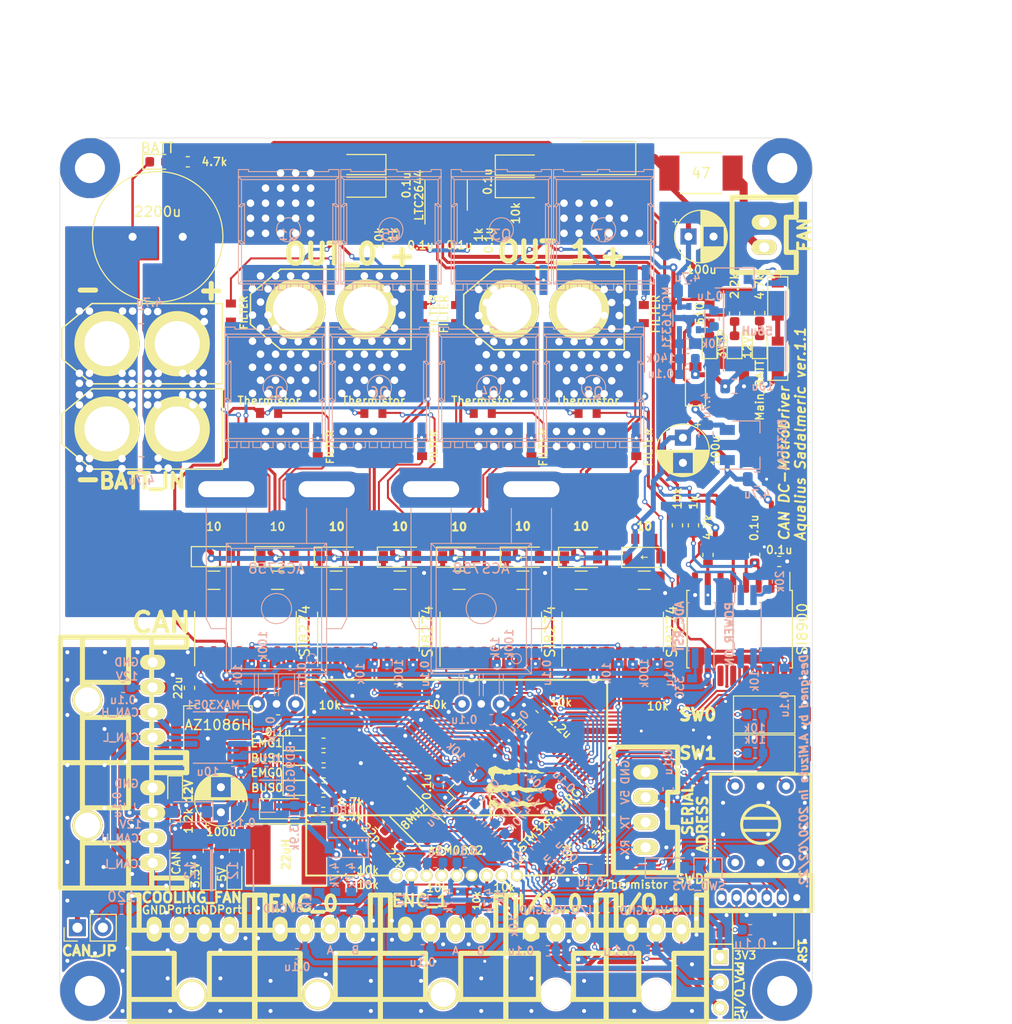
<source format=kicad_pcb>
(kicad_pcb (version 20171130) (host pcbnew "(5.1.5)-3")
  (layers (0 F.Cu signal) (31 B.Cu signal) (34 B.Paste user) (35 F.Paste user) (36 B.SilkS user) (37 F.SilkS user) (38 B.Mask user) (39 F.Mask user) (44 Edge.Cuts user))
  (net 0 "")
  (net 1 /OSC_IN)
  (net 2 GND)
  (net 3 /~RST)
  (net 4 /OSC_OUT)
  (net 5 +3V3)
  (net 6 /CAN_Vdd)
  (net 7 "Net-(C13-Pad1)")
  (net 8 "Net-(C14-Pad1)")
  (net 9 /FB_PWR_OUT)
  (net 10 /FB_PWR)
  (net 11 "Net-(C19-Pad1)")
  (net 12 "Net-(C20-Pad1)")
  (net 13 GNDPWR)
  (net 14 +3.3VP)
  (net 15 "Net-(C23-Pad2)")
  (net 16 "Net-(C23-Pad1)")
  (net 17 /Voltage)
  (net 18 /batt)
  (net 19 +12P)
  (net 20 "Net-(C30-Pad1)")
  (net 21 "Net-(C31-Pad1)")
  (net 22 +BATT)
  (net 23 +5V)
  (net 24 "Net-(D2-Pad2)")
  (net 25 "Net-(D3-Pad2)")
  (net 26 "Net-(D4-Pad2)")
  (net 27 +12V)
  (net 28 /PWM0_L)
  (net 29 /PWM0_R)
  (net 30 "Net-(D13-Pad2)")
  (net 31 "Net-(D14-Pad2)")
  (net 32 "Net-(D19-Pad2)")
  (net 33 "Net-(D20-Pad2)")
  (net 34 "Net-(D21-Pad2)")
  (net 35 "Net-(D22-Pad2)")
  (net 36 "Net-(D23-Pad2)")
  (net 37 "Net-(D26-Pad2)")
  (net 38 "Net-(JP1-Pad1)")
  (net 39 /CAN_H)
  (net 40 "Net-(JP2-Pad2)")
  (net 41 /SWCLK)
  (net 42 /SWDIO)
  (net 43 "Net-(P1-Pad6)")
  (net 44 /CAN_L)
  (net 45 /USART2_RX)
  (net 46 /USART2_TX)
  (net 47 "Net-(P7-Pad2)")
  (net 48 "Net-(R1-Pad1)")
  (net 49 /SW0)
  (net 50 /SW1)
  (net 51 /LED0)
  (net 52 /LED1)
  (net 53 /LED2)
  (net 54 "Net-(R9-Pad2)")
  (net 55 /EN0)
  (net 56 "Net-(R11-Pad1)")
  (net 57 "Net-(R12-Pad1)")
  (net 58 "Net-(R17-Pad2)")
  (net 59 "Net-(R18-Pad2)")
  (net 60 "Net-(R30-Pad2)")
  (net 61 "Net-(R31-Pad2)")
  (net 62 "Net-(R35-Pad1)")
  (net 63 /FB)
  (net 64 "Net-(R40-Pad1)")
  (net 65 /ADR_1)
  (net 66 /ADR_8)
  (net 67 /ADR_4)
  (net 68 /ADR_2)
  (net 69 /CAN1_RX)
  (net 70 /CAN1_TX)
  (net 71 /USART1_TX)
  (net 72 /USART1_RX)
  (net 73 "Net-(U4-Pad13)")
  (net 74 "Net-(U4-Pad12)")
  (net 75 "Net-(U4-Pad7)")
  (net 76 "Net-(U4-Pad2)")
  (net 77 "Net-(U5-Pad6)")
  (net 78 "Net-(U5-Pad11)")
  (net 79 "Net-(U5-Pad14)")
  (net 80 "Net-(U5-Pad15)")
  (net 81 "Net-(D27-Pad2)")
  (net 82 "Net-(P11-Pad4)")
  (net 83 "Net-(P11-Pad3)")
  (net 84 /TIM3_CH1)
  (net 85 /TIM3_CH2)
  (net 86 "Net-(C39-Pad1)")
  (net 87 "Net-(C39-Pad2)")
  (net 88 /ADC_~RST)
  (net 89 "Net-(D32-Pad2)")
  (net 90 "Net-(D33-Pad2)")
  (net 91 "Net-(D34-Pad2)")
  (net 92 /OUT0_L)
  (net 93 /OUT0_R)
  (net 94 /OUT1_L)
  (net 95 "Net-(C48-Pad1)")
  (net 96 /Current1)
  (net 97 /Current0)
  (net 98 /OUT1_R)
  (net 99 /PWM1_R)
  (net 100 /MOTOR0_BATT)
  (net 101 /PWM1_L)
  (net 102 /LED3)
  (net 103 /MOTOR1_BATT)
  (net 104 "Net-(P13-Pad3)")
  (net 105 "Net-(P13-Pad4)")
  (net 106 /EN1)
  (net 107 "Net-(R57-Pad1)")
  (net 108 "Net-(R60-Pad1)")
  (net 109 "Net-(U8-Pad13)")
  (net 110 "Net-(U8-Pad12)")
  (net 111 "Net-(U8-Pad7)")
  (net 112 "Net-(U8-Pad2)")
  (net 113 "Net-(U14-Pad2)")
  (net 114 "Net-(U14-Pad7)")
  (net 115 "Net-(U14-Pad12)")
  (net 116 "Net-(U14-Pad13)")
  (net 117 "Net-(C45-Pad1)")
  (net 118 "Net-(C46-Pad1)")
  (net 119 "Net-(C49-Pad1)")
  (net 120 "Net-(D1-Pad2)")
  (net 121 "Net-(D11-Pad2)")
  (net 122 "Net-(Q1-PadG)")
  (net 123 "Net-(Q2-PadG)")
  (net 124 "Net-(Q3-PadG)")
  (net 125 "Net-(Q4-PadG)")
  (net 126 "Net-(Q5-PadG)")
  (net 127 "Net-(Q6-PadG)")
  (net 128 "Net-(Q7-PadG)")
  (net 129 "Net-(Q8-PadG)")
  (net 130 "Net-(R13-Pad1)")
  (net 131 "Net-(R53-Pad2)")
  (net 132 "Net-(R54-Pad2)")
  (net 133 "Net-(R63-Pad2)")
  (net 134 "Net-(R64-Pad2)")
  (net 135 "Net-(R65-Pad1)")
  (net 136 "Net-(U12-Pad2)")
  (net 137 "Net-(U12-Pad7)")
  (net 138 "Net-(U12-Pad12)")
  (net 139 "Net-(U12-Pad13)")
  (net 140 /Motor0R_Tmp)
  (net 141 /Motor0L_Tmp)
  (net 142 /Motor1L_Tmp)
  (net 143 /Motor1R_Tmp)
  (net 144 /Substrate_Temp)
  (net 145 "Net-(U3-Pad4)")
  (net 146 /IO_0)
  (net 147 /IO_1)
  (net 148 /TIM4_CH1)
  (net 149 /TIM4_CH2)
  (net 150 "Net-(U3-Pad14)")
  (net 151 "Net-(U3-Pad15)")
  (net 152 "Net-(P2-Pad2)")
  (net 153 "Net-(P12-Pad2)")
  (net 154 "Net-(P2-Pad4)")
  (net 155 "Net-(C62-Pad1)")
  (net 156 "Net-(C63-Pad2)")
  (net 157 "Net-(C63-Pad1)")
  (net 158 "Net-(U17-Pad1)")
  (net 159 "Net-(D7-Pad2)")
  (net 160 "Net-(D8-Pad2)")
  (net 161 "Net-(D9-Pad2)")
  (net 162 "Net-(D39-Pad2)")
  (net 163 IO_Vdd)
  (net 164 "Net-(U3-Pad24)")
  (net 165 /I2C2_SCL)
  (net 166 /I2C2_SDA)
  (net 167 "Net-(U3-Pad50)")
  (net 168 "Net-(U3-Pad51)")
  (net 169 /PWR_ON_PIN)
  (net 170 "Net-(U3-Pad33)")
  (net 171 /ADC_~RST~_PIN)
  (net 172 "Net-(D10-Pad1)")
  (net 173 "Net-(D12-Pad1)")
  (net 174 /MOTOR1_OUT)
  (net 175 /MOTOR0_OUT)
  (net 176 /MOTOR0_VOLTAGE_DAC)
  (net 177 /MOTOR1_VOLTAGE_DAC)
  (net 178 "Net-(D25-Pad2)")
  (net 179 "Net-(U7-Pad4)")
  (module Mizz_lib:ACS785xCB (layer B.Cu) (at 94.09 107.4 180)
    (fp_text reference U10 hide)
    (fp_text value ACS758 (at 0 13.5 180) (layer B.SilkS) (effects (justify mirror)))
    (pad 1 thru_hole circle (at -1.91 0 180) (size 1.524 1.524) (drill 0.762) (layers *.Cu *.Mask) (net 5 +3V3))
    (pad 2 thru_hole circle (at 0 0 180) (size 1.524 1.524) (drill 0.762) (layers *.Cu *.Mask) (net 2 GND))
    (pad 3 thru_hole circle (at 1.91 0 180) (size 1.524 1.524) (drill 0.762) (layers *.Cu *.Mask) (net 108 "Net-(R60-Pad1)"))
    (pad 4 thru_hole oval (at 5 21.4 180) (size 8 3.5) (drill oval 5.6 1.6) (layers *.Cu *.Mask) (net 100 /MOTOR0_BATT))
    (pad 5 thru_hole oval (at -5 21.4 180) (size 8 3.5) (drill oval 5.6 1.6) (layers *.Cu *.Mask) (net 13 GNDPWR))
  )
  (module Mizz_lib:ACS785xCB (layer B.Cu) (at 114.5 107.4 180)
    (fp_text reference U13 hide)
    (fp_text value ACS758 (at 0 13.5 180) (layer B.SilkS) (effects (justify mirror)))
    (pad 5 thru_hole oval (at -5 21.4 180) (size 8 3.5) (drill oval 5.6 1.6) (layers *.Cu *.Mask) (net 13 GNDPWR))
    (pad 4 thru_hole oval (at 5 21.4 180) (size 8 3.5) (drill oval 5.6 1.6) (layers *.Cu *.Mask) (net 103 /MOTOR1_BATT))
    (pad 3 thru_hole circle (at 1.91 0 180) (size 1.524 1.524) (drill 0.762) (layers *.Cu *.Mask) (net 107 "Net-(R57-Pad1)"))
    (pad 2 thru_hole circle (at 0 0 180) (size 1.524 1.524) (drill 0.762) (layers *.Cu *.Mask) (net 2 GND))
    (pad 1 thru_hole circle (at -1.91 0 180) (size 1.524 1.524) (drill 0.762) (layers *.Cu *.Mask) (net 5 +3V3))
  )
  (module Mizz_lib:HSOF-8-1 (layer B.Cu) (at 104.35 75.85 180)
    (fp_text reference Q6 (at 0 -0.5) (layer B.SilkS) (effects (justify mirror)))
    (fp_text value MOSFET_N)
    (pad D smd rect (at 0 2.5 180) (size 10 8) (layers B.Cu B.Paste B.Mask) (net 93 /OUT0_R))
    (pad G smd rect (at -4.2 -5 180) (size 0.8 3) (layers B.Cu B.Paste B.Mask) (net 127 "Net-(Q6-PadG)"))
    (pad S smd rect (at 0.6 -5 180) (size 8 3) (layers B.Cu B.Paste B.Mask) (net 100 /MOTOR0_BATT))
  )
  (module Package_QFP:LQFP-64_10x10mm_P0.5mm (layer F.Cu) (at 118.35 116.075 45)
    (fp_text reference U3 hide)
    (fp_text value STM32F405RG (at 0 4.101219 45) (layer F.SilkS) (effects (font (size 0.8 0.8))))
    (pad 1 smd roundrect (at -5.675 -3.75 45) (size 1.55 0.3) (layers F.Cu F.Paste F.Mask) (net 5 +3V3))
    (pad 2 smd roundrect (at -5.675 -3.25 45) (size 1.55 0.3) (layers F.Cu F.Paste F.Mask) (net 146 /IO_0))
    (pad 3 smd roundrect (at -5.675 -2.75 45) (size 1.55 0.3) (layers F.Cu F.Paste F.Mask) (net 147 /IO_1))
    (pad 4 smd roundrect (at -5.675 -2.25 45) (size 1.55 0.3) (layers F.Cu F.Paste F.Mask) (net 145 "Net-(U3-Pad4)"))
    (pad 5 smd roundrect (at -5.675 -1.75 45) (size 1.55 0.3) (layers F.Cu F.Paste F.Mask) (net 1 /OSC_IN))
    (pad 6 smd roundrect (at -5.675 -1.25 45) (size 1.55 0.3) (layers F.Cu F.Paste F.Mask) (net 4 /OSC_OUT))
    (pad 7 smd roundrect (at -5.675 -0.75 45) (size 1.55 0.3) (layers F.Cu F.Paste F.Mask) (net 3 /~RST))
    (pad 8 smd roundrect (at -5.675 -0.25 45) (size 1.55 0.3) (layers F.Cu F.Paste F.Mask) (net 140 /Motor0R_Tmp))
    (pad 9 smd roundrect (at -5.675 0.25 45) (size 1.55 0.3) (layers F.Cu F.Paste F.Mask) (net 141 /Motor0L_Tmp))
    (pad 10 smd roundrect (at -5.675 0.75 45) (size 1.55 0.3) (layers F.Cu F.Paste F.Mask) (net 96 /Current1))
    (pad 11 smd roundrect (at -5.675 1.25 45) (size 1.55 0.3) (layers F.Cu F.Paste F.Mask) (net 97 /Current0))
    (pad 12 smd roundrect (at -5.675 1.75 45) (size 1.55 0.3) (layers F.Cu F.Paste F.Mask) (net 2 GND))
    (pad 13 smd roundrect (at -5.675 2.25 45) (size 1.55 0.3) (layers F.Cu F.Paste F.Mask) (net 5 +3V3))
    (pad 14 smd roundrect (at -5.675 2.75 45) (size 1.55 0.3) (layers F.Cu F.Paste F.Mask) (net 150 "Net-(U3-Pad14)"))
    (pad 15 smd roundrect (at -5.675 3.25 45) (size 1.55 0.3) (layers F.Cu F.Paste F.Mask) (net 151 "Net-(U3-Pad15)"))
    (pad 16 smd roundrect (at -5.675 3.75 45) (size 1.55 0.3) (layers F.Cu F.Paste F.Mask) (net 46 /USART2_TX))
    (pad 17 smd roundrect (at -3.75 5.675 45) (size 0.3 1.55) (layers F.Cu F.Paste F.Mask) (net 45 /USART2_RX))
    (pad 18 smd roundrect (at -3.25 5.675 45) (size 0.3 1.55) (layers F.Cu F.Paste F.Mask) (net 2 GND))
    (pad 19 smd roundrect (at -2.75 5.675 45) (size 0.3 1.55) (layers F.Cu F.Paste F.Mask) (net 5 +3V3))
    (pad 20 smd roundrect (at -2.25 5.675 45) (size 0.3 1.55) (layers F.Cu F.Paste F.Mask) (net 144 /Substrate_Temp))
    (pad 21 smd roundrect (at -1.75 5.675 45) (size 0.3 1.55) (layers F.Cu F.Paste F.Mask) (net 67 /ADR_4))
    (pad 22 smd roundrect (at -1.25 5.675 45) (size 0.3 1.55) (layers F.Cu F.Paste F.Mask) (net 66 /ADR_8))
    (pad 23 smd roundrect (at -0.75 5.675 45) (size 0.3 1.55) (layers F.Cu F.Paste F.Mask) (net 65 /ADR_1))
    (pad 24 smd roundrect (at -0.25 5.675 45) (size 0.3 1.55) (layers F.Cu F.Paste F.Mask) (net 164 "Net-(U3-Pad24)"))
    (pad 25 smd roundrect (at 0.25 5.675 45) (size 0.3 1.55) (layers F.Cu F.Paste F.Mask) (net 143 /Motor1R_Tmp))
    (pad 26 smd roundrect (at 0.75 5.675 45) (size 0.3 1.55) (layers F.Cu F.Paste F.Mask) (net 142 /Motor1L_Tmp))
    (pad 27 smd roundrect (at 1.25 5.675 45) (size 0.3 1.55) (layers F.Cu F.Paste F.Mask) (net 68 /ADR_2))
    (pad 28 smd roundrect (at 1.75 5.675 45) (size 0.3 1.55) (layers F.Cu F.Paste F.Mask) (net 54 "Net-(R9-Pad2)"))
    (pad 29 smd roundrect (at 2.25 5.675 45) (size 0.3 1.55) (layers F.Cu F.Paste F.Mask) (net 165 /I2C2_SCL))
    (pad 30 smd roundrect (at 2.75 5.675 45) (size 0.3 1.55) (layers F.Cu F.Paste F.Mask) (net 166 /I2C2_SDA))
    (pad 31 smd roundrect (at 3.25 5.675 45) (size 0.3 1.55) (layers F.Cu F.Paste F.Mask) (net 7 "Net-(C13-Pad1)"))
    (pad 32 smd roundrect (at 3.75 5.675 45) (size 0.3 1.55) (layers F.Cu F.Paste F.Mask) (net 5 +3V3))
    (pad 33 smd roundrect (at 5.675 3.75 45) (size 1.55 0.3) (layers F.Cu F.Paste F.Mask) (net 170 "Net-(U3-Pad33)"))
    (pad 34 smd roundrect (at 5.675 3.25 45) (size 1.55 0.3) (layers F.Cu F.Paste F.Mask) (net 106 /EN1))
    (pad 35 smd roundrect (at 5.675 2.75 45) (size 1.55 0.3) (layers F.Cu F.Paste F.Mask) (net 99 /PWM1_R))
    (pad 36 smd roundrect (at 5.675 2.25 45) (size 1.55 0.3) (layers F.Cu F.Paste F.Mask) (net 101 /PWM1_L))
    (pad 37 smd roundrect (at 5.675 1.75 45) (size 1.55 0.3) (layers F.Cu F.Paste F.Mask) (net 55 /EN0))
    (pad 38 smd roundrect (at 5.675 1.25 45) (size 1.55 0.3) (layers F.Cu F.Paste F.Mask) (net 28 /PWM0_L))
    (pad 39 smd roundrect (at 5.675 0.75 45) (size 1.55 0.3) (layers F.Cu F.Paste F.Mask) (net 29 /PWM0_R))
    (pad 40 smd roundrect (at 5.675 0.25 45) (size 1.55 0.3) (layers F.Cu F.Paste F.Mask) (net 50 /SW1))
    (pad 41 smd roundrect (at 5.675 -0.25 45) (size 1.55 0.3) (layers F.Cu F.Paste F.Mask) (net 49 /SW0))
    (pad 42 smd roundrect (at 5.675 -0.75 45) (size 1.55 0.3) (layers F.Cu F.Paste F.Mask) (net 71 /USART1_TX))
    (pad 43 smd roundrect (at 5.675 -1.25 45) (size 1.55 0.3) (layers F.Cu F.Paste F.Mask) (net 72 /USART1_RX))
    (pad 44 smd roundrect (at 5.675 -1.75 45) (size 1.55 0.3) (layers F.Cu F.Paste F.Mask) (net 169 /PWR_ON_PIN))
    (pad 45 smd roundrect (at 5.675 -2.25 45) (size 1.55 0.3) (layers F.Cu F.Paste F.Mask) (net 171 /ADC_~RST~_PIN))
    (pad 46 smd roundrect (at 5.675 -2.75 45) (size 1.55 0.3) (layers F.Cu F.Paste F.Mask) (net 42 /SWDIO))
    (pad 47 smd roundrect (at 5.675 -3.25 45) (size 1.55 0.3) (layers F.Cu F.Paste F.Mask) (net 8 "Net-(C14-Pad1)"))
    (pad 48 smd roundrect (at 5.675 -3.75 45) (size 1.55 0.3) (layers F.Cu F.Paste F.Mask) (net 5 +3V3))
    (pad 49 smd roundrect (at 3.75 -5.675 45) (size 0.3 1.55) (layers F.Cu F.Paste F.Mask) (net 41 /SWCLK))
    (pad 50 smd roundrect (at 3.25 -5.675 45) (size 0.3 1.55) (layers F.Cu F.Paste F.Mask) (net 167 "Net-(U3-Pad50)"))
    (pad 51 smd roundrect (at 2.75 -5.675 45) (size 0.3 1.55) (layers F.Cu F.Paste F.Mask) (net 168 "Net-(U3-Pad51)"))
    (pad 52 smd roundrect (at 2.25 -5.675 45) (size 0.3 1.55) (layers F.Cu F.Paste F.Mask) (net 51 /LED0))
    (pad 53 smd roundrect (at 1.75 -5.675 45) (size 0.3 1.55) (layers F.Cu F.Paste F.Mask) (net 52 /LED1))
    (pad 54 smd roundrect (at 1.25 -5.675 45) (size 0.3 1.55) (layers F.Cu F.Paste F.Mask) (net 53 /LED2))
    (pad 55 smd roundrect (at 0.75 -5.675 45) (size 0.3 1.55) (layers F.Cu F.Paste F.Mask) (net 102 /LED3))
    (pad 56 smd roundrect (at 0.25 -5.675 45) (size 0.3 1.55) (layers F.Cu F.Paste F.Mask) (net 84 /TIM3_CH1))
    (pad 57 smd roundrect (at -0.25 -5.675 45) (size 0.3 1.55) (layers F.Cu F.Paste F.Mask) (net 85 /TIM3_CH2))
    (pad 58 smd roundrect (at -0.75 -5.675 45) (size 0.3 1.55) (layers F.Cu F.Paste F.Mask) (net 148 /TIM4_CH1))
    (pad 59 smd roundrect (at -1.25 -5.675 45) (size 0.3 1.55) (layers F.Cu F.Paste F.Mask) (net 149 /TIM4_CH2))
    (pad 60 smd roundrect (at -1.75 -5.675 45) (size 0.3 1.55) (layers F.Cu F.Paste F.Mask) (net 48 "Net-(R1-Pad1)"))
    (pad 61 smd roundrect (at -2.25 -5.675 45) (size 0.3 1.55) (layers F.Cu F.Paste F.Mask) (net 69 /CAN1_RX))
    (pad 62 smd roundrect (at -2.75 -5.675 45) (size 0.3 1.55) (layers F.Cu F.Paste F.Mask) (net 70 /CAN1_TX))
    (pad 63 smd roundrect (at -3.25 -5.675 45) (size 0.3 1.55) (layers F.Cu F.Paste F.Mask) (net 2 GND))
    (pad 64 smd roundrect (at -3.75 -5.675 45) (size 0.3 1.55) (layers F.Cu F.Paste F.Mask) (net 5 +3V3))
  )
  (module Mizz_lib:XT60_F (layer F.Cu) (at 120.75 68.1)
    (fp_text reference P10)
    (fp_text value OUT_1 (at 0 -5.75 unlocked) (layer F.SilkS) (effects (font (size 2 2) (thickness 0.5))))
    (pad 2 thru_hole circle (at 3.5 0) (size 6 6) (drill 4.5) (layers *.Cu *.Mask F.SilkS) (net 98 /OUT1_R))
    (pad 1 thru_hole circle (at -3.5 0) (size 6 6) (drill 4.5) (layers *.Cu *.Mask F.SilkS) (net 94 /OUT1_L))
  )
  (module Mizz_lib:XT60_F (layer F.Cu) (at 99.5 68.075)
    (fp_text reference P15)
    (fp_text value OUT_0 (at 0 -5.5) (layer F.SilkS) (effects (font (size 2 2) (thickness 0.5))))
    (pad 2 thru_hole circle (at 3.5 0) (size 6 6) (drill 4.5) (layers *.Cu *.Mask F.SilkS) (net 93 /OUT0_R))
    (pad 1 thru_hole circle (at -3.5 0) (size 6 6) (drill 4.5) (layers *.Cu *.Mask F.SilkS) (net 92 /OUT0_L))
  )
  (module Mizz_lib:rotary_0F (layer F.Cu) (at 142.35 119.4 180)
    (fp_text reference U19 hide)
    (fp_text value ADRESS (at 5.8 0 270) (layer F.SilkS) (effects (font (thickness 0.25))))
    (pad 1 thru_hole circle (at -2.54 3.81 180) (size 1.524 1.524) (drill 0.762) (layers *.Cu *.Mask) (net 68 /ADR_2))
    (pad 2 thru_hole circle (at 0 3.81 180) (size 1.524 1.524) (drill 0.762) (layers *.Cu *.Mask) (net 2 GND))
    (pad 3 thru_hole circle (at 2.54 3.81 180) (size 1.524 1.524) (drill 0.762) (layers *.Cu *.Mask) (net 65 /ADR_1))
    (pad 4 thru_hole circle (at 2.54 -3.81 180) (size 1.524 1.524) (drill 0.762) (layers *.Cu *.Mask) (net 67 /ADR_4))
    (pad 5 thru_hole circle (at 0 -3.81 180) (size 1.524 1.524) (drill 0.762) (layers *.Cu *.Mask) (net 2 GND))
    (pad 6 thru_hole circle (at -2.54 -3.81 180) (size 1.524 1.524) (drill 0.762) (layers *.Cu *.Mask) (net 66 /ADR_8))
  )
  (module Capacitor_SMD:C_0603_1608Metric (layer B.Cu) (at 115.5 108.975 180)
    (fp_text reference C21 hide)
    (fp_text value 0.1u (at 2.7 0) (layer B.SilkS) (effects (font (size 0.8 0.8)) (justify mirror)))
    (pad 1 smd roundrect (at -0.7875 0 180) (size 0.875 0.95) (layers B.Cu B.Paste B.Mask) (net 5 +3V3))
    (pad 2 smd roundrect (at 0.7875 0 180) (size 0.875 0.95) (layers B.Cu B.Paste B.Mask) (net 2 GND))
  )
  (module Mizz_lib:AQM0802_original (layer F.Cu) (at 112.05 114.25)
    (fp_text reference U17 hide)
    (fp_text value AQM0802 (at -0.1 7.75) (layer F.SilkS) (effects (font (size 0.8 0.8))))
    (pad 9 thru_hole circle (at 6 10.25) (size 1.2 1.2) (drill 0.8) (layers *.Cu *.Mask F.SilkS) (net 5 +3V3))
    (pad 8 thru_hole circle (at 4.5 10.25) (size 1.2 1.2) (drill 0.8) (layers *.Cu *.Mask F.SilkS) (net 165 /I2C2_SCL))
    (pad 7 thru_hole circle (at 3 10.25) (size 1.2 1.2) (drill 0.8) (layers *.Cu *.Mask F.SilkS) (net 166 /I2C2_SDA))
    (pad 6 thru_hole circle (at 1.5 10.25) (size 1.2 1.2) (drill 0.8) (layers *.Cu *.Mask F.SilkS) (net 2 GND))
    (pad 5 thru_hole circle (at 0 10.25) (size 1.2 1.2) (drill 0.8) (layers *.Cu *.Mask F.SilkS) (net 5 +3V3))
    (pad 4 thru_hole circle (at -1.5 10.25) (size 1.2 1.2) (drill 0.8) (layers *.Cu *.Mask F.SilkS) (net 156 "Net-(C63-Pad2)"))
    (pad 3 thru_hole circle (at -3 10.25) (size 1.2 1.2) (drill 0.8) (layers *.Cu *.Mask F.SilkS) (net 157 "Net-(C63-Pad1)"))
    (pad 2 thru_hole circle (at -4.5 10.25) (size 1.2 1.2) (drill 0.8) (layers *.Cu *.Mask F.SilkS) (net 155 "Net-(C62-Pad1)"))
    (pad 1 thru_hole circle (at -6 10.25) (size 1.2 1.2) (drill 0.8) (layers *.Cu *.Mask F.SilkS) (net 158 "Net-(U17-Pad1)"))
  )
  (module Mizz_lib:XA_4L (layer F.Cu) (at 81.9 129.85)
    (fp_text reference P2 hide)
    (fp_text value MOTOR_COOLING hide)
    (pad 1 thru_hole oval (at 0 0) (size 1.5 2.5) (drill 1) (layers *.Cu *.Mask F.SilkS) (net 2 GND))
    (pad 2 thru_hole oval (at 2.5 0) (size 1.5 2.5) (drill 1) (layers *.Cu *.Mask F.SilkS) (net 152 "Net-(P2-Pad2)"))
    (pad 3 thru_hole oval (at 5 0) (size 1.5 2.5) (drill 1) (layers *.Cu *.Mask F.SilkS) (net 2 GND))
    (pad 4 thru_hole oval (at 7.5 0) (size 1.5 2.5) (drill 1) (layers *.Cu *.Mask F.SilkS) (net 154 "Net-(P2-Pad4)"))
    (pad "" thru_hole circle (at 3.75 6.5) (size 3 3) (drill 2.5) (layers *.Cu *.Mask F.SilkS))
  )
  (module Capacitor_SMD:C_0603_1608Metric (layer B.Cu) (at 116.3 120.9 225)
    (fp_text reference C50 hide)
    (fp_text value 470n (at -2.899138 0 45) (layer B.SilkS) (effects (font (size 0.8 0.8)) (justify mirror)))
    (pad 1 smd roundrect (at -0.7875 0 225) (size 0.875 0.95) (layers B.Cu B.Paste B.Mask) (net 97 /Current0))
    (pad 2 smd roundrect (at 0.7875 0 225) (size 0.875 0.95) (layers B.Cu B.Paste B.Mask) (net 2 GND))
  )
  (module Package_SO:SOIC-16W_7.5x10.3mm_P1.27mm (layer F.Cu) (at 140.25 99.95 270)
    (fp_text reference U5 hide)
    (fp_text value SI8900 (at 0 -6.25 90) (layer F.SilkS))
    (pad 1 smd roundrect (at -4.65 -4.445 270) (size 2.05 0.6) (layers F.Cu F.Paste F.Mask) (net 14 +3.3VP))
    (pad 2 smd roundrect (at -4.65 -3.175 270) (size 2.05 0.6) (layers F.Cu F.Paste F.Mask) (net 14 +3.3VP))
    (pad 3 smd roundrect (at -4.65 -1.905 270) (size 2.05 0.6) (layers F.Cu F.Paste F.Mask) (net 17 /Voltage))
    (pad 4 smd roundrect (at -4.65 -0.635 270) (size 2.05 0.6) (layers F.Cu F.Paste F.Mask) (net 176 /MOTOR0_VOLTAGE_DAC))
    (pad 5 smd roundrect (at -4.65 0.635 270) (size 2.05 0.6) (layers F.Cu F.Paste F.Mask) (net 177 /MOTOR1_VOLTAGE_DAC))
    (pad 6 smd roundrect (at -4.65 1.905 270) (size 2.05 0.6) (layers F.Cu F.Paste F.Mask) (net 77 "Net-(U5-Pad6)"))
    (pad 7 smd roundrect (at -4.65 3.175 270) (size 2.05 0.6) (layers F.Cu F.Paste F.Mask) (net 88 /ADC_~RST))
    (pad 8 smd roundrect (at -4.65 4.445 270) (size 2.05 0.6) (layers F.Cu F.Paste F.Mask) (net 13 GNDPWR))
    (pad 9 smd roundrect (at 4.65 4.445 270) (size 2.05 0.6) (layers F.Cu F.Paste F.Mask) (net 2 GND))
    (pad 10 smd roundrect (at 4.65 3.175 270) (size 2.05 0.6) (layers F.Cu F.Paste F.Mask) (net 5 +3V3))
    (pad 11 smd roundrect (at 4.65 1.905 270) (size 2.05 0.6) (layers F.Cu F.Paste F.Mask) (net 78 "Net-(U5-Pad11)"))
    (pad 12 smd roundrect (at 4.65 0.635 270) (size 2.05 0.6) (layers F.Cu F.Paste F.Mask) (net 72 /USART1_RX))
    (pad 13 smd roundrect (at 4.65 -0.635 270) (size 2.05 0.6) (layers F.Cu F.Paste F.Mask) (net 71 /USART1_TX))
    (pad 14 smd roundrect (at 4.65 -1.905 270) (size 2.05 0.6) (layers F.Cu F.Paste F.Mask) (net 79 "Net-(U5-Pad14)"))
    (pad 15 smd roundrect (at 4.65 -3.175 270) (size 2.05 0.6) (layers F.Cu F.Paste F.Mask) (net 80 "Net-(U5-Pad15)"))
    (pad 16 smd roundrect (at 4.65 -4.445 270) (size 2.05 0.6) (layers F.Cu F.Paste F.Mask) (net 5 +3V3))
  )
  (module Mizz_lib:XA_4L (layer F.Cu) (at 81.75 115.75 270)
    (fp_text reference P4 hide)
    (fp_text value CAN (at 7.5 -2.35 90) (layer F.SilkS) (effects (font (size 0.8 0.8))))
    (pad 1 thru_hole oval (at 0 0 270) (size 1.5 2.5) (drill 1) (layers *.Cu *.Mask F.SilkS) (net 2 GND))
    (pad 2 thru_hole oval (at 2.5 0 270) (size 1.5 2.5) (drill 1) (layers *.Cu *.Mask F.SilkS) (net 6 /CAN_Vdd))
    (pad 3 thru_hole oval (at 5 0 270) (size 1.5 2.5) (drill 1) (layers *.Cu *.Mask F.SilkS) (net 39 /CAN_H))
    (pad 4 thru_hole oval (at 7.5 0 270) (size 1.5 2.5) (drill 1) (layers *.Cu *.Mask F.SilkS) (net 44 /CAN_L))
    (pad "" thru_hole circle (at 3.75 6.5 270) (size 3 3) (drill 2.5) (layers *.Cu *.Mask F.SilkS))
  )
  (module Mizz_lib:XA_4L (layer F.Cu) (at 81.75 103.25 270)
    (fp_text reference P3 hide)
    (fp_text value CAN (at -3.95 -0.85 180) (layer F.SilkS) (effects (font (size 2 2) (thickness 0.4))))
    (pad "" thru_hole circle (at 3.75 6.5 270) (size 3 3) (drill 2.5) (layers *.Cu *.Mask F.SilkS))
    (pad 4 thru_hole oval (at 7.5 0 270) (size 1.5 2.5) (drill 1) (layers *.Cu *.Mask F.SilkS) (net 44 /CAN_L))
    (pad 3 thru_hole oval (at 5 0 270) (size 1.5 2.5) (drill 1) (layers *.Cu *.Mask F.SilkS) (net 39 /CAN_H))
    (pad 2 thru_hole oval (at 2.5 0 270) (size 1.5 2.5) (drill 1) (layers *.Cu *.Mask F.SilkS) (net 6 /CAN_Vdd))
    (pad 1 thru_hole oval (at 0 0 270) (size 1.5 2.5) (drill 1) (layers *.Cu *.Mask F.SilkS) (net 2 GND))
  )
  (module Mizz_lib:XA_4L (layer F.Cu) (at 94.45 129.85)
    (fp_text reference P11 hide)
    (fp_text value ENC_0 (at 2.25 -2.55) (layer F.SilkS) (effects (font (size 1.5 1.5) (thickness 0.375))))
    (pad "" thru_hole circle (at 3.75 6.5) (size 3 3) (drill 2.5) (layers *.Cu *.Mask F.SilkS))
    (pad 4 thru_hole oval (at 7.5 0) (size 1.5 2.5) (drill 1) (layers *.Cu *.Mask F.SilkS) (net 82 "Net-(P11-Pad4)"))
    (pad 3 thru_hole oval (at 5 0) (size 1.5 2.5) (drill 1) (layers *.Cu *.Mask F.SilkS) (net 83 "Net-(P11-Pad3)"))
    (pad 2 thru_hole oval (at 2.5 0) (size 1.5 2.5) (drill 1) (layers *.Cu *.Mask F.SilkS) (net 23 +5V))
    (pad 1 thru_hole oval (at 0 0) (size 1.5 2.5) (drill 1) (layers *.Cu *.Mask F.SilkS) (net 2 GND))
  )
  (module Mizz_lib:XA_4L (layer F.Cu) (at 106.95 129.85)
    (fp_text reference P13 hide)
    (fp_text value ENC_1 (at 1.45 -2.85) (layer F.SilkS) (effects (font (size 1.2 1.2) (thickness 0.25))))
    (pad 1 thru_hole oval (at 0 0) (size 1.5 2.5) (drill 1) (layers *.Cu *.Mask F.SilkS) (net 2 GND))
    (pad 2 thru_hole oval (at 2.5 0) (size 1.5 2.5) (drill 1) (layers *.Cu *.Mask F.SilkS) (net 23 +5V))
    (pad 3 thru_hole oval (at 5 0) (size 1.5 2.5) (drill 1) (layers *.Cu *.Mask F.SilkS) (net 104 "Net-(P13-Pad3)"))
    (pad 4 thru_hole oval (at 7.5 0) (size 1.5 2.5) (drill 1) (layers *.Cu *.Mask F.SilkS) (net 105 "Net-(P13-Pad4)"))
    (pad "" thru_hole circle (at 3.75 6.5) (size 3 3) (drill 2.5) (layers *.Cu *.Mask F.SilkS))
  )
  (module Mizz_lib:XA_2P (layer F.Cu) (at 142.7 61.9 90)
    (fp_text reference P7 hide)
    (fp_text value FAN (at 1.25 4 270) (layer F.SilkS) (effects (font (size 1.2 1.2) (thickness 0.3))))
    (pad 1 thru_hole oval (at 2.5 0 90) (size 1.5 2.5) (drill 1) (layers *.Cu *.Mask F.SilkS) (net 13 GNDPWR))
    (pad 2 thru_hole oval (at 0 0 90) (size 1.5 2.5) (drill 1) (layers *.Cu *.Mask F.SilkS) (net 47 "Net-(P7-Pad2)"))
  )
  (module Mizz_lib:XA_4P (layer F.Cu) (at 130.875 121.7 90)
    (fp_text reference P5 hide)
    (fp_text value SERIAL (at 3.75 4.2 270) (layer F.SilkS) (effects (font (thickness 0.25))))
    (pad 4 thru_hole oval (at 0 0 90) (size 1.5 2.5) (drill 1) (layers *.Cu *.Mask F.SilkS) (net 45 /USART2_RX))
    (pad 3 thru_hole oval (at 2.5 0 90) (size 1.5 2.5) (drill 1) (layers *.Cu *.Mask F.SilkS) (net 46 /USART2_TX))
    (pad 2 thru_hole oval (at 5 0 90) (size 1.5 2.5) (drill 1) (layers *.Cu *.Mask F.SilkS) (net 23 +5V))
    (pad 1 thru_hole oval (at 7.5 0 90) (size 1.5 2.5) (drill 1) (layers *.Cu *.Mask F.SilkS) (net 2 GND))
  )
  (module Mizz_lib:ZH_6P (layer F.Cu) (at 145.95 126.7 180)
    (fp_text reference P1 hide)
    (fp_text value SWD (at 10.65 1.85) (layer F.SilkS) (effects (font (size 0.9 0.9) (thickness 0.2))))
    (pad 1 thru_hole oval (at 0 0 180) (size 1 1.524) (drill 0.7) (layers *.Cu *.Mask) (net 2 GND))
    (pad 2 thru_hole oval (at 1.5 0 180) (size 1 1.524) (drill 0.7) (layers *.Cu *.Mask) (net 38 "Net-(JP1-Pad1)"))
    (pad 3 thru_hole oval (at 3 0 180) (size 1 1.524) (drill 0.7) (layers *.Cu *.Mask) (net 41 /SWCLK))
    (pad 4 thru_hole oval (at 4.5 0 180) (size 1 1.524) (drill 0.7) (layers *.Cu *.Mask) (net 42 /SWDIO))
    (pad 5 thru_hole oval (at 6 0 180) (size 1 1.524) (drill 0.7) (layers *.Cu *.Mask) (net 3 /~RST))
    (pad 6 thru_hole oval (at 7.5 0 180) (size 1 1.524) (drill 0.7) (layers *.Cu *.Mask) (net 43 "Net-(P1-Pad6)"))
  )
  (module Mizz_lib:XT60_F (layer F.Cu) (at 80.7 80)
    (fp_text reference P9)
    (fp_text value BATT_IN (at 0 5.2) (layer F.SilkS) (effects (font (size 1.5 1.5) (thickness 0.375))))
    (pad 1 thru_hole circle (at -3.5 0) (size 6.5 6.5) (drill 4.5) (layers *.Cu *.Mask F.SilkS) (net 13 GNDPWR))
    (pad 2 thru_hole circle (at 3.5 0) (size 6.5 6.5) (drill 4.5) (layers *.Cu *.Mask F.SilkS) (net 22 +BATT))
  )
  (module Mizz_lib:XT60_M (layer F.Cu) (at 80.7 71.5)
    (fp_text reference P8)
    (fp_text value BATT_IN hide)
    (pad 2 thru_hole circle (at 3.5 0) (size 6.5 6.5) (drill 4.5) (layers *.Cu *.Mask F.SilkS) (net 22 +BATT))
    (pad 1 thru_hole circle (at -3.5 0) (size 6.5 6.5) (drill 4.5) (layers *.Cu *.Mask F.SilkS) (net 13 GNDPWR))
  )
  (module Resistor_SMD:R_0603_1608Metric (layer B.Cu) (at 113.75 113.875 135)
    (fp_text reference R1 hide)
    (fp_text value 10k (at 2.474874 0 135) (layer B.SilkS) (effects (font (size 0.8 0.8)) (justify mirror)))
    (pad 2 smd roundrect (at 0.7875 0 135) (size 0.875 0.95) (layers B.Cu B.Paste B.Mask) (net 2 GND))
    (pad 1 smd roundrect (at -0.7875 0 135) (size 0.875 0.95) (layers B.Cu B.Paste B.Mask) (net 48 "Net-(R1-Pad1)"))
  )
  (module Diode_SMD:D_SOD-123 (layer B.Cu) (at 139.45 64.95 180)
    (fp_text reference D16 hide)
    (fp_text value DIODE)
    (pad 1 smd rect (at -1.65 0 180) (size 0.9 1.2) (layers B.Cu B.Paste B.Mask) (net 16 "Net-(C23-Pad1)"))
    (pad 2 smd rect (at 1.65 0 180) (size 0.9 1.2) (layers B.Cu B.Paste B.Mask) (net 13 GNDPWR))
  )
  (module Mizz_lib:HSOF-8-1 (layer B.Cu) (at 93.95 75.85 180)
    (fp_text reference Q2 (at 0 -0.5) (layer B.SilkS) (effects (justify mirror)))
    (fp_text value MOSFET_N)
    (pad S smd rect (at 0.6 -5 180) (size 8 3) (layers B.Cu B.Paste B.Mask) (net 100 /MOTOR0_BATT))
    (pad G smd rect (at -4.2 -5 180) (size 0.8 3) (layers B.Cu B.Paste B.Mask) (net 123 "Net-(Q2-PadG)"))
    (pad D smd rect (at 0 2.5 180) (size 10 8) (layers B.Cu B.Paste B.Mask) (net 92 /OUT0_L))
  )
  (module Diode_SMD:D_SOD-123 (layer B.Cu) (at 85.5 118.15 180)
    (fp_text reference D5 hide)
    (fp_text value DIODE)
    (pad 1 smd rect (at -1.65 0 180) (size 0.9 1.2) (layers B.Cu B.Paste B.Mask) (net 27 +12V))
    (pad 2 smd rect (at 1.65 0 180) (size 0.9 1.2) (layers B.Cu B.Paste B.Mask) (net 6 /CAN_Vdd))
  )
  (module Resistor_SMD:R_0603_1608Metric (layer B.Cu) (at 78.65 127.85 180)
    (fp_text reference R3 hide)
    (fp_text value 120 (at 0 1.25) (layer B.SilkS) (effects (justify mirror)))
    (pad 1 smd roundrect (at -0.7875 0 180) (size 0.875 0.95) (layers B.Cu B.Paste B.Mask) (net 44 /CAN_L))
    (pad 2 smd roundrect (at 0.7875 0 180) (size 0.875 0.95) (layers B.Cu B.Paste B.Mask) (net 40 "Net-(JP2-Pad2)"))
  )
  (module Capacitor_SMD:C_0603_1608Metric (layer B.Cu) (at 115.3 119.9 225)
    (fp_text reference C47 hide)
    (fp_text value 470n (at -2.828427 0 45) (layer B.SilkS) (effects (font (size 0.8 0.8)) (justify mirror)))
    (pad 1 smd roundrect (at -0.7875 0 225) (size 0.875 0.95) (layers B.Cu B.Paste B.Mask) (net 96 /Current1))
    (pad 2 smd roundrect (at 0.7875 0 225) (size 0.875 0.95) (layers B.Cu B.Paste B.Mask) (net 2 GND))
  )
  (module Resistor_SMD:R_0603_1608Metric (layer F.Cu) (at 98.75 117.2)
    (fp_text reference R57 hide)
    (fp_text value 4.7k (at 2.75 0) (layer F.SilkS) (effects (font (size 0.8 0.8))))
    (pad 1 smd roundrect (at -0.7875 0) (size 0.875 0.95) (layers F.Cu F.Paste F.Mask) (net 107 "Net-(R57-Pad1)"))
    (pad 2 smd roundrect (at 0.7875 0) (size 0.875 0.95) (layers F.Cu F.Paste F.Mask) (net 96 /Current1))
  )
  (module Mizz_lib:Crystal_SMD_5032_2Pads (layer F.Cu) (at 107.8 118.625 315)
    (fp_text reference Y1 hide)
    (fp_text value 8MHz (at 0 0 45) (layer F.SilkS) (effects (font (size 0.8 0.8))))
    (pad 1 smd rect (at -2.05 0 315) (size 2 2.4) (layers F.Cu F.Paste F.Mask) (net 1 /OSC_IN))
    (pad 2 smd rect (at 2.05 0 315) (size 2 2.4) (layers F.Cu F.Paste F.Mask) (net 4 /OSC_OUT))
  )
  (module Capacitor_SMD:C_0603_1608Metric (layer F.Cu) (at 104.393153 119.418153 315)
    (fp_text reference C1 hide)
    (fp_text value 22p (at -0.007995 1.184404 135) (layer F.SilkS) (effects (font (size 0.8 0.8))))
    (pad 2 smd roundrect (at 0.7875 0 315) (size 0.875 0.95) (layers F.Cu F.Paste F.Mask) (net 1 /OSC_IN))
    (pad 1 smd roundrect (at -0.7875 0 315) (size 0.875 0.95) (layers F.Cu F.Paste F.Mask) (net 2 GND))
  )
  (module Capacitor_SMD:C_0603_1608Metric (layer B.Cu) (at 141.3 129.9 180)
    (fp_text reference C2 hide)
    (fp_text value 0.1u (at 0 -1.43) (layer B.SilkS) (effects (justify mirror)))
    (pad 1 smd roundrect (at -0.7875 0 180) (size 0.875 0.95) (layers B.Cu B.Paste B.Mask) (net 2 GND))
    (pad 2 smd roundrect (at 0.7875 0 180) (size 0.875 0.95) (layers B.Cu B.Paste B.Mask) (net 3 /~RST))
  )
  (module Capacitor_SMD:C_0603_1608Metric (layer F.Cu) (at 107.1 122.125 135)
    (fp_text reference C3 hide)
    (fp_text value 22p (at 0.282843 -1.202082 135) (layer F.SilkS) (effects (font (size 0.8 0.8))))
    (pad 1 smd roundrect (at -0.7875 0 135) (size 0.875 0.95) (layers F.Cu F.Paste F.Mask) (net 2 GND))
    (pad 2 smd roundrect (at 0.7875 0 135) (size 0.875 0.95) (layers F.Cu F.Paste F.Mask) (net 4 /OSC_OUT))
  )
  (module Capacitor_SMD:C_0603_1608Metric (layer B.Cu) (at 119.9 121.475 315)
    (fp_text reference C5 hide)
    (fp_text value 0.1u (at 2.669328 -0.017678 135) (layer B.SilkS) (effects (font (size 0.8 0.8)) (justify mirror)))
    (pad 1 smd roundrect (at -0.7875 0 315) (size 0.875 0.95) (layers B.Cu B.Paste B.Mask) (net 5 +3V3))
    (pad 2 smd roundrect (at 0.7875 0 315) (size 0.875 0.95) (layers B.Cu B.Paste B.Mask) (net 2 GND))
  )
  (module Capacitor_SMD:C_0603_1608Metric (layer B.Cu) (at 124.6 116.975 315)
    (fp_text reference C6 hide)
    (fp_text value 0.1u (at -2.65165 0 135) (layer B.SilkS) (effects (font (size 0.8 0.8)) (justify mirror)))
    (pad 2 smd roundrect (at 0.7875 0 315) (size 0.875 0.95) (layers B.Cu B.Paste B.Mask) (net 2 GND))
    (pad 1 smd roundrect (at -0.7875 0 315) (size 0.875 0.95) (layers B.Cu B.Paste B.Mask) (net 5 +3V3))
  )
  (module Capacitor_SMD:C_0603_1608Metric (layer B.Cu) (at 78.8 105.75)
    (fp_text reference C7 hide)
    (fp_text value 0.1u (at 0 1.25) (layer B.SilkS) (effects (font (size 0.8 0.8)) (justify mirror)))
    (pad 2 smd roundrect (at 0.7875 0) (size 0.875 0.95) (layers B.Cu B.Paste B.Mask) (net 6 /CAN_Vdd))
    (pad 1 smd roundrect (at -0.7875 0) (size 0.875 0.95) (layers B.Cu B.Paste B.Mask) (net 2 GND))
  )
  (module Capacitor_SMD:C_0603_1608Metric (layer B.Cu) (at 119.1 110.025 48)
    (fp_text reference C8 hide)
    (fp_text value 0.1u (at 0 -1.254999 48) (layer B.SilkS) (effects (font (size 0.8 0.8)) (justify mirror)))
    (pad 2 smd roundrect (at 0.7875 0 48) (size 0.875 0.95) (layers B.Cu B.Paste B.Mask) (net 2 GND))
    (pad 1 smd roundrect (at -0.7875 0 48) (size 0.875 0.95) (layers B.Cu B.Paste B.Mask) (net 5 +3V3))
  )
  (module Capacitor_SMD:C_0603_1608Metric (layer F.Cu) (at 110.21 115.65 270)
    (fp_text reference C9 hide)
    (fp_text value 0.1u (at 0 1.131371 270) (layer F.SilkS) (effects (font (size 0.8 0.8))))
    (pad 1 smd roundrect (at -0.7875 0 270) (size 0.875 0.95) (layers F.Cu F.Paste F.Mask) (net 5 +3V3))
    (pad 2 smd roundrect (at 0.7875 0 270) (size 0.875 0.95) (layers F.Cu F.Paste F.Mask) (net 2 GND))
  )
  (module Capacitor_SMD:C_0603_1608Metric (layer B.Cu) (at 117.3 121.9 225)
    (fp_text reference C10 hide)
    (fp_text value 1u (at 0.017678 -1.149049 45) (layer B.SilkS) (effects (font (size 0.8 0.8)) (justify mirror)))
    (pad 2 smd roundrect (at 0.7875 0 225) (size 0.875 0.95) (layers B.Cu B.Paste B.Mask) (net 2 GND))
    (pad 1 smd roundrect (at -0.7875 0 225) (size 0.875 0.95) (layers B.Cu B.Paste B.Mask) (net 5 +3V3))
  )
  (module Capacitor_SMD:C_0603_1608Metric (layer B.Cu) (at 79.45 117.45 270)
    (fp_text reference C11 hide)
    (fp_text value 0.1u (at 0 1.25 90) (layer B.SilkS) (effects (font (size 0.8 0.8)) (justify mirror)))
    (pad 2 smd roundrect (at 0.7875 0 270) (size 0.875 0.95) (layers B.Cu B.Paste B.Mask) (net 6 /CAN_Vdd))
    (pad 1 smd roundrect (at -0.7875 0 270) (size 0.875 0.95) (layers B.Cu B.Paste B.Mask) (net 2 GND))
  )
  (module Capacitor_SMD:C_0603_1608Metric (layer F.Cu) (at 125.325 119.775 225)
    (fp_text reference C13 hide)
    (fp_text value 2.2u (at 0 -1.166726 45) (layer F.SilkS) (effects (font (size 0.8 0.8))))
    (pad 1 smd roundrect (at -0.7875 0 225) (size 0.875 0.95) (layers F.Cu F.Paste F.Mask) (net 7 "Net-(C13-Pad1)"))
    (pad 2 smd roundrect (at 0.7875 0 225) (size 0.875 0.95) (layers F.Cu F.Paste F.Mask) (net 2 GND))
  )
  (module Capacitor_SMD:C_0603_1608Metric (layer F.Cu) (at 120.4 107.8 137)
    (fp_text reference C14 hide)
    (fp_text value 2.2u (at -2.74289 -0.067482 137) (layer F.SilkS) (effects (font (size 0.8 0.8))))
    (pad 2 smd roundrect (at 0.7875 0 137) (size 0.875 0.95) (layers F.Cu F.Paste F.Mask) (net 2 GND))
    (pad 1 smd roundrect (at -0.7875 0 137) (size 0.875 0.95) (layers F.Cu F.Paste F.Mask) (net 8 "Net-(C14-Pad1)"))
  )
  (module Capacitor_SMD:C_0603_1608Metric (layer B.Cu) (at 133.125 115.9 270)
    (fp_text reference C15 hide)
    (fp_text value 0.1u (at -2.7 0 90) (layer B.SilkS) (effects (font (size 0.8 0.8)) (justify mirror)))
    (pad 1 smd roundrect (at -0.7875 0 270) (size 0.875 0.95) (layers B.Cu B.Paste B.Mask) (net 2 GND))
    (pad 2 smd roundrect (at 0.7875 0 270) (size 0.875 0.95) (layers B.Cu B.Paste B.Mask) (net 23 +5V))
  )
  (module Capacitor_SMD:C_0603_1608Metric (layer B.Cu) (at 121.15 132)
    (fp_text reference C16 hide)
    (fp_text value 0.1u (at -2.7 0) (layer B.SilkS) (effects (font (size 0.8 0.8)) (justify mirror)))
    (pad 2 smd roundrect (at 0.7875 0) (size 0.875 0.95) (layers B.Cu B.Paste B.Mask) (net 163 IO_Vdd))
    (pad 1 smd roundrect (at -0.7875 0) (size 0.875 0.95) (layers B.Cu B.Paste B.Mask) (net 2 GND))
  )
  (module Capacitor_SMD:C_0603_1608Metric (layer B.Cu) (at 135.05 74.55 180)
    (fp_text reference C18 hide)
    (fp_text value 0.1u (at 2.65 0.05) (layer B.SilkS) (effects (font (size 0.8 0.8)) (justify mirror)))
    (pad 1 smd roundrect (at -0.7875 0 180) (size 0.875 0.95) (layers B.Cu B.Paste B.Mask) (net 9 /FB_PWR_OUT))
    (pad 2 smd roundrect (at 0.7875 0 180) (size 0.875 0.95) (layers B.Cu B.Paste B.Mask) (net 10 /FB_PWR))
  )
  (module Capacitor_SMD:C_0603_1608Metric (layer F.Cu) (at 144.2 93.2)
    (fp_text reference C22 hide)
    (fp_text value 0.1u (at 0 -1.15) (layer F.SilkS) (effects (font (size 0.8 0.8))))
    (pad 1 smd roundrect (at -0.7875 0) (size 0.875 0.95) (layers F.Cu F.Paste F.Mask) (net 14 +3.3VP))
    (pad 2 smd roundrect (at 0.7875 0) (size 0.875 0.95) (layers F.Cu F.Paste F.Mask) (net 13 GNDPWR))
  )
  (module Capacitor_SMD:C_0603_1608Metric (layer B.Cu) (at 137.7 69 270)
    (fp_text reference C23 hide)
    (fp_text value 0.1u (at -2.25 0.4 180) (layer B.SilkS) (effects (font (size 0.8 0.8)) (justify mirror)))
    (pad 2 smd roundrect (at 0.7875 0 270) (size 0.875 0.95) (layers B.Cu B.Paste B.Mask) (net 15 "Net-(C23-Pad2)"))
    (pad 1 smd roundrect (at -0.7875 0 270) (size 0.875 0.95) (layers B.Cu B.Paste B.Mask) (net 16 "Net-(C23-Pad1)"))
  )
  (module Capacitor_SMD:C_0603_1608Metric (layer F.Cu) (at 141.75 92.55 90)
    (fp_text reference C24 hide)
    (fp_text value 0.1u (at 2.7 -0.05 90) (layer F.SilkS) (effects (font (size 0.8 0.8))))
    (pad 2 smd roundrect (at 0.7875 0 90) (size 0.875 0.95) (layers F.Cu F.Paste F.Mask) (net 13 GNDPWR))
    (pad 1 smd roundrect (at -0.7875 0 90) (size 0.875 0.95) (layers F.Cu F.Paste F.Mask) (net 17 /Voltage))
  )
  (module Capacitor_THT:CP_Radial_D5.0mm_P2.50mm (layer F.Cu) (at 135.15 60.825)
    (fp_text reference C25 hide)
    (fp_text value 100u (at 1.3 3.3 180) (layer F.SilkS) (effects (font (size 0.8 0.8))))
    (pad 1 thru_hole rect (at 0 0) (size 1.6 1.6) (drill 0.8) (layers *.Cu *.Mask) (net 18 /batt))
    (pad 2 thru_hole circle (at 2.5 0) (size 1.6 1.6) (drill 0.8) (layers *.Cu *.Mask) (net 13 GNDPWR))
  )
  (module Capacitor_SMD:C_0805_2012Metric (layer B.Cu) (at 139.75 75.75)
    (fp_text reference C28 hide)
    (fp_text value 10u (at 2.8 0) (layer B.SilkS) (effects (font (size 0.8 0.8)) (justify mirror)))
    (pad 1 smd roundrect (at -0.9375 0) (size 0.975 1.4) (layers B.Cu B.Paste B.Mask) (net 9 /FB_PWR_OUT))
    (pad 2 smd roundrect (at 0.9375 0) (size 0.975 1.4) (layers B.Cu B.Paste B.Mask) (net 13 GNDPWR))
  )
  (module Capacitor_SMD:C_0805_2012Metric (layer B.Cu) (at 136.9 80.55 270)
    (fp_text reference C29 hide)
    (fp_text value 4.7u (at -2.9 0 90) (layer B.SilkS) (effects (font (size 0.8 0.8)) (justify mirror)))
    (pad 1 smd roundrect (at -0.9375 0 270) (size 0.975 1.4) (layers B.Cu B.Paste B.Mask) (net 19 +12P))
    (pad 2 smd roundrect (at 0.9375 0 270) (size 0.975 1.4) (layers B.Cu B.Paste B.Mask) (net 13 GNDPWR))
  )
  (module Capacitor_SMD:C_0805_2012Metric (layer B.Cu) (at 142 85)
    (fp_text reference C32 hide)
    (fp_text value 4.7u (at 0 1.5) (layer B.SilkS) (effects (font (size 0.8 0.8)) (justify mirror)))
    (pad 2 smd roundrect (at 0.9375 0) (size 0.975 1.4) (layers B.Cu B.Paste B.Mask) (net 13 GNDPWR))
    (pad 1 smd roundrect (at -0.9375 0) (size 0.975 1.4) (layers B.Cu B.Paste B.Mask) (net 14 +3.3VP))
  )
  (module Capacitor_THT:CP_Radial_D5.0mm_P2.50mm (layer F.Cu) (at 88.55 118.2 90)
    (fp_text reference C33 hide)
    (fp_text value 100u (at -1.95 0.025 180) (layer F.SilkS) (effects (font (size 0.8 0.8))))
    (pad 1 thru_hole rect (at 0 0 90) (size 1.6 1.6) (drill 0.8) (layers *.Cu *.Mask) (net 27 +12V))
    (pad 2 thru_hole circle (at 2.5 0 90) (size 1.6 1.6) (drill 0.8) (layers *.Cu *.Mask) (net 2 GND))
  )
  (module Diode_SMD:D_SOD-123 (layer B.Cu) (at 133.1 123.75)
    (fp_text reference D4 hide)
    (fp_text value DIODE)
    (pad 2 smd rect (at 1.65 0) (size 0.9 1.2) (layers B.Cu B.Paste B.Mask) (net 26 "Net-(D4-Pad2)"))
    (pad 1 smd rect (at -1.65 0) (size 0.9 1.2) (layers B.Cu B.Paste B.Mask) (net 5 +3V3))
  )
  (module LED_SMD:LED_0603_1608Metric (layer F.Cu) (at 96.235 111.32)
    (fp_text reference D7 hide)
    (fp_text value EMG1 (at -3.11 -0.02 unlocked) (layer F.SilkS) (effects (font (size 0.8 0.8))))
    (pad 2 smd roundrect (at 0.7875 0) (size 0.875 0.95) (layers F.Cu F.Paste F.Mask) (net 159 "Net-(D7-Pad2)"))
    (pad 1 smd roundrect (at -0.7875 0) (size 0.875 0.95) (layers F.Cu F.Paste F.Mask) (net 2 GND))
  )
  (module LED_SMD:LED_0603_1608Metric (layer F.Cu) (at 96.235 112.77)
    (fp_text reference D8 hide)
    (fp_text value BUS1 (at -3.11 0.03 unlocked) (layer F.SilkS) (effects (font (size 0.8 0.8))))
    (pad 1 smd roundrect (at -0.7875 0) (size 0.875 0.95) (layers F.Cu F.Paste F.Mask) (net 2 GND))
    (pad 2 smd roundrect (at 0.7875 0) (size 0.875 0.95) (layers F.Cu F.Paste F.Mask) (net 160 "Net-(D8-Pad2)"))
  )
  (module LED_SMD:LED_0603_1608Metric (layer F.Cu) (at 96.235 114.27)
    (fp_text reference D9 hide)
    (fp_text value EMG0 (at -3.11 -0.02 unlocked) (layer F.SilkS) (effects (font (size 0.8 0.8))))
    (pad 2 smd roundrect (at 0.7875 0) (size 0.875 0.95) (layers F.Cu F.Paste F.Mask) (net 161 "Net-(D9-Pad2)"))
    (pad 1 smd roundrect (at -0.7875 0) (size 0.875 0.95) (layers F.Cu F.Paste F.Mask) (net 2 GND))
  )
  (module Diode_SMD:D_SMA (layer F.Cu) (at 126.5 53 180)
    (fp_text reference D15 hide)
    (fp_text value DIODE)
    (pad 1 smd rect (at -2 0 180) (size 2.5 1.8) (layers F.Cu F.Paste F.Mask) (net 18 /batt))
    (pad 2 smd rect (at 2 0 180) (size 2.5 1.8) (layers F.Cu F.Paste F.Mask) (net 22 +BATT))
  )
  (module Diode_SMD:D_SOD-123 (layer F.Cu) (at 135.85 75.45 90)
    (fp_text reference D18 hide)
    (fp_text value DIODE)
    (pad 2 smd rect (at 1.65 0 90) (size 0.9 1.2) (layers F.Cu F.Paste F.Mask) (net 9 /FB_PWR_OUT))
    (pad 1 smd rect (at -1.65 0 90) (size 0.9 1.2) (layers F.Cu F.Paste F.Mask) (net 19 +12P))
  )
  (module LED_SMD:LED_0603_1608Metric (layer F.Cu) (at 82.25 53.375)
    (fp_text reference D21 hide)
    (fp_text value BATT (at 0 -1.375) (layer F.SilkS))
    (pad 2 smd roundrect (at 0.7875 0) (size 0.875 0.95) (layers F.Cu F.Paste F.Mask) (net 34 "Net-(D21-Pad2)"))
    (pad 1 smd roundrect (at -0.7875 0) (size 0.875 0.95) (layers F.Cu F.Paste F.Mask) (net 13 GNDPWR))
  )
  (module LED_SMD:LED_0603_1608Metric (layer F.Cu) (at 139.75 71.5 90)
    (fp_text reference D22 hide)
    (fp_text value 12VP (at 0 1.25 90) (layer F.SilkS) (effects (font (size 0.8 0.8))))
    (pad 1 smd roundrect (at -0.7875 0 90) (size 0.875 0.95) (layers F.Cu F.Paste F.Mask) (net 13 GNDPWR))
    (pad 2 smd roundrect (at 0.7875 0 90) (size 0.875 0.95) (layers F.Cu F.Paste F.Mask) (net 35 "Net-(D22-Pad2)"))
  )
  (module LED_SMD:LED_0603_1608Metric (layer F.Cu) (at 137.25 71.5 90)
    (fp_text reference D23 hide)
    (fp_text value 3V3P (at 0 1.25 90) (layer F.SilkS) (effects (font (size 0.8 0.8))))
    (pad 1 smd roundrect (at -0.7875 0 90) (size 0.875 0.95) (layers F.Cu F.Paste F.Mask) (net 13 GNDPWR))
    (pad 2 smd roundrect (at 0.7875 0 90) (size 0.875 0.95) (layers F.Cu F.Paste F.Mask) (net 36 "Net-(D23-Pad2)"))
  )
  (module Diode_SMD:D_SOD-123 (layer F.Cu) (at 94.65 117.85)
    (fp_text reference D24 hide)
    (fp_text value DIODE)
    (pad 1 smd rect (at -1.65 0) (size 0.9 1.2) (layers F.Cu F.Paste F.Mask) (net 86 "Net-(C39-Pad1)"))
    (pad 2 smd rect (at 1.65 0) (size 0.9 1.2) (layers F.Cu F.Paste F.Mask) (net 2 GND))
  )
  (module Diode_SMD:D_SOD-123 (layer B.Cu) (at 101 121.7 180)
    (fp_text reference D26 hide)
    (fp_text value DIODE)
    (pad 1 smd rect (at -1.65 0 180) (size 0.9 1.2) (layers B.Cu B.Paste B.Mask) (net 23 +5V))
    (pad 2 smd rect (at 1.65 0 180) (size 0.9 1.2) (layers B.Cu B.Paste B.Mask) (net 37 "Net-(D26-Pad2)"))
  )
  (module Jumper:SolderJumper-2_P1.3mm_Open_TrianglePad1.0x1.5mm (layer B.Cu) (at 137.1 123.75 180)
    (fp_text reference JP1 hide)
    (fp_text value SWD_3V3 (at 0.9 -1.8) (layer B.SilkS) (effects (font (size 0.8 0.8)) (justify mirror)))
    (pad 2 smd custom (at 0.725 0 180) (size 0.3 0.3) (layers B.Cu B.Mask) (net 26 "Net-(D4-Pad2)") (options (clearance outline) (anchor rect)) (primitives (gr_poly (pts (xy -0.65 0.75) (xy 0.5 0.75) (xy 0.5 -0.75) (xy -0.65 -0.75) (xy -0.15 0)) (width 0))))
    (pad 1 smd custom (at -0.725 0 180) (size 0.3 0.3) (layers B.Cu B.Mask) (net 38 "Net-(JP1-Pad1)") (options (clearance outline) (anchor rect)) (primitives (gr_poly (pts (xy -0.5 0.75) (xy 0.5 0.75) (xy 1 0) (xy 0.5 -0.75) (xy -0.5 -0.75)) (width 0))))
  )
  (module Connector_PinHeader_2.54mm:PinHeader_1x02_P2.54mm_Vertical (layer F.Cu) (at 74.25 129.7 90)
    (fp_text reference JP2 hide)
    (fp_text value CAN_JP (at -2.3 1.2 unlocked) (layer F.SilkS) (effects (font (thickness 0.25))))
    (pad 1 thru_hole rect (at 0 0 90) (size 1.7 1.7) (drill 1) (layers *.Cu *.Mask) (net 39 /CAN_H))
    (pad 2 thru_hole oval (at 0 2.54 90) (size 1.7 1.7) (drill 1) (layers *.Cu *.Mask) (net 40 "Net-(JP2-Pad2)"))
  )
  (module Mizz_lib:Inductor_Taiyo-Yuden_NR-60xx_HandSoldering (layer B.Cu) (at 141.75 70.25 270)
    (fp_text reference L1 hide)
    (fp_text value 56uH (at 0 -0.25 180) (layer B.SilkS) (effects (font (size 0.8 0.8) (thickness 0.2)) (justify mirror)))
    (pad 2 smd rect (at 2.775 0 270) (size 2.45 5.9) (layers B.Cu B.Paste B.Mask) (net 9 /FB_PWR_OUT))
    (pad 1 smd rect (at -2.775 0 270) (size 2.45 5.9) (layers B.Cu B.Paste B.Mask) (net 16 "Net-(C23-Pad1)"))
  )
  (module Mizz_lib:Inductor_Taiyo-Yuden_NR-60xx_HandSoldering (layer F.Cu) (at 95.05 122.45)
    (fp_text reference L2 hide)
    (fp_text value 22uH (at 0 -0.05 -90) (layer F.SilkS) (effects (font (size 0.8 0.8) (thickness 0.2))))
    (pad 1 smd rect (at -2.775 0) (size 2.45 5.9) (layers F.Cu F.Paste F.Mask) (net 86 "Net-(C39-Pad1)"))
    (pad 2 smd rect (at 2.775 0) (size 2.45 5.9) (layers F.Cu F.Paste F.Mask) (net 37 "Net-(D26-Pad2)"))
  )
  (module Mizz_lib:XA_3LC (layer F.Cu) (at 119.45 129.85)
    (fp_text reference P6 (at 0 0.5) (layer F.SilkS))
    (fp_text value I/O_0 (at 1.9 -2.6 unlocked) (layer F.SilkS) (effects (font (size 1.5 1.5) (thickness 0.375))))
    (pad "" thru_hole circle (at 2.5 6.5) (size 3 3) (drill 3) (layers *.Cu *.Mask F.SilkS) (clearance -0.3))
    (pad 3 thru_hole oval (at 5 0) (size 1.5 2.5) (drill 1) (layers *.Cu *.Mask F.SilkS) (net 146 /IO_0))
    (pad 2 thru_hole oval (at 2.5 0) (size 1.5 2.5) (drill 1) (layers *.Cu *.Mask F.SilkS) (net 163 IO_Vdd))
    (pad 1 thru_hole oval (at 0 0) (size 1.5 2.5) (drill 1) (layers *.Cu *.Mask F.SilkS) (net 2 GND))
  )
  (module Resistor_SMD:R_0603_1608Metric (layer B.Cu) (at 141.75 108.46 180)
    (fp_text reference R4 hide)
    (fp_text value 10k (at 0 -1.35) (layer B.SilkS) (effects (font (size 0.8 0.8)) (justify mirror)))
    (pad 2 smd roundrect (at 0.7875 0 180) (size 0.875 0.95) (layers B.Cu B.Paste B.Mask) (net 49 /SW0))
    (pad 1 smd roundrect (at -0.7875 0 180) (size 0.875 0.95) (layers B.Cu B.Paste B.Mask) (net 23 +5V))
  )
  (module Resistor_SMD:R_0603_1608Metric (layer B.Cu) (at 141.8 112.29 180)
    (fp_text reference R5 hide)
    (fp_text value 10k (at 0 1.35) (layer B.SilkS) (effects (font (size 0.8 0.8)) (justify mirror)))
    (pad 2 smd roundrect (at 0.7875 0 180) (size 0.875 0.95) (layers B.Cu B.Paste B.Mask) (net 50 /SW1))
    (pad 1 smd roundrect (at -0.7875 0 180) (size 0.875 0.95) (layers B.Cu B.Paste B.Mask) (net 23 +5V))
  )
  (module Resistor_SMD:R_0603_1608Metric (layer F.Cu) (at 98.785 111.32 180)
    (fp_text reference R6 hide)
    (fp_text value 330)
    (pad 2 smd roundrect (at 0.7875 0 180) (size 0.875 0.95) (layers F.Cu F.Paste F.Mask) (net 159 "Net-(D7-Pad2)"))
    (pad 1 smd roundrect (at -0.7875 0 180) (size 0.875 0.95) (layers F.Cu F.Paste F.Mask) (net 51 /LED0))
  )
  (module Resistor_SMD:R_0603_1608Metric (layer F.Cu) (at 98.785 112.77 180)
    (fp_text reference R7 hide)
    (fp_text value 330)
    (pad 1 smd roundrect (at -0.7875 0 180) (size 0.875 0.95) (layers F.Cu F.Paste F.Mask) (net 52 /LED1))
    (pad 2 smd roundrect (at 0.7875 0 180) (size 0.875 0.95) (layers F.Cu F.Paste F.Mask) (net 160 "Net-(D8-Pad2)"))
  )
  (module Resistor_SMD:R_0603_1608Metric (layer F.Cu) (at 98.785 114.27 180)
    (fp_text reference R8 hide)
    (fp_text value 330)
    (pad 2 smd roundrect (at 0.7875 0 180) (size 0.875 0.95) (layers F.Cu F.Paste F.Mask) (net 161 "Net-(D9-Pad2)"))
    (pad 1 smd roundrect (at -0.7875 0 180) (size 0.875 0.95) (layers F.Cu F.Paste F.Mask) (net 53 /LED2))
  )
  (module Resistor_SMD:R_0603_1608Metric (layer B.Cu) (at 121.8 117.1 315)
    (fp_text reference R9 hide)
    (fp_text value 10k (at -2.474874 0 135) (layer B.SilkS) (effects (font (size 0.8 0.8)) (justify mirror)))
    (pad 1 smd roundrect (at -0.7875 0 315) (size 0.875 0.95) (layers B.Cu B.Paste B.Mask) (net 5 +3V3))
    (pad 2 smd roundrect (at 0.7875 0 315) (size 0.875 0.95) (layers B.Cu B.Paste B.Mask) (net 54 "Net-(R9-Pad2)"))
  )
  (module Resistor_SMD:R_0603_1608Metric (layer B.Cu) (at 135.05 73 180)
    (fp_text reference R14 hide)
    (fp_text value 140k (at 2.65 0.05) (layer B.SilkS) (effects (font (size 0.8 0.8)) (justify mirror)))
    (pad 2 smd roundrect (at 0.7875 0 180) (size 0.875 0.95) (layers B.Cu B.Paste B.Mask) (net 10 /FB_PWR))
    (pad 1 smd roundrect (at -0.7875 0 180) (size 0.875 0.95) (layers B.Cu B.Paste B.Mask) (net 9 /FB_PWR_OUT))
  )
  (module Resistor_SMD:R_0603_1608Metric (layer B.Cu) (at 135.05 71.5)
    (fp_text reference R15 hide)
    (fp_text value 10k (at 2.5 0) (layer B.SilkS) (effects (font (size 0.8 0.8)) (justify mirror)))
    (pad 1 smd roundrect (at -0.7875 0) (size 0.875 0.95) (layers B.Cu B.Paste B.Mask) (net 10 /FB_PWR))
    (pad 2 smd roundrect (at 0.7875 0) (size 0.875 0.95) (layers B.Cu B.Paste B.Mask) (net 13 GNDPWR))
  )
  (module Resistor_SMD:R_0603_1608Metric (layer F.Cu) (at 134.05 89.6 270)
    (fp_text reference R22 hide)
    (fp_text value 10k (at -1.5 0 90) (layer F.SilkS) (effects (font (size 0.8 0.8)) (justify left)))
    (pad 2 smd roundrect (at 0.7875 0 270) (size 0.875 0.95) (layers F.Cu F.Paste F.Mask) (net 17 /Voltage))
    (pad 1 smd roundrect (at -0.7875 0 270) (size 0.875 0.95) (layers F.Cu F.Paste F.Mask) (net 22 +BATT))
  )
  (module Resistor_SMD:R_0603_1608Metric (layer F.Cu) (at 135.65 89.6 90)
    (fp_text reference R23 hide)
    (fp_text value 1k (at 1.5 0 90) (layer F.SilkS) (effects (font (size 0.8 0.8)) (justify left)))
    (pad 1 smd roundrect (at -0.7875 0 90) (size 0.875 0.95) (layers F.Cu F.Paste F.Mask) (net 17 /Voltage))
    (pad 2 smd roundrect (at 0.7875 0 90) (size 0.875 0.95) (layers F.Cu F.Paste F.Mask) (net 13 GNDPWR))
  )
  (module Mizz_lib:R_2812 (layer F.Cu) (at 136.4 54.5 180)
    (fp_text reference R25 hide)
    (fp_text value 47 (at 0 0) (layer F.SilkS))
    (pad 1 smd rect (at -3.15 0 180) (size 2 3.5) (layers F.Cu F.Paste F.Mask) (net 47 "Net-(P7-Pad2)"))
    (pad 2 smd rect (at 3.15 0 180) (size 2 3.5) (layers F.Cu F.Paste F.Mask) (net 18 /batt))
  )
  (module Resistor_SMD:R_0603_1608Metric (layer F.Cu) (at 85.25 53.375)
    (fp_text reference R32 hide)
    (fp_text value 4.7k (at 2.65 0) (layer F.SilkS) (effects (font (size 0.8 0.8))))
    (pad 2 smd roundrect (at 0.7875 0) (size 0.875 0.95) (layers F.Cu F.Paste F.Mask) (net 22 +BATT))
    (pad 1 smd roundrect (at -0.7875 0) (size 0.875 0.95) (layers F.Cu F.Paste F.Mask) (net 34 "Net-(D21-Pad2)"))
  )
  (module Resistor_SMD:R_0603_1608Metric (layer F.Cu) (at 139.75 68.5 90)
    (fp_text reference R33 hide)
    (fp_text value 2.2k (at 2.75 0 90) (layer F.SilkS) (effects (font (size 0.8 0.8))))
    (pad 1 smd roundrect (at -0.7875 0 90) (size 0.875 0.95) (layers F.Cu F.Paste F.Mask) (net 35 "Net-(D22-Pad2)"))
    (pad 2 smd roundrect (at 0.7875 0 90) (size 0.875 0.95) (layers F.Cu F.Paste F.Mask) (net 19 +12P))
  )
  (module Resistor_SMD:R_0603_1608Metric (layer B.Cu) (at 95.9 118.3 90)
    (fp_text reference R37 hide)
    (fp_text value 3.9k (at -2.45 0 90) (layer B.SilkS) (effects (font (size 0.8 0.8)) (justify mirror)))
    (pad 1 smd roundrect (at -0.7875 0 90) (size 0.875 0.95) (layers B.Cu B.Paste B.Mask) (net 37 "Net-(D26-Pad2)"))
    (pad 2 smd roundrect (at 0.7875 0 90) (size 0.875 0.95) (layers B.Cu B.Paste B.Mask) (net 63 /FB))
  )
  (module Resistor_SMD:R_0603_1608Metric (layer B.Cu) (at 98.25 118)
    (fp_text reference R38 hide)
    (fp_text value 680 (at 2.5 0) (layer B.SilkS) (effects (font (size 0.8 0.8)) (justify mirror)))
    (pad 1 smd roundrect (at -0.7875 0) (size 0.875 0.95) (layers B.Cu B.Paste B.Mask) (net 63 /FB))
    (pad 2 smd roundrect (at 0.7875 0) (size 0.875 0.95) (layers B.Cu B.Paste B.Mask) (net 2 GND))
  )
  (module Resistor_SMD:R_0603_1608Metric (layer B.Cu) (at 143 95.2 90)
    (fp_text reference R40 hide)
    (fp_text value 20k (at 0 1.25 90) (layer B.SilkS) (effects (font (size 0.8 0.8)) (justify mirror)))
    (pad 2 smd roundrect (at 0.7875 0 90) (size 0.875 0.95) (layers B.Cu B.Paste B.Mask) (net 13 GNDPWR))
    (pad 1 smd roundrect (at -0.7875 0 90) (size 0.875 0.95) (layers B.Cu B.Paste B.Mask) (net 64 "Net-(R40-Pad1)"))
  )
  (module Button_Switch_SMD:SW_SPST_CK_RS282G05A3 (layer F.Cu) (at 142.6 129.9)
    (fp_text reference SW1 hide)
    (fp_text value RST (at 3.95 2.1 90 unlocked) (layer F.SilkS) (effects (font (size 0.8 0.8) (thickness 0.2))))
    (pad 1 smd rect (at -3.9 0) (size 1.5 1.5) (layers F.Cu F.Paste F.Mask) (net 3 /~RST))
    (pad 2 smd rect (at 3.9 0) (size 1.5 1.5) (layers F.Cu F.Paste F.Mask) (net 2 GND))
  )
  (module Package_SO:SOIC-8_3.9x4.9mm_P1.27mm (layer B.Cu) (at 87.75 110.75 180)
    (fp_text reference U1 hide)
    (fp_text value MAX3051 (at 0 3.25 180) (layer B.SilkS) (effects (font (size 0.8 0.8)) (justify mirror)))
    (pad 8 smd roundrect (at 2.475 1.905 180) (size 1.95 0.6) (layers B.Cu B.Paste B.Mask) (net 2 GND))
    (pad 7 smd roundrect (at 2.475 0.635 180) (size 1.95 0.6) (layers B.Cu B.Paste B.Mask) (net 39 /CAN_H))
    (pad 6 smd roundrect (at 2.475 -0.635 180) (size 1.95 0.6) (layers B.Cu B.Paste B.Mask) (net 44 /CAN_L))
    (pad 5 smd roundrect (at 2.475 -1.905 180) (size 1.95 0.6) (layers B.Cu B.Paste B.Mask) (net 2 GND))
    (pad 4 smd roundrect (at -2.475 -1.905 180) (size 1.95 0.6) (layers B.Cu B.Paste B.Mask) (net 69 /CAN1_RX))
    (pad 3 smd roundrect (at -2.475 -0.635 180) (size 1.95 0.6) (layers B.Cu B.Paste B.Mask) (net 5 +3V3))
    (pad 2 smd roundrect (at -2.475 0.635 180) (size 1.95 0.6) (layers B.Cu B.Paste B.Mask) (net 2 GND))
    (pad 1 smd roundrect (at -2.475 1.905 180) (size 1.95 0.6) (layers B.Cu B.Paste B.Mask) (net 70 /CAN1_TX))
  )
  (module Package_SO:TSOP-6_1.65x3.05mm_P0.95mm (layer B.Cu) (at 93.15 116.6 180)
    (fp_text reference U2 hide)
    (fp_text value BD9G101 (at -2.35 2.375 90) (layer B.SilkS) (effects (font (size 0.8 0.8)) (justify mirror)))
    (pad 1 smd rect (at -1.16 0.95 180) (size 0.7 0.51) (layers B.Cu B.Paste B.Mask) (net 87 "Net-(C39-Pad2)"))
    (pad 2 smd rect (at -1.16 0 180) (size 0.7 0.51) (layers B.Cu B.Paste B.Mask) (net 2 GND))
    (pad 3 smd rect (at -1.16 -0.95 180) (size 0.7 0.51) (layers B.Cu B.Paste B.Mask) (net 63 /FB))
    (pad 4 smd rect (at 1.16 -0.95 180) (size 0.7 0.51) (layers B.Cu B.Paste B.Mask) (net 27 +12V))
    (pad 5 smd rect (at 1.16 0 180) (size 0.7 0.51) (layers B.Cu B.Paste B.Mask) (net 27 +12V))
    (pad 6 smd rect (at 1.16 0.95 180) (size 0.7 0.51) (layers B.Cu B.Paste B.Mask) (net 86 "Net-(C39-Pad1)"))
  )
  (module Package_SO:SO-4_4.4x2.3mm_P1.27mm (layer B.Cu) (at 136.45 99.7 90)
    (fp_text reference U6 hide)
    (fp_text value ADC_~RST (at 0 -2.2 90) (layer B.SilkS) (effects (font (size 0.8 0.8) (thickness 0.2)) (justify mirror)))
    (pad 1 smd rect (at -3.15 0.635 90) (size 2 0.64) (layers B.Cu B.Paste B.Mask) (net 171 /ADC_~RST~_PIN))
    (pad 2 smd rect (at -3.15 -0.635 90) (size 2 0.64) (layers B.Cu B.Paste B.Mask) (net 57 "Net-(R12-Pad1)"))
    (pad 3 smd rect (at 3.15 -0.635 90) (size 2 0.64) (layers B.Cu B.Paste B.Mask) (net 13 GNDPWR))
    (pad 4 smd rect (at 3.15 0.635 90) (size 2 0.64) (layers B.Cu B.Paste B.Mask) (net 88 /ADC_~RST))
  )
  (module Package_TO_SOT_SMD:SOT-89-3 (layer B.Cu) (at 140.5 81.6)
    (fp_text reference U9 hide)
    (fp_text value BD33FA1 (at 4 0 -90) (layer B.SilkS) (effects (font (size 0.8 0.8)) (justify mirror)))
    (pad 2 smd trapezoid (at 2.667 0 90) (size 1.6 0.85) (rect_delta 0 -0.6) (layers B.Cu B.Paste B.Mask) (net 13 GNDPWR))
    (pad 1 smd rect (at -1.48 1.5 90) (size 1 1.5) (layers B.Cu B.Paste B.Mask) (net 14 +3.3VP))
    (pad 2 smd rect (at -1.3335 0 90) (size 1 1.8) (layers B.Cu B.Paste B.Mask) (net 13 GNDPWR))
    (pad 3 smd rect (at -1.48 -1.5 90) (size 1 1.5) (layers B.Cu B.Paste B.Mask) (net 19 +12P))
    (pad 2 smd rect (at 1.3335 0 90) (size 2.2 1.84) (layers B.Cu B.Paste B.Mask) (net 13 GNDPWR))
    (pad 2 smd trapezoid (at -0.0762 0 270) (size 1.5 1) (rect_delta 0 -0.7) (layers B.Cu B.Paste B.Mask) (net 13 GNDPWR))
  )
  (module Package_SO:SO-4_4.4x2.3mm_P1.27mm (layer B.Cu) (at 141 99.7 270)
    (fp_text reference U11 hide)
    (fp_text value POWER_ON (at 0.75 1.75 90) (layer B.SilkS) (effects (font (size 0.8 0.8) (thickness 0.2)) (justify mirror)))
    (pad 4 smd rect (at 3.15 0.635 270) (size 2 0.64) (layers B.Cu B.Paste B.Mask) (net 5 +3V3))
    (pad 3 smd rect (at 3.15 -0.635 270) (size 2 0.64) (layers B.Cu B.Paste B.Mask) (net 169 /PWR_ON_PIN))
    (pad 2 smd rect (at -3.15 -0.635 270) (size 2 0.64) (layers B.Cu B.Paste B.Mask) (net 64 "Net-(R40-Pad1)"))
    (pad 1 smd rect (at -3.15 0.635 270) (size 2 0.64) (layers B.Cu B.Paste B.Mask) (net 22 +BATT))
  )
  (module Capacitor_SMD:C_0603_1608Metric (layer F.Cu) (at 94.25 109 180)
    (fp_text reference C36 hide)
    (fp_text value 0.1u (at 0 -1.2 180) (layer F.SilkS) (effects (font (size 0.8 0.8))))
    (pad 1 smd roundrect (at -0.7875 0 180) (size 0.875 0.95) (layers F.Cu F.Paste F.Mask) (net 5 +3V3))
    (pad 2 smd roundrect (at 0.7875 0 180) (size 0.875 0.95) (layers F.Cu F.Paste F.Mask) (net 2 GND))
  )
  (module Capacitor_SMD:C_0805_2012Metric (layer B.Cu) (at 135.05 66.25)
    (fp_text reference C37 hide)
    (fp_text value 4.7u (at 0 -1.35) (layer B.SilkS) (effects (font (size 0.8 0.8)) (justify mirror)))
    (pad 1 smd roundrect (at -0.9375 0) (size 0.975 1.4) (layers B.Cu B.Paste B.Mask) (net 18 /batt))
    (pad 2 smd roundrect (at 0.9375 0) (size 0.975 1.4) (layers B.Cu B.Paste B.Mask) (net 13 GNDPWR))
  )
  (module LED_SMD:LED_0603_1608Metric (layer F.Cu) (at 142.25 71.5 90)
    (fp_text reference D27 hide)
    (fp_text value Main_BATT (at -4.65 0 90) (layer F.SilkS) (effects (font (size 0.8 0.8))))
    (pad 2 smd roundrect (at 0.7875 0 90) (size 0.875 0.95) (layers F.Cu F.Paste F.Mask) (net 81 "Net-(D27-Pad2)"))
    (pad 1 smd roundrect (at -0.7875 0 90) (size 0.875 0.95) (layers F.Cu F.Paste F.Mask) (net 13 GNDPWR))
  )
  (module Resistor_SMD:R_0603_1608Metric (layer F.Cu) (at 142.25 68.444999 90)
    (fp_text reference R41 hide)
    (fp_text value 4.7k (at 2.594999 -0.005001 90) (layer F.SilkS) (effects (font (size 0.8 0.8))))
    (pad 1 smd roundrect (at -0.7875 0 90) (size 0.875 0.95) (layers F.Cu F.Paste F.Mask) (net 81 "Net-(D27-Pad2)"))
    (pad 2 smd roundrect (at 0.7875 0 90) (size 0.875 0.95) (layers F.Cu F.Paste F.Mask) (net 18 /batt))
  )
  (module Capacitor_SMD:C_0603_1608Metric (layer B.Cu) (at 96.15 132.3)
    (fp_text reference C26 hide)
    (fp_text value 0.1u (at 0 1.3 180) (layer B.SilkS) (effects (font (size 0.8 0.8)) (justify mirror)))
    (pad 1 smd roundrect (at -0.7875 0) (size 0.875 0.95) (layers B.Cu B.Paste B.Mask) (net 2 GND))
    (pad 2 smd roundrect (at 0.7875 0) (size 0.875 0.95) (layers B.Cu B.Paste B.Mask) (net 23 +5V))
  )
  (module Capacitor_SMD:C_0603_1608Metric (layer B.Cu) (at 90.7 117.35 270)
    (fp_text reference C38 hide)
    (fp_text value 0.1u (at 1.9 0 180) (layer B.SilkS) (effects (font (size 0.8 0.8)) (justify mirror)))
    (pad 1 smd roundrect (at -0.7875 0 270) (size 0.875 0.95) (layers B.Cu B.Paste B.Mask) (net 27 +12V))
    (pad 2 smd roundrect (at 0.7875 0 270) (size 0.875 0.95) (layers B.Cu B.Paste B.Mask) (net 2 GND))
  )
  (module Capacitor_SMD:C_0603_1608Metric (layer B.Cu) (at 93.1 114.15)
    (fp_text reference C39 hide)
    (fp_text value 0.1u (at 0 -1.2) (layer B.SilkS) (effects (font (size 0.8 0.8)) (justify mirror)))
    (pad 1 smd roundrect (at -0.7875 0) (size 0.875 0.95) (layers B.Cu B.Paste B.Mask) (net 86 "Net-(C39-Pad1)"))
    (pad 2 smd roundrect (at 0.7875 0) (size 0.875 0.95) (layers B.Cu B.Paste B.Mask) (net 87 "Net-(C39-Pad2)"))
  )
  (module Button_Switch_SMD:SW_SPST_CK_RS282G05A3 (layer F.Cu) (at 142.7 108.46 180)
    (fp_text reference SW3 hide)
    (fp_text value SW0 (at 6.625 -0.015) (layer F.SilkS) (effects (font (size 1.2 1.2) (thickness 0.3))))
    (pad 2 smd rect (at 3.9 0 180) (size 1.5 1.5) (layers F.Cu F.Paste F.Mask) (net 49 /SW0))
    (pad 1 smd rect (at -3.9 0 180) (size 1.5 1.5) (layers F.Cu F.Paste F.Mask) (net 2 GND))
  )
  (module Button_Switch_SMD:SW_SPST_CK_RS282G05A3 (layer F.Cu) (at 142.7 112.34 180)
    (fp_text reference SW4 hide)
    (fp_text value SW1 (at 6.6 0.04) (layer F.SilkS) (effects (font (size 1.2 1.2) (thickness 0.3))))
    (pad 1 smd rect (at -3.9 0 180) (size 1.5 1.5) (layers F.Cu F.Paste F.Mask) (net 2 GND))
    (pad 2 smd rect (at 3.9 0 180) (size 1.5 1.5) (layers F.Cu F.Paste F.Mask) (net 50 /SW1))
  )
  (module Capacitor_SMD:C_0603_1608Metric (layer B.Cu) (at 92.25 109.95 90)
    (fp_text reference C42 hide)
    (fp_text value 0.1u (at 0 1.25 90) (layer B.SilkS) (effects (font (size 0.8 0.8)) (justify mirror)))
    (pad 1 smd roundrect (at -0.7875 0 90) (size 0.875 0.95) (layers B.Cu B.Paste B.Mask) (net 5 +3V3))
    (pad 2 smd roundrect (at 0.7875 0 90) (size 0.875 0.95) (layers B.Cu B.Paste B.Mask) (net 2 GND))
  )
  (module Resistor_SMD:R_0603_1608Metric (layer F.Cu) (at 137.1 92.55 270)
    (fp_text reference R16 hide)
    (fp_text value 4.7k (at -2.75 0 270) (layer F.SilkS) (effects (font (size 0.8 0.8))))
    (pad 1 smd roundrect (at -0.7875 0 270) (size 0.875 0.95) (layers F.Cu F.Paste F.Mask) (net 14 +3.3VP))
    (pad 2 smd roundrect (at 0.7875 0 270) (size 0.875 0.95) (layers F.Cu F.Paste F.Mask) (net 88 /ADC_~RST))
  )
  (module LED_SMD:LED_0603_1608Metric (layer F.Cu) (at 83.99 116.05 270)
    (fp_text reference D32 hide)
    (fp_text value 12V (at 0.01 -1.33 90) (layer F.SilkS) (effects (font (size 0.8 0.8) (thickness 0.2))))
    (pad 2 smd roundrect (at 0.7875 0 270) (size 0.875 0.95) (layers F.Cu F.Paste F.Mask) (net 89 "Net-(D32-Pad2)"))
    (pad 1 smd roundrect (at -0.7875 0 270) (size 0.875 0.95) (layers F.Cu F.Paste F.Mask) (net 2 GND))
  )
  (module LED_SMD:LED_0603_1608Metric (layer F.Cu) (at 89.9 124.4 90)
    (fp_text reference D33 hide)
    (fp_text value 5V (at 0 -1.25 90) (layer F.SilkS) (effects (font (size 0.8 0.8))))
    (pad 1 smd roundrect (at -0.7875 0 90) (size 0.875 0.95) (layers F.Cu F.Paste F.Mask) (net 2 GND))
    (pad 2 smd roundrect (at 0.7875 0 90) (size 0.875 0.95) (layers F.Cu F.Paste F.Mask) (net 90 "Net-(D33-Pad2)"))
  )
  (module LED_SMD:LED_0603_1608Metric (layer F.Cu) (at 87.3 124.45 90)
    (fp_text reference D34 hide)
    (fp_text value 3.3V (at 0 -1.3 90) (layer F.SilkS) (effects (font (size 0.8 0.8))))
    (pad 1 smd roundrect (at -0.7875 0 90) (size 0.875 0.95) (layers F.Cu F.Paste F.Mask) (net 2 GND))
    (pad 2 smd roundrect (at 0.7875 0 90) (size 0.875 0.95) (layers F.Cu F.Paste F.Mask) (net 91 "Net-(D34-Pad2)"))
  )
  (module Resistor_SMD:R_0603_1608Metric (layer F.Cu) (at 83.99 119.05 270)
    (fp_text reference R47 hide)
    (fp_text value 1.2k (at 0 -1.33 90) (layer F.SilkS) (effects (font (size 0.8 0.8))))
    (pad 2 smd roundrect (at 0.7875 0 270) (size 0.875 0.95) (layers F.Cu F.Paste F.Mask) (net 27 +12V))
    (pad 1 smd roundrect (at -0.7875 0 270) (size 0.875 0.95) (layers F.Cu F.Paste F.Mask) (net 89 "Net-(D32-Pad2)"))
  )
  (module Resistor_SMD:R_0603_1608Metric (layer F.Cu) (at 89.9 122.05 90)
    (fp_text reference R48 hide)
    (fp_text value 510)
    (pad 1 smd roundrect (at -0.7875 0 90) (size 0.875 0.95) (layers F.Cu F.Paste F.Mask) (net 90 "Net-(D33-Pad2)"))
    (pad 2 smd roundrect (at 0.7875 0 90) (size 0.875 0.95) (layers F.Cu F.Paste F.Mask) (net 23 +5V))
  )
  (module Resistor_SMD:R_0603_1608Metric (layer F.Cu) (at 87.3 122.05 90)
    (fp_text reference R49 hide)
    (fp_text value 330)
    (pad 1 smd roundrect (at -0.7875 0 90) (size 0.875 0.95) (layers F.Cu F.Paste F.Mask) (net 91 "Net-(D34-Pad2)"))
    (pad 2 smd roundrect (at 0.7875 0 90) (size 0.875 0.95) (layers F.Cu F.Paste F.Mask) (net 5 +3V3))
  )
  (module Capacitor_SMD:C_0805_2012Metric (layer B.Cu) (at 80.6 68.8 180)
    (fp_text reference C35 hide)
    (fp_text value 4.7u (at -0.8 1.4) (layer B.SilkS) (effects (font (size 0.8 0.8)) (justify mirror)))
    (pad 1 smd roundrect (at -0.9375 0 180) (size 0.975 1.4) (layers B.Cu B.Paste B.Mask) (net 22 +BATT))
    (pad 2 smd roundrect (at 0.9375 0 180) (size 0.975 1.4) (layers B.Cu B.Paste B.Mask) (net 13 GNDPWR))
  )
  (module Capacitor_SMD:C_0805_2012Metric (layer B.Cu) (at 80.625 83.475 180)
    (fp_text reference C43 hide)
    (fp_text value 4.7u (at 0 -1.65) (layer B.SilkS) (effects (font (size 0.8 0.8)) (justify mirror)))
    (pad 2 smd roundrect (at 0.9375 0 180) (size 0.975 1.4) (layers B.Cu B.Paste B.Mask) (net 13 GNDPWR))
    (pad 1 smd roundrect (at -0.9375 0 180) (size 0.975 1.4) (layers B.Cu B.Paste B.Mask) (net 22 +BATT))
  )
  (module Capacitor_SMD:C_0603_1608Metric (layer B.Cu) (at 108.65 131.9)
    (fp_text reference C44 hide)
    (fp_text value 0.1u (at 0 1.25) (layer B.SilkS) (effects (font (size 0.8 0.8)) (justify mirror)))
    (pad 1 smd roundrect (at -0.7875 0) (size 0.875 0.95) (layers B.Cu B.Paste B.Mask) (net 2 GND))
    (pad 2 smd roundrect (at 0.7875 0) (size 0.875 0.95) (layers B.Cu B.Paste B.Mask) (net 23 +5V))
  )
  (module LED_SMD:LED_0603_1608Metric (layer F.Cu) (at 96.235 115.77)
    (fp_text reference D39 hide)
    (fp_text value BUS0 (at -3.085 0 unlocked) (layer F.SilkS) (effects (font (size 0.8 0.8))))
    (pad 2 smd roundrect (at 0.7875 0) (size 0.875 0.95) (layers F.Cu F.Paste F.Mask) (net 162 "Net-(D39-Pad2)"))
    (pad 1 smd roundrect (at -0.7875 0) (size 0.875 0.95) (layers F.Cu F.Paste F.Mask) (net 2 GND))
  )
  (module Resistor_SMD:R_0603_1608Metric (layer F.Cu) (at 98.785 115.77 180)
    (fp_text reference R51 hide)
    (fp_text value 330)
    (pad 1 smd roundrect (at -0.7875 0 180) (size 0.875 0.95) (layers F.Cu F.Paste F.Mask) (net 102 /LED3))
    (pad 2 smd roundrect (at 0.7875 0 180) (size 0.875 0.95) (layers F.Cu F.Paste F.Mask) (net 162 "Net-(D39-Pad2)"))
  )
  (module Resistor_SMD:R_0603_1608Metric (layer F.Cu) (at 98.75 118.65)
    (fp_text reference R60 hide)
    (fp_text value 4.7k (at 2.725 0.025) (layer F.SilkS) (effects (font (size 0.8 0.8))))
    (pad 1 smd roundrect (at -0.7875 0) (size 0.875 0.95) (layers F.Cu F.Paste F.Mask) (net 108 "Net-(R60-Pad1)"))
    (pad 2 smd roundrect (at 0.7875 0) (size 0.875 0.95) (layers F.Cu F.Paste F.Mask) (net 97 /Current0))
  )
  (module Capacitor_SMD:C_0603_1608Metric (layer B.Cu) (at 131.15 132)
    (fp_text reference C55 hide)
    (fp_text value 0.1u (at -2.9 0) (layer B.SilkS) (effects (justify mirror)))
    (pad 1 smd roundrect (at -0.7875 0) (size 0.875 0.95) (layers B.Cu B.Paste B.Mask) (net 2 GND))
    (pad 2 smd roundrect (at 0.7875 0) (size 0.875 0.95) (layers B.Cu B.Paste B.Mask) (net 163 IO_Vdd))
  )
  (module Mizz_lib:XA_3LC (layer F.Cu) (at 129.45 129.85)
    (fp_text reference P14 hide)
    (fp_text value I/O_1 (at 1.9 -2.6 unlocked) (layer F.SilkS) (effects (font (size 1.5 1.5) (thickness 0.375))))
    (pad "" thru_hole circle (at 2.5 6.5) (size 3 3) (drill 3) (layers *.Cu *.Mask F.SilkS) (clearance -0.3))
    (pad 3 thru_hole oval (at 5 0) (size 1.5 2.5) (drill 1) (layers *.Cu *.Mask F.SilkS) (net 147 /IO_1))
    (pad 2 thru_hole oval (at 2.5 0) (size 1.5 2.5) (drill 1) (layers *.Cu *.Mask F.SilkS) (net 163 IO_Vdd))
    (pad 1 thru_hole oval (at 0 0) (size 1.5 2.5) (drill 1) (layers *.Cu *.Mask F.SilkS) (net 2 GND))
  )
  (module Capacitor_SMD:C_0603_1608Metric (layer B.Cu) (at 89.775 114.15 180)
    (fp_text reference C56 hide)
    (fp_text value 10u (at 2.525 0) (layer B.SilkS) (effects (font (size 0.8 0.8)) (justify mirror)))
    (pad 1 smd roundrect (at -0.7875 0 180) (size 0.875 0.95) (layers B.Cu B.Paste B.Mask) (net 23 +5V))
    (pad 2 smd roundrect (at 0.7875 0 180) (size 0.875 0.95) (layers B.Cu B.Paste B.Mask) (net 2 GND))
  )
  (module Capacitor_SMD:C_0603_1608Metric (layer F.Cu) (at 85.425 105.8 90)
    (fp_text reference C57 hide)
    (fp_text value 22u (at 0 -1.15 90) (layer F.SilkS) (effects (font (size 0.8 0.8))))
    (pad 2 smd roundrect (at 0.7875 0 90) (size 0.875 0.95) (layers F.Cu F.Paste F.Mask) (net 2 GND))
    (pad 1 smd roundrect (at -0.7875 0 90) (size 0.875 0.95) (layers F.Cu F.Paste F.Mask) (net 5 +3V3))
  )
  (module Package_TO_SOT_SMD:SOT-223-3_TabPin2 (layer F.Cu) (at 88.25 109.5 90)
    (fp_text reference U15 hide)
    (fp_text value AZ1086H (at 0 0) (layer F.SilkS))
    (pad 2 smd rect (at 3.15 0 90) (size 2 3.8) (layers F.Cu F.Paste F.Mask) (net 5 +3V3))
    (pad 2 smd rect (at -3.15 0 90) (size 2 1.5) (layers F.Cu F.Paste F.Mask) (net 5 +3V3))
    (pad 3 smd rect (at -3.15 2.3 90) (size 2 1.5) (layers F.Cu F.Paste F.Mask) (net 23 +5V))
    (pad 1 smd rect (at -3.15 -2.3 90) (size 2 1.5) (layers F.Cu F.Paste F.Mask) (net 2 GND))
  )
  (module Mizz_lib:Mini_Monster (layer F.Cu) (at 118.3 116.1 90)
    (fp_text reference U16 hide)
    (fp_text value LOGO hide)
  )
  (module Mizz_lib:HSOF-8-1 (layer B.Cu) (at 95.3 60.15 180)
    (fp_text reference Q1 (at 0 -0.5) (layer B.SilkS) (effects (justify mirror)))
    (fp_text value MOSFET_N)
    (pad S smd rect (at 0.6 -5 180) (size 8 3) (layers B.Cu B.Paste B.Mask) (net 92 /OUT0_L))
    (pad G smd rect (at -4.2 -5 180) (size 0.8 3) (layers B.Cu B.Paste B.Mask) (net 122 "Net-(Q1-PadG)"))
    (pad D smd rect (at 0 2.5 180) (size 10 8) (layers B.Cu B.Paste B.Mask) (net 22 +BATT))
  )
  (module Mizz_lib:HSOF-8-1 (layer B.Cu) (at 116.5 60.15 180)
    (fp_text reference Q3 (at 0 -0.5) (layer B.SilkS) (effects (justify mirror)))
    (fp_text value MOSFET_N)
    (pad S smd rect (at 0.6 -5 180) (size 8 3) (layers B.Cu B.Paste B.Mask) (net 94 /OUT1_L))
    (pad G smd rect (at -4.2 -5 180) (size 0.8 3) (layers B.Cu B.Paste B.Mask) (net 124 "Net-(Q3-PadG)"))
    (pad D smd rect (at 0 2.5 180) (size 10 8) (layers B.Cu B.Paste B.Mask) (net 22 +BATT))
  )
  (module Mizz_lib:HSOF-8-1 (layer B.Cu) (at 115.25 75.85 180)
    (fp_text reference Q4 (at 0 -0.5) (layer B.SilkS) (effects (justify mirror)))
    (fp_text value MOSFET_N)
    (pad D smd rect (at 0 2.5 180) (size 10 8) (layers B.Cu B.Paste B.Mask) (net 94 /OUT1_L))
    (pad G smd rect (at -4.2 -5 180) (size 0.8 3) (layers B.Cu B.Paste B.Mask) (net 125 "Net-(Q4-PadG)"))
    (pad S smd rect (at 0.6 -5 180) (size 8 3) (layers B.Cu B.Paste B.Mask) (net 103 /MOTOR1_BATT))
  )
  (module Mizz_lib:HSOF-8-1 (layer B.Cu) (at 105.5 60.15 180)
    (fp_text reference Q5 (at 0 -0.5) (layer B.SilkS) (effects (justify mirror)))
    (fp_text value MOSFET_N)
    (pad D smd rect (at 0 2.5 180) (size 10 8) (layers B.Cu B.Paste B.Mask) (net 22 +BATT))
    (pad G smd rect (at -4.2 -5 180) (size 0.8 3) (layers B.Cu B.Paste B.Mask) (net 126 "Net-(Q5-PadG)"))
    (pad S smd rect (at 0.6 -5 180) (size 8 3) (layers B.Cu B.Paste B.Mask) (net 93 /OUT0_R))
  )
  (module Mizz_lib:HSOF-8-1 (layer B.Cu) (at 126.7 60.15 180)
    (fp_text reference Q7 (at 0 -0.5) (layer B.SilkS) (effects (justify mirror)))
    (fp_text value MOSFET_N)
    (pad D smd rect (at 0 2.5 180) (size 10 8) (layers B.Cu B.Paste B.Mask) (net 22 +BATT))
    (pad G smd rect (at -4.2 -5 180) (size 0.8 3) (layers B.Cu B.Paste B.Mask) (net 128 "Net-(Q7-PadG)"))
    (pad S smd rect (at 0.6 -5 180) (size 8 3) (layers B.Cu B.Paste B.Mask) (net 98 /OUT1_R))
  )
  (module Mizz_lib:HSOF-8-1 (layer B.Cu) (at 125.7 75.85 180)
    (fp_text reference Q8 (at 0 -0.5) (layer B.SilkS) (effects (justify mirror)))
    (fp_text value MOSFET_N)
    (pad S smd rect (at 0.6 -5 180) (size 8 3) (layers B.Cu B.Paste B.Mask) (net 103 /MOTOR1_BATT))
    (pad G smd rect (at -4.2 -5 180) (size 0.8 3) (layers B.Cu B.Paste B.Mask) (net 129 "Net-(Q8-PadG)"))
    (pad D smd rect (at 0 2.5 180) (size 10 8) (layers B.Cu B.Paste B.Mask) (net 98 /OUT1_R))
  )
  (module Capacitor_SMD:C_0603_1608Metric (layer B.Cu) (at 114.3 118.9 225)
    (fp_text reference C53 hide)
    (fp_text value 0.1u (at -2.687006 0 45) (layer B.SilkS) (effects (font (size 0.8 0.8)) (justify mirror)))
    (pad 1 smd roundrect (at -0.7875 0 225) (size 0.875 0.95) (layers B.Cu B.Paste B.Mask) (net 141 /Motor0L_Tmp))
    (pad 2 smd roundrect (at 0.7875 0 225) (size 0.875 0.95) (layers B.Cu B.Paste B.Mask) (net 2 GND))
  )
  (module Capacitor_SMD:C_0603_1608Metric (layer B.Cu) (at 122.05 119.25 315)
    (fp_text reference C54 hide)
    (fp_text value 0.1u (at -2.687006 0.070711 315) (layer B.SilkS) (effects (font (size 0.8 0.8)) (justify mirror)))
    (pad 2 smd roundrect (at 0.7875 0 315) (size 0.875 0.95) (layers B.Cu B.Paste B.Mask) (net 2 GND))
    (pad 1 smd roundrect (at -0.7875 0 315) (size 0.875 0.95) (layers B.Cu B.Paste B.Mask) (net 142 /Motor1L_Tmp))
  )
  (module Capacitor_SMD:C_0603_1608Metric (layer B.Cu) (at 113.3 117.9 225)
    (fp_text reference C58 hide)
    (fp_text value 0.1u (at -2.687006 0 225) (layer B.SilkS) (effects (font (size 0.8 0.8)) (justify mirror)))
    (pad 2 smd roundrect (at 0.7875 0 225) (size 0.875 0.95) (layers B.Cu B.Paste B.Mask) (net 2 GND))
    (pad 1 smd roundrect (at -0.7875 0 225) (size 0.875 0.95) (layers B.Cu B.Paste B.Mask) (net 140 /Motor0R_Tmp))
  )
  (module Capacitor_SMD:C_0603_1608Metric (layer B.Cu) (at 121.05 120.25 315)
    (fp_text reference C59 hide)
    (fp_text value 0.1u (at 2.687006 -0.070711 315) (layer B.SilkS) (effects (font (size 0.8 0.8)) (justify mirror)))
    (pad 1 smd roundrect (at -0.7875 0 315) (size 0.875 0.95) (layers B.Cu B.Paste B.Mask) (net 143 /Motor1R_Tmp))
    (pad 2 smd roundrect (at 0.7875 0 315) (size 0.875 0.95) (layers B.Cu B.Paste B.Mask) (net 2 GND))
  )
  (module Capacitor_SMD:C_0603_1608Metric (layer B.Cu) (at 125.4 123.9)
    (fp_text reference C60 hide)
    (fp_text value 0.1u (at 0 1.25) (layer B.SilkS) (effects (font (size 0.8 0.8)) (justify mirror)))
    (pad 2 smd roundrect (at 0.7875 0) (size 0.875 0.95) (layers B.Cu B.Paste B.Mask) (net 2 GND))
    (pad 1 smd roundrect (at -0.7875 0) (size 0.875 0.95) (layers B.Cu B.Paste B.Mask) (net 144 /Substrate_Temp))
  )
  (module Capacitor_SMD:C_0603_1608Metric (layer F.Cu) (at 125.4 125.4 180)
    (fp_text reference TH5 hide)
    (fp_text value Thermistor (at -4.55 0) (layer F.SilkS) (effects (font (size 0.8 0.8))))
    (pad 1 smd roundrect (at -0.7875 0 180) (size 0.875 0.95) (layers F.Cu F.Paste F.Mask) (net 5 +3V3))
    (pad 2 smd roundrect (at 0.7875 0 180) (size 0.875 0.95) (layers F.Cu F.Paste F.Mask) (net 144 /Substrate_Temp))
  )
  (module Mizz_lib:R_2812 (layer B.Cu) (at 85.5 124 90)
    (fp_text reference R71 hide)
    (fp_text value 12 (at 0 0 90) (layer B.SilkS) (effects (justify mirror)))
    (pad 2 smd rect (at 3.15 0 90) (size 2 3.5) (layers B.Cu B.Paste B.Mask) (net 27 +12V))
    (pad 1 smd rect (at -3.15 0 90) (size 2 3.5) (layers B.Cu B.Paste B.Mask) (net 152 "Net-(P2-Pad2)"))
  )
  (module Mizz_lib:R_2812 (layer B.Cu) (at 89.75 124 90)
    (fp_text reference R72 hide)
    (fp_text value 12 (at 0 0 90) (layer B.SilkS) (effects (justify mirror)))
    (pad 1 smd rect (at -3.15 0 90) (size 2 3.5) (layers B.Cu B.Paste B.Mask) (net 154 "Net-(P2-Pad4)"))
    (pad 2 smd rect (at 3.15 0 90) (size 2 3.5) (layers B.Cu B.Paste B.Mask) (net 27 +12V))
  )
  (module Mizz_lib:1608_WP (layer F.Cu) (at 87.85 90.9)
    (fp_text reference R19 hide)
    (fp_text value 10 (at 0 -0.7) (layer F.SilkS) (effects (font (size 0.8 0.8)) (justify bottom)))
    (pad 2 smd rect (at 0.9 0) (size 0.8 1) (layers F.Cu F.Paste F.Mask) (net 30 "Net-(D13-Pad2)"))
    (pad 1 smd rect (at -0.9 0) (size 0.8 1) (layers F.Cu F.Paste F.Mask) (net 19 +12P))
  )
  (module Mizz_lib:1608_WP (layer F.Cu) (at 94.2 90.9)
    (fp_text reference R20 hide)
    (fp_text value 10 (at 0 -0.7) (layer F.SilkS) (effects (font (size 0.8 0.8)) (justify bottom)))
    (pad 1 smd rect (at -0.9 0) (size 0.8 1) (layers F.Cu F.Paste F.Mask) (net 19 +12P))
    (pad 2 smd rect (at 0.9 0) (size 0.8 1) (layers F.Cu F.Paste F.Mask) (net 31 "Net-(D14-Pad2)"))
  )
  (module Mizz_lib:1608_WP (layer F.Cu) (at 100.1 90.95)
    (fp_text reference R28 hide)
    (fp_text value 10 (at 0 -0.75) (layer F.SilkS) (effects (font (size 0.8 0.8) (thickness 0.2)) (justify bottom)))
    (pad 1 smd rect (at -0.9 0) (size 0.8 1) (layers F.Cu F.Paste F.Mask) (net 19 +12P))
    (pad 2 smd rect (at 0.9 0) (size 0.8 1) (layers F.Cu F.Paste F.Mask) (net 32 "Net-(D19-Pad2)"))
  )
  (module Mizz_lib:1608_WP (layer F.Cu) (at 106.4 90.95)
    (fp_text reference R29 hide)
    (fp_text value 10 (at 0 -0.75) (layer F.SilkS) (effects (font (size 0.8 0.8) (thickness 0.2)) (justify bottom)))
    (pad 2 smd rect (at 0.9 0) (size 0.8 1) (layers F.Cu F.Paste F.Mask) (net 33 "Net-(D20-Pad2)"))
    (pad 1 smd rect (at -0.9 0) (size 0.8 1) (layers F.Cu F.Paste F.Mask) (net 19 +12P))
  )
  (module Mizz_lib:1608_WP (layer F.Cu) (at 112.3 90.95)
    (fp_text reference R55 hide)
    (fp_text value 10 (at 0 -0.725) (layer F.SilkS) (effects (font (size 0.8 0.8) (thickness 0.2)) (justify bottom)))
    (pad 1 smd rect (at -0.9 0) (size 0.8 1) (layers F.Cu F.Paste F.Mask) (net 19 +12P))
    (pad 2 smd rect (at 0.9 0) (size 0.8 1) (layers F.Cu F.Paste F.Mask) (net 120 "Net-(D1-Pad2)"))
  )
  (module Mizz_lib:1608_WP (layer F.Cu) (at 118.65 90.95)
    (fp_text reference R56 hide)
    (fp_text value 10 (at 0 -0.775) (layer F.SilkS) (effects (font (size 0.8 0.8) (thickness 0.2)) (justify bottom)))
    (pad 1 smd rect (at -0.9 0) (size 0.8 1) (layers F.Cu F.Paste F.Mask) (net 19 +12P))
    (pad 2 smd rect (at 0.9 0) (size 0.8 1) (layers F.Cu F.Paste F.Mask) (net 24 "Net-(D2-Pad2)"))
  )
  (module Mizz_lib:1608_WP (layer F.Cu) (at 124.45 90.95)
    (fp_text reference R58 hide)
    (fp_text value 10 (at 0 -0.775) (layer F.SilkS) (effects (font (size 0.8 0.8) (thickness 0.2)) (justify bottom)))
    (pad 1 smd rect (at -0.9 0) (size 0.8 1) (layers F.Cu F.Paste F.Mask) (net 19 +12P))
    (pad 2 smd rect (at 0.9 0) (size 0.8 1) (layers F.Cu F.Paste F.Mask) (net 25 "Net-(D3-Pad2)"))
  )
  (module Mizz_lib:1608_WP (layer F.Cu) (at 130.75 90.95)
    (fp_text reference R59 hide)
    (fp_text value 10 (at 0 -0.775) (layer F.SilkS) (effects (font (size 0.8 0.8) (thickness 0.2)) (justify bottom)))
    (pad 2 smd rect (at 0.9 0) (size 0.8 1) (layers F.Cu F.Paste F.Mask) (net 121 "Net-(D11-Pad2)"))
    (pad 1 smd rect (at -0.9 0) (size 0.8 1) (layers F.Cu F.Paste F.Mask) (net 19 +12P))
  )
  (module Capacitor_SMD:C_0603_1608Metric (layer B.Cu) (at 112.85 123.2 180)
    (fp_text reference C61 hide)
    (fp_text value 0.1u (at 0 1.15) (layer B.SilkS) (effects (font (size 0.8 0.8)) (justify mirror)))
    (pad 1 smd roundrect (at -0.7875 0 180) (size 0.875 0.95) (layers B.Cu B.Paste B.Mask) (net 2 GND))
    (pad 2 smd roundrect (at 0.7875 0 180) (size 0.875 0.95) (layers B.Cu B.Paste B.Mask) (net 5 +3V3))
  )
  (module Capacitor_SMD:C_0603_1608Metric (layer B.Cu) (at 109.9 123.2)
    (fp_text reference C63 hide)
    (fp_text value 1u (at 0 -1.1) (layer B.SilkS) (effects (font (size 0.8 0.8)) (justify mirror)))
    (pad 2 smd roundrect (at 0.7875 0) (size 0.875 0.95) (layers B.Cu B.Paste B.Mask) (net 156 "Net-(C63-Pad2)"))
    (pad 1 smd roundrect (at -0.7875 0) (size 0.875 0.95) (layers B.Cu B.Paste B.Mask) (net 157 "Net-(C63-Pad1)"))
  )
  (module Capacitor_THT:CP_Radial_D5.0mm_P2.50mm (layer F.Cu) (at 134.6 80.875 270)
    (fp_text reference C64 hide)
    (fp_text value 100u (at 1.3 -3.25 90) (layer F.SilkS) (effects (font (size 0.8 0.8))))
    (pad 1 thru_hole rect (at 0 0 270) (size 1.6 1.6) (drill 0.8) (layers *.Cu *.Mask) (net 19 +12P))
    (pad 2 thru_hole circle (at 2.5 0 270) (size 1.6 1.6) (drill 0.8) (layers *.Cu *.Mask) (net 13 GNDPWR))
  )
  (module Mizz_lib:SW_Micro_SPST (layer F.Cu) (at 138.3 135.15 270)
    (fp_text reference JP3 hide)
    (fp_text value I/O_Vdd (at 0.3 -1.95 90) (layer F.SilkS) (effects (font (size 0.8 0.8) (thickness 0.2))))
    (pad 1 thru_hole rect (at -2.54 0 270) (size 1.397 1.397) (drill 0.8128) (layers *.Cu *.Mask F.SilkS) (net 5 +3V3))
    (pad 2 thru_hole circle (at 0 0 270) (size 1.397 1.397) (drill 0.8128) (layers *.Cu *.Mask F.SilkS) (net 163 IO_Vdd))
    (pad 3 thru_hole circle (at 2.54 0 270) (size 1.397 1.397) (drill 0.8128) (layers *.Cu *.Mask F.SilkS) (net 23 +5V))
  )
  (module Mizz_lib:1608_WP (layer B.Cu) (at 116.4 128.778 90)
    (fp_text reference R21 hide)
    (fp_text value 1k (at 2.15 0.44 90) (layer B.SilkS) (effects (font (size 0.8 0.8)) (justify bottom mirror)))
    (pad 2 smd rect (at 0.9 0 90) (size 0.8 1) (layers B.Cu B.Paste B.Mask) (net 105 "Net-(P13-Pad4)"))
    (pad 1 smd rect (at -0.9 0 90) (size 0.8 1) (layers B.Cu B.Paste B.Mask) (net 23 +5V))
  )
  (module Mizz_lib:1608_WP (layer B.Cu) (at 110.05 127 270)
    (fp_text reference R24 hide)
    (fp_text value 1k (at 0 0.75 90) (layer B.SilkS) (effects (font (size 0.8 0.8)) (justify bottom mirror)))
    (pad 1 smd rect (at -0.9 0 270) (size 0.8 1) (layers B.Cu B.Paste B.Mask) (net 23 +5V))
    (pad 2 smd rect (at 0.9 0 270) (size 0.8 1) (layers B.Cu B.Paste B.Mask) (net 104 "Net-(P13-Pad3)"))
  )
  (module Mizz_lib:1608_WP (layer B.Cu) (at 114.05 127 90)
    (fp_text reference R46 hide)
    (fp_text value 4.7k (at 0 1.65 90) (layer B.SilkS) (effects (font (size 0.8 0.8)) (justify bottom mirror)))
    (pad 2 smd rect (at 0.9 0 90) (size 0.8 1) (layers B.Cu B.Paste B.Mask) (net 148 /TIM4_CH1))
    (pad 1 smd rect (at -0.9 0 90) (size 0.8 1) (layers B.Cu B.Paste B.Mask) (net 105 "Net-(P13-Pad4)"))
  )
  (module Mizz_lib:1608_WP (layer B.Cu) (at 112.45 127 90)
    (fp_text reference R50 hide)
    (fp_text value 4.7k (at 0 -0.75 90) (layer B.SilkS) (effects (font (size 0.8 0.8)) (justify bottom mirror)))
    (pad 1 smd rect (at -0.9 0 90) (size 0.8 1) (layers B.Cu B.Paste B.Mask) (net 104 "Net-(P13-Pad3)"))
    (pad 2 smd rect (at 0.9 0 90) (size 0.8 1) (layers B.Cu B.Paste B.Mask) (net 149 /TIM4_CH2))
  )
  (module Mizz_lib:1608_WP (layer B.Cu) (at 117.85 127 90)
    (fp_text reference R73 hide)
    (fp_text value 10k (at -2.55 0.35 90) (layer B.SilkS) (effects (font (size 0.8 0.8)) (justify bottom mirror)))
    (pad 2 smd rect (at 0.9 0 90) (size 0.8 1) (layers B.Cu B.Paste B.Mask) (net 165 /I2C2_SCL))
    (pad 1 smd rect (at -0.9 0 90) (size 0.8 1) (layers B.Cu B.Paste B.Mask) (net 5 +3V3))
  )
  (module Mizz_lib:1608_WP (layer F.Cu) (at 115.05 126.75 90)
    (fp_text reference R74 hide)
    (fp_text value 10k (at 0.6 1.75 180) (layer F.SilkS) (effects (font (size 0.8 0.8)) (justify bottom)))
    (pad 1 smd rect (at -0.9 0 90) (size 0.8 1) (layers F.Cu F.Paste F.Mask) (net 5 +3V3))
    (pad 2 smd rect (at 0.9 0 90) (size 0.8 1) (layers F.Cu F.Paste F.Mask) (net 166 /I2C2_SDA))
  )
  (module Mizz_lib:1608_WP (layer B.Cu) (at 103.15 127.05 270)
    (fp_text reference R42 hide)
    (fp_text value 1k (at -2.15 -0.4 90) (layer B.SilkS) (effects (font (size 0.8 0.8)) (justify bottom mirror)))
    (pad 2 smd rect (at 0.9 0 270) (size 0.8 1) (layers B.Cu B.Paste B.Mask) (net 82 "Net-(P11-Pad4)"))
    (pad 1 smd rect (at -0.9 0 270) (size 0.8 1) (layers B.Cu B.Paste B.Mask) (net 23 +5V))
  )
  (module Mizz_lib:1608_WP (layer B.Cu) (at 98.35 127.05 270)
    (fp_text reference R43 hide)
    (fp_text value 1k (at 0 0.75 90) (layer B.SilkS) (effects (font (size 0.8 0.8)) (justify bottom mirror)))
    (pad 1 smd rect (at -0.9 0 270) (size 0.8 1) (layers B.Cu B.Paste B.Mask) (net 23 +5V))
    (pad 2 smd rect (at 0.9 0 270) (size 0.8 1) (layers B.Cu B.Paste B.Mask) (net 83 "Net-(P11-Pad3)"))
  )
  (module Mizz_lib:1608_WP (layer B.Cu) (at 101.55 127.05 90)
    (fp_text reference R44 hide)
    (fp_text value 4.7k (at 2.6 0.45 90) (layer B.SilkS) (effects (font (size 0.8 0.8)) (justify bottom mirror)))
    (pad 1 smd rect (at -0.9 0 90) (size 0.8 1) (layers B.Cu B.Paste B.Mask) (net 82 "Net-(P11-Pad4)"))
    (pad 2 smd rect (at 0.9 0 90) (size 0.8 1) (layers B.Cu B.Paste B.Mask) (net 84 /TIM3_CH1))
  )
  (module Mizz_lib:1608_WP (layer B.Cu) (at 99.95 127.05 90)
    (fp_text reference R45 hide)
    (fp_text value 4.7k (at 2.6 0.4 90) (layer B.SilkS) (effects (font (size 0.8 0.8)) (justify bottom mirror)))
    (pad 2 smd rect (at 0.9 0 90) (size 0.8 1) (layers B.Cu B.Paste B.Mask) (net 85 /TIM3_CH2))
    (pad 1 smd rect (at -0.9 0 90) (size 0.8 1) (layers B.Cu B.Paste B.Mask) (net 83 "Net-(P11-Pad3)"))
  )
  (module Mizz_lib:1608_WP (layer F.Cu) (at 110 106.3)
    (fp_text reference R52 hide)
    (fp_text value 10k (at 0 1.65) (layer F.SilkS) (effects (font (size 0.8 0.8)) (justify bottom)))
    (pad 2 smd rect (at 0.9 0) (size 0.8 1) (layers F.Cu F.Paste F.Mask) (net 2 GND))
    (pad 1 smd rect (at -0.9 0) (size 0.8 1) (layers F.Cu F.Paste F.Mask) (net 140 /Motor0R_Tmp))
  )
  (module Mizz_lib:1608_WP (layer F.Cu) (at 99.35 106.35)
    (fp_text reference R67 hide)
    (fp_text value 10k (at 0.05 1.65) (layer F.SilkS) (effects (font (size 0.8 0.8)) (justify bottom)))
    (pad 1 smd rect (at -0.9 0) (size 0.8 1) (layers F.Cu F.Paste F.Mask) (net 141 /Motor0L_Tmp))
    (pad 2 smd rect (at 0.9 0) (size 0.8 1) (layers F.Cu F.Paste F.Mask) (net 2 GND))
  )
  (module Mizz_lib:1608_WP (layer F.Cu) (at 122.45 106.1)
    (fp_text reference R68 hide)
    (fp_text value 10k (at 0 1.6) (layer F.SilkS) (effects (font (size 0.8 0.8)) (justify bottom)))
    (pad 2 smd rect (at 0.9 0) (size 0.8 1) (layers F.Cu F.Paste F.Mask) (net 2 GND))
    (pad 1 smd rect (at -0.9 0) (size 0.8 1) (layers F.Cu F.Paste F.Mask) (net 142 /Motor1L_Tmp))
  )
  (module Mizz_lib:1608_WP (layer F.Cu) (at 132.1 106.45 180)
    (fp_text reference R69 hide)
    (fp_text value 10k (at 0 -1.65) (layer F.SilkS) (effects (font (size 0.8 0.8)) (justify bottom)))
    (pad 2 smd rect (at 0.9 0 180) (size 0.8 1) (layers F.Cu F.Paste F.Mask) (net 2 GND))
    (pad 1 smd rect (at -0.9 0 180) (size 0.8 1) (layers F.Cu F.Paste F.Mask) (net 143 /Motor1R_Tmp))
  )
  (module Mizz_lib:1608_WP (layer F.Cu) (at 123.11 124.8 270)
    (fp_text reference R70 hide)
    (fp_text value 10k (at -2.5 -0.44 90) (layer F.SilkS) (effects (font (size 0.8 0.8)) (justify bottom)))
    (pad 1 smd rect (at -0.9 0 270) (size 0.8 1) (layers F.Cu F.Paste F.Mask) (net 144 /Substrate_Temp))
    (pad 2 smd rect (at 0.9 0 270) (size 0.8 1) (layers F.Cu F.Paste F.Mask) (net 2 GND))
  )
  (module Mizz_lib:1608_WP (layer B.Cu) (at 119.9 104.3 270)
    (fp_text reference C4 hide)
    (fp_text value 0.1u (at 0 -1.6 90) (layer B.SilkS) (effects (font (size 0.8 0.8)) (justify bottom mirror)))
    (pad 1 smd rect (at -0.9 0 270) (size 0.8 1) (layers B.Cu B.Paste B.Mask) (net 5 +3V3))
    (pad 2 smd rect (at 0.9 0 270) (size 0.8 1) (layers B.Cu B.Paste B.Mask) (net 2 GND))
  )
  (module Mizz_lib:1608_WP (layer B.Cu) (at 95.45 104.55 270)
    (fp_text reference C40 hide)
    (fp_text value 0.1u (at 0 -1.65 90) (layer B.SilkS) (effects (font (size 0.8 0.8)) (justify bottom mirror)))
    (pad 1 smd rect (at -0.9 0 270) (size 0.8 1) (layers B.Cu B.Paste B.Mask) (net 5 +3V3))
    (pad 2 smd rect (at 0.9 0 270) (size 0.8 1) (layers B.Cu B.Paste B.Mask) (net 2 GND))
  )
  (module Mizz_lib:1608_WP (layer B.Cu) (at 107.7 104.4 270)
    (fp_text reference C41 hide)
    (fp_text value 0.1u (at 0 -1.65 90) (layer B.SilkS) (effects (font (size 0.8 0.8)) (justify bottom mirror)))
    (pad 2 smd rect (at 0.9 0 270) (size 0.8 1) (layers B.Cu B.Paste B.Mask) (net 2 GND))
    (pad 1 smd rect (at -0.9 0 270) (size 0.8 1) (layers B.Cu B.Paste B.Mask) (net 5 +3V3))
  )
  (module Mizz_lib:1608_WP (layer B.Cu) (at 132.05 104.35 270)
    (fp_text reference C52 hide)
    (fp_text value 0.1u (at 0 -1.65 90) (layer B.SilkS) (effects (font (size 0.8 0.8)) (justify bottom mirror)))
    (pad 2 smd rect (at 0.9 0 270) (size 0.8 1) (layers B.Cu B.Paste B.Mask) (net 2 GND))
    (pad 1 smd rect (at -0.9 0 270) (size 0.8 1) (layers B.Cu B.Paste B.Mask) (net 5 +3V3))
  )
  (module Mizz_lib:1608_WP (layer B.Cu) (at 115.95 104.3 270)
    (fp_text reference R2 hide)
    (fp_text value 10k (at -2.5 -0.4 90) (layer B.SilkS) (effects (font (size 0.8 0.8)) (justify bottom mirror)))
    (pad 1 smd rect (at -0.9 0 270) (size 0.8 1) (layers B.Cu B.Paste B.Mask) (net 106 /EN1))
    (pad 2 smd rect (at 0.9 0 270) (size 0.8 1) (layers B.Cu B.Paste B.Mask) (net 2 GND))
  )
  (module Mizz_lib:1608_WP (layer B.Cu) (at 91.45 104.5 270)
    (fp_text reference R10 hide)
    (fp_text value 10k (at 0 0.75 90) (layer B.SilkS) (effects (font (size 0.8 0.8)) (justify bottom mirror)))
    (pad 1 smd rect (at -0.9 0 270) (size 0.8 1) (layers B.Cu B.Paste B.Mask) (net 55 /EN0))
    (pad 2 smd rect (at 0.9 0 270) (size 0.8 1) (layers B.Cu B.Paste B.Mask) (net 2 GND))
  )
  (module Mizz_lib:1608_WP (layer B.Cu) (at 92.9 104.5 270)
    (fp_text reference R11 hide)
    (fp_text value 100k (at -2.9 -0.3 90) (layer B.SilkS) (effects (font (size 0.8 0.8)) (justify bottom mirror)))
    (pad 2 smd rect (at 0.9 0 270) (size 0.8 1) (layers B.Cu B.Paste B.Mask) (net 2 GND))
    (pad 1 smd rect (at -0.9 0 270) (size 0.8 1) (layers B.Cu B.Paste B.Mask) (net 56 "Net-(R11-Pad1)"))
  )
  (module Mizz_lib:1608_WP (layer B.Cu) (at 117.35 104.3 270)
    (fp_text reference R13 hide)
    (fp_text value 100k (at -2.9 -0.4 90) (layer B.SilkS) (effects (font (size 0.8 0.8)) (justify bottom mirror)))
    (pad 2 smd rect (at 0.9 0 270) (size 0.8 1) (layers B.Cu B.Paste B.Mask) (net 2 GND))
    (pad 1 smd rect (at -0.9 0 270) (size 0.8 1) (layers B.Cu B.Paste B.Mask) (net 130 "Net-(R13-Pad1)"))
  )
  (module Mizz_lib:1608_WP (layer B.Cu) (at 105.1 104.4 270)
    (fp_text reference R35 hide)
    (fp_text value 100k (at 0 -1.65 90) (layer B.SilkS) (effects (font (size 0.8 0.8)) (justify bottom mirror)))
    (pad 1 smd rect (at -0.9 0 270) (size 0.8 1) (layers B.Cu B.Paste B.Mask) (net 62 "Net-(R35-Pad1)"))
    (pad 2 smd rect (at 0.9 0 270) (size 0.8 1) (layers B.Cu B.Paste B.Mask) (net 2 GND))
  )
  (module Mizz_lib:1608_WP (layer B.Cu) (at 103.65 104.4 270)
    (fp_text reference R36 hide)
    (fp_text value 10k (at 0 0.75 90) (layer B.SilkS) (effects (font (size 0.8 0.8)) (justify bottom mirror)))
    (pad 2 smd rect (at 0.9 0 270) (size 0.8 1) (layers B.Cu B.Paste B.Mask) (net 2 GND))
    (pad 1 smd rect (at -0.9 0 270) (size 0.8 1) (layers B.Cu B.Paste B.Mask) (net 55 /EN0))
  )
  (module Mizz_lib:1608_WP (layer B.Cu) (at 129.6 104.35 270)
    (fp_text reference R65 hide)
    (fp_text value 100k (at 0 -1.6 90) (layer B.SilkS) (effects (font (size 0.8 0.8)) (justify bottom mirror)))
    (pad 1 smd rect (at -0.9 0 270) (size 0.8 1) (layers B.Cu B.Paste B.Mask) (net 135 "Net-(R65-Pad1)"))
    (pad 2 smd rect (at 0.9 0 270) (size 0.8 1) (layers B.Cu B.Paste B.Mask) (net 2 GND))
  )
  (module Mizz_lib:1608_WP (layer B.Cu) (at 128.2 104.35 270)
    (fp_text reference R66 hide)
    (fp_text value 10k (at 0 0.75 90) (layer B.SilkS) (effects (font (size 0.8 0.8)) (justify bottom mirror)))
    (pad 2 smd rect (at 0.9 0 270) (size 0.8 1) (layers B.Cu B.Paste B.Mask) (net 2 GND))
    (pad 1 smd rect (at -0.9 0 270) (size 0.8 1) (layers B.Cu B.Paste B.Mask) (net 106 /EN1))
  )
  (module Mizz_lib:1608_WP (layer B.Cu) (at 144.75 104.7 270)
    (fp_text reference C17 hide)
    (fp_text value 0.1u (at 2.75 -0.45 90) (layer B.SilkS) (effects (font (size 0.8 0.8)) (justify bottom mirror)))
    (pad 2 smd rect (at 0.9 0 270) (size 0.8 1) (layers B.Cu B.Paste B.Mask) (net 2 GND))
    (pad 1 smd rect (at -0.9 0 270) (size 0.8 1) (layers B.Cu B.Paste B.Mask) (net 5 +3V3))
  )
  (module Mizz_lib:1608_WP (layer B.Cu) (at 135.5 105.75 270)
    (fp_text reference R12 hide)
    (fp_text value 330 (at 0 0.75 90) (layer B.SilkS) (effects (font (size 0.8 0.8)) (justify bottom mirror)))
    (pad 1 smd rect (at -0.9 0 270) (size 0.8 1) (layers B.Cu B.Paste B.Mask) (net 57 "Net-(R12-Pad1)"))
    (pad 2 smd rect (at 0.9 0 270) (size 0.8 1) (layers B.Cu B.Paste B.Mask) (net 2 GND))
  )
  (module Mizz_lib:1608_WP (layer B.Cu) (at 143 104.7 270)
    (fp_text reference R39 hide)
    (fp_text value 10k (at 0.4 0.8 90) (layer B.SilkS) (effects (font (size 0.8 0.8)) (justify bottom mirror)))
    (pad 1 smd rect (at -0.9 0 270) (size 0.8 1) (layers B.Cu B.Paste B.Mask) (net 169 /PWR_ON_PIN))
    (pad 2 smd rect (at 0.9 0 270) (size 0.8 1) (layers B.Cu B.Paste B.Mask) (net 2 GND))
  )
  (module Mizz_lib:1608_WP (layer B.Cu) (at 112 116.5 225)
    (fp_text reference C12 hide)
    (fp_text value 4.7u (at 2.775394 -0.583363 45) (layer B.SilkS) (effects (font (size 0.8 0.8)) (justify bottom mirror)))
    (pad 1 smd rect (at -0.9 0 225) (size 0.8 1) (layers B.Cu B.Paste B.Mask) (net 5 +3V3))
    (pad 2 smd rect (at 0.9 0 225) (size 0.8 1) (layers B.Cu B.Paste B.Mask) (net 2 GND))
  )
  (module Mizz_lib:1608_WP (layer F.Cu) (at 100.65 125.55 180)
    (fp_text reference R26 hide)
    (fp_text value 10k (at -2.55 -0.35) (layer F.SilkS) (effects (font (size 0.8 0.8)) (justify bottom)))
    (pad 2 smd rect (at 0.9 0 180) (size 0.8 1) (layers F.Cu F.Paste F.Mask) (net 2 GND))
    (pad 1 smd rect (at -0.9 0 180) (size 0.8 1) (layers F.Cu F.Paste F.Mask) (net 84 /TIM3_CH1))
  )
  (module Mizz_lib:1608_WP (layer F.Cu) (at 113.1 127 270)
    (fp_text reference R27 hide)
    (fp_text value 10k (at 0 -1.35 90) (layer F.SilkS) (effects (font (size 0.7 0.7)) (justify bottom)))
    (pad 1 smd rect (at -0.9 0 270) (size 0.8 1) (layers F.Cu F.Paste F.Mask) (net 148 /TIM4_CH1))
    (pad 2 smd rect (at 0.9 0 270) (size 0.8 1) (layers F.Cu F.Paste F.Mask) (net 2 GND))
  )
  (module Mizz_lib:1608_WP (layer F.Cu) (at 100.65 124.15 180)
    (fp_text reference R61 hide)
    (fp_text value 10k (at -2.55 -0.3) (layer F.SilkS) (effects (font (size 0.8 0.8)) (justify bottom)))
    (pad 2 smd rect (at 0.9 0 180) (size 0.8 1) (layers F.Cu F.Paste F.Mask) (net 2 GND))
    (pad 1 smd rect (at -0.9 0 180) (size 0.8 1) (layers F.Cu F.Paste F.Mask) (net 85 /TIM3_CH2))
  )
  (module Mizz_lib:1608_WP (layer F.Cu) (at 111.8 127 270)
    (fp_text reference R62 hide)
    (fp_text value 10k (at -0.8 1.7 180) (layer F.SilkS) (effects (font (size 0.8 0.8)) (justify bottom)))
    (pad 1 smd rect (at -0.9 0 270) (size 0.8 1) (layers F.Cu F.Paste F.Mask) (net 149 /TIM4_CH2))
    (pad 2 smd rect (at 0.9 0 270) (size 0.8 1) (layers F.Cu F.Paste F.Mask) (net 2 GND))
  )
  (module Mizz_lib:1608_WP (layer B.Cu) (at 107.65 126.85 270)
    (fp_text reference C62 hide)
    (fp_text value 1u (at 0 0.79 90) (layer B.SilkS) (effects (font (size 0.8 0.8)) (justify bottom mirror)))
    (pad 1 smd rect (at -0.9 0 270) (size 0.8 1) (layers B.Cu B.Paste B.Mask) (net 155 "Net-(C62-Pad1)"))
    (pad 2 smd rect (at 0.9 0 270) (size 0.8 1) (layers B.Cu B.Paste B.Mask) (net 5 +3V3))
  )
  (module Capacitor_SMD:C_1206_3216Metric (layer F.Cu) (at 87.85 95.075)
    (fp_text reference C19 hide)
    (fp_text value 4.7u)
    (pad 2 smd roundrect (at 1.4 0) (size 1.25 1.75) (layers F.Cu F.Paste F.Mask) (roundrect_rratio 0.2) (net 92 /OUT0_L))
    (pad 1 smd roundrect (at -1.4 0) (size 1.25 1.75) (layers F.Cu F.Paste F.Mask) (roundrect_rratio 0.2) (net 11 "Net-(C19-Pad1)"))
  )
  (module Capacitor_SMD:C_1206_3216Metric (layer F.Cu) (at 94.2 95.075)
    (fp_text reference C20 hide)
    (fp_text value 4.7u)
    (pad 1 smd roundrect (at -1.4 0) (size 1.25 1.75) (layers F.Cu F.Paste F.Mask) (roundrect_rratio 0.2) (net 12 "Net-(C20-Pad1)"))
    (pad 2 smd roundrect (at 1.4 0) (size 1.25 1.75) (layers F.Cu F.Paste F.Mask) (roundrect_rratio 0.2) (net 13 GNDPWR))
  )
  (module Capacitor_SMD:C_1206_3216Metric (layer F.Cu) (at 100.05 95.075)
    (fp_text reference C30 hide)
    (fp_text value 4.7u)
    (pad 2 smd roundrect (at 1.4 0) (size 1.25 1.75) (layers F.Cu F.Paste F.Mask) (roundrect_rratio 0.2) (net 93 /OUT0_R))
    (pad 1 smd roundrect (at -1.4 0) (size 1.25 1.75) (layers F.Cu F.Paste F.Mask) (roundrect_rratio 0.2) (net 20 "Net-(C30-Pad1)"))
  )
  (module Capacitor_SMD:C_1206_3216Metric (layer F.Cu) (at 106.4 95.075)
    (fp_text reference C31 hide)
    (fp_text value 4.7u)
    (pad 1 smd roundrect (at -1.4 0) (size 1.25 1.75) (layers F.Cu F.Paste F.Mask) (roundrect_rratio 0.2) (net 21 "Net-(C31-Pad1)"))
    (pad 2 smd roundrect (at 1.4 0) (size 1.25 1.75) (layers F.Cu F.Paste F.Mask) (roundrect_rratio 0.2) (net 13 GNDPWR))
  )
  (module Capacitor_SMD:C_1206_3216Metric (layer F.Cu) (at 112.3 95.075)
    (fp_text reference C45 hide)
    (fp_text value 4.7u)
    (pad 1 smd roundrect (at -1.4 0) (size 1.25 1.75) (layers F.Cu F.Paste F.Mask) (roundrect_rratio 0.2) (net 117 "Net-(C45-Pad1)"))
    (pad 2 smd roundrect (at 1.4 0) (size 1.25 1.75) (layers F.Cu F.Paste F.Mask) (roundrect_rratio 0.2) (net 94 /OUT1_L))
  )
  (module Capacitor_SMD:C_1206_3216Metric (layer F.Cu) (at 118.65 95.075)
    (fp_text reference C46 hide)
    (fp_text value 4.7u)
    (pad 2 smd roundrect (at 1.4 0) (size 1.25 1.75) (layers F.Cu F.Paste F.Mask) (roundrect_rratio 0.2) (net 13 GNDPWR))
    (pad 1 smd roundrect (at -1.4 0) (size 1.25 1.75) (layers F.Cu F.Paste F.Mask) (roundrect_rratio 0.2) (net 118 "Net-(C46-Pad1)"))
  )
  (module Capacitor_SMD:C_1206_3216Metric (layer F.Cu) (at 124.45 95.075)
    (fp_text reference C48 hide)
    (fp_text value 4.7u)
    (pad 1 smd roundrect (at -1.4 0) (size 1.25 1.75) (layers F.Cu F.Paste F.Mask) (roundrect_rratio 0.2) (net 95 "Net-(C48-Pad1)"))
    (pad 2 smd roundrect (at 1.4 0) (size 1.25 1.75) (layers F.Cu F.Paste F.Mask) (roundrect_rratio 0.2) (net 98 /OUT1_R))
  )
  (module Capacitor_SMD:C_1206_3216Metric (layer F.Cu) (at 130.75 95.075)
    (fp_text reference C49 hide)
    (fp_text value 4.7u)
    (pad 2 smd roundrect (at 1.4 0) (size 1.25 1.75) (layers F.Cu F.Paste F.Mask) (roundrect_rratio 0.2) (net 13 GNDPWR))
    (pad 1 smd roundrect (at -1.4 0) (size 1.25 1.75) (layers F.Cu F.Paste F.Mask) (roundrect_rratio 0.2) (net 119 "Net-(C49-Pad1)"))
  )
  (module Mizz_lib:C_Radial_D13.0mm_H25.0mm_P5.00mm (layer F.Cu) (at 84.75 60.85 180)
    (fp_text reference C34 hide)
    (fp_text value 2200u (at 2.5 2.5 180) (layer F.SilkS))
    (pad 1 thru_hole circle (at 0 0 180) (size 1.6 1.6) (drill 0.8) (layers *.Cu *.Mask) (net 22 +BATT))
    (pad 2 thru_hole circle (at 5 0 180) (size 1.6 1.6) (drill 0.8) (layers *.Cu *.Mask) (net 13 GNDPWR))
  )
  (module Package_SO:SOIC-16_3.9x9.9mm_P1.27mm (layer F.Cu) (at 91 100.15 90)
    (fp_text reference U4 hide)
    (fp_text value SI8274 (at 0 5.9 90) (layer F.SilkS))
    (pad 16 smd roundrect (at 2.475 -4.445 90) (size 1.95 0.6) (layers F.Cu F.Paste F.Mask) (net 11 "Net-(C19-Pad1)"))
    (pad 15 smd roundrect (at 2.475 -3.175 90) (size 1.95 0.6) (layers F.Cu F.Paste F.Mask) (net 58 "Net-(R17-Pad2)"))
    (pad 14 smd roundrect (at 2.475 -1.905 90) (size 1.95 0.6) (layers F.Cu F.Paste F.Mask) (net 92 /OUT0_L))
    (pad 13 smd roundrect (at 2.475 -0.635 90) (size 1.95 0.6) (layers F.Cu F.Paste F.Mask) (net 73 "Net-(U4-Pad13)"))
    (pad 12 smd roundrect (at 2.475 0.635 90) (size 1.95 0.6) (layers F.Cu F.Paste F.Mask) (net 74 "Net-(U4-Pad12)"))
    (pad 11 smd roundrect (at 2.475 1.905 90) (size 1.95 0.6) (layers F.Cu F.Paste F.Mask) (net 12 "Net-(C20-Pad1)"))
    (pad 10 smd roundrect (at 2.475 3.175 90) (size 1.95 0.6) (layers F.Cu F.Paste F.Mask) (net 59 "Net-(R18-Pad2)"))
    (pad 9 smd roundrect (at 2.475 4.445 90) (size 1.95 0.6) (layers F.Cu F.Paste F.Mask) (net 13 GNDPWR))
    (pad 8 smd roundrect (at -2.475 4.445 90) (size 1.95 0.6) (layers F.Cu F.Paste F.Mask) (net 5 +3V3))
    (pad 7 smd roundrect (at -2.475 3.175 90) (size 1.95 0.6) (layers F.Cu F.Paste F.Mask) (net 75 "Net-(U4-Pad7)"))
    (pad 6 smd roundrect (at -2.475 1.905 90) (size 1.95 0.6) (layers F.Cu F.Paste F.Mask) (net 56 "Net-(R11-Pad1)"))
    (pad 5 smd roundrect (at -2.475 0.635 90) (size 1.95 0.6) (layers F.Cu F.Paste F.Mask) (net 55 /EN0))
    (pad 4 smd roundrect (at -2.475 -0.635 90) (size 1.95 0.6) (layers F.Cu F.Paste F.Mask) (net 2 GND))
    (pad 3 smd roundrect (at -2.475 -1.905 90) (size 1.95 0.6) (layers F.Cu F.Paste F.Mask) (net 5 +3V3))
    (pad 2 smd roundrect (at -2.475 -3.175 90) (size 1.95 0.6) (layers F.Cu F.Paste F.Mask) (net 76 "Net-(U4-Pad2)"))
    (pad 1 smd roundrect (at -2.475 -4.445 90) (size 1.95 0.6) (layers F.Cu F.Paste F.Mask) (net 28 /PWM0_L))
  )
  (module Package_SO:SOIC-16_3.9x9.9mm_P1.27mm (layer F.Cu) (at 115.45 100.2 90)
    (fp_text reference U8 hide)
    (fp_text value SI8274 (at 0 5.9 90) (layer F.SilkS))
    (pad 16 smd roundrect (at 2.475 -4.445 90) (size 1.95 0.6) (layers F.Cu F.Paste F.Mask) (net 117 "Net-(C45-Pad1)"))
    (pad 15 smd roundrect (at 2.475 -3.175 90) (size 1.95 0.6) (layers F.Cu F.Paste F.Mask) (net 131 "Net-(R53-Pad2)"))
    (pad 14 smd roundrect (at 2.475 -1.905 90) (size 1.95 0.6) (layers F.Cu F.Paste F.Mask) (net 94 /OUT1_L))
    (pad 13 smd roundrect (at 2.475 -0.635 90) (size 1.95 0.6) (layers F.Cu F.Paste F.Mask) (net 109 "Net-(U8-Pad13)"))
    (pad 12 smd roundrect (at 2.475 0.635 90) (size 1.95 0.6) (layers F.Cu F.Paste F.Mask) (net 110 "Net-(U8-Pad12)"))
    (pad 11 smd roundrect (at 2.475 1.905 90) (size 1.95 0.6) (layers F.Cu F.Paste F.Mask) (net 118 "Net-(C46-Pad1)"))
    (pad 10 smd roundrect (at 2.475 3.175 90) (size 1.95 0.6) (layers F.Cu F.Paste F.Mask) (net 132 "Net-(R54-Pad2)"))
    (pad 9 smd roundrect (at 2.475 4.445 90) (size 1.95 0.6) (layers F.Cu F.Paste F.Mask) (net 13 GNDPWR))
    (pad 8 smd roundrect (at -2.475 4.445 90) (size 1.95 0.6) (layers F.Cu F.Paste F.Mask) (net 5 +3V3))
    (pad 7 smd roundrect (at -2.475 3.175 90) (size 1.95 0.6) (layers F.Cu F.Paste F.Mask) (net 111 "Net-(U8-Pad7)"))
    (pad 6 smd roundrect (at -2.475 1.905 90) (size 1.95 0.6) (layers F.Cu F.Paste F.Mask) (net 130 "Net-(R13-Pad1)"))
    (pad 5 smd roundrect (at -2.475 0.635 90) (size 1.95 0.6) (layers F.Cu F.Paste F.Mask) (net 106 /EN1))
    (pad 4 smd roundrect (at -2.475 -0.635 90) (size 1.95 0.6) (layers F.Cu F.Paste F.Mask) (net 2 GND))
    (pad 3 smd roundrect (at -2.475 -1.905 90) (size 1.95 0.6) (layers F.Cu F.Paste F.Mask) (net 5 +3V3))
    (pad 2 smd roundrect (at -2.475 -3.175 90) (size 1.95 0.6) (layers F.Cu F.Paste F.Mask) (net 112 "Net-(U8-Pad2)"))
    (pad 1 smd roundrect (at -2.475 -4.445 90) (size 1.95 0.6) (layers F.Cu F.Paste F.Mask) (net 101 /PWM1_L))
  )
  (module Package_SO:SOIC-16_3.9x9.9mm_P1.27mm (layer F.Cu) (at 103.25 100.2 90)
    (fp_text reference U12 hide)
    (fp_text value SI8274 (at 0 5.9 90) (layer F.SilkS))
    (pad 1 smd roundrect (at -2.475 -4.445 90) (size 1.95 0.6) (layers F.Cu F.Paste F.Mask) (net 29 /PWM0_R))
    (pad 2 smd roundrect (at -2.475 -3.175 90) (size 1.95 0.6) (layers F.Cu F.Paste F.Mask) (net 136 "Net-(U12-Pad2)"))
    (pad 3 smd roundrect (at -2.475 -1.905 90) (size 1.95 0.6) (layers F.Cu F.Paste F.Mask) (net 5 +3V3))
    (pad 4 smd roundrect (at -2.475 -0.635 90) (size 1.95 0.6) (layers F.Cu F.Paste F.Mask) (net 2 GND))
    (pad 5 smd roundrect (at -2.475 0.635 90) (size 1.95 0.6) (layers F.Cu F.Paste F.Mask) (net 55 /EN0))
    (pad 6 smd roundrect (at -2.475 1.905 90) (size 1.95 0.6) (layers F.Cu F.Paste F.Mask) (net 62 "Net-(R35-Pad1)"))
    (pad 7 smd roundrect (at -2.475 3.175 90) (size 1.95 0.6) (layers F.Cu F.Paste F.Mask) (net 137 "Net-(U12-Pad7)"))
    (pad 8 smd roundrect (at -2.475 4.445 90) (size 1.95 0.6) (layers F.Cu F.Paste F.Mask) (net 5 +3V3))
    (pad 9 smd roundrect (at 2.475 4.445 90) (size 1.95 0.6) (layers F.Cu F.Paste F.Mask) (net 13 GNDPWR))
    (pad 10 smd roundrect (at 2.475 3.175 90) (size 1.95 0.6) (layers F.Cu F.Paste F.Mask) (net 61 "Net-(R31-Pad2)"))
    (pad 11 smd roundrect (at 2.475 1.905 90) (size 1.95 0.6) (layers F.Cu F.Paste F.Mask) (net 21 "Net-(C31-Pad1)"))
    (pad 12 smd roundrect (at 2.475 0.635 90) (size 1.95 0.6) (layers F.Cu F.Paste F.Mask) (net 138 "Net-(U12-Pad12)"))
    (pad 13 smd roundrect (at 2.475 -0.635 90) (size 1.95 0.6) (layers F.Cu F.Paste F.Mask) (net 139 "Net-(U12-Pad13)"))
    (pad 14 smd roundrect (at 2.475 -1.905 90) (size 1.95 0.6) (layers F.Cu F.Paste F.Mask) (net 93 /OUT0_R))
    (pad 15 smd roundrect (at 2.475 -3.175 90) (size 1.95 0.6) (layers F.Cu F.Paste F.Mask) (net 60 "Net-(R30-Pad2)"))
    (pad 16 smd roundrect (at 2.475 -4.445 90) (size 1.95 0.6) (layers F.Cu F.Paste F.Mask) (net 20 "Net-(C30-Pad1)"))
  )
  (module Package_SO:SOIC-16_3.9x9.9mm_P1.27mm (layer F.Cu) (at 127.6 100.2 90)
    (fp_text reference U14 hide)
    (fp_text value SI8274 (at 0 5.9 90) (layer F.SilkS))
    (pad 1 smd roundrect (at -2.475 -4.445 90) (size 1.95 0.6) (layers F.Cu F.Paste F.Mask) (net 99 /PWM1_R))
    (pad 2 smd roundrect (at -2.475 -3.175 90) (size 1.95 0.6) (layers F.Cu F.Paste F.Mask) (net 113 "Net-(U14-Pad2)"))
    (pad 3 smd roundrect (at -2.475 -1.905 90) (size 1.95 0.6) (layers F.Cu F.Paste F.Mask) (net 5 +3V3))
    (pad 4 smd roundrect (at -2.475 -0.635 90) (size 1.95 0.6) (layers F.Cu F.Paste F.Mask) (net 2 GND))
    (pad 5 smd roundrect (at -2.475 0.635 90) (size 1.95 0.6) (layers F.Cu F.Paste F.Mask) (net 106 /EN1))
    (pad 6 smd roundrect (at -2.475 1.905 90) (size 1.95 0.6) (layers F.Cu F.Paste F.Mask) (net 135 "Net-(R65-Pad1)"))
    (pad 7 smd roundrect (at -2.475 3.175 90) (size 1.95 0.6) (layers F.Cu F.Paste F.Mask) (net 114 "Net-(U14-Pad7)"))
    (pad 8 smd roundrect (at -2.475 4.445 90) (size 1.95 0.6) (layers F.Cu F.Paste F.Mask) (net 5 +3V3))
    (pad 9 smd roundrect (at 2.475 4.445 90) (size 1.95 0.6) (layers F.Cu F.Paste F.Mask) (net 13 GNDPWR))
    (pad 10 smd roundrect (at 2.475 3.175 90) (size 1.95 0.6) (layers F.Cu F.Paste F.Mask) (net 134 "Net-(R64-Pad2)"))
    (pad 11 smd roundrect (at 2.475 1.905 90) (size 1.95 0.6) (layers F.Cu F.Paste F.Mask) (net 119 "Net-(C49-Pad1)"))
    (pad 12 smd roundrect (at 2.475 0.635 90) (size 1.95 0.6) (layers F.Cu F.Paste F.Mask) (net 115 "Net-(U14-Pad12)"))
    (pad 13 smd roundrect (at 2.475 -0.635 90) (size 1.95 0.6) (layers F.Cu F.Paste F.Mask) (net 116 "Net-(U14-Pad13)"))
    (pad 14 smd roundrect (at 2.475 -1.905 90) (size 1.95 0.6) (layers F.Cu F.Paste F.Mask) (net 98 /OUT1_R))
    (pad 15 smd roundrect (at 2.475 -3.175 90) (size 1.95 0.6) (layers F.Cu F.Paste F.Mask) (net 133 "Net-(R63-Pad2)"))
    (pad 16 smd roundrect (at 2.475 -4.445 90) (size 1.95 0.6) (layers F.Cu F.Paste F.Mask) (net 95 "Net-(C48-Pad1)"))
  )
  (module Mizz_lib:1608_WP (layer F.Cu) (at 108.45 60.5 180)
    (fp_text reference C27 hide)
    (fp_text value 0.1u (at 0 -1.65) (layer F.SilkS) (effects (font (size 0.8 0.8)) (justify bottom)))
    (pad 1 smd rect (at -0.9 0 180) (size 0.8 1) (layers F.Cu F.Paste F.Mask) (net 14 +3.3VP))
    (pad 2 smd rect (at 0.9 0 180) (size 0.8 1) (layers F.Cu F.Paste F.Mask) (net 13 GNDPWR))
  )
  (module Mizz_lib:1608_WP (layer F.Cu) (at 112.3 60.5)
    (fp_text reference C51 hide)
    (fp_text value 0.1u (at 0 1.65) (layer F.SilkS) (effects (font (size 0.8 0.8)) (justify bottom)))
    (pad 2 smd rect (at 0.9 0) (size 0.8 1) (layers F.Cu F.Paste F.Mask) (net 13 GNDPWR))
    (pad 1 smd rect (at -0.9 0) (size 0.8 1) (layers F.Cu F.Paste F.Mask) (net 14 +3.3VP))
  )
  (module Package_SO:MSOP-12_3x4mm_P0.65mm (layer F.Cu) (at 111 56.7 90)
    (fp_text reference U18 hide)
    (fp_text value LTC2644 (at 0 -2.7 90) (layer F.SilkS) (effects (font (size 0.8 0.8))))
    (pad 1 smd roundrect (at -2.15 -1.625 90) (size 1.45 0.4) (layers F.Cu F.Paste F.Mask) (net 14 +3.3VP))
    (pad 2 smd roundrect (at -2.15 -0.975 90) (size 1.45 0.4) (layers F.Cu F.Paste F.Mask) (net 176 /MOTOR0_VOLTAGE_DAC))
    (pad 3 smd roundrect (at -2.15 -0.325 90) (size 1.45 0.4) (layers F.Cu F.Paste F.Mask) (net 177 /MOTOR1_VOLTAGE_DAC))
    (pad 4 smd roundrect (at -2.15 0.325 90) (size 1.45 0.4) (layers F.Cu F.Paste F.Mask) (net 14 +3.3VP))
    (pad 5 smd roundrect (at -2.15 0.975 90) (size 1.45 0.4) (layers F.Cu F.Paste F.Mask) (net 14 +3.3VP))
    (pad 6 smd roundrect (at -2.15 1.625 90) (size 1.45 0.4) (layers F.Cu F.Paste F.Mask) (net 13 GNDPWR))
    (pad 7 smd roundrect (at 2.15 1.625 90) (size 1.45 0.4) (layers F.Cu F.Paste F.Mask) (net 14 +3.3VP))
    (pad 8 smd roundrect (at 2.15 0.975 90) (size 1.45 0.4) (layers F.Cu F.Paste F.Mask) (net 174 /MOTOR1_OUT))
    (pad 9 smd roundrect (at 2.15 0.325 90) (size 1.45 0.4) (layers F.Cu F.Paste F.Mask) (net 175 /MOTOR0_OUT))
    (pad 10 smd roundrect (at 2.15 -0.325 90) (size 1.45 0.4) (layers F.Cu F.Paste F.Mask) (net 14 +3.3VP))
    (pad 11 smd roundrect (at 2.15 -0.975 90) (size 1.45 0.4) (layers F.Cu F.Paste F.Mask) (net 13 GNDPWR))
    (pad 12 smd roundrect (at 2.15 -1.625 90) (size 1.45 0.4) (layers F.Cu F.Paste F.Mask) (net 13 GNDPWR))
  )
  (module Mizz_lib:1608_WP (layer F.Cu) (at 93.35 78.4)
    (fp_text reference TH1 hide)
    (fp_text value Thermistor (at 0 -0.75) (layer F.SilkS) (effects (font (size 0.8 0.8)) (justify bottom)))
    (pad 1 smd rect (at -0.9 0) (size 0.8 1) (layers F.Cu F.Paste F.Mask) (net 5 +3V3))
    (pad 2 smd rect (at 0.9 0) (size 0.8 1) (layers F.Cu F.Paste F.Mask) (net 141 /Motor0L_Tmp))
  )
  (module Mizz_lib:1608_WP (layer F.Cu) (at 114.65 78.4)
    (fp_text reference TH2 hide)
    (fp_text value Thermistor (at 0 -0.75) (layer F.SilkS) (effects (font (size 0.8 0.8)) (justify bottom)))
    (pad 1 smd rect (at -0.9 0) (size 0.8 1) (layers F.Cu F.Paste F.Mask) (net 5 +3V3))
    (pad 2 smd rect (at 0.9 0) (size 0.8 1) (layers F.Cu F.Paste F.Mask) (net 142 /Motor1L_Tmp))
  )
  (module Mizz_lib:1608_WP (layer F.Cu) (at 103.75 78.4)
    (fp_text reference TH3 hide)
    (fp_text value Thermistor (at 0 -0.75) (layer F.SilkS) (effects (font (size 0.8 0.8)) (justify bottom)))
    (pad 2 smd rect (at 0.9 0) (size 0.8 1) (layers F.Cu F.Paste F.Mask) (net 140 /Motor0R_Tmp))
    (pad 1 smd rect (at -0.9 0) (size 0.8 1) (layers F.Cu F.Paste F.Mask) (net 5 +3V3))
  )
  (module Mizz_lib:1608_WP (layer F.Cu) (at 125.1 78.4)
    (fp_text reference TH4 hide)
    (fp_text value Thermistor (at 0 -0.75) (layer F.SilkS) (effects (font (size 0.8 0.8)) (justify bottom)))
    (pad 2 smd rect (at 0.9 0) (size 0.8 1) (layers F.Cu F.Paste F.Mask) (net 143 /Motor1R_Tmp))
    (pad 1 smd rect (at -0.9 0) (size 0.8 1) (layers F.Cu F.Paste F.Mask) (net 5 +3V3))
  )
  (module Mizz_lib:1608_WP (layer F.Cu) (at 108.6 68.55 270)
    (fp_text reference R30 hide)
    (fp_text value FILTER (at 0 -1.65 90) (layer F.SilkS) (effects (font (size 0.8 0.8)) (justify bottom)))
    (pad 2 smd rect (at 0.9 0 270) (size 0.8 1) (layers F.Cu F.Paste F.Mask) (net 60 "Net-(R30-Pad2)"))
    (pad 1 smd rect (at -0.9 0 270) (size 0.8 1) (layers F.Cu F.Paste F.Mask) (net 126 "Net-(Q5-PadG)"))
  )
  (module Mizz_lib:1608_WP (layer F.Cu) (at 108.6 81.8 270)
    (fp_text reference R31 hide)
    (fp_text value FILTER (at 0 -1.6 90) (layer F.SilkS) (effects (font (size 0.7 0.7)) (justify bottom)))
    (pad 1 smd rect (at -0.9 0 270) (size 0.8 1) (layers F.Cu F.Paste F.Mask) (net 127 "Net-(Q6-PadG)"))
    (pad 2 smd rect (at 0.9 0 270) (size 0.8 1) (layers F.Cu F.Paste F.Mask) (net 61 "Net-(R31-Pad2)"))
  )
  (module Mizz_lib:1608_WP (layer F.Cu) (at 112 68.55 270)
    (fp_text reference R53 hide)
    (fp_text value FILTER (at 0 0.75 90) (layer F.SilkS) (effects (font (size 0.8 0.8)) (justify bottom)))
    (pad 1 smd rect (at -0.9 0 270) (size 0.8 1) (layers F.Cu F.Paste F.Mask) (net 124 "Net-(Q3-PadG)"))
    (pad 2 smd rect (at 0.9 0 270) (size 0.8 1) (layers F.Cu F.Paste F.Mask) (net 131 "Net-(R53-Pad2)"))
  )
  (module Mizz_lib:1608_WP (layer F.Cu) (at 119.5 81.8 270)
    (fp_text reference R54 hide)
    (fp_text value FILTER (at 0 -1.65 90) (layer F.SilkS) (effects (font (size 0.8 0.8)) (justify bottom)))
    (pad 2 smd rect (at 0.9 0 270) (size 0.8 1) (layers F.Cu F.Paste F.Mask) (net 132 "Net-(R54-Pad2)"))
    (pad 1 smd rect (at -0.9 0 270) (size 0.8 1) (layers F.Cu F.Paste F.Mask) (net 125 "Net-(Q4-PadG)"))
  )
  (module Mizz_lib:1608_WP (layer F.Cu) (at 89.55 68.4 270)
    (fp_text reference R17 hide)
    (fp_text value FILTER (at 0 -1.7 90) (layer F.SilkS) (effects (font (size 0.7 0.7)) (justify bottom)))
    (pad 2 smd rect (at 0.9 0 270) (size 0.8 1) (layers F.Cu F.Paste F.Mask) (net 58 "Net-(R17-Pad2)"))
    (pad 1 smd rect (at -0.9 0 270) (size 0.8 1) (layers F.Cu F.Paste F.Mask) (net 122 "Net-(Q1-PadG)"))
  )
  (module Mizz_lib:1608_WP (layer F.Cu) (at 98.2 81.8 270)
    (fp_text reference R18 hide)
    (fp_text value FILTER (at 0 -1.65 90) (layer F.SilkS) (effects (font (size 0.7 0.7)) (justify bottom)))
    (pad 1 smd rect (at -0.9 0 270) (size 0.8 1) (layers F.Cu F.Paste F.Mask) (net 123 "Net-(Q2-PadG)"))
    (pad 2 smd rect (at 0.9 0 270) (size 0.8 1) (layers F.Cu F.Paste F.Mask) (net 59 "Net-(R18-Pad2)"))
  )
  (module Mizz_lib:1608_WP (layer F.Cu) (at 130.7 68.55 270)
    (fp_text reference R63 hide)
    (fp_text value FILTER (at 0 -1.65 90) (layer F.SilkS) (effects (font (size 0.8 0.8)) (justify bottom)))
    (pad 1 smd rect (at -0.9 0 270) (size 0.8 1) (layers F.Cu F.Paste F.Mask) (net 128 "Net-(Q7-PadG)"))
    (pad 2 smd rect (at 0.9 0 270) (size 0.8 1) (layers F.Cu F.Paste F.Mask) (net 133 "Net-(R63-Pad2)"))
  )
  (module Mizz_lib:1608_WP (layer F.Cu) (at 129.95 81.8 270)
    (fp_text reference R64 hide)
    (fp_text value FILTER (at 0 -1.65 90) (layer F.SilkS) (effects (font (size 0.8 0.8)) (justify bottom)))
    (pad 2 smd rect (at 0.9 0 270) (size 0.8 1) (layers F.Cu F.Paste F.Mask) (net 134 "Net-(R64-Pad2)"))
    (pad 1 smd rect (at -0.9 0 270) (size 0.8 1) (layers F.Cu F.Paste F.Mask) (net 129 "Net-(Q8-PadG)"))
  )
  (module Mizz_lib:1608_WP (layer F.Cu) (at 115.35 58.5 270)
    (fp_text reference C66 hide)
    (fp_text value 0.1u (at 2.7 -0.35 90) (layer F.SilkS) (effects (font (size 0.8 0.8)) (justify bottom)))
    (pad 1 smd rect (at -0.9 0 270) (size 0.8 1) (layers F.Cu F.Paste F.Mask) (net 174 /MOTOR1_OUT))
    (pad 2 smd rect (at 0.9 0 270) (size 0.8 1) (layers F.Cu F.Paste F.Mask) (net 13 GNDPWR))
  )
  (module Mizz_lib:1608_WP (layer F.Cu) (at 107.05 58.45 270)
    (fp_text reference C67 hide)
    (fp_text value 0.1u (at -2.75 -0.45 90) (layer F.SilkS) (effects (font (size 0.8 0.8)) (justify bottom)))
    (pad 2 smd rect (at 0.9 0 270) (size 0.8 1) (layers F.Cu F.Paste F.Mask) (net 13 GNDPWR))
    (pad 1 smd rect (at -0.9 0 270) (size 0.8 1) (layers F.Cu F.Paste F.Mask) (net 175 /MOTOR0_OUT))
  )
  (module Diode_SMD:D_SOD-123 (layer F.Cu) (at 118.15 53.7)
    (fp_text reference D10 hide)
    (fp_text value DIODE)
    (pad 2 smd rect (at 1.65 0) (size 0.9 1.2) (layers F.Cu F.Paste F.Mask) (net 98 /OUT1_R))
    (pad 1 smd rect (at -1.65 0) (size 0.9 1.2) (layers F.Cu F.Paste F.Mask) (net 172 "Net-(D10-Pad1)"))
  )
  (module Diode_SMD:D_SOD-123 (layer F.Cu) (at 130.75 92.8)
    (fp_text reference D11 hide)
    (fp_text value DIODE)
    (pad 2 smd rect (at 1.65 0) (size 0.9 1.2) (layers F.Cu F.Paste F.Mask) (net 121 "Net-(D11-Pad2)"))
    (pad 1 smd rect (at -1.65 0) (size 0.9 1.2) (layers F.Cu F.Paste F.Mask) (net 119 "Net-(C49-Pad1)"))
  )
  (module Diode_SMD:D_SOD-123 (layer F.Cu) (at 102.75 53.65 180)
    (fp_text reference D12 hide)
    (fp_text value DIODE)
    (pad 1 smd rect (at -1.65 0 180) (size 0.9 1.2) (layers F.Cu F.Paste F.Mask) (net 173 "Net-(D12-Pad1)"))
    (pad 2 smd rect (at 1.65 0 180) (size 0.9 1.2) (layers F.Cu F.Paste F.Mask) (net 92 /OUT0_L))
  )
  (module Diode_SMD:D_SOD-123 (layer F.Cu) (at 87.85 92.725)
    (fp_text reference D13 hide)
    (fp_text value DIODE)
    (pad 1 smd rect (at -1.65 0) (size 0.9 1.2) (layers F.Cu F.Paste F.Mask) (net 11 "Net-(C19-Pad1)"))
    (pad 2 smd rect (at 1.65 0) (size 0.9 1.2) (layers F.Cu F.Paste F.Mask) (net 30 "Net-(D13-Pad2)"))
  )
  (module Diode_SMD:D_SOD-123 (layer F.Cu) (at 94.2 92.725)
    (fp_text reference D14 hide)
    (fp_text value DIODE)
    (pad 2 smd rect (at 1.65 0) (size 0.9 1.2) (layers F.Cu F.Paste F.Mask) (net 31 "Net-(D14-Pad2)"))
    (pad 1 smd rect (at -1.65 0) (size 0.9 1.2) (layers F.Cu F.Paste F.Mask) (net 12 "Net-(C20-Pad1)"))
  )
  (module Diode_SMD:D_SOD-123 (layer F.Cu) (at 102.75 55.9 180)
    (fp_text reference D17 hide)
    (fp_text value DIODE)
    (pad 2 smd rect (at 1.65 0 180) (size 0.9 1.2) (layers F.Cu F.Paste F.Mask) (net 93 /OUT0_R))
    (pad 1 smd rect (at -1.65 0 180) (size 0.9 1.2) (layers F.Cu F.Paste F.Mask) (net 173 "Net-(D12-Pad1)"))
  )
  (module Diode_SMD:D_SOD-123 (layer F.Cu) (at 100.1 92.775)
    (fp_text reference D19 hide)
    (fp_text value DIODE)
    (pad 1 smd rect (at -1.65 0) (size 0.9 1.2) (layers F.Cu F.Paste F.Mask) (net 20 "Net-(C30-Pad1)"))
    (pad 2 smd rect (at 1.65 0) (size 0.9 1.2) (layers F.Cu F.Paste F.Mask) (net 32 "Net-(D19-Pad2)"))
  )
  (module Diode_SMD:D_SOD-123 (layer F.Cu) (at 106.4 92.775)
    (fp_text reference D20 hide)
    (fp_text value DIODE)
    (pad 1 smd rect (at -1.65 0) (size 0.9 1.2) (layers F.Cu F.Paste F.Mask) (net 21 "Net-(C31-Pad1)"))
    (pad 2 smd rect (at 1.65 0) (size 0.9 1.2) (layers F.Cu F.Paste F.Mask) (net 33 "Net-(D20-Pad2)"))
  )
  (module Diode_SMD:D_SOD-123 (layer F.Cu) (at 112.3 92.775)
    (fp_text reference D1 hide)
    (fp_text value DIODE)
    (pad 1 smd rect (at -1.65 0) (size 0.9 1.2) (layers F.Cu F.Paste F.Mask) (net 117 "Net-(C45-Pad1)"))
    (pad 2 smd rect (at 1.65 0) (size 0.9 1.2) (layers F.Cu F.Paste F.Mask) (net 120 "Net-(D1-Pad2)"))
  )
  (module Diode_SMD:D_SOD-123 (layer F.Cu) (at 118.65 92.775)
    (fp_text reference D2 hide)
    (fp_text value DIODE)
    (pad 1 smd rect (at -1.65 0) (size 0.9 1.2) (layers F.Cu F.Paste F.Mask) (net 118 "Net-(C46-Pad1)"))
    (pad 2 smd rect (at 1.65 0) (size 0.9 1.2) (layers F.Cu F.Paste F.Mask) (net 24 "Net-(D2-Pad2)"))
  )
  (module Diode_SMD:D_SOD-123 (layer F.Cu) (at 124.45 92.8)
    (fp_text reference D3 hide)
    (fp_text value DIODE)
    (pad 2 smd rect (at 1.65 0) (size 0.9 1.2) (layers F.Cu F.Paste F.Mask) (net 25 "Net-(D3-Pad2)"))
    (pad 1 smd rect (at -1.65 0) (size 0.9 1.2) (layers F.Cu F.Paste F.Mask) (net 95 "Net-(C48-Pad1)"))
  )
  (module Diode_SMD:D_SOD-123 (layer F.Cu) (at 118.15 55.95)
    (fp_text reference D6 hide)
    (fp_text value DIODE)
    (pad 2 smd rect (at 1.65 0) (size 0.9 1.2) (layers F.Cu F.Paste F.Mask) (net 94 /OUT1_L))
    (pad 1 smd rect (at -1.65 0) (size 0.9 1.2) (layers F.Cu F.Paste F.Mask) (net 172 "Net-(D10-Pad1)"))
  )
  (module Mizz_lib:1608_WP (layer F.Cu) (at 116.75 58.5 90)
    (fp_text reference R75 hide)
    (fp_text value 10k (at 0 1.65 90) (layer F.SilkS) (effects (font (size 0.8 0.8)) (justify bottom)))
    (pad 2 smd rect (at 0.9 0 90) (size 0.8 1) (layers F.Cu F.Paste F.Mask) (net 174 /MOTOR1_OUT))
    (pad 1 smd rect (at -0.9 0 90) (size 0.8 1) (layers F.Cu F.Paste F.Mask) (net 172 "Net-(D10-Pad1)"))
  )
  (module Mizz_lib:1608_WP (layer F.Cu) (at 113.95 58.5 270)
    (fp_text reference R76 hide)
    (fp_text value 1k (at 2.15 -0.75 270) (layer F.SilkS) (effects (font (size 0.8 0.8)) (justify bottom)))
    (pad 1 smd rect (at -0.9 0 270) (size 0.8 1) (layers F.Cu F.Paste F.Mask) (net 174 /MOTOR1_OUT))
    (pad 2 smd rect (at 0.9 0 270) (size 0.8 1) (layers F.Cu F.Paste F.Mask) (net 13 GNDPWR))
  )
  (module Mizz_lib:1608_WP (layer F.Cu) (at 104.4 58.45 90)
    (fp_text reference R77 hide)
    (fp_text value 10k (at -2.55 0.4 90) (layer F.SilkS) (effects (font (size 0.8 0.8)) (justify bottom)))
    (pad 2 smd rect (at 0.9 0 90) (size 0.8 1) (layers F.Cu F.Paste F.Mask) (net 175 /MOTOR0_OUT))
    (pad 1 smd rect (at -0.9 0 90) (size 0.8 1) (layers F.Cu F.Paste F.Mask) (net 173 "Net-(D12-Pad1)"))
  )
  (module Mizz_lib:1608_WP (layer F.Cu) (at 105.8 58.45 270)
    (fp_text reference R78 hide)
    (fp_text value 1k (at 2.15 -0.4 90) (layer F.SilkS) (effects (font (size 0.8 0.8)) (justify bottom)))
    (pad 1 smd rect (at -0.9 0 270) (size 0.8 1) (layers F.Cu F.Paste F.Mask) (net 175 /MOTOR0_OUT))
    (pad 2 smd rect (at 0.9 0 270) (size 0.8 1) (layers F.Cu F.Paste F.Mask) (net 13 GNDPWR))
  )
  (module Mizz_lib:1608_WP (layer F.Cu) (at 113.95 55.35 90)
    (fp_text reference C65 hide)
    (fp_text value 0.1u (at 0 1.65 90) (layer F.SilkS) (effects (font (size 0.8 0.8)) (justify bottom)))
    (pad 1 smd rect (at -0.9 0 90) (size 0.8 1) (layers F.Cu F.Paste F.Mask) (net 13 GNDPWR))
    (pad 2 smd rect (at 0.9 0 90) (size 0.8 1) (layers F.Cu F.Paste F.Mask) (net 14 +3.3VP))
  )
  (module Mizz_lib:1608_WP (layer F.Cu) (at 137.25 68.5 90)
    (fp_text reference R34 hide)
    (fp_text value 510 (at 0 -0.5 90) (layer F.SilkS) (effects (font (size 0.8 0.8)) (justify bottom)))
    (pad 1 smd rect (at -0.9 0 90) (size 0.8 1) (layers F.Cu F.Paste F.Mask) (net 36 "Net-(D23-Pad2)"))
    (pad 2 smd rect (at 0.9 0 90) (size 0.8 1) (layers F.Cu F.Paste F.Mask) (net 14 +3.3VP))
  )
  (module Diode_SMD:D_SOD-123 (layer F.Cu) (at 144.05 67.1 270)
    (fp_text reference D25 hide)
    (fp_text value DIODE)
    (pad 1 smd rect (at -1.65 0 270) (size 0.9 1.2) (layers F.Cu F.Paste F.Mask) (net 16 "Net-(C23-Pad1)"))
    (pad 2 smd rect (at 1.65 0 270) (size 0.9 1.2) (layers F.Cu F.Paste F.Mask) (net 178 "Net-(D25-Pad2)"))
  )
  (module Diode_SMD:D_SOD-123 (layer F.Cu) (at 144.05 72.9 90)
    (fp_text reference D28 hide)
    (fp_text value DIODE)
    (pad 2 smd rect (at 1.65 0 90) (size 0.9 1.2) (layers F.Cu F.Paste F.Mask) (net 178 "Net-(D25-Pad2)"))
    (pad 1 smd rect (at -1.65 0 90) (size 0.9 1.2) (layers F.Cu F.Paste F.Mask) (net 9 /FB_PWR_OUT))
  )
  (module Package_SO:TSOP-6_1.65x3.05mm_P0.95mm (layer B.Cu) (at 135.2 68.95 90)
    (fp_text reference U7 hide)
    (fp_text value MCP16331 (at 0 -2.2 90) (layer B.SilkS) (effects (font (size 0.8 0.8)) (justify mirror)))
    (pad 1 smd rect (at -1.16 0.95 90) (size 0.7 0.51) (layers B.Cu B.Paste B.Mask) (net 15 "Net-(C23-Pad2)"))
    (pad 2 smd rect (at -1.16 0 90) (size 0.7 0.51) (layers B.Cu B.Paste B.Mask) (net 13 GNDPWR))
    (pad 3 smd rect (at -1.16 -0.95 90) (size 0.7 0.51) (layers B.Cu B.Paste B.Mask) (net 10 /FB_PWR))
    (pad 4 smd rect (at 1.16 -0.95 90) (size 0.7 0.51) (layers B.Cu B.Paste B.Mask) (net 179 "Net-(U7-Pad4)"))
    (pad 5 smd rect (at 1.16 0 90) (size 0.7 0.51) (layers B.Cu B.Paste B.Mask) (net 18 /batt))
    (pad 6 smd rect (at 1.16 0.95 90) (size 0.7 0.51) (layers B.Cu B.Paste B.Mask) (net 16 "Net-(C23-Pad1)"))
  )
  (gr_text - (at 75.3 85.2 180) (layer F.SilkS) (effects (font (size 2 2) (thickness 0.5))))
  (gr_text - (at 75.3 66.3 180) (layer F.SilkS) (effects (font (size 2 2) (thickness 0.5))))
  (gr_text A (at 111.95 132) (layer B.SilkS) (effects (font (size 0.8 0.8)) (justify mirror)))
  (gr_text B (at 114.45 132) (layer B.SilkS) (effects (font (size 0.8 0.8)) (justify mirror)))
  (gr_text B (at 101.95 131.95) (layer B.SilkS) (effects (font (size 0.8 0.8)) (justify mirror)))
  (gr_text A (at 99.45 131.95) (layer B.SilkS) (effects (font (size 0.8 0.8)) (justify mirror)))
  (gr_text 3V3 (at 140.8 132.45) (layer F.SilkS) (effects (font (size 0.8 0.8))))
  (gr_text 5V (at 140.35 138.5) (layer F.SilkS) (effects (font (size 0.8 0.8))))
  (gr_text Vdd (at 121.9 127.95) (layer B.SilkS) (effects (font (size 0.8 0.8)) (justify mirror)))
  (gr_text ← (at 130.75 92.725) (layer F.SilkS) (effects (font (size 0.8 0.8) (thickness 0.1))))
  (gr_text ← (at 124.45 92.725) (layer F.SilkS) (effects (font (size 0.8 0.8) (thickness 0.1))))
  (gr_text ← (at 118.65 92.725) (layer F.SilkS) (effects (font (size 0.8 0.8) (thickness 0.1))))
  (gr_text ← (at 112.3 92.725) (layer F.SilkS) (effects (font (size 0.8 0.8) (thickness 0.1))))
  (gr_text ← (at 106.4 92.725) (layer F.SilkS) (effects (font (size 0.8 0.8) (thickness 0.1))))
  (gr_text ← (at 100.1 92.725) (layer F.SilkS) (effects (font (size 0.8 0.8) (thickness 0.1))))
  (gr_text ← (at 94.2 92.725) (layer F.SilkS) (effects (font (size 0.8 0.8) (thickness 0.1))))
  (gr_text GND (at 86.95 127.95) (layer F.SilkS) (effects (font (size 0.8 0.8))))
  (gr_text Port (at 89.4 127.9) (layer F.SilkS) (effects (font (size 0.8 0.8))))
  (gr_text Port (at 84.4 127.9) (layer F.SilkS) (effects (font (size 0.8 0.8))))
  (gr_text GND (at 81.9 127.95) (layer F.SilkS) (effects (font (size 0.8 0.8))))
  (gr_text COOLING_FAN (at 85.65 126.7) (layer F.SilkS) (effects (font (size 1 1) (thickness 0.25))))
  (gr_text 12V (at 79.55 119.4) (layer B.SilkS) (effects (font (size 0.8 0.8)) (justify mirror)))
  (gr_text GND (at 79.15 115.35) (layer B.SilkS) (effects (font (size 0.8 0.8)) (justify mirror)))
  (gr_text CAN_H (at 78.5 120.8) (layer B.SilkS) (effects (font (size 0.8 0.8)) (justify mirror)))
  (gr_text CAN_L (at 78.55 123.35) (layer B.SilkS) (effects (font (size 0.8 0.8)) (justify mirror)))
  (gr_text CAN_L (at 78.6 110.75) (layer B.SilkS) (effects (font (size 0.8 0.8)) (justify mirror)))
  (gr_text CAN_H (at 78.5 108.25) (layer B.SilkS) (effects (font (size 0.8 0.8)) (justify mirror)))
  (gr_text 12V (at 79.2 104.65) (layer B.SilkS) (effects (font (size 0.8 0.8)) (justify mirror)))
  (gr_text GND (at 79.15 103.25) (layer B.SilkS) (effects (font (size 0.8 0.8)) (justify mirror)))
  (gr_text 5V (at 96.05 127.75) (layer B.SilkS) (effects (font (size 0.8 0.8)) (justify mirror)))
  (gr_text GND (at 93.95 127.8) (layer B.SilkS) (effects (font (size 0.8 0.8)) (justify mirror)))
  (gr_text RX (at 128.85 121.7 90) (layer B.SilkS) (effects (font (size 0.8 0.8)) (justify mirror)))
  (gr_text TX (at 128.85 119.2 90) (layer B.SilkS) (effects (font (size 0.8 0.8)) (justify mirror)))
  (gr_text GND (at 128.85 114.2 90) (layer B.SilkS) (effects (font (size 0.8 0.8)) (justify mirror)))
  (gr_text 5V (at 128.85 116.7 90) (layer B.SilkS) (effects (font (size 0.8 0.8)) (justify mirror)))
  (gr_text GND (at 119.5 127.95) (layer B.SilkS) (effects (font (size 0.8 0.8)) (justify mirror)))
  (gr_text I/O (at 124.5 127.95) (layer B.SilkS) (effects (font (size 0.8 0.8)) (justify mirror)))
  (gr_text I/O (at 134.5 128) (layer B.SilkS) (effects (font (size 0.8 0.8)) (justify mirror)))
  (gr_text Vdd (at 132 128) (layer B.SilkS) (effects (font (size 0.8 0.8)) (justify mirror)))
  (gr_text GND (at 129.5 128) (layer B.SilkS) (effects (font (size 0.8 0.8)) (justify mirror)))
  (gr_text "CAN DC-MotroDriver \nAqualius Sadalmeric ver.1.1" (at 145.5 91.25 90) (layer F.SilkS) (effects (font (size 1 1) (thickness 0.2) italic) (justify left)))
  (gr_line (start 147.5 136) (end 147.5 54) (layer Edge.Cuts) (width 0.05))
  (gr_line (start 72.5 54) (end 72.5 136) (layer Edge.Cuts) (width 0.05))
  (gr_text + (at 127.75 62.85 270) (layer F.SilkS) (effects (font (size 2 2) (thickness 0.5))))
  (gr_text "Designed by A.Mizuta in 2020/02/22." (at 146.65 102.3 90) (layer B.SilkS) (effects (font (size 0.8 0.8) (thickness 0.2) italic) (justify left mirror)))
  (gr_arc (start 144.5 136) (end 144.5 139) (angle -90) (layer Edge.Cuts) (width 0.05))
  (gr_line (start 75.5 139) (end 144.5 139) (layer Edge.Cuts) (width 0.05))
  (gr_line (start 144.5 51) (end 75.5 51) (layer Edge.Cuts) (width 0.05))
  (gr_text + (at 106.75 62.85 270) (layer F.SilkS) (effects (font (size 2 2) (thickness 0.5))))
  (gr_arc (start 75.5 54) (end 75.5 51) (angle -90) (layer Edge.Cuts) (width 0.05))
  (gr_arc (start 144.5 54) (end 147.5 54) (angle -90) (layer Edge.Cuts) (width 0.05))
  (gr_arc (start 75.5 136) (end 72.5 136) (angle -90) (layer Edge.Cuts) (width 0.05))
  (gr_text + (at 87.45 66.25 90) (layer F.SilkS) (effects (font (size 2 2) (thickness 0.5))))
  (via (at 75.5 136) (size 6) (drill 3) (layers F.Cu B.Cu) (net 0))
  (via (at 144.5 136) (size 6) (drill 3) (layers F.Cu B.Cu) (net 0))
  (via (at 75.5 54) (size 6) (drill 3) (layers F.Cu B.Cu) (net 0))
  (segment (start 104.95 118.575862) (end 104.95 119.975) (width 0.2) (layer F.Cu) (net 1))
  (segment (start 106.350431 117.175431) (end 104.95 118.575862) (width 0.2) (layer F.Cu) (net 1))
  (segment (start 107.269669 116.256193) (end 106.350431 117.175431) (width 0.2) (layer F.Cu) (net 1))
  (segment (start 107.736193 116.256193) (end 107.269669 116.256193) (width 0.2) (layer F.Cu) (net 1))
  (segment (start 111.154559 119.674559) (end 107.736193 116.256193) (width 0.2) (layer F.Cu) (net 1))
  (segment (start 113.099732 118.850394) (end 112.275567 119.674559) (width 0.2) (layer F.Cu) (net 1))
  (segment (start 112.275567 119.674559) (end 111.154559 119.674559) (width 0.2) (layer F.Cu) (net 1))
  (via (at 95.05 116.4) (size 0.5) (drill 0.3) (layers F.Cu B.Cu) (net 2))
  (via (at 140.5 133.75) (size 0.8) (drill 0.4) (layers F.Cu B.Cu) (net 2))
  (via (at 140.5 138) (size 0.8) (drill 0.4) (layers F.Cu B.Cu) (net 2))
  (via (at 135.5 138) (size 0.8) (drill 0.4) (layers F.Cu B.Cu) (net 2))
  (via (at 129.75 138) (size 0.8) (drill 0.4) (layers F.Cu B.Cu) (net 2))
  (via (at 124.75 138) (size 0.8) (drill 0.4) (layers F.Cu B.Cu) (net 2))
  (via (at 119.5 138) (size 0.8) (drill 0.4) (layers F.Cu B.Cu) (net 2))
  (via (at 114.5 138) (size 0.8) (drill 0.4) (layers F.Cu B.Cu) (net 2))
  (via (at 108.5 138) (size 0.8) (drill 0.4) (layers F.Cu B.Cu) (net 2))
  (via (at 103.5 138) (size 0.8) (drill 0.4) (layers F.Cu B.Cu) (net 2))
  (via (at 93.5 138) (size 0.8) (drill 0.4) (layers F.Cu B.Cu) (net 2))
  (via (at 88.5 138) (size 0.8) (drill 0.4) (layers F.Cu B.Cu) (net 2))
  (via (at 83.5 138) (size 0.8) (drill 0.4) (layers F.Cu B.Cu) (net 2))
  (via (at 78.75 138) (size 0.8) (drill 0.4) (layers F.Cu B.Cu) (net 2))
  (via (at 78.75 134) (size 0.8) (drill 0.4) (layers F.Cu B.Cu) (net 2))
  (via (at 76 132.25) (size 0.8) (drill 0.4) (layers F.Cu B.Cu) (net 2))
  (via (at 73.25 133) (size 0.8) (drill 0.4) (layers F.Cu B.Cu) (net 2))
  (via (at 73.25 118.75) (size 0.8) (drill 0.4) (layers F.Cu B.Cu) (net 2))
  (via (at 73.25 113.5) (size 0.8) (drill 0.4) (layers F.Cu B.Cu) (net 2))
  (via (at 73.25 108.5) (size 0.8) (drill 0.4) (layers F.Cu B.Cu) (net 2))
  (via (at 73.25 105) (size 0.8) (drill 0.4) (layers F.Cu B.Cu) (net 2))
  (via (at 143.75 131.25) (size 0.8) (drill 0.4) (layers F.Cu B.Cu) (net 2))
  (via (at 79.25 131.75) (size 0.8) (drill 0.4) (layers F.Cu B.Cu) (net 2))
  (via (at 83.25 134.75) (size 0.8) (drill 0.4) (layers F.Cu B.Cu) (net 2))
  (via (at 88.5 134.75) (size 0.8) (drill 0.4) (layers F.Cu B.Cu) (net 2))
  (via (at 93.5 135) (size 0.8) (drill 0.4) (layers F.Cu B.Cu) (net 2))
  (via (at 99 134.35) (size 0.8) (drill 0.4) (layers F.Cu B.Cu) (net 2))
  (via (at 103.5 135) (size 0.8) (drill 0.4) (layers F.Cu B.Cu) (net 2))
  (via (at 119.5 134.75) (size 0.8) (drill 0.4) (layers F.Cu B.Cu) (net 2))
  (via (at 124.75 135) (size 0.8) (drill 0.4) (layers F.Cu B.Cu) (net 2))
  (via (at 92.25 127.75) (size 0.8) (drill 0.4) (layers F.Cu B.Cu) (net 2))
  (via (at 92.25 130.75) (size 0.8) (drill 0.4) (layers F.Cu B.Cu) (net 2))
  (via (at 91 130.75) (size 0.8) (drill 0.4) (layers F.Cu B.Cu) (net 2))
  (via (at 83.75 104.5) (size 0.8) (drill 0.4) (layers F.Cu B.Cu) (net 2))
  (via (at 94.75 127.75) (size 0.8) (drill 0.4) (layers F.Cu B.Cu) (net 2))
  (via (at 100 132.25) (size 0.8) (drill 0.4) (layers F.Cu B.Cu) (net 2))
  (via (at 73.25 102.25) (size 0.8) (drill 0.4) (layers F.Cu B.Cu) (net 2))
  (via (at 77 102.25) (size 0.8) (drill 0.4) (layers F.Cu B.Cu) (net 2))
  (via (at 80.25 102.25) (size 0.8) (drill 0.4) (layers F.Cu B.Cu) (net 2))
  (via (at 85.25 102.25) (size 0.8) (drill 0.4) (layers F.Cu B.Cu) (net 2))
  (segment (start 108.125888 132.311612) (end 108.5875 131.85) (width 0.5) (layer B.Cu) (net 2))
  (via (at 108.5 109) (size 0.8) (drill 0.4) (layers F.Cu B.Cu) (net 2))
  (via (at 111.25 108.2) (size 0.8) (drill 0.4) (layers F.Cu B.Cu) (net 2))
  (via (at 138.85 107.15) (size 0.5) (drill 0.3) (layers F.Cu B.Cu) (net 2))
  (via (at 137.6 108.4) (size 0.5) (drill 0.3) (layers F.Cu B.Cu) (net 2))
  (via (at 135.65 110) (size 0.5) (drill 0.3) (layers F.Cu B.Cu) (net 2))
  (via (at 130.45 110.1) (size 0.5) (drill 0.3) (layers F.Cu B.Cu) (net 2))
  (via (at 137.2 110.75) (size 0.8) (drill 0.4) (layers F.Cu B.Cu) (net 2))
  (via (at 141.65 110.75) (size 0.8) (drill 0.4) (layers F.Cu B.Cu) (net 2))
  (via (at 146.75 102.25) (size 0.8) (drill 0.4) (layers F.Cu B.Cu) (net 2))
  (via (at 146.75 104.75) (size 0.8) (drill 0.4) (layers F.Cu B.Cu) (net 2))
  (via (at 146.75 107.25) (size 0.8) (drill 0.4) (layers F.Cu B.Cu) (net 2))
  (via (at 146.75 109.75) (size 0.8) (drill 0.4) (layers F.Cu B.Cu) (net 2))
  (via (at 146.75 114.75) (size 0.8) (drill 0.4) (layers F.Cu B.Cu) (net 2))
  (via (at 146.75 117.25) (size 0.8) (drill 0.4) (layers F.Cu B.Cu) (net 2))
  (via (at 146.75 119.75) (size 0.8) (drill 0.4) (layers F.Cu B.Cu) (net 2))
  (via (at 146.75 122.25) (size 0.8) (drill 0.4) (layers F.Cu B.Cu) (net 2))
  (via (at 146.75 124.75) (size 0.8) (drill 0.4) (layers F.Cu B.Cu) (net 2))
  (via (at 146.75 128) (size 0.8) (drill 0.4) (layers F.Cu B.Cu) (net 2))
  (via (at 146.75 131) (size 0.8) (drill 0.4) (layers F.Cu B.Cu) (net 2))
  (via (at 146.75 133) (size 0.8) (drill 0.4) (layers F.Cu B.Cu) (net 2))
  (via (at 125.7 121.15) (size 0.8) (drill 0.4) (layers F.Cu B.Cu) (net 2))
  (via (at 134.3 106.7) (size 0.8) (drill 0.4) (layers F.Cu B.Cu) (net 2))
  (via (at 136.25 112.5) (size 0.8) (drill 0.4) (layers F.Cu B.Cu) (net 2))
  (via (at 114.8 105.2) (size 0.8) (drill 0.4) (layers F.Cu B.Cu) (net 2))
  (via (at 106.35 105.45) (size 0.8) (drill 0.4) (layers F.Cu B.Cu) (net 2))
  (via (at 127 105.25) (size 0.8) (drill 0.4) (layers F.Cu B.Cu) (net 2))
  (via (at 118.75 107.5) (size 0.8) (drill 0.4) (layers F.Cu B.Cu) (net 2))
  (via (at 95.4475 111.32) (size 0.5) (drill 0.3) (layers F.Cu B.Cu) (net 2))
  (via (at 106.93 110.57) (size 0.8) (drill 0.4) (layers F.Cu B.Cu) (net 2))
  (via (at 110.9 116.74) (size 0.8) (drill 0.4) (layers F.Cu B.Cu) (net 2))
  (via (at 119.47 115.15) (size 0.8) (drill 0.4) (layers F.Cu B.Cu) (net 2))
  (via (at 123.11 124.92) (size 0.8) (drill 0.4) (layers F.Cu B.Cu) (net 2))
  (via (at 125.84 127.07) (size 0.8) (drill 0.4) (layers F.Cu B.Cu) (net 2))
  (via (at 124.17 132.86) (size 0.8) (drill 0.4) (layers F.Cu B.Cu) (net 2))
  (via (at 123.23 131.04) (size 0.8) (drill 0.4) (layers F.Cu B.Cu) (net 2))
  (via (at 114.79 122.38) (size 0.5) (drill 0.3) (layers F.Cu B.Cu) (net 2))
  (via (at 110.87 118.57) (size 0.5) (drill 0.3) (layers F.Cu B.Cu) (net 2))
  (via (at 103.6 117.3) (size 0.8) (drill 0.4) (layers F.Cu B.Cu) (net 2))
  (via (at 102.35 110) (size 0.5) (drill 0.3) (layers F.Cu B.Cu) (net 2))
  (via (at 101.6 108.35) (size 0.5) (drill 0.3) (layers F.Cu B.Cu) (net 2))
  (via (at 97.85 108.2) (size 0.8) (drill 0.4) (layers F.Cu B.Cu) (net 2))
  (via (at 96.55 105.35) (size 0.5) (drill 0.3) (layers F.Cu B.Cu) (net 2))
  (via (at 96.55 102.8) (size 0.5) (drill 0.3) (layers F.Cu B.Cu) (net 2))
  (via (at 98 102.8) (size 0.5) (drill 0.3) (layers F.Cu B.Cu) (net 2))
  (via (at 99.6 104.75) (size 0.5) (drill 0.3) (layers F.Cu B.Cu) (net 2))
  (via (at 101.65 106.6) (size 0.8) (drill 0.4) (layers F.Cu B.Cu) (net 2))
  (via (at 110.15 106.65) (size 0.8) (drill 0.4) (layers F.Cu B.Cu) (net 2))
  (via (at 117.7 108.45) (size 0.8) (drill 0.4) (layers F.Cu B.Cu) (net 2))
  (via (at 117.7 116.3) (size 0.8) (drill 0.4) (layers F.Cu B.Cu) (net 2))
  (via (at 115.25 115.05) (size 0.8) (drill 0.4) (layers F.Cu B.Cu) (net 2))
  (via (at 115.85 112.55) (size 0.8) (drill 0.4) (layers F.Cu B.Cu) (net 2))
  (via (at 117.25 111.05) (size 0.5) (drill 0.3) (layers F.Cu B.Cu) (net 2))
  (via (at 119.45 113.2) (size 0.5) (drill 0.3) (layers F.Cu B.Cu) (net 2))
  (via (at 129.05 122.7) (size 0.8) (drill 0.4) (layers F.Cu B.Cu) (net 2))
  (via (at 132.95 121.7) (size 0.8) (drill 0.4) (layers F.Cu B.Cu) (net 2))
  (via (at 127.75 115) (size 0.8) (drill 0.4) (layers F.Cu B.Cu) (net 2))
  (via (at 127.65 118.45) (size 0.8) (drill 0.4) (layers F.Cu B.Cu) (net 2))
  (via (at 132.95 117.85) (size 0.8) (drill 0.4) (layers F.Cu B.Cu) (net 2))
  (via (at 135.6 117.85) (size 0.8) (drill 0.4) (layers F.Cu B.Cu) (net 2))
  (via (at 135.6 120.4) (size 0.8) (drill 0.4) (layers F.Cu B.Cu) (net 2))
  (via (at 138.6 120.4) (size 0.8) (drill 0.4) (layers F.Cu B.Cu) (net 2))
  (via (at 135.6 122.4) (size 0.8) (drill 0.4) (layers F.Cu B.Cu) (net 2))
  (via (at 136.95 115.2) (size 0.8) (drill 0.4) (layers F.Cu B.Cu) (net 2))
  (via (at 143.1 120.4) (size 0.8) (drill 0.4) (layers F.Cu B.Cu) (net 2))
  (via (at 143.1 117.25) (size 0.8) (drill 0.4) (layers F.Cu B.Cu) (net 2))
  (via (at 138.6 117.25) (size 0.8) (drill 0.4) (layers F.Cu B.Cu) (net 2))
  (via (at 135.5 133.35) (size 0.8) (drill 0.4) (layers F.Cu B.Cu) (net 2))
  (via (at 135.95 130.4) (size 0.8) (drill 0.4) (layers F.Cu B.Cu) (net 2))
  (via (at 135.95 128.8) (size 0.8) (drill 0.4) (layers F.Cu B.Cu) (net 2))
  (via (at 135.95 126.8) (size 0.8) (drill 0.4) (layers F.Cu B.Cu) (net 2))
  (via (at 133.45 126.8) (size 0.8) (drill 0.4) (layers F.Cu B.Cu) (net 2))
  (via (at 135.55 125.15) (size 0.8) (drill 0.4) (layers F.Cu B.Cu) (net 2))
  (via (at 138.95 128.45) (size 0.8) (drill 0.4) (layers F.Cu B.Cu) (net 2))
  (via (at 140.95 128.45) (size 0.8) (drill 0.4) (layers F.Cu B.Cu) (net 2))
  (via (at 143.75 128.4) (size 0.8) (drill 0.4) (layers F.Cu B.Cu) (net 2))
  (via (at 117.05 132.65) (size 0.8) (drill 0.4) (layers F.Cu B.Cu) (net 2))
  (via (at 103.7 130.9) (size 0.8) (drill 0.4) (layers F.Cu B.Cu) (net 2))
  (via (at 103.7 129) (size 0.8) (drill 0.4) (layers F.Cu B.Cu) (net 2))
  (via (at 75.7 128.1) (size 0.8) (drill 0.4) (layers F.Cu B.Cu) (net 2))
  (via (at 79.7 126.55) (size 0.8) (drill 0.4) (layers F.Cu B.Cu) (net 2))
  (via (at 79.7 124.35) (size 0.8) (drill 0.4) (layers F.Cu B.Cu) (net 2))
  (via (at 73.25 127) (size 0.8) (drill 0.4) (layers F.Cu B.Cu) (net 2))
  (via (at 73.25 123.15) (size 0.8) (drill 0.4) (layers F.Cu B.Cu) (net 2))
  (via (at 76.85 123.65) (size 0.8) (drill 0.4) (layers F.Cu B.Cu) (net 2))
  (via (at 76.95 120.85) (size 0.8) (drill 0.4) (layers F.Cu B.Cu) (net 2))
  (via (at 76.95 117.8) (size 0.8) (drill 0.4) (layers F.Cu B.Cu) (net 2))
  (via (at 79.7 119.55) (size 0.8) (drill 0.4) (layers F.Cu B.Cu) (net 2))
  (via (at 76.95 113.5) (size 0.8) (drill 0.4) (layers F.Cu B.Cu) (net 2))
  (via (at 76.95 109.9) (size 0.8) (drill 0.4) (layers F.Cu B.Cu) (net 2))
  (via (at 80.05 107.05) (size 0.8) (drill 0.4) (layers F.Cu B.Cu) (net 2))
  (via (at 87.25 108.05) (size 0.8) (drill 0.4) (layers F.Cu B.Cu) (net 2))
  (via (at 89.1 108) (size 0.8) (drill 0.4) (layers F.Cu B.Cu) (net 2))
  (via (at 87.25 110.85) (size 0.8) (drill 0.4) (layers F.Cu B.Cu) (net 2))
  (via (at 85.1 117.5) (size 0.8) (drill 0.4) (layers F.Cu B.Cu) (net 2))
  (via (at 85.9 122.65) (size 0.8) (drill 0.4) (layers F.Cu B.Cu) (net 2))
  (via (at 88.65 122.65) (size 0.8) (drill 0.4) (layers F.Cu B.Cu) (net 2))
  (via (at 88.65 125.5) (size 0.8) (drill 0.4) (layers F.Cu B.Cu) (net 2))
  (via (at 85.9 125.5) (size 0.8) (drill 0.4) (layers F.Cu B.Cu) (net 2))
  (via (at 83.1 128.2) (size 0.8) (drill 0.4) (layers F.Cu B.Cu) (net 2))
  (via (at 88.5 131.95) (size 0.8) (drill 0.4) (layers F.Cu B.Cu) (net 2))
  (via (at 83.25 131.95) (size 0.8) (drill 0.4) (layers F.Cu B.Cu) (net 2))
  (via (at 83.1 125.5) (size 0.8) (drill 0.4) (layers F.Cu B.Cu) (net 2))
  (via (at 114.5 134.75) (size 0.8) (drill 0.4) (layers F.Cu B.Cu) (net 2))
  (via (at 108.5 135) (size 0.8) (drill 0.4) (layers F.Cu B.Cu) (net 2))
  (via (at 100.35 121.45) (size 0.5) (drill 0.3) (layers F.Cu B.Cu) (net 2))
  (via (at 100.85 116.15) (size 0.8) (drill 0.4) (layers F.Cu B.Cu) (net 2))
  (via (at 102.5 113.3) (size 0.8) (drill 0.4) (layers F.Cu B.Cu) (net 2))
  (via (at 106.85 114.85) (size 0.8) (drill 0.4) (layers F.Cu B.Cu) (net 2))
  (via (at 105.6 129) (size 0.8) (drill 0.4) (layers F.Cu B.Cu) (net 2))
  (via (at 105.6 130.9) (size 0.8) (drill 0.4) (layers F.Cu B.Cu) (net 2))
  (via (at 114.85 133.05) (size 0.5) (drill 0.3) (layers F.Cu B.Cu) (net 2))
  (via (at 109.9 133.05) (size 0.5) (drill 0.3) (layers F.Cu B.Cu) (net 2))
  (via (at 110.7 131.35) (size 0.8) (drill 0.4) (layers F.Cu B.Cu) (net 2))
  (via (at 113.25 131.35) (size 0.8) (drill 0.4) (layers F.Cu B.Cu) (net 2))
  (via (at 120.95 123.3) (size 0.5) (drill 0.3) (layers F.Cu B.Cu) (net 2))
  (via (at 79.05 113.15) (size 0.8) (drill 0.4) (layers F.Cu B.Cu) (net 2))
  (via (at 96.45 110) (size 0.5) (drill 0.3) (layers F.Cu B.Cu) (net 2))
  (via (at 100.85 119.55) (size 0.8) (drill 0.4) (layers F.Cu B.Cu) (net 2))
  (via (at 103.75 121.5) (size 0.8) (drill 0.4) (layers F.Cu B.Cu) (net 2))
  (via (at 106.5 122.85) (size 0.8) (drill 0.4) (layers F.Cu B.Cu) (net 2))
  (segment (start 139.95 129.3375) (end 140.5125 129.9) (width 0.25) (layer B.Cu) (net 3))
  (segment (start 139.95 126.7) (end 139.95 129.3375) (width 0.25) (layer B.Cu) (net 3))
  (via (at 139.8 129.9) (size 0.5) (drill 0.3) (layers F.Cu B.Cu) (net 3))
  (segment (start 140.5125 129.9) (end 139.8 129.9) (width 0.25) (layer B.Cu) (net 3))
  (segment (start 139.8 129.9) (end 138.7 129.9) (width 0.25) (layer F.Cu) (net 3))
  (via (at 123.68 131.9) (size 0.5) (drill 0.3) (layers F.Cu B.Cu) (net 3))
  (segment (start 123.68 131.9) (end 124.41 131.9) (width 0.2) (layer B.Cu) (net 3))
  (via (at 130.99 132.79) (size 0.5) (drill 0.3) (layers F.Cu B.Cu) (net 3))
  (segment (start 124.41 131.9) (end 125.3 132.79) (width 0.2) (layer B.Cu) (net 3))
  (segment (start 125.3 132.79) (end 130.99 132.79) (width 0.2) (layer B.Cu) (net 3))
  (segment (start 130.99 132.79) (end 134.76 132.79) (width 0.2) (layer F.Cu) (net 3))
  (segment (start 137.65 129.9) (end 138.7 129.9) (width 0.2) (layer F.Cu) (net 3))
  (segment (start 134.76 132.79) (end 137.65 129.9) (width 0.2) (layer F.Cu) (net 3))
  (segment (start 123.41 132.17) (end 123.68 131.9) (width 0.2) (layer F.Cu) (net 3))
  (segment (start 114.010025 125.560025) (end 114.25 125.8) (width 0.2) (layer F.Cu) (net 3))
  (segment (start 118 128.74) (end 118 131.41) (width 0.2) (layer F.Cu) (net 3))
  (segment (start 118.76 132.17) (end 123.41 132.17) (width 0.2) (layer F.Cu) (net 3))
  (segment (start 114.25 125.8) (end 114.249999 126.490001) (width 0.2) (layer F.Cu) (net 3))
  (segment (start 114.249999 126.490001) (end 114.499998 126.74) (width 0.2) (layer F.Cu) (net 3))
  (segment (start 116 126.74) (end 118 128.74) (width 0.2) (layer F.Cu) (net 3))
  (segment (start 114.499998 126.74) (end 116 126.74) (width 0.2) (layer F.Cu) (net 3))
  (segment (start 118 131.41) (end 118.76 132.17) (width 0.2) (layer F.Cu) (net 3))
  (segment (start 110.785999 120.999999) (end 112.36434 121) (width 0.2) (layer F.Cu) (net 3))
  (segment (start 108.185999 123.599999) (end 110.785999 120.999999) (width 0.2) (layer F.Cu) (net 3))
  (segment (start 105.250001 123.599999) (end 108.185999 123.599999) (width 0.2) (layer F.Cu) (net 3))
  (segment (start 114.2 125.8) (end 113.800001 125.400001) (width 0.2) (layer F.Cu) (net 3))
  (segment (start 114.25 125.8) (end 114.2 125.8) (width 0.2) (layer F.Cu) (net 3))
  (segment (start 112.36434 121) (end 113.806839 119.557501) (width 0.2) (layer F.Cu) (net 3))
  (segment (start 105.617999 125.400001) (end 104.92 124.702002) (width 0.2) (layer F.Cu) (net 3))
  (segment (start 104.92 124.702002) (end 104.92 123.93) (width 0.2) (layer F.Cu) (net 3))
  (segment (start 104.92 123.93) (end 105.250001 123.599999) (width 0.2) (layer F.Cu) (net 3))
  (segment (start 113.800001 125.400001) (end 105.617999 125.400001) (width 0.2) (layer F.Cu) (net 3))
  (segment (start 107.755985 121.568153) (end 106.543153 121.568153) (width 0.2) (layer F.Cu) (net 4))
  (segment (start 109.249569 120.074569) (end 107.755985 121.568153) (width 0.2) (layer F.Cu) (net 4))
  (segment (start 112.582665 120.074569) (end 109.249569 120.074569) (width 0.2) (layer F.Cu) (net 4))
  (segment (start 113.453286 119.203948) (end 112.582665 120.074569) (width 0.2) (layer F.Cu) (net 4))
  (segment (start 92.25 110.55) (end 92.25 110.5375) (width 0.5) (layer B.Cu) (net 5))
  (segment (start 89.095 105.705) (end 88.25 106.55) (width 0.5) (layer F.Cu) (net 5))
  (segment (start 91.6025 111.385) (end 92.25 110.7375) (width 0.5) (layer B.Cu) (net 5))
  (segment (start 90.225 111.385) (end 91.6025 111.385) (width 0.5) (layer B.Cu) (net 5))
  (via (at 92.25 110.7375) (size 0.8) (drill 0.4) (layers F.Cu B.Cu) (net 5))
  (segment (start 92.825 110.7375) (end 92.8275 110.74) (width 0.5) (layer F.Cu) (net 5))
  (segment (start 92.25 110.7375) (end 92.825 110.7375) (width 0.5) (layer F.Cu) (net 5))
  (segment (start 93.2975 110.74) (end 95.0375 109) (width 0.5) (layer F.Cu) (net 5))
  (segment (start 92.8275 110.74) (end 93.2975 110.74) (width 0.5) (layer F.Cu) (net 5))
  (segment (start 95.96 108.0775) (end 95.0375 109) (width 0.5) (layer F.Cu) (net 5))
  (segment (start 95.96 107.7) (end 95.96 108.0775) (width 0.5) (layer F.Cu) (net 5))
  (segment (start 88.25 108.05) (end 88.25 112.85) (width 0.5) (layer F.Cu) (net 5))
  (segment (start 88.25 106.55) (end 88.25 108.05) (width 0.5) (layer F.Cu) (net 5))
  (segment (start 88.25 111.35) (end 88.25 112.85) (width 0.5) (layer F.Cu) (net 5))
  (segment (start 88.8625 110.7375) (end 88.25 111.35) (width 0.5) (layer F.Cu) (net 5))
  (segment (start 92.25 110.7375) (end 88.8625 110.7375) (width 0.5) (layer F.Cu) (net 5))
  (via (at 144.74 103.03) (size 0.5) (drill 0.3) (layers F.Cu B.Cu) (net 5))
  (segment (start 144.75 103.9125) (end 144.75 103.04) (width 0.25) (layer B.Cu) (net 5))
  (segment (start 144.75 103.04) (end 144.74 103.03) (width 0.25) (layer B.Cu) (net 5))
  (segment (start 144.74 104.555) (end 144.695 104.6) (width 0.25) (layer F.Cu) (net 5))
  (segment (start 144.74 103.03) (end 144.74 104.555) (width 0.25) (layer F.Cu) (net 5))
  (segment (start 137.075 101.625) (end 137.075 104.6) (width 0.25) (layer F.Cu) (net 5))
  (segment (start 136.4 100.95) (end 137.075 101.625) (width 0.25) (layer F.Cu) (net 5))
  (segment (start 135.35 100.95) (end 136.4 100.95) (width 0.25) (layer F.Cu) (net 5))
  (segment (start 134.1 92.4) (end 134.1 99.7) (width 0.25) (layer F.Cu) (net 5))
  (segment (start 134.1 99.7) (end 135.35 100.95) (width 0.25) (layer F.Cu) (net 5))
  (segment (start 88.0125 106.5875) (end 88.25 106.35) (width 0.5) (layer F.Cu) (net 5))
  (segment (start 85.425 106.5875) (end 88.0125 106.5875) (width 0.5) (layer F.Cu) (net 5))
  (segment (start 88.25 113.9) (end 88 114.15) (width 0.25) (layer F.Cu) (net 5))
  (segment (start 88.25 112.65) (end 88.25 113.9) (width 0.25) (layer F.Cu) (net 5))
  (segment (start 88 114.15) (end 87.1 114.15) (width 0.25) (layer F.Cu) (net 5))
  (segment (start 87.1 114.15) (end 86.3 114.95) (width 0.25) (layer F.Cu) (net 5))
  (segment (start 86.3 114.95) (end 86.3 119.3) (width 0.25) (layer F.Cu) (net 5))
  (segment (start 86.3 119.3) (end 87.3 120.3) (width 0.25) (layer F.Cu) (net 5))
  (segment (start 87.3 120.3) (end 87.3 121.2625) (width 0.25) (layer F.Cu) (net 5))
  (segment (start 137.075 101.625) (end 137.4 101.95) (width 0.3) (layer F.Cu) (net 5))
  (via (at 139.75 102.15) (size 0.5) (drill 0.3) (layers F.Cu B.Cu) (net 5))
  (segment (start 137.4 101.95) (end 137.6 102.15) (width 0.3) (layer F.Cu) (net 5))
  (segment (start 137.6 102.15) (end 139.75 102.15) (width 0.3) (layer F.Cu) (net 5))
  (segment (start 139.75 102.235) (end 140.365 102.85) (width 0.3) (layer B.Cu) (net 5))
  (segment (start 139.75 102.15) (end 139.75 102.235) (width 0.3) (layer B.Cu) (net 5))
  (segment (start 143.86 102.15) (end 144.74 103.03) (width 0.3) (layer F.Cu) (net 5))
  (segment (start 139.75 102.15) (end 143.86 102.15) (width 0.3) (layer F.Cu) (net 5))
  (segment (start 115.15 127.55) (end 115.05 127.65) (width 0.5) (layer F.Cu) (net 5))
  (segment (start 111.536838 114.8625) (end 111.685519 114.713819) (width 0.2) (layer F.Cu) (net 5))
  (segment (start 110.21 114.8625) (end 111.536838 114.8625) (width 0.2) (layer F.Cu) (net 5))
  (segment (start 94.45 103.65) (end 93.65 104.45) (width 0.5) (layer B.Cu) (net 5))
  (segment (start 95.45 103.65) (end 94.45 103.65) (width 0.5) (layer B.Cu) (net 5))
  (via (at 89.095 104.555) (size 0.8) (drill 0.4) (layers F.Cu B.Cu) (net 5))
  (segment (start 89.095 104.555) (end 89.095 105.705) (width 0.5) (layer F.Cu) (net 5))
  (segment (start 89.095 103.55) (end 89.095 104.555) (width 0.5) (layer F.Cu) (net 5))
  (segment (start 93.65 104.45) (end 89.765685 104.45) (width 0.5) (layer B.Cu) (net 5))
  (segment (start 89.660685 104.555) (end 89.095 104.555) (width 0.5) (layer B.Cu) (net 5))
  (segment (start 89.765685 104.45) (end 89.660685 104.555) (width 0.5) (layer B.Cu) (net 5))
  (segment (start 95.45 103.65) (end 96.45 103.65) (width 0.5) (layer B.Cu) (net 5))
  (via (at 101.35 104.45) (size 0.8) (drill 0.4) (layers F.Cu B.Cu) (net 5))
  (segment (start 96.45 103.65) (end 100.55 103.65) (width 0.5) (layer B.Cu) (net 5))
  (segment (start 100.55 103.65) (end 101.35 104.45) (width 0.5) (layer B.Cu) (net 5))
  (segment (start 101.35 103.405) (end 101.345 103.4) (width 0.5) (layer F.Cu) (net 5))
  (segment (start 101.35 104.45) (end 101.35 103.405) (width 0.5) (layer F.Cu) (net 5))
  (segment (start 107.7 103.95) (end 107.7 103.5) (width 0.5) (layer B.Cu) (net 5))
  (segment (start 101.35 104.45) (end 107.2 104.45) (width 0.5) (layer B.Cu) (net 5))
  (segment (start 107.2 104.45) (end 107.7 103.95) (width 0.5) (layer B.Cu) (net 5))
  (via (at 107.7 103.5) (size 0.5) (drill 0.3) (layers F.Cu B.Cu) (net 5))
  (via (at 113.55 104.65) (size 0.8) (drill 0.4) (layers F.Cu B.Cu) (net 5))
  (segment (start 113.35 104.45) (end 113.55 104.65) (width 0.5) (layer B.Cu) (net 5))
  (segment (start 113.55 103.455) (end 113.545 103.45) (width 0.5) (layer F.Cu) (net 5))
  (segment (start 113.55 104.65) (end 113.55 103.455) (width 0.5) (layer F.Cu) (net 5))
  (segment (start 112.95 104.45) (end 113.35 104.45) (width 0.5) (layer B.Cu) (net 5))
  (segment (start 107.2 104.45) (end 112.95 104.45) (width 0.5) (layer B.Cu) (net 5))
  (segment (start 119.8 103.4) (end 119.9 103.4) (width 0.5) (layer B.Cu) (net 5))
  (segment (start 118.850001 104.349999) (end 119.8 103.4) (width 0.5) (layer B.Cu) (net 5))
  (segment (start 113.050001 104.349999) (end 118.850001 104.349999) (width 0.5) (layer B.Cu) (net 5))
  (segment (start 112.95 104.45) (end 113.050001 104.349999) (width 0.5) (layer B.Cu) (net 5))
  (via (at 119.9 103.4) (size 0.5) (drill 0.3) (layers F.Cu B.Cu) (net 5))
  (via (at 125.7 104.75) (size 0.8) (drill 0.4) (layers F.Cu B.Cu) (net 5))
  (segment (start 125.299999 104.349999) (end 125.7 104.75) (width 0.5) (layer B.Cu) (net 5))
  (segment (start 125.7 103.455) (end 125.695 103.45) (width 0.5) (layer F.Cu) (net 5))
  (segment (start 125.7 104.75) (end 125.7 103.455) (width 0.5) (layer F.Cu) (net 5))
  (segment (start 124.749999 104.349999) (end 125.299999 104.349999) (width 0.5) (layer B.Cu) (net 5))
  (segment (start 118.850001 104.349999) (end 124.749999 104.349999) (width 0.5) (layer B.Cu) (net 5))
  (segment (start 131.95 103.45) (end 132.05 103.45) (width 0.5) (layer B.Cu) (net 5))
  (segment (start 131.05 104.35) (end 131.95 103.45) (width 0.5) (layer B.Cu) (net 5))
  (segment (start 124.749999 104.349999) (end 131.05 104.35) (width 0.5) (layer B.Cu) (net 5))
  (via (at 132.05 103.45) (size 0.5) (drill 0.3) (layers F.Cu B.Cu) (net 5))
  (segment (start 131.05 104.35) (end 132.95 104.35) (width 0.5) (layer B.Cu) (net 5))
  (via (at 137.075 104.6) (size 0.8) (drill 0.4) (layers F.Cu B.Cu) (net 5))
  (segment (start 137.075 104.985002) (end 137.075 104.6) (width 0.5) (layer B.Cu) (net 5))
  (segment (start 136.360001 105.700001) (end 137.075 104.985002) (width 0.5) (layer B.Cu) (net 5))
  (segment (start 134.300001 105.700001) (end 136.360001 105.700001) (width 0.5) (layer B.Cu) (net 5))
  (segment (start 132.95 104.35) (end 134.300001 105.700001) (width 0.5) (layer B.Cu) (net 5))
  (via (at 119.343153 120.918153) (size 0.5) (drill 0.3) (layers F.Cu B.Cu) (net 5))
  (segment (start 120.418287 122.032375) (end 119.343153 120.957241) (width 0.25) (layer F.Cu) (net 5))
  (segment (start 119.343153 120.957241) (end 119.343153 120.918153) (width 0.25) (layer F.Cu) (net 5))
  (segment (start 111.685519 117.436181) (end 111.688819 117.436181) (width 0.25) (layer F.Cu) (net 5))
  (via (at 118.57306 110.610227) (size 0.5) (drill 0.3) (layers F.Cu B.Cu) (net 5))
  (segment (start 119.711181 109.410519) (end 118.57306 110.54864) (width 0.25) (layer F.Cu) (net 5))
  (segment (start 118.57306 110.54864) (end 118.57306 110.610227) (width 0.25) (layer F.Cu) (net 5))
  (segment (start 118.918153 121.343153) (end 119.343153 120.918153) (width 0.5) (layer B.Cu) (net 5))
  (segment (start 117.856847 121.343153) (end 118.918153 121.343153) (width 0.5) (layer B.Cu) (net 5))
  (segment (start 119.343153 120.266139) (end 118.85 119.772986) (width 0.5) (layer B.Cu) (net 5))
  (segment (start 119.343153 120.918153) (end 119.343153 120.266139) (width 0.5) (layer B.Cu) (net 5))
  (segment (start 118.85 117.05) (end 119.85 116.05) (width 0.5) (layer B.Cu) (net 5))
  (segment (start 120.75 116.05) (end 121.243153 116.543153) (width 0.5) (layer B.Cu) (net 5))
  (segment (start 119.85 116.05) (end 120.75 116.05) (width 0.5) (layer B.Cu) (net 5))
  (segment (start 123.663084 116.038084) (end 124.043153 116.418153) (width 0.5) (layer B.Cu) (net 5))
  (segment (start 115.988084 115.938084) (end 118.85 118.8) (width 0.5) (layer B.Cu) (net 5))
  (segment (start 113.186916 115.938084) (end 115.988084 115.938084) (width 0.5) (layer B.Cu) (net 5))
  (segment (start 118.85 119.772986) (end 118.85 118.8) (width 0.5) (layer B.Cu) (net 5))
  (segment (start 118.85 118.8) (end 118.85 117.05) (width 0.5) (layer B.Cu) (net 5))
  (segment (start 116.937833 108.975) (end 116.2875 108.975) (width 0.5) (layer B.Cu) (net 5))
  (segment (start 118.57306 110.610227) (end 116.937833 108.975) (width 0.5) (layer B.Cu) (net 5))
  (segment (start 116.2875 107.5225) (end 116.41 107.4) (width 0.5) (layer B.Cu) (net 5))
  (segment (start 116.2875 108.975) (end 116.2875 107.5225) (width 0.5) (layer B.Cu) (net 5))
  (segment (start 123.663084 116.038084) (end 123.658084 116.038084) (width 0.5) (layer B.Cu) (net 5))
  (segment (start 123.658084 116.038084) (end 122.26 114.64) (width 0.5) (layer B.Cu) (net 5))
  (segment (start 121.26 114.64) (end 119.85 116.05) (width 0.5) (layer B.Cu) (net 5))
  (segment (start 122.26 114.64) (end 121.26 114.64) (width 0.5) (layer B.Cu) (net 5))
  (segment (start 138.3 131.4115) (end 138.3 132.61) (width 0.5) (layer B.Cu) (net 5))
  (segment (start 138.3 129.68) (end 138.3 131.4115) (width 0.5) (layer B.Cu) (net 5))
  (segment (start 136.52 127.9) (end 138.3 129.68) (width 0.5) (layer B.Cu) (net 5))
  (via (at 124.158851 116.343318) (size 0.5) (drill 0.3) (layers F.Cu B.Cu) (net 5))
  (segment (start 124.158851 116.580551) (end 125.014481 117.436181) (width 0.25) (layer F.Cu) (net 5))
  (segment (start 124.158851 116.343318) (end 124.158851 116.580551) (width 0.25) (layer F.Cu) (net 5))
  (segment (start 117.48763 107.4) (end 116.41 107.4) (width 0.5) (layer B.Cu) (net 5))
  (segment (start 118.4 106.48763) (end 117.48763 107.4) (width 0.5) (layer B.Cu) (net 5))
  (segment (start 118.4 104.8) (end 118.4 106.48763) (width 0.5) (layer B.Cu) (net 5))
  (segment (start 118.850001 104.349999) (end 118.4 104.8) (width 0.5) (layer B.Cu) (net 5))
  (segment (start 118.85 116.4) (end 118.85 117.05) (width 0.5) (layer B.Cu) (net 5))
  (segment (start 118.57306 116.12306) (end 118.85 116.4) (width 0.5) (layer B.Cu) (net 5))
  (segment (start 118.57306 110.610227) (end 118.57306 116.12306) (width 0.5) (layer B.Cu) (net 5))
  (segment (start 112.05 123.2125) (end 112.0625 123.2) (width 0.5) (layer B.Cu) (net 5))
  (segment (start 112.05 124.5) (end 112.05 123.2125) (width 0.5) (layer B.Cu) (net 5))
  (via (at 110.21 114.8625) (size 0.5) (drill 0.3) (layers F.Cu B.Cu) (net 5))
  (segment (start 113.186916 115.938084) (end 112.078084 115.938084) (width 0.5) (layer B.Cu) (net 5))
  (segment (start 112.078084 115.938084) (end 111 114.86) (width 0.5) (layer B.Cu) (net 5))
  (segment (start 110.9975 114.8625) (end 110.21 114.8625) (width 0.5) (layer B.Cu) (net 5))
  (segment (start 111 114.86) (end 110.9975 114.8625) (width 0.5) (layer B.Cu) (net 5))
  (segment (start 111.685519 117.436181) (end 112.64 116.4817) (width 0.25) (layer F.Cu) (net 5))
  (segment (start 126.725 125.4) (end 126.735 125.41) (width 0.5) (layer F.Cu) (net 5))
  (segment (start 126.1875 125.4) (end 126.725 125.4) (width 0.5) (layer F.Cu) (net 5))
  (via (at 128.7 125.41) (size 0.8) (drill 0.4) (layers F.Cu B.Cu) (net 5))
  (segment (start 126.735 125.41) (end 128.7 125.41) (width 0.5) (layer F.Cu) (net 5))
  (segment (start 130.35 123.75) (end 131.45 123.75) (width 0.5) (layer B.Cu) (net 5))
  (segment (start 129.099999 125.000001) (end 130.35 123.75) (width 0.5) (layer B.Cu) (net 5))
  (segment (start 128.7 125.41) (end 129.099999 125.010001) (width 0.5) (layer B.Cu) (net 5))
  (segment (start 129.099999 125.010001) (end 129.099999 125.000001) (width 0.5) (layer B.Cu) (net 5))
  (segment (start 126.21 127.9) (end 124.6 127.9) (width 0.5) (layer B.Cu) (net 5))
  (segment (start 128.7 125.41) (end 126.21 127.9) (width 0.5) (layer B.Cu) (net 5))
  (segment (start 118.85 127.9) (end 124.6 127.9) (width 0.5) (layer B.Cu) (net 5))
  (segment (start 124.6 127.9) (end 136.52 127.9) (width 0.5) (layer B.Cu) (net 5))
  (segment (start 118.3 127.9) (end 118.85 127.9) (width 0.5) (layer B.Cu) (net 5))
  (segment (start 117.85 127.9) (end 118.3 127.9) (width 0.5) (layer B.Cu) (net 5))
  (via (at 115.05 127.325) (size 0.5) (drill 0.3) (layers F.Cu B.Cu) (net 5))
  (segment (start 115.05 127.65) (end 115.05 127.325) (width 0.2) (layer F.Cu) (net 5))
  (segment (start 115.299999 127.075001) (end 115.424999 127.075001) (width 0.5) (layer B.Cu) (net 5))
  (via (at 112.95 116.25001) (size 0.5) (drill 0.3) (layers F.Cu B.Cu) (net 5))
  (segment (start 111.685519 117.436181) (end 112.87169 116.25001) (width 0.25) (layer F.Cu) (net 5))
  (segment (start 112.87169 116.25001) (end 112.95 116.25001) (width 0.25) (layer F.Cu) (net 5))
  (segment (start 112.95 116.177208) (end 112.636396 115.863604) (width 0.25) (layer B.Cu) (net 5))
  (segment (start 112.95 116.25001) (end 112.95 116.177208) (width 0.25) (layer B.Cu) (net 5))
  (via (at 117.856847 121.343153) (size 0.5) (drill 0.3) (layers F.Cu B.Cu) (net 5))
  (segment (start 117.573797 121.060103) (end 117.856847 121.343153) (width 0.2) (layer F.Cu) (net 5))
  (segment (start 116.546877 121.060103) (end 117.573797 121.060103) (width 0.2) (layer F.Cu) (net 5))
  (segment (start 115.928159 121.678821) (end 116.546877 121.060103) (width 0.2) (layer F.Cu) (net 5))
  (segment (start 118.05 123.651472) (end 118.05 124.5) (width 0.5) (layer B.Cu) (net 5))
  (segment (start 118.04 123.641472) (end 118.05 123.651472) (width 0.5) (layer B.Cu) (net 5))
  (segment (start 118.04 121.84) (end 118.04 123.641472) (width 0.5) (layer B.Cu) (net 5))
  (segment (start 117.856847 121.343153) (end 117.856847 121.656847) (width 0.5) (layer B.Cu) (net 5))
  (segment (start 117.856847 121.656847) (end 118.04 121.84) (width 0.5) (layer B.Cu) (net 5))
  (segment (start 118.700001 125.150001) (end 118.05 124.5) (width 0.3) (layer B.Cu) (net 5))
  (segment (start 118.700001 127.109999) (end 118.700001 125.150001) (width 0.3) (layer B.Cu) (net 5))
  (segment (start 117.85 127.9) (end 117.91 127.9) (width 0.3) (layer B.Cu) (net 5))
  (segment (start 117.91 127.9) (end 118.700001 127.109999) (width 0.3) (layer B.Cu) (net 5))
  (segment (start 115.424999 127.075001) (end 115.65 126.85) (width 0.5) (layer B.Cu) (net 5))
  (segment (start 115.05 127.325) (end 115.299999 127.075001) (width 0.5) (layer B.Cu) (net 5))
  (segment (start 117.85 127.639998) (end 117.85 127.9) (width 0.5) (layer B.Cu) (net 5))
  (segment (start 117.060002 126.85) (end 117.85 127.639998) (width 0.5) (layer B.Cu) (net 5))
  (segment (start 115.65 126.85) (end 117.060002 126.85) (width 0.5) (layer B.Cu) (net 5))
  (segment (start 114.935003 127.075001) (end 115.299999 127.075001) (width 0.5) (layer B.Cu) (net 5))
  (segment (start 114.810002 126.95) (end 114.935003 127.075001) (width 0.5) (layer B.Cu) (net 5))
  (segment (start 107.65 127.6375) (end 108.5825 127.6375) (width 0.5) (layer B.Cu) (net 5))
  (segment (start 108.5825 127.6375) (end 109.27 126.95) (width 0.5) (layer B.Cu) (net 5))
  (segment (start 109.27 126.95) (end 110.65 126.95) (width 0.5) (layer B.Cu) (net 5))
  (segment (start 110.65 126.95) (end 114.810002 126.95) (width 0.5) (layer B.Cu) (net 5))
  (segment (start 111.450001 125.763995) (end 111.449997 125.763999) (width 0.5) (layer B.Cu) (net 5))
  (segment (start 112.05 124.5) (end 111.450001 125.099999) (width 0.5) (layer B.Cu) (net 5))
  (segment (start 111.450001 125.099999) (end 111.450001 125.763995) (width 0.5) (layer B.Cu) (net 5))
  (segment (start 110.910002 126.95) (end 110.65 126.95) (width 0.5) (layer B.Cu) (net 5))
  (segment (start 111.449997 126.410005) (end 110.910002 126.95) (width 0.5) (layer B.Cu) (net 5))
  (segment (start 111.449997 125.763999) (end 111.449997 126.410005) (width 0.5) (layer B.Cu) (net 5))
  (via (at 95.45 103.65) (size 0.5) (drill 0.3) (layers F.Cu B.Cu) (net 5))
  (via (at 93.2 78.4) (size 0.5) (drill 0.3) (layers F.Cu B.Cu) (net 5))
  (segment (start 92.45 78.4) (end 93.2 78.4) (width 0.3) (layer F.Cu) (net 5))
  (via (at 101.9 78.4) (size 0.5) (drill 0.3) (layers F.Cu B.Cu) (net 5))
  (segment (start 101.9 78.4) (end 102.85 78.4) (width 0.3) (layer F.Cu) (net 5))
  (segment (start 93.7 77.9) (end 93.2 78.4) (width 0.3) (layer B.Cu) (net 5))
  (segment (start 101.4 77.9) (end 93.7 77.9) (width 0.3) (layer B.Cu) (net 5))
  (segment (start 101.4 77.9) (end 101.9 78.4) (width 0.3) (layer B.Cu) (net 5))
  (segment (start 101.4 77.9) (end 112.35 77.9) (width 0.3) (layer B.Cu) (net 5))
  (via (at 123.35 78.4) (size 0.5) (drill 0.3) (layers F.Cu B.Cu) (net 5))
  (segment (start 122.85 77.9) (end 123.35 78.4) (width 0.3) (layer B.Cu) (net 5))
  (segment (start 123.35 78.4) (end 124.2 78.4) (width 0.3) (layer F.Cu) (net 5))
  (segment (start 89.095 101.395) (end 89.095 102.625) (width 0.3) (layer F.Cu) (net 5))
  (segment (start 88.85 101.15) (end 89.095 101.395) (width 0.3) (layer F.Cu) (net 5))
  (segment (start 86 101.15) (end 88.85 101.15) (width 0.3) (layer F.Cu) (net 5))
  (segment (start 83.95 99.1) (end 86 101.15) (width 0.3) (layer F.Cu) (net 5))
  (segment (start 85.8 83.6) (end 83.95 85.45) (width 0.3) (layer F.Cu) (net 5))
  (segment (start 83.95 85.45) (end 83.95 99.1) (width 0.3) (layer F.Cu) (net 5))
  (segment (start 88.4 83.6) (end 85.8 83.6) (width 0.3) (layer F.Cu) (net 5))
  (segment (start 92.3 78.4) (end 91.85 77.95) (width 0.3) (layer F.Cu) (net 5))
  (segment (start 92.45 78.4) (end 92.3 78.4) (width 0.3) (layer F.Cu) (net 5))
  (segment (start 89.8 77.95) (end 89.1 78.65) (width 0.3) (layer F.Cu) (net 5))
  (segment (start 91.85 77.95) (end 89.8 77.95) (width 0.3) (layer F.Cu) (net 5))
  (segment (start 89.1 78.65) (end 89.1 82.9) (width 0.3) (layer F.Cu) (net 5))
  (segment (start 89.1 82.9) (end 88.4 83.6) (width 0.3) (layer F.Cu) (net 5))
  (segment (start 113.05 78.15) (end 112.8 77.9) (width 0.3) (layer B.Cu) (net 5))
  (segment (start 112.35 77.9) (end 112.8 77.9) (width 0.3) (layer B.Cu) (net 5))
  (segment (start 112.8 77.9) (end 122.85 77.9) (width 0.3) (layer B.Cu) (net 5))
  (via (at 113.2 78.3) (size 0.5) (drill 0.3) (layers F.Cu B.Cu) (net 5))
  (segment (start 113.3 78.4) (end 113.2 78.3) (width 0.3) (layer F.Cu) (net 5))
  (segment (start 113.75 78.4) (end 113.3 78.4) (width 0.3) (layer F.Cu) (net 5))
  (segment (start 134.1 91.85) (end 133.15 90.9) (width 0.3) (layer F.Cu) (net 5))
  (segment (start 134.1 92.4) (end 134.1 91.85) (width 0.3) (layer F.Cu) (net 5))
  (segment (start 133.15 89.3) (end 133.15 90.9) (width 0.25) (layer F.Cu) (net 5))
  (segment (start 133.15 90.9) (end 133.15 87.65) (width 0.3) (layer F.Cu) (net 5))
  (segment (start 131.14999 85.64999) (end 131.14999 85.40711) (width 0.3) (layer F.Cu) (net 5))
  (segment (start 133.15 87.65) (end 131.14999 85.64999) (width 0.3) (layer F.Cu) (net 5))
  (segment (start 131.14999 85.40711) (end 131.14999 84.05) (width 0.3) (layer F.Cu) (net 5))
  (segment (start 131.14999 84.05) (end 131.14999 78.69999) (width 0.3) (layer F.Cu) (net 5))
  (segment (start 122.85 77.9) (end 129.6 77.9) (width 0.3) (layer B.Cu) (net 5))
  (via (at 130.967592 78.042064) (size 0.5) (drill 0.3) (layers F.Cu B.Cu) (net 5))
  (segment (start 129.6 77.9) (end 130.825528 77.9) (width 0.3) (layer B.Cu) (net 5))
  (segment (start 130.825528 77.9) (end 130.967592 78.042064) (width 0.3) (layer B.Cu) (net 5))
  (segment (start 131.14999 78.224462) (end 131.14999 78.69999) (width 0.3) (layer F.Cu) (net 5))
  (segment (start 130.967592 78.042064) (end 131.14999 78.224462) (width 0.3) (layer F.Cu) (net 5))
  (segment (start 95.445 103.645) (end 95.45 103.65) (width 0.4) (layer F.Cu) (net 5))
  (segment (start 95.445 102.625) (end 95.445 103.645) (width 0.4) (layer F.Cu) (net 5))
  (segment (start 81.75 118.25) (end 79.4625 118.25) (width 0.5) (layer B.Cu) (net 6))
  (segment (start 81.75 105.75) (end 79.5875 105.75) (width 0.5) (layer B.Cu) (net 6))
  (segment (start 83.75 118.25) (end 83.85 118.15) (width 1) (layer B.Cu) (net 6))
  (segment (start 81.75 118.25) (end 83.75 118.25) (width 1) (layer B.Cu) (net 6))
  (via (at 79.45 118.2375) (size 0.8) (drill 0.4) (layers F.Cu B.Cu) (net 6))
  (segment (start 79.45 114.85) (end 79.45 118.2375) (width 1) (layer F.Cu) (net 6))
  (segment (start 83.4 105.75) (end 84.1 106.45) (width 1) (layer F.Cu) (net 6))
  (segment (start 81.75 105.75) (end 83.4 105.75) (width 1) (layer F.Cu) (net 6))
  (segment (start 84.1 106.45) (end 84.1 112.3) (width 1) (layer F.Cu) (net 6))
  (segment (start 84.1 112.3) (end 82.95 113.45) (width 1) (layer F.Cu) (net 6))
  (segment (start 82.95 113.45) (end 80.85 113.45) (width 1) (layer F.Cu) (net 6))
  (segment (start 80.85 113.45) (end 79.45 114.85) (width 1) (layer F.Cu) (net 6))
  (segment (start 125.881847 119.010653) (end 125.881847 119.218153) (width 0.2) (layer F.Cu) (net 7))
  (segment (start 124.660928 117.789734) (end 125.881847 119.010653) (width 0.2) (layer F.Cu) (net 7))
  (segment (start 120.975941 108.852865) (end 120.975941 108.337074) (width 0.25) (layer F.Cu) (net 8))
  (segment (start 120.064734 109.764072) (end 120.975941 108.852865) (width 0.25) (layer F.Cu) (net 8))
  (segment (start 141.725 73) (end 141.75 73.025) (width 0.5) (layer B.Cu) (net 9))
  (segment (start 141.75 73.025) (end 140.225 73.025) (width 0.5) (layer B.Cu) (net 9))
  (via (at 138.8125 75.75) (size 0.8) (drill 0.4) (layers F.Cu B.Cu) (net 9))
  (segment (start 141.5375 73.025) (end 138.8125 75.75) (width 0.5) (layer B.Cu) (net 9))
  (segment (start 141.75 73.025) (end 141.5375 73.025) (width 0.5) (layer B.Cu) (net 9))
  (segment (start 135.8375 73) (end 135.8375 74.55) (width 0.5) (layer B.Cu) (net 9))
  (via (at 135.8375 74.55) (size 0.8) (drill 0.4) (layers F.Cu B.Cu) (net 9))
  (segment (start 137.6625 74.6) (end 138.8125 75.75) (width 0.5) (layer F.Cu) (net 9))
  (segment (start 135.95 74.6) (end 137.6625 74.6) (width 0.5) (layer F.Cu) (net 9))
  (segment (start 135.85 74.5375) (end 135.8375 74.55) (width 0.5) (layer F.Cu) (net 9))
  (segment (start 135.85 73.8) (end 135.85 74.5375) (width 0.5) (layer F.Cu) (net 9))
  (segment (start 144.05 74.55) (end 144.05 74.75) (width 0.5) (layer F.Cu) (net 9))
  (via (at 142.85 75.5) (size 0.8) (drill 0.4) (layers F.Cu B.Cu) (net 9))
  (segment (start 144.05 74.75) (end 143.3 75.5) (width 0.5) (layer F.Cu) (net 9))
  (segment (start 143.3 75.5) (end 142.85 75.5) (width 0.5) (layer F.Cu) (net 9))
  (segment (start 142.85 74.125) (end 141.75 73.025) (width 0.5) (layer B.Cu) (net 9))
  (segment (start 142.85 75.5) (end 142.85 74.125) (width 0.5) (layer B.Cu) (net 9))
  (segment (start 134.25 71.4875) (end 134.2625 71.5) (width 0.5) (layer B.Cu) (net 10))
  (segment (start 134.25 70.16) (end 134.25 71.4875) (width 0.5) (layer B.Cu) (net 10))
  (segment (start 134.2625 71.5) (end 134.2625 73) (width 0.5) (layer B.Cu) (net 10))
  (segment (start 134.2625 73) (end 134.2625 74.55) (width 0.5) (layer B.Cu) (net 10))
  (segment (start 86.555 95.18) (end 86.45 95.075) (width 0.5) (layer F.Cu) (net 11))
  (segment (start 86.555 97.675) (end 86.555 95.18) (width 0.5) (layer F.Cu) (net 11))
  (segment (start 86.2 94.825) (end 86.45 95.075) (width 0.5) (layer F.Cu) (net 11))
  (segment (start 86.2 92.725) (end 86.2 94.825) (width 0.5) (layer F.Cu) (net 11))
  (segment (start 92.905 95.18) (end 92.8 95.075) (width 0.5) (layer F.Cu) (net 12))
  (segment (start 92.905 97.675) (end 92.905 95.18) (width 0.5) (layer F.Cu) (net 12))
  (segment (start 92.55 94.825) (end 92.8 95.075) (width 0.5) (layer F.Cu) (net 12))
  (segment (start 92.55 92.725) (end 92.55 94.825) (width 0.5) (layer F.Cu) (net 12))
  (via (at 79.7 77.6) (size 1) (drill 0.75) (layers F.Cu B.Cu) (net 13))
  (via (at 79.7 74.45) (size 1) (drill 0.75) (layers F.Cu B.Cu) (net 13))
  (via (at 79.7 75.45) (size 1) (drill 0.75) (layers F.Cu B.Cu) (net 13))
  (via (at 78.7 75.45) (size 1) (drill 0.75) (layers F.Cu B.Cu) (net 13))
  (via (at 78.7 74.45) (size 1) (drill 0.75) (layers F.Cu B.Cu) (net 13))
  (via (at 74.45 74.45) (size 1) (drill 0.75) (layers F.Cu B.Cu) (net 13))
  (via (at 74.45 75.45) (size 1) (drill 0.75) (layers F.Cu B.Cu) (net 13))
  (via (at 75.45 75.45) (size 1) (drill 0.75) (layers F.Cu B.Cu) (net 13))
  (via (at 75.45 74.45) (size 1) (drill 0.75) (layers F.Cu B.Cu) (net 13))
  (via (at 75.45 76.6) (size 1) (drill 0.75) (layers F.Cu B.Cu) (net 13))
  (via (at 74.45 76.6) (size 1) (drill 0.75) (layers F.Cu B.Cu) (net 13))
  (via (at 74.45 77.6) (size 1) (drill 0.75) (layers F.Cu B.Cu) (net 13))
  (via (at 78.7 76.6) (size 1) (drill 0.75) (layers F.Cu B.Cu) (net 13))
  (via (at 79.7 76.6) (size 1) (drill 0.75) (layers F.Cu B.Cu) (net 13))
  (via (at 78.7 83.95) (size 1) (drill 0.75) (layers F.Cu B.Cu) (net 13))
  (via (at 78.7 82.95) (size 1) (drill 0.75) (layers F.Cu B.Cu) (net 13))
  (via (at 74.45 82.95) (size 1) (drill 0.75) (layers F.Cu B.Cu) (net 13))
  (via (at 74.45 83.95) (size 1) (drill 0.75) (layers F.Cu B.Cu) (net 13))
  (via (at 75.45 83.95) (size 1) (drill 0.75) (layers F.Cu B.Cu) (net 13))
  (via (at 75.45 82.95) (size 1) (drill 0.75) (layers F.Cu B.Cu) (net 13))
  (via (at 79.75 68.25) (size 1) (drill 0.75) (layers F.Cu B.Cu) (net 13))
  (via (at 78.75 68.25) (size 1) (drill 0.75) (layers F.Cu B.Cu) (net 13))
  (segment (start 79.75 65.575) (end 79.75 68.25) (width 0.3) (layer F.Cu) (net 13))
  (segment (start 137.25 72.2875) (end 139.75 72.2875) (width 1) (layer F.Cu) (net 13))
  (segment (start 139.75 72.2875) (end 142.25 72.2875) (width 1) (layer F.Cu) (net 13))
  (via (at 140.6875 75.75) (size 0.8) (drill 0.4) (layers F.Cu B.Cu) (net 13))
  (segment (start 137.25 72.2875) (end 138.48125 73.51875) (width 1) (layer F.Cu) (net 13))
  (segment (start 139.1665 81.6) (end 137.0125 81.6) (width 1) (layer B.Cu) (net 13))
  (segment (start 142.9375 82.704) (end 141.8335 81.6) (width 1) (layer B.Cu) (net 13))
  (segment (start 142.9375 85) (end 142.9375 82.704) (width 1) (layer B.Cu) (net 13))
  (segment (start 142.9375 85) (end 143.65 85.7125) (width 1) (layer B.Cu) (net 13))
  (segment (start 143.65 85.7125) (end 143.6625 85.7125) (width 1) (layer B.Cu) (net 13))
  (segment (start 143.6625 85.7125) (end 144.3 86.35) (width 1) (layer B.Cu) (net 13))
  (segment (start 144.3 86.35) (end 144.3 88.3) (width 1) (layer B.Cu) (net 13))
  (segment (start 141.8335 81.6) (end 141.8335 81.3335) (width 1) (layer B.Cu) (net 13))
  (segment (start 141.8335 81.3335) (end 140.6875 80.1875) (width 1) (layer B.Cu) (net 13))
  (segment (start 140.6875 74.4375) (end 139.76875 73.51875) (width 1) (layer F.Cu) (net 13))
  (segment (start 140.6875 75.75) (end 140.6875 74.4375) (width 1) (layer F.Cu) (net 13))
  (segment (start 139.76875 73.51875) (end 138.48125 73.51875) (width 1) (layer F.Cu) (net 13))
  (segment (start 142.67129 82.09571) (end 143.167 81.6) (width 1) (layer B.Cu) (net 13))
  (segment (start 142.67129 82.43779) (end 142.67129 82.09571) (width 1) (layer B.Cu) (net 13))
  (segment (start 142.9375 82.704) (end 142.67129 82.43779) (width 1) (layer B.Cu) (net 13))
  (segment (start 140.6875 80.1875) (end 140.6875 75.75) (width 1) (layer B.Cu) (net 13))
  (segment (start 146.15 74.2) (end 146.15 63.25) (width 1) (layer B.Cu) (net 13))
  (segment (start 140.6875 80.1875) (end 140.6875 79.6625) (width 1) (layer B.Cu) (net 13))
  (segment (start 140.6875 79.6625) (end 146.15 74.2) (width 1) (layer B.Cu) (net 13))
  (segment (start 141.8335 81.6) (end 140.4238 81.6) (width 1) (layer B.Cu) (net 13))
  (segment (start 140.4238 81.6) (end 139.1665 81.6) (width 1) (layer B.Cu) (net 13))
  (via (at 144.7875 88.7) (size 0.5) (drill 0.3) (layers F.Cu B.Cu) (net 13))
  (via (at 142.9375 85) (size 0.5) (drill 0.3) (layers F.Cu B.Cu) (net 13))
  (via (at 74.45 68.25) (size 1) (drill 0.75) (layers F.Cu B.Cu) (net 13))
  (via (at 75.45 68.25) (size 1) (drill 0.75) (layers F.Cu B.Cu) (net 13))
  (via (at 135.815 96.55) (size 0.8) (drill 0.4) (layers F.Cu B.Cu) (net 13))
  (segment (start 135.805 95.3) (end 135.805 96.54) (width 0.5) (layer F.Cu) (net 13))
  (segment (start 135.805 96.54) (end 135.815 96.55) (width 0.5) (layer F.Cu) (net 13))
  (via (at 144.9875 93.2) (size 0.8) (drill 0.4) (layers F.Cu B.Cu) (net 13))
  (segment (start 146.15 60.6) (end 146.15 63.25) (width 1) (layer B.Cu) (net 13))
  (segment (start 144.95 59.4) (end 146.15 60.6) (width 1) (layer B.Cu) (net 13))
  (segment (start 142.7 59.4) (end 144.95 59.4) (width 1) (layer B.Cu) (net 13))
  (segment (start 79.75 55.0875) (end 79.75 60.85) (width 0.25) (layer F.Cu) (net 13))
  (segment (start 81.4625 53.375) (end 79.75 55.0875) (width 0.25) (layer F.Cu) (net 13))
  (segment (start 115.35 59.4) (end 113.95 59.4) (width 0.5) (layer F.Cu) (net 13))
  (segment (start 113.175 59.4) (end 112.625 58.85) (width 0.5) (layer F.Cu) (net 13))
  (segment (start 113.95 59.4) (end 113.175 59.4) (width 0.5) (layer F.Cu) (net 13))
  (segment (start 112.625 58.85) (end 112.625 56.825) (width 0.5) (layer F.Cu) (net 13))
  (segment (start 112.625 56.575) (end 112.625 56.825) (width 0.5) (layer F.Cu) (net 13))
  (segment (start 112.95 56.25) (end 112.625 56.575) (width 0.5) (layer F.Cu) (net 13))
  (segment (start 113.95 56.25) (end 112.95 56.25) (width 0.5) (layer F.Cu) (net 13))
  (segment (start 105.8 59.35) (end 107.05 59.35) (width 0.5) (layer F.Cu) (net 13))
  (segment (start 107.15 59.35) (end 108.35 58.15) (width 0.5) (layer F.Cu) (net 13))
  (segment (start 107.05 59.35) (end 107.15 59.35) (width 0.5) (layer F.Cu) (net 13))
  (segment (start 108.35 55.575) (end 109.375 54.55) (width 0.5) (layer F.Cu) (net 13))
  (segment (start 108.35 58.15) (end 108.35 55.575) (width 0.5) (layer F.Cu) (net 13))
  (segment (start 107.55 59.5) (end 107.55 60.5) (width 0.5) (layer F.Cu) (net 13))
  (segment (start 107.4 59.35) (end 107.55 59.5) (width 0.5) (layer F.Cu) (net 13))
  (segment (start 107.05 59.35) (end 107.4 59.35) (width 0.5) (layer F.Cu) (net 13))
  (segment (start 110.025 54.55) (end 109.375 54.55) (width 0.3) (layer F.Cu) (net 13))
  (segment (start 113.2 60.15) (end 113.95 59.4) (width 0.5) (layer F.Cu) (net 13))
  (segment (start 113.2 60.5) (end 113.2 60.15) (width 0.5) (layer F.Cu) (net 13))
  (segment (start 115.35 59.710002) (end 116.039998 60.4) (width 0.5) (layer F.Cu) (net 13))
  (segment (start 115.35 59.4) (end 115.35 59.710002) (width 0.5) (layer F.Cu) (net 13))
  (segment (start 117.460002 60.4) (end 118.6 59.260002) (width 0.5) (layer F.Cu) (net 13))
  (segment (start 116.039998 60.4) (end 117.460002 60.4) (width 0.5) (layer F.Cu) (net 13))
  (segment (start 118.989999 52.649999) (end 120.749999 52.649999) (width 0.5) (layer F.Cu) (net 13))
  (segment (start 118.6 59.260002) (end 118.6 53.039998) (width 0.5) (layer F.Cu) (net 13))
  (segment (start 118.6 53.039998) (end 118.989999 52.649999) (width 0.5) (layer F.Cu) (net 13))
  (segment (start 126.301458 55.3) (end 126.376468 55.37501) (width 0.5) (layer F.Cu) (net 13))
  (segment (start 120.749999 52.649999) (end 123.4 55.3) (width 0.5) (layer F.Cu) (net 13))
  (segment (start 123.4 55.3) (end 126.301458 55.3) (width 0.5) (layer F.Cu) (net 13))
  (segment (start 126.376468 55.37501) (end 127.67501 55.37501) (width 0.5) (layer F.Cu) (net 13))
  (segment (start 127.67501 55.37501) (end 131.75 59.45) (width 0.5) (layer F.Cu) (net 13))
  (via (at 132.02499 62.154364) (size 0.8) (drill 0.4) (layers F.Cu B.Cu) (net 13))
  (segment (start 131.75 59.45) (end 131.75 61.879374) (width 0.4) (layer F.Cu) (net 13))
  (segment (start 131.75 61.879374) (end 132.02499 62.154364) (width 0.4) (layer F.Cu) (net 13))
  (segment (start 132.02499 62.154364) (end 132.945636 62.154364) (width 0.4) (layer B.Cu) (net 13))
  (segment (start 132.945636 62.154364) (end 133.1 62) (width 0.4) (layer B.Cu) (net 13))
  (segment (start 133.1 62) (end 133.1 59.45) (width 0.4) (layer B.Cu) (net 13))
  (segment (start 133.1 59.45) (end 133.8 58.75) (width 0.4) (layer B.Cu) (net 13))
  (segment (start 133.8 58.75) (end 136.4 58.75) (width 0.4) (layer B.Cu) (net 13))
  (segment (start 136.4 58.75) (end 137.65 60) (width 0.4) (layer B.Cu) (net 13))
  (segment (start 137.65 60) (end 137.65 60.825) (width 0.4) (layer B.Cu) (net 13))
  (via (at 135.35 87.8) (size 0.5) (drill 0.3) (layers F.Cu B.Cu) (net 13))
  (segment (start 135.65 88.8125) (end 135.65 88.1) (width 0.25) (layer F.Cu) (net 13))
  (segment (start 135.65 88.1) (end 135.35 87.8) (width 0.25) (layer F.Cu) (net 13))
  (via (at 142.7125 91.75) (size 0.5) (drill 0.3) (layers F.Cu B.Cu) (net 13))
  (segment (start 141.75 91.7625) (end 142.7 91.7625) (width 0.25) (layer F.Cu) (net 13))
  (segment (start 142.7 91.7625) (end 142.7125 91.75) (width 0.25) (layer F.Cu) (net 13))
  (via (at 113.1 62.19999) (size 0.5) (drill 0.3) (layers F.Cu B.Cu) (net 13))
  (segment (start 113.2 60.5) (end 113.2 62.09999) (width 0.4) (layer F.Cu) (net 13))
  (segment (start 113.2 62.09999) (end 113.1 62.19999) (width 0.4) (layer F.Cu) (net 13))
  (segment (start 112.746447 62.19999) (end 112.746437 62.2) (width 0.4) (layer B.Cu) (net 13))
  (segment (start 113.1 62.19999) (end 112.746447 62.19999) (width 0.4) (layer B.Cu) (net 13))
  (via (at 109.4 62.2) (size 0.5) (drill 0.3) (layers F.Cu B.Cu) (net 13))
  (segment (start 112.746437 62.2) (end 109.4 62.2) (width 0.4) (layer B.Cu) (net 13))
  (segment (start 109.4 62.2) (end 109.25 62.2) (width 0.4) (layer F.Cu) (net 13))
  (segment (start 108.175 62.025) (end 109.075 62.025) (width 0.4) (layer F.Cu) (net 13))
  (segment (start 107.55 61.4) (end 108.175 62.025) (width 0.4) (layer F.Cu) (net 13))
  (segment (start 107.55 60.5) (end 107.55 61.4) (width 0.4) (layer F.Cu) (net 13))
  (segment (start 109.25 62.2) (end 109.075 62.025) (width 0.4) (layer F.Cu) (net 13))
  (segment (start 107.695 95.18) (end 107.8 95.075) (width 0.5) (layer F.Cu) (net 13))
  (segment (start 107.695 97.675) (end 107.695 95.18) (width 0.5) (layer F.Cu) (net 13))
  (segment (start 95.445 95.23) (end 95.6 95.075) (width 0.5) (layer F.Cu) (net 13))
  (segment (start 95.445 97.675) (end 95.445 95.23) (width 0.5) (layer F.Cu) (net 13))
  (segment (start 132.045 95.18) (end 132.15 95.075) (width 0.5) (layer F.Cu) (net 13))
  (segment (start 132.045 97.675) (end 132.045 95.18) (width 0.5) (layer F.Cu) (net 13))
  (segment (start 119.895 95.23) (end 120.05 95.075) (width 0.5) (layer F.Cu) (net 13))
  (segment (start 119.895 97.675) (end 119.895 95.23) (width 0.5) (layer F.Cu) (net 13))
  (segment (start 107.8 95.075) (end 108.525 94.35) (width 0.5) (layer F.Cu) (net 13))
  (via (at 108.8 94.35) (size 0.8) (drill 0.4) (layers F.Cu B.Cu) (net 13))
  (segment (start 108.525 94.35) (end 108.8 94.35) (width 0.5) (layer F.Cu) (net 13))
  (segment (start 95.6 95.075) (end 96.375 94.3) (width 0.5) (layer F.Cu) (net 13))
  (via (at 96.599999 94.3) (size 0.8) (drill 0.4) (layers F.Cu B.Cu) (net 13))
  (segment (start 96.375 94.3) (end 96.599999 94.3) (width 0.5) (layer F.Cu) (net 13))
  (segment (start 120.05 95.075) (end 120.775 94.35) (width 0.5) (layer F.Cu) (net 13))
  (via (at 120.86 94.35) (size 0.8) (drill 0.4) (layers F.Cu B.Cu) (net 13))
  (segment (start 120.775 94.35) (end 120.86 94.35) (width 0.5) (layer F.Cu) (net 13))
  (segment (start 132.045 96.65) (end 132.345 96.35) (width 0.5) (layer F.Cu) (net 13))
  (segment (start 132.045 97.725) (end 132.045 96.65) (width 0.5) (layer F.Cu) (net 13))
  (via (at 132.825 96.35) (size 0.8) (drill 0.4) (layers F.Cu B.Cu) (net 13))
  (segment (start 132.345 96.35) (end 132.825 96.35) (width 0.5) (layer F.Cu) (net 13))
  (segment (start 139.02 84.1) (end 139.92 85) (width 0.5) (layer B.Cu) (net 14))
  (segment (start 139.92 85) (end 141.0625 85) (width 0.5) (layer B.Cu) (net 14))
  (via (at 143.063072 87.030339) (size 0.8) (drill 0.4) (layers F.Cu B.Cu) (net 14))
  (segment (start 141.0625 85) (end 141.0625 85.029767) (width 0.5) (layer B.Cu) (net 14))
  (segment (start 141.0625 85.029767) (end 143.063072 87.030339) (width 0.5) (layer B.Cu) (net 14))
  (segment (start 139.02 84.1) (end 139.02 84.58) (width 0.5) (layer B.Cu) (net 14))
  (segment (start 139.02 84.68) (end 139.02 84.1) (width 0.5) (layer B.Cu) (net 14))
  (segment (start 137.1 86.6) (end 139.02 84.68) (width 0.5) (layer B.Cu) (net 14))
  (segment (start 143.4125 87.379767) (end 143.063072 87.030339) (width 0.5) (layer F.Cu) (net 14))
  (segment (start 143.4125 93.2) (end 143.4125 87.379767) (width 0.5) (layer F.Cu) (net 14))
  (segment (start 143.4125 95.2875) (end 143.425 95.3) (width 0.5) (layer F.Cu) (net 14))
  (segment (start 143.4125 93.2) (end 143.4125 95.2875) (width 0.5) (layer F.Cu) (net 14))
  (segment (start 143.425 95.3) (end 144.695 95.3) (width 0.5) (layer F.Cu) (net 14))
  (via (at 137.830209 89.832291) (size 0.8) (drill 0.4) (layers F.Cu B.Cu) (net 14))
  (segment (start 137.1 89.102082) (end 137.830209 89.832291) (width 0.5) (layer B.Cu) (net 14))
  (segment (start 137.1 88.25) (end 137.1 89.102082) (width 0.5) (layer B.Cu) (net 14))
  (segment (start 137.1 88.25) (end 137.1 86.6) (width 0.5) (layer B.Cu) (net 14))
  (segment (start 137.830209 91.032291) (end 137.1 91.7625) (width 0.5) (layer F.Cu) (net 14))
  (segment (start 137.830209 89.832291) (end 137.830209 91.032291) (width 0.5) (layer F.Cu) (net 14))
  (segment (start 139.02 84.1) (end 139.02 83.1) (width 0.5) (layer B.Cu) (net 14))
  (segment (start 111.625 58.85) (end 111.92499 58.85) (width 0.5) (layer F.Cu) (net 14))
  (segment (start 111.325 58.85) (end 111.625 58.85) (width 0.5) (layer F.Cu) (net 14))
  (segment (start 111.325 60.425) (end 111.4 60.5) (width 0.5) (layer F.Cu) (net 14))
  (segment (start 111.325 58.85) (end 111.325 60.425) (width 0.5) (layer F.Cu) (net 14))
  (segment (start 109.375 60.475) (end 109.35 60.5) (width 0.5) (layer F.Cu) (net 14))
  (segment (start 109.375 58.85) (end 109.375 60.475) (width 0.5) (layer F.Cu) (net 14))
  (segment (start 111.325 58.85) (end 111.325 57.725) (width 0.5) (layer F.Cu) (net 14))
  (segment (start 111.325 57.725) (end 110.9 57.3) (width 0.5) (layer F.Cu) (net 14))
  (segment (start 110.9 57.3) (end 109.8 57.3) (width 0.5) (layer F.Cu) (net 14))
  (segment (start 109.375 57.725) (end 109.375 58.85) (width 0.5) (layer F.Cu) (net 14))
  (segment (start 109.8 57.3) (end 109.375 57.725) (width 0.5) (layer F.Cu) (net 14))
  (segment (start 112.725 54.45) (end 112.625 54.55) (width 0.5) (layer F.Cu) (net 14))
  (segment (start 113.95 54.45) (end 112.725 54.45) (width 0.5) (layer F.Cu) (net 14))
  (segment (start 110.675 54.55) (end 110.675 55.575) (width 0.5) (layer F.Cu) (net 14))
  (segment (start 110.675 55.575) (end 111 55.9) (width 0.5) (layer F.Cu) (net 14))
  (segment (start 112.625 55.375) (end 112.625 54.55) (width 0.5) (layer F.Cu) (net 14))
  (segment (start 112.625 55.402834) (end 112.625 55.375) (width 0.5) (layer F.Cu) (net 14))
  (segment (start 112.127834 55.9) (end 112.625 55.402834) (width 0.5) (layer F.Cu) (net 14))
  (segment (start 111 55.9) (end 112.127834 55.9) (width 0.5) (layer F.Cu) (net 14))
  (segment (start 111.325 56.225) (end 111 55.9) (width 0.5) (layer F.Cu) (net 14))
  (segment (start 111.325 57.725) (end 111.325 56.225) (width 0.5) (layer F.Cu) (net 14))
  (via (at 127.3 62.55) (size 0.8) (drill 0.4) (layers F.Cu B.Cu) (net 14))
  (via (at 133.648959 63.898959) (size 0.8) (drill 0.4) (layers F.Cu B.Cu) (net 14))
  (segment (start 139.02 84.1) (end 139.02 82.974998) (width 0.4) (layer F.Cu) (net 14))
  (segment (start 139.02 82.974998) (end 133.6 77.554998) (width 0.4) (layer F.Cu) (net 14))
  (segment (start 133.6 74.9) (end 133.65 74.85) (width 0.4) (layer F.Cu) (net 14))
  (segment (start 133.6 77.554998) (end 133.6 74.9) (width 0.4) (layer F.Cu) (net 14))
  (via (at 139.02 84.1) (size 0.5) (drill 0.3) (layers F.Cu B.Cu) (net 14))
  (segment (start 133.648959 64.898959) (end 133.65 64.9) (width 0.4) (layer F.Cu) (net 14))
  (segment (start 133.648959 63.898959) (end 133.648959 64.898959) (width 0.4) (layer F.Cu) (net 14))
  (segment (start 137.25 67.6) (end 137.25 67.55) (width 0.3) (layer F.Cu) (net 14))
  (segment (start 137.25 67.55) (end 136.8 67.1) (width 0.3) (layer F.Cu) (net 14))
  (segment (start 134.2 67.1) (end 133.65 67.65) (width 0.3) (layer F.Cu) (net 14))
  (segment (start 136.8 67.1) (end 134.2 67.1) (width 0.3) (layer F.Cu) (net 14))
  (segment (start 133.65 74.85) (end 133.65 67.65) (width 0.4) (layer F.Cu) (net 14))
  (segment (start 133.65 67.65) (end 133.65 64.9) (width 0.4) (layer F.Cu) (net 14))
  (segment (start 127.865685 62.55) (end 128.265685 62.95) (width 0.4) (layer B.Cu) (net 14))
  (segment (start 127.3 62.55) (end 127.865685 62.55) (width 0.4) (layer B.Cu) (net 14))
  (segment (start 133.083274 63.898959) (end 133.082233 63.9) (width 0.4) (layer B.Cu) (net 14))
  (segment (start 133.648959 63.898959) (end 133.083274 63.898959) (width 0.4) (layer B.Cu) (net 14))
  (segment (start 132.35 63.9) (end 131.4 62.95) (width 0.4) (layer B.Cu) (net 14))
  (segment (start 133.082233 63.9) (end 132.35 63.9) (width 0.4) (layer B.Cu) (net 14))
  (segment (start 128.265685 62.95) (end 131.4 62.95) (width 0.4) (layer B.Cu) (net 14))
  (segment (start 127.05 62.55) (end 127.3 62.55) (width 0.4) (layer F.Cu) (net 14))
  (segment (start 126.75001 62.84999) (end 127.05 62.55) (width 0.4) (layer F.Cu) (net 14))
  (segment (start 111.54999 62.84999) (end 126.75001 62.84999) (width 0.4) (layer F.Cu) (net 14))
  (segment (start 111.4 60.5) (end 111.4 62.7) (width 0.4) (layer F.Cu) (net 14))
  (segment (start 111.4 62.7) (end 111.54999 62.84999) (width 0.4) (layer F.Cu) (net 14))
  (segment (start 137.3275 70.16) (end 137.7 69.7875) (width 0.5) (layer B.Cu) (net 15))
  (segment (start 136.15 70.16) (end 137.3275 70.16) (width 0.5) (layer B.Cu) (net 15))
  (segment (start 137.3275 67.84) (end 137.7 68.2125) (width 0.5) (layer B.Cu) (net 16))
  (segment (start 136.15 67.84) (end 137.3275 67.84) (width 0.5) (layer B.Cu) (net 16))
  (segment (start 141.0125 68.2125) (end 141.75 67.475) (width 0.5) (layer B.Cu) (net 16))
  (segment (start 137.7 68.2125) (end 141.0125 68.2125) (width 0.5) (layer B.Cu) (net 16))
  (segment (start 141.75 65.6) (end 141.1 64.95) (width 0.5) (layer B.Cu) (net 16))
  (segment (start 141.75 67.475) (end 141.75 65.6) (width 0.5) (layer B.Cu) (net 16))
  (via (at 143.55 64.3) (size 0.8) (drill 0.4) (layers F.Cu B.Cu) (net 16))
  (segment (start 144.05 65.45) (end 144.05 64.8) (width 0.5) (layer F.Cu) (net 16))
  (segment (start 144.05 64.8) (end 143.55 64.3) (width 0.5) (layer F.Cu) (net 16))
  (segment (start 141.75 65.534315) (end 141.75 65.6) (width 0.5) (layer B.Cu) (net 16))
  (segment (start 142.984315 64.3) (end 141.75 65.534315) (width 0.5) (layer B.Cu) (net 16))
  (segment (start 143.55 64.3) (end 142.984315 64.3) (width 0.5) (layer B.Cu) (net 16))
  (segment (start 134.05 90.3875) (end 135.65 90.3875) (width 0.3) (layer F.Cu) (net 17))
  (via (at 135.65 91.4) (size 0.5) (drill 0.3) (layers F.Cu B.Cu) (net 17))
  (segment (start 135.65 90.3875) (end 135.65 91.4) (width 0.3) (layer F.Cu) (net 17))
  (via (at 141.75 93.3375) (size 0.5) (drill 0.3) (layers F.Cu B.Cu) (net 17))
  (segment (start 141.75 93.3375) (end 141.75 93.4) (width 0.3) (layer F.Cu) (net 17))
  (segment (start 142.155 93.805) (end 142.155 95.3) (width 0.3) (layer F.Cu) (net 17))
  (segment (start 141.75 93.4) (end 142.155 93.805) (width 0.3) (layer F.Cu) (net 17))
  (segment (start 135.65 91.4) (end 135.65 92.9) (width 0.3) (layer B.Cu) (net 17))
  (segment (start 141.3875 93.7) (end 141.75 93.3375) (width 0.3) (layer B.Cu) (net 17))
  (segment (start 136.45 93.7) (end 141.3875 93.7) (width 0.3) (layer B.Cu) (net 17))
  (segment (start 135.65 92.9) (end 136.45 93.7) (width 0.3) (layer B.Cu) (net 17))
  (segment (start 135.2 67.84) (end 134.25 67.84) (width 0.5) (layer B.Cu) (net 18))
  (segment (start 133.987491 66.393507) (end 133.987491 66.25) (width 0.5) (layer B.Cu) (net 18))
  (segment (start 134.25 67.84) (end 134.25 66.656016) (width 0.5) (layer B.Cu) (net 18))
  (segment (start 134.25 66.656016) (end 133.987491 66.393507) (width 0.5) (layer B.Cu) (net 18))
  (segment (start 142.25 67.15) (end 142.25 67.657499) (width 0.5) (layer F.Cu) (net 18))
  (segment (start 141.35 66.25) (end 142.25 67.15) (width 0.5) (layer F.Cu) (net 18))
  (segment (start 133.6 54.85) (end 133.25 54.5) (width 0.5) (layer F.Cu) (net 18))
  (segment (start 135.15 60.825) (end 135.15 63.6) (width 0.5) (layer B.Cu) (net 18))
  (segment (start 135.15 63.6) (end 134.1 64.65) (width 0.5) (layer B.Cu) (net 18))
  (segment (start 134.1125 64.6625) (end 134.1125 66.25) (width 0.5) (layer B.Cu) (net 18))
  (segment (start 134.1 64.65) (end 134.1125 64.6625) (width 0.5) (layer B.Cu) (net 18))
  (segment (start 133.25 55.725) (end 133.25 55.75) (width 0.5) (layer F.Cu) (net 18))
  (segment (start 133.25 55.75) (end 135.15 57.65) (width 0.5) (layer F.Cu) (net 18))
  (segment (start 135.15 57.65) (end 135.15 60.825) (width 0.5) (layer F.Cu) (net 18))
  (segment (start 141.35 66.25) (end 138.1 66.25) (width 0.5) (layer F.Cu) (net 18))
  (segment (start 135.15 63.3) (end 135.15 60.825) (width 0.5) (layer F.Cu) (net 18))
  (segment (start 138.1 66.25) (end 135.15 63.3) (width 0.5) (layer F.Cu) (net 18))
  (segment (start 131.75 53) (end 133.25 54.5) (width 0.8) (layer F.Cu) (net 18))
  (segment (start 128.5 53) (end 131.75 53) (width 0.8) (layer F.Cu) (net 18))
  (segment (start 111.5125 91.325) (end 111.35 91.325) (width 0.5) (layer F.Cu) (net 19))
  (segment (start 136.8625 79.65) (end 136.9 79.6125) (width 0.5) (layer B.Cu) (net 19))
  (segment (start 138.5325 79.6125) (end 139.02 80.1) (width 0.5) (layer B.Cu) (net 19))
  (segment (start 136.9 79.6125) (end 138.5325 79.6125) (width 0.5) (layer B.Cu) (net 19))
  (segment (start 135.8625 79.6125) (end 134.6 80.875) (width 0.5) (layer B.Cu) (net 19))
  (segment (start 136.9 79.6125) (end 135.8625 79.6125) (width 0.5) (layer B.Cu) (net 19))
  (segment (start 123.55 91.275) (end 123.425 91.275) (width 0.5) (layer F.Cu) (net 19))
  (via (at 135.85 78.05) (size 0.8) (drill 0.4) (layers F.Cu B.Cu) (net 19))
  (segment (start 136.9 79.1) (end 135.85 78.05) (width 0.5) (layer B.Cu) (net 19))
  (segment (start 136.9 79.6125) (end 136.9 79.1) (width 0.5) (layer B.Cu) (net 19))
  (segment (start 135.85 77.1) (end 135.85 78.05) (width 0.5) (layer F.Cu) (net 19))
  (segment (start 136.469999 68.649999) (end 134.75 70.369998) (width 0.3) (layer F.Cu) (net 19))
  (segment (start 139.75 67.7125) (end 138.812501 68.649999) (width 0.3) (layer F.Cu) (net 19))
  (segment (start 138.812501 68.649999) (end 136.469999 68.649999) (width 0.3) (layer F.Cu) (net 19))
  (segment (start 134.75 75.05) (end 135.85 76.15) (width 0.3) (layer F.Cu) (net 19))
  (segment (start 134.75 70.369998) (end 134.75 75.05) (width 0.3) (layer F.Cu) (net 19))
  (segment (start 135.85 76.15) (end 135.85 77.1) (width 0.3) (layer F.Cu) (net 19))
  (segment (start 133.3 80.875) (end 132.5 81.675) (width 0.5) (layer B.Cu) (net 19))
  (segment (start 134.6 80.875) (end 133.3 80.875) (width 0.5) (layer B.Cu) (net 19))
  (segment (start 132.5 81.675) (end 132.5 84.35) (width 0.5) (layer B.Cu) (net 19))
  (via (at 129.85 89.8) (size 0.8) (drill 0.4) (layers F.Cu B.Cu) (net 19))
  (segment (start 129.85 89.8) (end 129.85 90.95) (width 0.5) (layer F.Cu) (net 19))
  (via (at 124.05 92.85) (size 0.8) (drill 0.4) (layers F.Cu B.Cu) (net 19))
  (segment (start 123.700001 92.500001) (end 124.05 92.85) (width 0.5) (layer F.Cu) (net 19))
  (segment (start 123.55 90.95) (end 123.700001 91.100001) (width 0.5) (layer F.Cu) (net 19))
  (segment (start 123.700001 91.100001) (end 123.700001 92.500001) (width 0.5) (layer F.Cu) (net 19))
  (segment (start 129.85 89.8) (end 129.85 91.65) (width 0.5) (layer B.Cu) (net 19))
  (segment (start 128.65 92.85) (end 124.05 92.85) (width 0.5) (layer B.Cu) (net 19))
  (segment (start 129.85 91.65) (end 128.65 92.85) (width 0.5) (layer B.Cu) (net 19))
  (via (at 118.15 92.9) (size 0.8) (drill 0.4) (layers F.Cu B.Cu) (net 19))
  (segment (start 117.900001 92.650001) (end 118.15 92.9) (width 0.5) (layer F.Cu) (net 19))
  (segment (start 117.75 90.95) (end 117.900001 91.100001) (width 0.5) (layer F.Cu) (net 19))
  (segment (start 117.900001 91.100001) (end 117.900001 92.650001) (width 0.5) (layer F.Cu) (net 19))
  (segment (start 124 92.9) (end 124.05 92.85) (width 0.5) (layer B.Cu) (net 19))
  (segment (start 118.15 92.9) (end 124 92.9) (width 0.5) (layer B.Cu) (net 19))
  (via (at 111.85 92.9) (size 0.8) (drill 0.4) (layers F.Cu B.Cu) (net 19))
  (segment (start 111.550001 92.600001) (end 111.85 92.9) (width 0.5) (layer F.Cu) (net 19))
  (segment (start 111.4 90.95) (end 111.550001 91.100001) (width 0.5) (layer F.Cu) (net 19))
  (segment (start 111.550001 91.100001) (end 111.550001 92.600001) (width 0.5) (layer F.Cu) (net 19))
  (segment (start 111.85 92.9) (end 118.15 92.9) (width 0.5) (layer B.Cu) (net 19))
  (via (at 106.1 92.9) (size 0.8) (drill 0.4) (layers F.Cu B.Cu) (net 19))
  (segment (start 105.650001 92.450001) (end 106.1 92.9) (width 0.5) (layer F.Cu) (net 19))
  (segment (start 105.5 90.95) (end 105.650001 91.100001) (width 0.5) (layer F.Cu) (net 19))
  (segment (start 105.650001 91.100001) (end 105.650001 92.450001) (width 0.5) (layer F.Cu) (net 19))
  (segment (start 106.665685 92.9) (end 111.85 92.9) (width 0.5) (layer B.Cu) (net 19))
  (segment (start 106.1 92.9) (end 106.665685 92.9) (width 0.5) (layer B.Cu) (net 19))
  (via (at 99.85 92.9) (size 0.8) (drill 0.4) (layers F.Cu B.Cu) (net 19))
  (segment (start 99.350001 92.400001) (end 99.85 92.9) (width 0.5) (layer F.Cu) (net 19))
  (segment (start 99.2 90.95) (end 99.350001 91.100001) (width 0.5) (layer F.Cu) (net 19))
  (segment (start 99.350001 91.100001) (end 99.350001 92.400001) (width 0.5) (layer F.Cu) (net 19))
  (segment (start 99.85 92.9) (end 106.1 92.9) (width 0.5) (layer B.Cu) (net 19))
  (via (at 94 92.9) (size 0.8) (drill 0.4) (layers F.Cu B.Cu) (net 19))
  (segment (start 99.85 92.9) (end 94 92.9) (width 0.5) (layer B.Cu) (net 19))
  (segment (start 93.450001 91.050001) (end 93.3 90.9) (width 0.5) (layer F.Cu) (net 19))
  (segment (start 93.450001 92.350001) (end 93.450001 91.050001) (width 0.5) (layer F.Cu) (net 19))
  (segment (start 94 92.9) (end 93.450001 92.350001) (width 0.5) (layer F.Cu) (net 19))
  (via (at 87.6 92.9) (size 0.8) (drill 0.4) (layers F.Cu B.Cu) (net 19))
  (segment (start 94 92.9) (end 87.6 92.9) (width 0.5) (layer B.Cu) (net 19))
  (segment (start 86.95 91.684315) (end 86.95 90.9) (width 0.5) (layer F.Cu) (net 19))
  (segment (start 87.6 92.334315) (end 86.95 91.684315) (width 0.5) (layer F.Cu) (net 19))
  (segment (start 87.6 92.9) (end 87.6 92.334315) (width 0.5) (layer F.Cu) (net 19))
  (segment (start 131.65 88) (end 129.85 89.8) (width 0.5) (layer B.Cu) (net 19))
  (segment (start 131.65 85.2) (end 131.65 88) (width 0.5) (layer B.Cu) (net 19))
  (segment (start 132.5 84.35) (end 131.65 85.2) (width 0.5) (layer B.Cu) (net 19))
  (segment (start 98.805 95.23) (end 98.65 95.075) (width 0.5) (layer F.Cu) (net 20))
  (segment (start 98.805 97.675) (end 98.805 95.23) (width 0.5) (layer F.Cu) (net 20))
  (segment (start 98.45 94.875) (end 98.65 95.075) (width 0.5) (layer F.Cu) (net 20))
  (segment (start 98.45 92.775) (end 98.45 94.875) (width 0.5) (layer F.Cu) (net 20))
  (segment (start 105.155 95.23) (end 105 95.075) (width 0.5) (layer F.Cu) (net 21))
  (segment (start 105.155 97.675) (end 105.155 95.23) (width 0.5) (layer F.Cu) (net 21))
  (segment (start 104.75 94.825) (end 105 95.075) (width 0.5) (layer F.Cu) (net 21))
  (segment (start 104.75 92.775) (end 104.75 94.825) (width 0.5) (layer F.Cu) (net 21))
  (via (at 91.5 57.5) (size 1.5) (drill 0.75) (layers F.Cu B.Cu) (net 22))
  (via (at 122.75 60.5) (size 1.5) (drill 0.75) (layers F.Cu B.Cu) (net 22))
  (via (at 81.25 68.3) (size 1) (drill 0.75) (layers F.Cu B.Cu) (net 22))
  (via (at 82.25 68.3) (size 1) (drill 0.75) (layers F.Cu B.Cu) (net 22))
  (via (at 86.85 68.3) (size 1) (drill 0.75) (layers F.Cu B.Cu) (net 22))
  (via (at 86.9 69.3) (size 1) (drill 0.75) (layers F.Cu B.Cu) (net 22))
  (via (at 86.8 74.4) (size 1) (drill 0.75) (layers F.Cu B.Cu) (net 22))
  (via (at 86.8 75.5) (size 1) (drill 0.75) (layers F.Cu B.Cu) (net 22))
  (via (at 85.75 75.5) (size 1) (drill 0.75) (layers F.Cu B.Cu) (net 22))
  (via (at 85.75 74.45) (size 1) (drill 0.75) (layers F.Cu B.Cu) (net 22))
  (via (at 81.3 74.45) (size 1) (drill 0.75) (layers F.Cu B.Cu) (net 22))
  (via (at 81.3 75.45) (size 1) (drill 0.75) (layers F.Cu B.Cu) (net 22))
  (via (at 82.3 74.45) (size 1) (drill 0.75) (layers F.Cu B.Cu) (net 22))
  (via (at 82.3 75.45) (size 1) (drill 0.75) (layers F.Cu B.Cu) (net 22))
  (via (at 81.25 76.6) (size 1) (drill 0.75) (layers F.Cu B.Cu) (net 22))
  (via (at 82.25 77.6) (size 1) (drill 0.75) (layers F.Cu B.Cu) (net 22))
  (via (at 81.25 77.6) (size 1) (drill 0.75) (layers F.Cu B.Cu) (net 22))
  (via (at 82.25 76.6) (size 1) (drill 0.75) (layers F.Cu B.Cu) (net 22))
  (via (at 85.75 76.6) (size 1) (drill 0.75) (layers F.Cu B.Cu) (net 22))
  (via (at 86.75 77.6) (size 1) (drill 0.75) (layers F.Cu B.Cu) (net 22))
  (via (at 85.75 77.6) (size 1) (drill 0.75) (layers F.Cu B.Cu) (net 22))
  (via (at 86.75 76.6) (size 1) (drill 0.75) (layers F.Cu B.Cu) (net 22))
  (via (at 82.3 83.9) (size 1) (drill 0.75) (layers F.Cu B.Cu) (net 22))
  (via (at 82.3 82.9) (size 1) (drill 0.75) (layers F.Cu B.Cu) (net 22))
  (via (at 83.3 83.9) (size 1) (drill 0.75) (layers F.Cu B.Cu) (net 22))
  (via (at 84.75 74.45) (size 1) (drill 0.75) (layers F.Cu B.Cu) (net 22))
  (via (at 84.75 76.6) (size 1) (drill 0.75) (layers F.Cu B.Cu) (net 22))
  (segment (start 140.365 95.215) (end 140.365 96.55) (width 0.3) (layer B.Cu) (net 22))
  (segment (start 139.4 94.25) (end 140.365 95.215) (width 0.3) (layer B.Cu) (net 22))
  (segment (start 134.32499 89.62499) (end 136.17499 89.62499) (width 0.25) (layer F.Cu) (net 22))
  (segment (start 134.05 88.8125) (end 134.05 89.35) (width 0.25) (layer F.Cu) (net 22))
  (segment (start 134.05 89.35) (end 134.32499 89.62499) (width 0.25) (layer F.Cu) (net 22))
  (segment (start 136.225001 91.393505) (end 136.225001 92.424999) (width 0.25) (layer F.Cu) (net 22))
  (segment (start 136.45001 91.168496) (end 136.225001 91.393505) (width 0.25) (layer F.Cu) (net 22))
  (segment (start 136.17499 89.62499) (end 136.45001 89.90001) (width 0.25) (layer F.Cu) (net 22))
  (segment (start 136.45001 89.90001) (end 136.45001 91.168496) (width 0.25) (layer F.Cu) (net 22))
  (via (at 135.15 93.5) (size 0.5) (drill 0.3) (layers F.Cu B.Cu) (net 22))
  (segment (start 136.225001 92.424999) (end 135.15 93.5) (width 0.25) (layer F.Cu) (net 22))
  (segment (start 135.9 94.25) (end 139.4 94.25) (width 0.25) (layer B.Cu) (net 22))
  (segment (start 135.15 93.5) (end 135.9 94.25) (width 0.25) (layer B.Cu) (net 22))
  (segment (start 86.499112 53.836612) (end 86.499112 53.899112) (width 0.25) (layer F.Cu) (net 22))
  (segment (start 86.0375 53.375) (end 86.499112 53.836612) (width 0.25) (layer F.Cu) (net 22))
  (segment (start 86.499112 53.899112) (end 86.6 54) (width 0.25) (layer F.Cu) (net 22))
  (segment (start 86.6 59) (end 84.75 60.85) (width 0.25) (layer F.Cu) (net 22))
  (segment (start 86.6 54) (end 86.6 59) (width 0.25) (layer F.Cu) (net 22))
  (segment (start 84.75 70.95) (end 84.2 71.5) (width 0.8) (layer F.Cu) (net 22))
  (segment (start 84.75 60.85) (end 84.75 70.95) (width 0.8) (layer F.Cu) (net 22))
  (segment (start 124.85 53) (end 124.5 53) (width 0.3) (layer F.Cu) (net 22))
  (segment (start 134.05 88.8125) (end 134.05 85.575) (width 0.3) (layer F.Cu) (net 22))
  (segment (start 132.77499 84.29999) (end 132.77499 59.57499) (width 0.3) (layer F.Cu) (net 22))
  (segment (start 132.77499 59.57499) (end 127.975 54.775) (width 0.3) (layer F.Cu) (net 22))
  (segment (start 127.975 54.775) (end 126.625 54.775) (width 0.3) (layer F.Cu) (net 22))
  (segment (start 134.05 85.575) (end 132.77499 84.29999) (width 0.3) (layer F.Cu) (net 22))
  (segment (start 126.625 54.775) (end 124.85 53) (width 0.3) (layer F.Cu) (net 22))
  (segment (start 121.15 51.7) (end 93.9 51.7) (width 0.8) (layer F.Cu) (net 22))
  (segment (start 124.5 53) (end 122.45 53) (width 0.8) (layer F.Cu) (net 22))
  (segment (start 122.45 53) (end 121.15 51.7) (width 0.8) (layer F.Cu) (net 22))
  (segment (start 93.9 51.7) (end 84.75 60.85) (width 0.8) (layer F.Cu) (net 22))
  (via (at 124.25 60.5) (size 1.5) (drill 0.75) (layers F.Cu B.Cu) (net 22))
  (via (at 125.75 60.5) (size 1.5) (drill 0.75) (layers F.Cu B.Cu) (net 22))
  (via (at 127.25 60.5) (size 1.5) (drill 0.75) (layers F.Cu B.Cu) (net 22))
  (via (at 128.75 60.5) (size 1.5) (drill 0.75) (layers F.Cu B.Cu) (net 22))
  (via (at 130.25 60.5) (size 1.5) (drill 0.75) (layers F.Cu B.Cu) (net 22))
  (via (at 128.75 59) (size 1.5) (drill 0.75) (layers F.Cu B.Cu) (net 22))
  (via (at 124.25 59) (size 1.5) (drill 0.75) (layers F.Cu B.Cu) (net 22))
  (via (at 127.25 59) (size 1.5) (drill 0.75) (layers F.Cu B.Cu) (net 22))
  (via (at 125.75 59) (size 1.5) (drill 0.75) (layers F.Cu B.Cu) (net 22))
  (via (at 122.75 59) (size 1.5) (drill 0.75) (layers F.Cu B.Cu) (net 22))
  (via (at 125.75 57.5) (size 1.5) (drill 0.75) (layers F.Cu B.Cu) (net 22))
  (via (at 127.25 57.5) (size 1.5) (drill 0.75) (layers F.Cu B.Cu) (net 22))
  (via (at 124.25 57.5) (size 1.5) (drill 0.75) (layers F.Cu B.Cu) (net 22))
  (via (at 122.75 57.5) (size 1.5) (drill 0.75) (layers F.Cu B.Cu) (net 22))
  (via (at 91.5 59) (size 1.5) (drill 0.75) (layers F.Cu B.Cu) (net 22))
  (via (at 91.5 60.5) (size 1.5) (drill 0.75) (layers F.Cu B.Cu) (net 22))
  (via (at 93 59) (size 1.5) (drill 0.75) (layers F.Cu B.Cu) (net 22))
  (via (at 93 60.5) (size 1.5) (drill 0.75) (layers F.Cu B.Cu) (net 22))
  (via (at 93 57.5) (size 1.5) (drill 0.75) (layers F.Cu B.Cu) (net 22))
  (via (at 94.5 59) (size 1.5) (drill 0.75) (layers F.Cu B.Cu) (net 22))
  (via (at 94.5 57.5) (size 1.5) (drill 0.75) (layers F.Cu B.Cu) (net 22))
  (via (at 94.5 60.5) (size 1.5) (drill 0.75) (layers F.Cu B.Cu) (net 22))
  (via (at 96 57.5) (size 1.5) (drill 0.75) (layers F.Cu B.Cu) (net 22))
  (via (at 96 60.5) (size 1.5) (drill 0.75) (layers F.Cu B.Cu) (net 22))
  (via (at 96 59) (size 1.5) (drill 0.75) (layers F.Cu B.Cu) (net 22))
  (via (at 97.5 57.5) (size 1.5) (drill 0.75) (layers F.Cu B.Cu) (net 22))
  (via (at 97.5 60.5) (size 1.5) (drill 0.75) (layers F.Cu B.Cu) (net 22))
  (via (at 97.5 59) (size 1.5) (drill 0.75) (layers F.Cu B.Cu) (net 22))
  (via (at 96 56) (size 1.5) (drill 0.75) (layers F.Cu B.Cu) (net 22))
  (via (at 94.5 56) (size 1.5) (drill 0.75) (layers F.Cu B.Cu) (net 22))
  (via (at 93 56) (size 1.5) (drill 0.75) (layers F.Cu B.Cu) (net 22))
  (via (at 97.5 56) (size 1.5) (drill 0.75) (layers F.Cu B.Cu) (net 22))
  (via (at 97.5 54.5) (size 1.5) (drill 0.75) (layers F.Cu B.Cu) (net 22))
  (via (at 96 54.5) (size 1.5) (drill 0.75) (layers F.Cu B.Cu) (net 22))
  (via (at 94.5 54.5) (size 1.5) (drill 0.75) (layers F.Cu B.Cu) (net 22))
  (segment (start 98.35 126.15) (end 98.35 126.260002) (width 0.5) (layer B.Cu) (net 23))
  (segment (start 142.5375 112.24) (end 142.5875 112.29) (width 0.5) (layer B.Cu) (net 23))
  (segment (start 142.5375 108.46) (end 142.5375 112.24) (width 0.5) (layer B.Cu) (net 23))
  (segment (start 142.5875 112.865) (end 141.7025 113.75) (width 0.5) (layer B.Cu) (net 23))
  (segment (start 142.5875 112.29) (end 142.5875 112.865) (width 0.5) (layer B.Cu) (net 23))
  (segment (start 96.9375 129.8625) (end 96.95 129.85) (width 0.5) (layer B.Cu) (net 23))
  (segment (start 96.9375 132.3) (end 96.9375 129.8625) (width 0.5) (layer B.Cu) (net 23))
  (segment (start 96.9375 132.3) (end 97.41251 132.77501) (width 0.5) (layer B.Cu) (net 23))
  (segment (start 109.45 131.8875) (end 109.4375 131.9) (width 0.5) (layer B.Cu) (net 23))
  (segment (start 109.45 129.85) (end 109.45 131.8875) (width 0.5) (layer B.Cu) (net 23))
  (segment (start 109.4375 132.475) (end 108.7125 133.2) (width 0.5) (layer B.Cu) (net 23))
  (segment (start 109.4375 131.9) (end 109.4375 132.475) (width 0.5) (layer B.Cu) (net 23))
  (segment (start 97.8375 133.2) (end 97.41251 132.77501) (width 0.5) (layer B.Cu) (net 23))
  (via (at 108.7125 133.2) (size 0.8) (drill 0.4) (layers F.Cu B.Cu) (net 23))
  (segment (start 109.45 129.85) (end 109.45 129.35) (width 0.5) (layer B.Cu) (net 23))
  (via (at 90.5625 114.15) (size 0.8) (drill 0.4) (layers F.Cu B.Cu) (net 23))
  (segment (start 90.55 114.1375) (end 90.5625 114.15) (width 0.5) (layer F.Cu) (net 23))
  (segment (start 90.55 112.65) (end 90.55 114.1375) (width 0.5) (layer F.Cu) (net 23))
  (segment (start 90.5625 118.1875) (end 90.5625 114.15) (width 0.25) (layer F.Cu) (net 23))
  (segment (start 90.5625 118.8375) (end 90.5625 118.1875) (width 0.25) (layer F.Cu) (net 23))
  (segment (start 89.9 121.2625) (end 89.9 119.5) (width 0.25) (layer F.Cu) (net 23))
  (segment (start 89.9 119.5) (end 90.5625 118.8375) (width 0.25) (layer F.Cu) (net 23))
  (segment (start 133.1125 116.7) (end 133.125 116.6875) (width 0.5) (layer B.Cu) (net 23))
  (segment (start 130.875 116.7) (end 133.1125 116.7) (width 0.5) (layer B.Cu) (net 23))
  (segment (start 133.125 116.6875) (end 134.0375 116.6875) (width 0.5) (layer B.Cu) (net 23))
  (segment (start 134.0375 116.6875) (end 134.05 116.7) (width 0.5) (layer B.Cu) (net 23))
  (segment (start 137 113.75) (end 134.05 116.7) (width 0.5) (layer B.Cu) (net 23))
  (segment (start 141.7025 113.75) (end 137 113.75) (width 0.5) (layer B.Cu) (net 23))
  (segment (start 102.65 121.7) (end 102.85 121.7) (width 0.5) (layer B.Cu) (net 23))
  (segment (start 96.95 129.2) (end 96.95 129.85) (width 0.5) (layer F.Cu) (net 23))
  (segment (start 98.5 127.65) (end 96.95 129.2) (width 0.5) (layer F.Cu) (net 23))
  (segment (start 102.65 121.7) (end 103.15 122.2) (width 0.5) (layer B.Cu) (net 23))
  (segment (start 103.15 122.2) (end 103.15 122.75) (width 0.5) (layer B.Cu) (net 23))
  (via (at 103.15 124.6) (size 0.8) (drill 0.4) (layers F.Cu B.Cu) (net 23))
  (segment (start 103.15 122.75) (end 103.15 124.6) (width 0.5) (layer B.Cu) (net 23))
  (segment (start 103.15 126.4) (end 101.9 127.65) (width 0.5) (layer F.Cu) (net 23))
  (segment (start 103.15 124.6) (end 103.15 126.4) (width 0.5) (layer F.Cu) (net 23))
  (segment (start 101.9 127.65) (end 98.5 127.65) (width 0.5) (layer F.Cu) (net 23))
  (segment (start 101.7 121.7) (end 99.9375 119.9375) (width 0.5) (layer B.Cu) (net 23))
  (segment (start 90.891728 114.15) (end 90.5625 114.15) (width 0.5) (layer B.Cu) (net 23))
  (segment (start 102.65 121.7) (end 101.7 121.7) (width 0.5) (layer B.Cu) (net 23))
  (segment (start 99.9375 119.9375) (end 99.9375 116.6625) (width 0.5) (layer B.Cu) (net 23))
  (segment (start 99.9375 116.6625) (end 96.25 112.975) (width 0.5) (layer B.Cu) (net 23))
  (segment (start 96.25 112.975) (end 92.066728 112.975) (width 0.5) (layer B.Cu) (net 23))
  (segment (start 92.066728 112.975) (end 90.891728 114.15) (width 0.5) (layer B.Cu) (net 23))
  (segment (start 138.3 137.69) (end 134.4 133.79) (width 0.5) (layer F.Cu) (net 23))
  (segment (start 109.3025 133.79) (end 108.7125 133.2) (width 0.5) (layer F.Cu) (net 23))
  (segment (start 126.5 132.07) (end 126.5 128.37) (width 0.5) (layer F.Cu) (net 23))
  (segment (start 128.875 127.275) (end 129.75 126.4) (width 0.5) (layer F.Cu) (net 23))
  (segment (start 127.595 127.275) (end 128.875 127.275) (width 0.5) (layer F.Cu) (net 23))
  (segment (start 129.75 126.4) (end 132.3 126.4) (width 0.5) (layer F.Cu) (net 23))
  (segment (start 126.5 128.37) (end 127.595 127.275) (width 0.5) (layer F.Cu) (net 23))
  (segment (start 132.3 126.4) (end 134.05 124.65) (width 0.5) (layer F.Cu) (net 23))
  (segment (start 134.05 124.65) (end 134.05 116.7) (width 0.5) (layer F.Cu) (net 23))
  (via (at 134.05 116.7) (size 0.8) (drill 0.4) (layers F.Cu B.Cu) (net 23))
  (segment (start 124.78 133.79) (end 126.5 132.07) (width 0.5) (layer F.Cu) (net 23))
  (segment (start 123.82 133.79) (end 124.78 133.79) (width 0.5) (layer F.Cu) (net 23))
  (segment (start 123.82 133.79) (end 109.3025 133.79) (width 0.5) (layer F.Cu) (net 23))
  (segment (start 134.4 133.79) (end 123.82 133.79) (width 0.5) (layer F.Cu) (net 23))
  (segment (start 102.3 127) (end 103.15 126.15) (width 0.5) (layer B.Cu) (net 23))
  (segment (start 99.089998 127) (end 102.3 127) (width 0.5) (layer B.Cu) (net 23))
  (segment (start 98.35 126.260002) (end 99.089998 127) (width 0.5) (layer B.Cu) (net 23))
  (segment (start 103.15 124.6) (end 103.15 126.15) (width 0.5) (layer B.Cu) (net 23))
  (segment (start 109.07 126.1) (end 108.29 126.88) (width 0.5) (layer B.Cu) (net 23))
  (segment (start 110.05 126.1) (end 109.07 126.1) (width 0.5) (layer B.Cu) (net 23))
  (segment (start 103.15 124.6) (end 103.549999 124.999999) (width 0.5) (layer B.Cu) (net 23))
  (segment (start 108.29 126.88) (end 106.1 126.88) (width 0.5) (layer B.Cu) (net 23))
  (segment (start 106.1 126.88) (end 104.62 128.36) (width 0.5) (layer B.Cu) (net 23))
  (segment (start 104.62 132.25) (end 103.67 133.2) (width 0.5) (layer B.Cu) (net 23))
  (segment (start 104.62 128.36) (end 104.62 132.25) (width 0.5) (layer B.Cu) (net 23))
  (segment (start 108.7125 133.2) (end 103.67 133.2) (width 0.5) (layer B.Cu) (net 23))
  (segment (start 103.67 133.2) (end 97.8375 133.2) (width 0.5) (layer B.Cu) (net 23))
  (segment (start 109.4375 132.475) (end 109.4375 132.4625) (width 0.5) (layer B.Cu) (net 23))
  (segment (start 116.4 130.9) (end 116.4 129.678) (width 0.5) (layer B.Cu) (net 23))
  (segment (start 115 132.3) (end 116.4 130.9) (width 0.5) (layer B.Cu) (net 23))
  (segment (start 109.4375 132.475) (end 109.6125 132.3) (width 0.5) (layer B.Cu) (net 23))
  (segment (start 109.6125 132.3) (end 115 132.3) (width 0.5) (layer B.Cu) (net 23))
  (segment (start 120.3 91.7) (end 119.55 90.95) (width 0.5) (layer F.Cu) (net 24))
  (segment (start 120.3 92.775) (end 120.3 91.7) (width 0.5) (layer F.Cu) (net 24))
  (segment (start 126.1 91.7) (end 125.35 90.95) (width 0.5) (layer F.Cu) (net 25))
  (segment (start 126.1 92.8) (end 126.1 91.7) (width 0.5) (layer F.Cu) (net 25))
  (segment (start 136.375 123.75) (end 134.75 123.75) (width 0.5) (layer B.Cu) (net 26))
  (segment (start 91.99 116.6) (end 91.99 117.55) (width 0.5) (layer B.Cu) (net 27))
  (segment (start 91.9525 116.5625) (end 91.99 116.6) (width 0.5) (layer B.Cu) (net 27))
  (via (at 83.99 119.8375) (size 0.8) (drill 0.4) (layers F.Cu B.Cu) (net 27))
  (segment (start 87.15 117.95) (end 85.8775 117.95) (width 0.5) (layer B.Cu) (net 27))
  (segment (start 85.8775 117.95) (end 83.99 119.8375) (width 0.5) (layer B.Cu) (net 27))
  (segment (start 88.6 118.15) (end 88.75 118) (width 1) (layer B.Cu) (net 27))
  (segment (start 87.15 118.15) (end 88.6 118.15) (width 1) (layer B.Cu) (net 27))
  (segment (start 88.75 119.85) (end 89.75 120.85) (width 1) (layer B.Cu) (net 27))
  (segment (start 88.75 118) (end 88.75 119.85) (width 1) (layer B.Cu) (net 27))
  (segment (start 89.75 120.85) (end 85.5 120.85) (width 1) (layer B.Cu) (net 27))
  (segment (start 90.7375 116.6) (end 90.7 116.5625) (width 0.5) (layer B.Cu) (net 27))
  (segment (start 91.99 116.6) (end 90.7375 116.6) (width 0.5) (layer B.Cu) (net 27))
  (segment (start 90.1875 116.5625) (end 88.75 118) (width 0.5) (layer B.Cu) (net 27))
  (segment (start 90.7 116.5625) (end 90.1875 116.5625) (width 0.5) (layer B.Cu) (net 27))
  (segment (start 121.882755 114.310011) (end 121.725688 114.310011) (width 0.2) (layer F.Cu) (net 28))
  (segment (start 123.246714 112.946052) (end 121.882755 114.310011) (width 0.2) (layer F.Cu) (net 28))
  (via (at 117.038086 112.675904) (size 0.5) (drill 0.3) (layers F.Cu B.Cu) (net 28))
  (segment (start 121.725688 114.310011) (end 118.672193 114.310011) (width 0.2) (layer F.Cu) (net 28))
  (segment (start 118.672193 114.310011) (end 117.038086 112.675904) (width 0.2) (layer F.Cu) (net 28))
  (segment (start 116.788087 112.425905) (end 116.785905 112.425905) (width 0.2) (layer B.Cu) (net 28))
  (segment (start 117.038086 112.675904) (end 116.788087 112.425905) (width 0.2) (layer B.Cu) (net 28))
  (segment (start 116.785905 112.425905) (end 115.09 110.73) (width 0.2) (layer B.Cu) (net 28))
  (segment (start 111.844302 110.73) (end 111.80431 110.690008) (width 0.2) (layer B.Cu) (net 28))
  (segment (start 115.09 110.73) (end 111.844302 110.73) (width 0.2) (layer B.Cu) (net 28))
  (segment (start 111.80431 110.690008) (end 108.894312 107.78001) (width 0.2) (layer B.Cu) (net 28))
  (segment (start 108.894312 107.78001) (end 100.94001 107.78001) (width 0.2) (layer B.Cu) (net 28))
  (segment (start 94.709999 104.749999) (end 94.33 105.129998) (width 0.2) (layer B.Cu) (net 28))
  (segment (start 100.94001 107.78001) (end 97.909999 104.749999) (width 0.2) (layer B.Cu) (net 28))
  (segment (start 97.909999 104.749999) (end 94.709999 104.749999) (width 0.2) (layer B.Cu) (net 28))
  (segment (start 94.33 105.129998) (end 94.33 105.6) (width 0.2) (layer B.Cu) (net 28))
  (segment (start 93.829999 106.100001) (end 92.190001 106.100001) (width 0.2) (layer B.Cu) (net 28))
  (segment (start 94.33 105.6) (end 93.829999 106.100001) (width 0.2) (layer B.Cu) (net 28))
  (segment (start 90.709999 106.100001) (end 90.7 106.11) (width 0.2) (layer B.Cu) (net 28))
  (segment (start 92.190001 106.100001) (end 90.709999 106.100001) (width 0.2) (layer B.Cu) (net 28))
  (via (at 86.56 104.56) (size 0.5) (drill 0.3) (layers F.Cu B.Cu) (net 28))
  (segment (start 90.7 106.11) (end 88.11 106.11) (width 0.2) (layer B.Cu) (net 28))
  (segment (start 88.11 106.11) (end 86.56 104.56) (width 0.2) (layer B.Cu) (net 28))
  (segment (start 86.56 103.405) (end 86.555 103.4) (width 0.2) (layer F.Cu) (net 28))
  (segment (start 86.56 104.56) (end 86.56 103.405) (width 0.2) (layer F.Cu) (net 28))
  (segment (start 122.274443 113.211217) (end 122.258783 113.211217) (width 0.2) (layer F.Cu) (net 29))
  (segment (start 122.893161 112.592499) (end 122.274443 113.211217) (width 0.2) (layer F.Cu) (net 29))
  (segment (start 122.258783 113.211217) (end 121.559999 113.910001) (width 0.2) (layer F.Cu) (net 29))
  (segment (start 121.559999 113.910001) (end 120.247752 113.910001) (width 0.2) (layer F.Cu) (net 29))
  (via (at 117.1 111.96) (size 0.5) (drill 0.3) (layers F.Cu B.Cu) (net 29))
  (segment (start 120.247752 113.910001) (end 119.050001 113.910001) (width 0.2) (layer F.Cu) (net 29))
  (segment (start 119.050001 113.910001) (end 117.1 111.96) (width 0.2) (layer F.Cu) (net 29))
  (segment (start 117.1 111.96) (end 116.850001 111.710001) (width 0.2) (layer B.Cu) (net 29))
  (segment (start 116.850001 111.710001) (end 115.43 110.29) (width 0.2) (layer B.Cu) (net 29))
  (segment (start 115.43 110.29) (end 111.97 110.29) (width 0.2) (layer B.Cu) (net 29))
  (segment (start 111.97 110.29) (end 111.56 109.88) (width 0.2) (layer B.Cu) (net 29))
  (segment (start 111.56 109.88) (end 109.06 107.38) (width 0.2) (layer B.Cu) (net 29))
  (via (at 98.81 104.87) (size 0.5) (drill 0.3) (layers F.Cu B.Cu) (net 29))
  (segment (start 109.06 107.38) (end 101.32 107.38) (width 0.2) (layer B.Cu) (net 29))
  (segment (start 101.32 107.38) (end 98.81 104.87) (width 0.2) (layer B.Cu) (net 29))
  (segment (start 98.81 103.405) (end 98.805 103.4) (width 0.2) (layer F.Cu) (net 29))
  (segment (start 98.81 104.87) (end 98.81 103.405) (width 0.2) (layer F.Cu) (net 29))
  (segment (start 89.5 91.65) (end 88.75 90.9) (width 0.5) (layer F.Cu) (net 30))
  (segment (start 89.5 92.725) (end 89.5 91.65) (width 0.5) (layer F.Cu) (net 30))
  (segment (start 95.85 91.65) (end 95.1 90.9) (width 0.5) (layer F.Cu) (net 31))
  (segment (start 95.85 92.725) (end 95.85 91.65) (width 0.5) (layer F.Cu) (net 31))
  (segment (start 101.75 91.7) (end 101 90.95) (width 0.5) (layer F.Cu) (net 32))
  (segment (start 101.75 92.775) (end 101.75 91.7) (width 0.5) (layer F.Cu) (net 32))
  (segment (start 108.05 91.7) (end 107.3 90.95) (width 0.5) (layer F.Cu) (net 33))
  (segment (start 108.05 92.775) (end 108.05 91.7) (width 0.5) (layer F.Cu) (net 33))
  (segment (start 84.4625 53.375) (end 83.0375 53.375) (width 0.25) (layer F.Cu) (net 34))
  (segment (start 139.75 70.7125) (end 139.75 69.2875) (width 0.3) (layer F.Cu) (net 35))
  (segment (start 137.25 70.7125) (end 137.25 69.2875) (width 0.3) (layer F.Cu) (net 36))
  (segment (start 96.7375 119.0875) (end 99.35 121.7) (width 0.5) (layer B.Cu) (net 37))
  (segment (start 95.9 119.0875) (end 96.7375 119.0875) (width 0.5) (layer B.Cu) (net 37))
  (segment (start 98.575 121.7) (end 97.825 122.45) (width 0.5) (layer F.Cu) (net 37))
  (via (at 100.05 122.4) (size 0.8) (drill 0.4) (layers F.Cu B.Cu) (net 37))
  (segment (start 99.35 121.7) (end 100.05 122.4) (width 0.5) (layer B.Cu) (net 37))
  (segment (start 97.875 122.4) (end 97.825 122.45) (width 0.5) (layer F.Cu) (net 37))
  (segment (start 100.05 122.4) (end 97.875 122.4) (width 0.5) (layer F.Cu) (net 37))
  (segment (start 137.825 123.75) (end 139.025 124.95) (width 0.5) (layer B.Cu) (net 38))
  (segment (start 139.025 124.95) (end 143.6 124.95) (width 0.5) (layer B.Cu) (net 38))
  (segment (start 143.6 124.95) (end 144.45 125.8) (width 0.5) (layer B.Cu) (net 38))
  (segment (start 144.45 125.8) (end 144.45 127) (width 0.5) (layer B.Cu) (net 38))
  (segment (start 77.87 116.91) (end 77.87 119.72) (width 0.5) (layer F.Cu) (net 39))
  (segment (start 77.87 119.72) (end 77.87 124.08) (width 0.5) (layer F.Cu) (net 39))
  (segment (start 78.9 120.75) (end 77.87 119.72) (width 0.5) (layer F.Cu) (net 39))
  (segment (start 81.75 120.75) (end 78.9 120.75) (width 0.5) (layer F.Cu) (net 39))
  (segment (start 77.87 110.38) (end 77.87 111.45) (width 0.5) (layer F.Cu) (net 39))
  (segment (start 80 108.25) (end 77.87 110.38) (width 0.5) (layer F.Cu) (net 39))
  (segment (start 81.75 108.25) (end 80 108.25) (width 0.5) (layer F.Cu) (net 39))
  (segment (start 77.87 111.45) (end 77.87 116.91) (width 0.5) (layer F.Cu) (net 39))
  (segment (start 83.615 110.115) (end 81.75 108.25) (width 0.5) (layer B.Cu) (net 39))
  (segment (start 85.275 110.115) (end 83.615 110.115) (width 0.5) (layer B.Cu) (net 39))
  (segment (start 74.25 127.7) (end 74.25 129.7) (width 0.5) (layer F.Cu) (net 39))
  (segment (start 77.87 124.08) (end 74.25 127.7) (width 0.5) (layer F.Cu) (net 39))
  (segment (start 77.8625 127.85) (end 77.325 127.85) (width 0.5) (layer B.Cu) (net 40))
  (segment (start 77.325 127.85) (end 76.79 128.385) (width 0.5) (layer B.Cu) (net 40))
  (segment (start 76.79 128.385) (end 76.79 129.7) (width 0.5) (layer B.Cu) (net 40))
  (via (at 120.54 113.36) (size 0.5) (drill 0.3) (layers F.Cu B.Cu) (net 41))
  (segment (start 117.607537 110.427537) (end 120.54 113.36) (width 0.2) (layer F.Cu) (net 41))
  (segment (start 116.988819 109.410519) (end 117.607537 110.029237) (width 0.2) (layer F.Cu) (net 41))
  (segment (start 117.607537 110.029237) (end 117.607537 110.427537) (width 0.2) (layer F.Cu) (net 41))
  (via (at 125.36 115.89) (size 0.5) (drill 0.3) (layers F.Cu B.Cu) (net 41))
  (segment (start 120.54 113.36) (end 122.83 113.36) (width 0.2) (layer B.Cu) (net 41))
  (segment (start 122.83 113.36) (end 125.36 115.89) (width 0.2) (layer B.Cu) (net 41))
  (via (at 127.96 113.169704) (size 0.5) (drill 0.3) (layers F.Cu B.Cu) (net 41))
  (segment (start 127.96 113.643553) (end 127.96 113.169704) (width 0.2) (layer F.Cu) (net 41))
  (segment (start 125.36 115.89) (end 125.713553 115.89) (width 0.2) (layer F.Cu) (net 41))
  (segment (start 125.713553 115.89) (end 127.96 113.643553) (width 0.2) (layer F.Cu) (net 41))
  (segment (start 128.209999 112.919705) (end 128.209999 112.910001) (width 0.2) (layer B.Cu) (net 41))
  (segment (start 127.96 113.169704) (end 128.209999 112.919705) (width 0.2) (layer B.Cu) (net 41))
  (segment (start 128.209999 112.910001) (end 128.51999 112.60001) (width 0.2) (layer B.Cu) (net 41))
  (segment (start 128.51999 112.60001) (end 132.294374 112.60001) (width 0.2) (layer B.Cu) (net 41))
  (segment (start 132.294374 112.60001) (end 133.397116 113.702752) (width 0.2) (layer B.Cu) (net 41))
  (via (at 134.696091 114.223909) (size 0.5) (drill 0.3) (layers F.Cu B.Cu) (net 41))
  (segment (start 134.691092 114.21891) (end 134.696091 114.223909) (width 0.2) (layer B.Cu) (net 41))
  (segment (start 132.294374 112.60001) (end 133.913274 114.21891) (width 0.2) (layer B.Cu) (net 41))
  (segment (start 133.913274 114.21891) (end 134.691092 114.21891) (width 0.2) (layer B.Cu) (net 41))
  (segment (start 142.95 125.61) (end 142.95 126.7) (width 0.2) (layer F.Cu) (net 41))
  (segment (start 142.07999 124.73999) (end 142.95 125.61) (width 0.2) (layer F.Cu) (net 41))
  (segment (start 134.94609 114.473908) (end 134.94609 114.47609) (width 0.2) (layer F.Cu) (net 41))
  (segment (start 134.696091 114.223909) (end 134.94609 114.473908) (width 0.2) (layer F.Cu) (net 41))
  (segment (start 134.94609 114.47609) (end 137.58001 117.11001) (width 0.2) (layer F.Cu) (net 41))
  (segment (start 137.58001 117.11001) (end 137.58001 123.774312) (width 0.2) (layer F.Cu) (net 41))
  (segment (start 137.58001 123.774312) (end 138.545688 124.73999) (width 0.2) (layer F.Cu) (net 41))
  (segment (start 138.545688 124.73999) (end 142.07999 124.73999) (width 0.2) (layer F.Cu) (net 41))
  (via (at 120.65 112.6) (size 0.5) (drill 0.3) (layers F.Cu B.Cu) (net 42))
  (segment (start 119.799569 111.749569) (end 120.65 112.6) (width 0.2) (layer F.Cu) (net 42))
  (segment (start 120.418287 110.117625) (end 119.799569 110.736343) (width 0.2) (layer F.Cu) (net 42))
  (segment (start 119.799569 110.736343) (end 119.799569 111.749569) (width 0.2) (layer F.Cu) (net 42))
  (segment (start 121.003553 112.6) (end 121.013553 112.59) (width 0.2) (layer B.Cu) (net 42))
  (segment (start 120.65 112.6) (end 121.003553 112.6) (width 0.2) (layer B.Cu) (net 42))
  (via (at 125.42 115.16) (size 0.5) (drill 0.3) (layers F.Cu B.Cu) (net 42))
  (segment (start 121.013553 112.59) (end 122.85 112.59) (width 0.2) (layer B.Cu) (net 42))
  (segment (start 122.85 112.59) (end 125.42 115.16) (width 0.2) (layer B.Cu) (net 42))
  (via (at 127.41 112.66) (size 0.5) (drill 0.3) (layers F.Cu B.Cu) (net 42))
  (segment (start 125.42 115.16) (end 127.41 113.17) (width 0.2) (layer F.Cu) (net 42))
  (segment (start 127.41 113.17) (end 127.41 112.66) (width 0.2) (layer F.Cu) (net 42))
  (segment (start 127.655702 112.66) (end 128.115702 112.2) (width 0.2) (layer B.Cu) (net 42))
  (segment (start 127.41 112.66) (end 127.655702 112.66) (width 0.2) (layer B.Cu) (net 42))
  (via (at 134.141091 113.668909) (size 0.5) (drill 0.3) (layers F.Cu B.Cu) (net 42))
  (segment (start 128.115702 112.2) (end 132.672182 112.2) (width 0.2) (layer B.Cu) (net 42))
  (segment (start 132.672182 112.2) (end 134.141091 113.668909) (width 0.2) (layer B.Cu) (net 42))
  (segment (start 134.141091 113.668909) (end 134.141091 114.531091) (width 0.2) (layer F.Cu) (net 42))
  (segment (start 134.141091 114.531091) (end 137.18 117.57) (width 0.2) (layer F.Cu) (net 42))
  (segment (start 137.18 117.57) (end 137.18 123.94) (width 0.2) (layer F.Cu) (net 42))
  (segment (start 137.18 123.94) (end 138.38 125.14) (width 0.2) (layer F.Cu) (net 42))
  (segment (start 138.38 125.14) (end 141.06 125.14) (width 0.2) (layer F.Cu) (net 42))
  (segment (start 141.45 125.53) (end 141.45 126.7) (width 0.2) (layer F.Cu) (net 42))
  (segment (start 141.06 125.14) (end 141.45 125.53) (width 0.2) (layer F.Cu) (net 42))
  (segment (start 81.75 124.5) (end 81.75 123.25) (width 0.5) (layer B.Cu) (net 44))
  (segment (start 81.75 126.075) (end 81.75 124.5) (width 0.5) (layer B.Cu) (net 44))
  (segment (start 79.975 127.85) (end 81.75 126.075) (width 0.5) (layer B.Cu) (net 44))
  (segment (start 79.4375 127.85) (end 79.975 127.85) (width 0.5) (layer B.Cu) (net 44))
  (segment (start 80 110.75) (end 77.92 112.83) (width 0.5) (layer B.Cu) (net 44))
  (segment (start 81.75 110.75) (end 80 110.75) (width 0.5) (layer B.Cu) (net 44))
  (segment (start 77.92 112.83) (end 77.92 121.51) (width 0.5) (layer B.Cu) (net 44))
  (segment (start 79.66 123.25) (end 81.75 123.25) (width 0.5) (layer B.Cu) (net 44))
  (segment (start 77.92 121.51) (end 79.66 123.25) (width 0.5) (layer B.Cu) (net 44))
  (segment (start 82.385 111.385) (end 81.75 110.75) (width 0.5) (layer B.Cu) (net 44))
  (segment (start 85.275 111.385) (end 82.385 111.385) (width 0.5) (layer B.Cu) (net 44))
  (segment (start 119.711181 122.739481) (end 120.27585 123.30415) (width 0.2) (layer F.Cu) (net 45))
  (segment (start 127.52001 124.655689) (end 125.791046 126.384653) (width 0.2) (layer B.Cu) (net 45))
  (segment (start 127.52001 122.15999) (end 127.52001 124.655689) (width 0.2) (layer B.Cu) (net 45))
  (segment (start 130.875 121.7) (end 127.98 121.7) (width 0.2) (layer B.Cu) (net 45))
  (segment (start 127.98 121.7) (end 127.52001 122.15999) (width 0.2) (layer B.Cu) (net 45))
  (via (at 120.135176 124.857145) (size 0.5) (drill 0.3) (layers F.Cu B.Cu) (net 45))
  (segment (start 120.27585 124.716471) (end 120.135176 124.857145) (width 0.2) (layer F.Cu) (net 45))
  (segment (start 120.27585 124.59585) (end 120.27585 124.716471) (width 0.2) (layer F.Cu) (net 45))
  (segment (start 120.27585 123.30415) (end 120.27585 124.59585) (width 0.2) (layer F.Cu) (net 45))
  (segment (start 120.135176 124.857145) (end 120.14 124.861969) (width 0.2) (layer B.Cu) (net 45))
  (segment (start 121.198236 126.384653) (end 121.774653 126.384653) (width 0.2) (layer B.Cu) (net 45))
  (segment (start 120.135176 125.321593) (end 121.198236 126.384653) (width 0.2) (layer B.Cu) (net 45))
  (segment (start 120.135176 124.857145) (end 120.135176 125.321593) (width 0.2) (layer B.Cu) (net 45))
  (segment (start 125.791046 126.384653) (end 121.774653 126.384653) (width 0.2) (layer B.Cu) (net 45))
  (segment (start 129.914302 119.2) (end 127.12 121.994302) (width 0.2) (layer B.Cu) (net 46))
  (segment (start 130.875 119.2) (end 129.914302 119.2) (width 0.2) (layer B.Cu) (net 46))
  (segment (start 127.12 121.994302) (end 127.12 124.49) (width 0.2) (layer B.Cu) (net 46))
  (segment (start 127.12 124.49) (end 125.625357 125.984643) (width 0.2) (layer B.Cu) (net 46))
  (segment (start 125.625357 125.984643) (end 121.363925 125.984643) (width 0.2) (layer B.Cu) (net 46))
  (segment (start 121.363925 125.984643) (end 120.729989 125.350707) (width 0.2) (layer B.Cu) (net 46))
  (segment (start 120.729989 125.350707) (end 120.729989 124.674139) (width 0.2) (layer B.Cu) (net 46))
  (segment (start 120.729989 124.674139) (end 119.72585 123.67) (width 0.2) (layer B.Cu) (net 46))
  (via (at 119.72585 123.67) (size 0.5) (drill 0.3) (layers F.Cu B.Cu) (net 46))
  (segment (start 117.503483 122.739481) (end 117.963991 123.199989) (width 0.2) (layer F.Cu) (net 46))
  (segment (start 116.988819 122.739481) (end 117.503483 122.739481) (width 0.2) (layer F.Cu) (net 46))
  (segment (start 119.255839 123.199989) (end 119.72585 123.67) (width 0.2) (layer F.Cu) (net 46))
  (segment (start 117.963991 123.199989) (end 119.255839 123.199989) (width 0.2) (layer F.Cu) (net 46))
  (segment (start 142.2 61.9) (end 142.7 61.9) (width 0.8) (layer F.Cu) (net 47))
  (segment (start 140.65 60.35) (end 142.2 61.9) (width 0.8) (layer F.Cu) (net 47))
  (segment (start 139.55 54.5) (end 139.55 54.55) (width 0.8) (layer F.Cu) (net 47))
  (segment (start 140.65 55.65) (end 140.65 60.35) (width 0.8) (layer F.Cu) (net 47))
  (segment (start 139.55 54.55) (end 140.65 55.65) (width 0.8) (layer F.Cu) (net 47))
  (via (at 113.7 114.8) (size 0.5) (drill 0.3) (layers F.Cu B.Cu) (net 48))
  (segment (start 113.099732 113.299606) (end 113.7 113.899874) (width 0.2) (layer F.Cu) (net 48))
  (segment (start 113.7 113.899874) (end 113.7 114.8) (width 0.2) (layer F.Cu) (net 48))
  (segment (start 113.938694 114.8) (end 114.306847 114.431847) (width 0.2) (layer B.Cu) (net 48))
  (segment (start 113.7 114.8) (end 113.938694 114.8) (width 0.2) (layer B.Cu) (net 48))
  (via (at 140.05 108.45) (size 0.5) (drill 0.3) (layers F.Cu B.Cu) (net 49))
  (segment (start 140.9625 108.46) (end 140.06 108.46) (width 0.25) (layer B.Cu) (net 49))
  (segment (start 140.06 108.46) (end 140.05 108.45) (width 0.25) (layer B.Cu) (net 49))
  (segment (start 138.81 108.45) (end 138.8 108.46) (width 0.25) (layer F.Cu) (net 49))
  (segment (start 140.05 108.45) (end 138.81 108.45) (width 0.25) (layer F.Cu) (net 49))
  (segment (start 138.8 108.46) (end 138.39 108.46) (width 0.2) (layer F.Cu) (net 49))
  (segment (start 138.39 108.46) (end 136.15 110.7) (width 0.2) (layer F.Cu) (net 49))
  (segment (start 123.371446 110.7) (end 122.186054 111.885392) (width 0.2) (layer F.Cu) (net 49))
  (segment (start 136.15 110.7) (end 123.371446 110.7) (width 0.2) (layer F.Cu) (net 49))
  (via (at 140.05 112.3) (size 0.5) (drill 0.3) (layers F.Cu B.Cu) (net 50))
  (segment (start 141.0125 112.29) (end 140.06 112.29) (width 0.25) (layer B.Cu) (net 50))
  (segment (start 140.06 112.29) (end 140.05 112.3) (width 0.25) (layer B.Cu) (net 50))
  (segment (start 138.84 112.3) (end 138.8 112.34) (width 0.25) (layer F.Cu) (net 50))
  (segment (start 140.05 112.3) (end 138.84 112.3) (width 0.25) (layer F.Cu) (net 50))
  (segment (start 122.539608 112.238946) (end 123.158326 111.620228) (width 0.2) (layer F.Cu) (net 50))
  (segment (start 136.4 111.1) (end 137.64 112.34) (width 0.2) (layer F.Cu) (net 50))
  (segment (start 137.64 112.34) (end 138.8 112.34) (width 0.2) (layer F.Cu) (net 50))
  (segment (start 123.159772 111.620228) (end 123.68 111.1) (width 0.2) (layer F.Cu) (net 50))
  (segment (start 123.158326 111.620228) (end 123.159772 111.620228) (width 0.2) (layer F.Cu) (net 50))
  (segment (start 123.68 111.1) (end 136.4 111.1) (width 0.2) (layer F.Cu) (net 50))
  (segment (start 99.5725 111.32) (end 107.18 111.32) (width 0.2) (layer F.Cu) (net 51))
  (segment (start 107.18 111.32) (end 109.45 109.05) (width 0.2) (layer F.Cu) (net 51))
  (segment (start 114.50698 109.05) (end 115.928159 110.471179) (width 0.2) (layer F.Cu) (net 51))
  (segment (start 109.45 109.05) (end 114.50698 109.05) (width 0.2) (layer F.Cu) (net 51))
  (segment (start 100.034112 112.308388) (end 100.041612 112.308388) (width 0.2) (layer F.Cu) (net 52))
  (segment (start 99.5725 112.77) (end 100.034112 112.308388) (width 0.2) (layer F.Cu) (net 52))
  (segment (start 100.041612 112.308388) (end 100.62999 111.72001) (width 0.2) (layer F.Cu) (net 52))
  (segment (start 100.62999 111.72001) (end 107.345689 111.72001) (width 0.2) (layer F.Cu) (net 52))
  (segment (start 107.345689 111.72001) (end 109.615688 109.45001) (width 0.2) (layer F.Cu) (net 52))
  (segment (start 114.199884 109.45001) (end 115.574606 110.824732) (width 0.2) (layer F.Cu) (net 52))
  (segment (start 109.615688 109.45001) (end 114.199884 109.45001) (width 0.2) (layer F.Cu) (net 52))
  (segment (start 99.5725 114.27) (end 99.722499 114.27) (width 0.2) (layer F.Cu) (net 53))
  (segment (start 99.722499 114.27) (end 101.872479 112.12002) (width 0.2) (layer F.Cu) (net 53))
  (segment (start 101.872479 112.12002) (end 107.511378 112.12002) (width 0.2) (layer F.Cu) (net 53))
  (segment (start 107.511378 112.12002) (end 108.05 111.581396) (width 0.2) (layer F.Cu) (net 53))
  (segment (start 108.05 111.581396) (end 109.778935 109.852461) (width 0.2) (layer F.Cu) (net 53))
  (segment (start 113.895227 109.852461) (end 115.221052 111.178286) (width 0.2) (layer F.Cu) (net 53))
  (segment (start 109.778935 109.852461) (end 113.895227 109.852461) (width 0.2) (layer F.Cu) (net 53))
  (via (at 122.356847 117.656847) (size 0.5) (drill 0.3) (layers F.Cu B.Cu) (net 54))
  (segment (start 123.600268 118.850394) (end 122.406721 117.656847) (width 0.25) (layer F.Cu) (net 54))
  (segment (start 122.406721 117.656847) (end 122.356847 117.656847) (width 0.25) (layer F.Cu) (net 54))
  (via (at 103.88 101.48) (size 0.5) (drill 0.3) (layers F.Cu B.Cu) (net 55))
  (segment (start 103.885 103.4) (end 103.885 101.485) (width 0.2) (layer F.Cu) (net 55))
  (segment (start 103.885 101.485) (end 103.88 101.48) (width 0.2) (layer F.Cu) (net 55))
  (via (at 91.64 101.48) (size 0.5) (drill 0.3) (layers F.Cu B.Cu) (net 55))
  (segment (start 103.88 101.48) (end 91.64 101.48) (width 0.2) (layer B.Cu) (net 55))
  (segment (start 91.64 103.395) (end 91.635 103.4) (width 0.2) (layer F.Cu) (net 55))
  (segment (start 91.64 101.48) (end 91.64 103.395) (width 0.2) (layer F.Cu) (net 55))
  (via (at 91.635 103.4) (size 0.5) (drill 0.3) (layers F.Cu B.Cu) (net 55))
  (via (at 103.885 103.4) (size 0.5) (drill 0.3) (layers F.Cu B.Cu) (net 55))
  (via (at 125.09998 111.71718) (size 0.5) (drill 0.3) (layers F.Cu B.Cu) (net 55))
  (segment (start 123.600268 113.299606) (end 125.09998 111.799894) (width 0.2) (layer F.Cu) (net 55))
  (segment (start 125.09998 111.799894) (end 125.09998 111.71718) (width 0.2) (layer F.Cu) (net 55))
  (segment (start 125.09998 111.363627) (end 125.1 111.363607) (width 0.2) (layer B.Cu) (net 55))
  (segment (start 125.09998 111.71718) (end 125.09998 111.363627) (width 0.2) (layer B.Cu) (net 55))
  (segment (start 125.1 111.363607) (end 125.1 109.15) (width 0.2) (layer B.Cu) (net 55))
  (segment (start 125.1 109.15) (end 124.780011 108.830011) (width 0.2) (layer B.Cu) (net 55))
  (segment (start 124.780011 108.830011) (end 121.980011 108.830011) (width 0.2) (layer B.Cu) (net 55))
  (segment (start 121.980011 108.830011) (end 121.25 108.1) (width 0.2) (layer B.Cu) (net 55))
  (via (at 119.35 106.45) (size 0.5) (drill 0.3) (layers F.Cu B.Cu) (net 55))
  (segment (start 121.25 108.1) (end 119.55 106.4) (width 0.2) (layer B.Cu) (net 55))
  (segment (start 119.55 106.4) (end 119.4 106.4) (width 0.2) (layer B.Cu) (net 55))
  (segment (start 119.25 106.45) (end 119.10001 106.30001) (width 0.2) (layer F.Cu) (net 55))
  (segment (start 119.35 106.45) (end 119.25 106.45) (width 0.2) (layer F.Cu) (net 55))
  (segment (start 119.10001 106.30001) (end 113.50001 106.30001) (width 0.2) (layer F.Cu) (net 55))
  (segment (start 113.50001 106.30001) (end 112.55001 105.35001) (width 0.2) (layer F.Cu) (net 55))
  (via (at 110.05 105.55) (size 0.5) (drill 0.3) (layers F.Cu B.Cu) (net 55))
  (segment (start 112.55001 105.35001) (end 110.24999 105.35001) (width 0.2) (layer F.Cu) (net 55))
  (segment (start 110.24999 105.35001) (end 110.05 105.55) (width 0.2) (layer F.Cu) (net 55))
  (via (at 103.85 106.3) (size 0.5) (drill 0.3) (layers F.Cu B.Cu) (net 55))
  (segment (start 110.05 105.55) (end 109.3 106.3) (width 0.2) (layer B.Cu) (net 55))
  (segment (start 109.3 106.3) (end 103.85 106.3) (width 0.2) (layer B.Cu) (net 55))
  (segment (start 103.85 103.435) (end 103.885 103.4) (width 0.2) (layer F.Cu) (net 55))
  (segment (start 103.85 106.3) (end 103.85 103.435) (width 0.2) (layer F.Cu) (net 55))
  (via (at 92.9 103.6) (size 0.5) (drill 0.3) (layers F.Cu B.Cu) (net 56))
  (segment (start 92.905 103.595) (end 92.9 103.6) (width 0.2) (layer F.Cu) (net 56))
  (segment (start 92.905 102.625) (end 92.905 103.595) (width 0.2) (layer F.Cu) (net 56))
  (segment (start 135.815 104.6475) (end 135.5 104.9625) (width 0.25) (layer B.Cu) (net 57))
  (segment (start 135.815 102.85) (end 135.815 104.6475) (width 0.25) (layer B.Cu) (net 57))
  (segment (start 91.99 89.835) (end 88.47 89.835) (width 0.2) (layer F.Cu) (net 58))
  (segment (start 93.3 88.525) (end 91.99 89.835) (width 0.2) (layer F.Cu) (net 58))
  (via (at 90.3 78.6) (size 0.5) (drill 0.3) (layers F.Cu B.Cu) (net 58))
  (via (at 88.8 78.05) (size 0.5) (drill 0.3) (layers F.Cu B.Cu) (net 58))
  (segment (start 90.3 78.6) (end 89.35 78.6) (width 0.2) (layer B.Cu) (net 58))
  (segment (start 89.35 78.6) (end 88.8 78.05) (width 0.2) (layer B.Cu) (net 58))
  (segment (start 89.55 75.55) (end 89.55 69.3) (width 0.2) (layer F.Cu) (net 58))
  (segment (start 88.8 76.3) (end 89.55 75.55) (width 0.2) (layer F.Cu) (net 58))
  (segment (start 88.8 78.05) (end 88.8 76.3) (width 0.2) (layer F.Cu) (net 58))
  (segment (start 87.825 90.48) (end 88.47 89.835) (width 0.2) (layer F.Cu) (net 58))
  (segment (start 87.825 90.48) (end 87.825 91.475) (width 0.2) (layer F.Cu) (net 58))
  (segment (start 87.825 91.475) (end 88.45 92.1) (width 0.2) (layer F.Cu) (net 58))
  (segment (start 88.45 93.85) (end 87.825 94.475) (width 0.2) (layer F.Cu) (net 58))
  (segment (start 88.45 92.1) (end 88.45 93.85) (width 0.2) (layer F.Cu) (net 58))
  (segment (start 87.825 94.475) (end 87.825 97.675) (width 0.2) (layer F.Cu) (net 58))
  (segment (start 90.3 82.85) (end 90.3 78.6) (width 0.2) (layer F.Cu) (net 58))
  (segment (start 91.2 83.75) (end 90.3 82.85) (width 0.2) (layer F.Cu) (net 58))
  (segment (start 92.45 83.75) (end 91.2 83.75) (width 0.2) (layer F.Cu) (net 58))
  (segment (start 93.39001 84.69001) (end 92.45 83.75) (width 0.2) (layer F.Cu) (net 58))
  (segment (start 91.99 89.835) (end 93.39001 88.43499) (width 0.2) (layer F.Cu) (net 58))
  (segment (start 93.39001 88.43499) (end 93.39001 84.69001) (width 0.2) (layer F.Cu) (net 58))
  (segment (start 98.2 83.3) (end 97.95002 83.54998) (width 0.2) (layer F.Cu) (net 59))
  (segment (start 98.2 82.7) (end 98.2 83.3) (width 0.2) (layer F.Cu) (net 59))
  (segment (start 95.82517 83.54998) (end 95.6 83.775151) (width 0.2) (layer F.Cu) (net 59))
  (segment (start 97.95002 83.54998) (end 95.82517 83.54998) (width 0.2) (layer F.Cu) (net 59))
  (segment (start 95.6 83.775151) (end 94.38998 84.98517) (width 0.2) (layer F.Cu) (net 59))
  (segment (start 94.38998 84.98517) (end 94.38998 89.96002) (width 0.2) (layer F.Cu) (net 59))
  (segment (start 94.38998 89.96002) (end 94.175 90.175) (width 0.2) (layer F.Cu) (net 59))
  (segment (start 94.175 90.175) (end 94.175 91.775) (width 0.2) (layer F.Cu) (net 59))
  (segment (start 94.175 91.775) (end 94.8 92.4) (width 0.2) (layer F.Cu) (net 59))
  (segment (start 94.8 93.9) (end 94.175 94.525) (width 0.2) (layer F.Cu) (net 59))
  (segment (start 94.8 92.4) (end 94.8 93.9) (width 0.2) (layer F.Cu) (net 59))
  (segment (start 94.175 94.525) (end 94.175 97.675) (width 0.2) (layer F.Cu) (net 59))
  (segment (start 108.6 69.45) (end 108.6 77.45) (width 0.2) (layer F.Cu) (net 60))
  (segment (start 108.6 77.45) (end 103.39001 82.65999) (width 0.2) (layer F.Cu) (net 60))
  (segment (start 103.39001 82.65999) (end 103.39001 88.03499) (width 0.2) (layer F.Cu) (net 60))
  (segment (start 103.39001 88.03499) (end 101.37 90.055) (width 0.2) (layer F.Cu) (net 60))
  (segment (start 101.37 90.055) (end 100.454998 90.055) (width 0.2) (layer F.Cu) (net 60))
  (segment (start 100.454998 90.055) (end 100.075 90.434998) (width 0.2) (layer F.Cu) (net 60))
  (segment (start 100.075 90.434998) (end 100.075 91.675) (width 0.2) (layer F.Cu) (net 60))
  (segment (start 100.075 91.675) (end 100.75 92.35) (width 0.2) (layer F.Cu) (net 60))
  (segment (start 100.75 93.75) (end 100.075 94.425) (width 0.2) (layer F.Cu) (net 60))
  (segment (start 100.75 92.35) (end 100.75 93.75) (width 0.2) (layer F.Cu) (net 60))
  (segment (start 100.075 94.425) (end 100.075 97.675) (width 0.2) (layer F.Cu) (net 60))
  (segment (start 108.6 83.3) (end 108.6 82.7) (width 0.2) (layer F.Cu) (net 61))
  (segment (start 108.35002 83.54998) (end 108.6 83.3) (width 0.2) (layer F.Cu) (net 61))
  (segment (start 106.23517 83.54998) (end 108.35002 83.54998) (width 0.2) (layer F.Cu) (net 61))
  (segment (start 106.23515 83.55) (end 106.23517 83.54998) (width 0.2) (layer F.Cu) (net 61))
  (segment (start 104.30002 85.29998) (end 106.05 83.55) (width 0.2) (layer F.Cu) (net 61))
  (segment (start 104.30002 88.25002) (end 104.30002 85.29998) (width 0.2) (layer F.Cu) (net 61))
  (segment (start 106.425 97.675) (end 106.425 94.475) (width 0.2) (layer F.Cu) (net 61))
  (segment (start 106.05 83.55) (end 106.23515 83.55) (width 0.2) (layer F.Cu) (net 61))
  (segment (start 106.425 94.475) (end 107 93.9) (width 0.2) (layer F.Cu) (net 61))
  (segment (start 107 92.2) (end 106.425 91.625) (width 0.2) (layer F.Cu) (net 61))
  (segment (start 107 93.9) (end 107 92.2) (width 0.2) (layer F.Cu) (net 61))
  (segment (start 106.425 91.625) (end 106.425 90.375) (width 0.2) (layer F.Cu) (net 61))
  (segment (start 106.425 90.375) (end 104.30002 88.25002) (width 0.2) (layer F.Cu) (net 61))
  (via (at 105.1 103.5) (size 0.5) (drill 0.3) (layers F.Cu B.Cu) (net 62))
  (segment (start 95.8125 117.55) (end 95.9 117.6375) (width 0.5) (layer B.Cu) (net 63))
  (segment (start 95.8625 117.55) (end 95.9 117.5125) (width 0.5) (layer B.Cu) (net 63))
  (segment (start 94.31 117.55) (end 95.8625 117.55) (width 0.5) (layer B.Cu) (net 63))
  (segment (start 96.975 117.5125) (end 97.4625 118) (width 0.5) (layer B.Cu) (net 63))
  (segment (start 95.9 117.5125) (end 96.975 117.5125) (width 0.5) (layer B.Cu) (net 63))
  (segment (start 142.4375 96.55) (end 143 95.9875) (width 0.3) (layer B.Cu) (net 64))
  (segment (start 141.635 96.55) (end 142.4375 96.55) (width 0.3) (layer B.Cu) (net 64))
  (segment (start 122.451219 121.236879) (end 122.456879 121.236879) (width 0.2) (layer F.Cu) (net 65))
  (segment (start 121.832501 120.618161) (end 122.451219 121.236879) (width 0.2) (layer F.Cu) (net 65))
  (segment (start 122.456879 121.236879) (end 123.46 122.24) (width 0.2) (layer F.Cu) (net 65))
  (segment (start 125.665699 122.24) (end 128.06001 119.845689) (width 0.2) (layer F.Cu) (net 65))
  (segment (start 123.46 122.24) (end 125.665699 122.24) (width 0.2) (layer F.Cu) (net 65))
  (segment (start 139.81 115.59) (end 138.54 114.32) (width 0.2) (layer F.Cu) (net 65))
  (segment (start 128.06001 119.845689) (end 128.064311 119.845689) (width 0.2) (layer F.Cu) (net 65))
  (segment (start 128.064311 119.845689) (end 128.92 118.99) (width 0.2) (layer F.Cu) (net 65))
  (segment (start 128.92 118.99) (end 128.92 113.32) (width 0.2) (layer F.Cu) (net 65))
  (segment (start 128.92 113.32) (end 129.52 112.72) (width 0.2) (layer F.Cu) (net 65))
  (segment (start 135.57 114.32) (end 133.97 112.72) (width 0.2) (layer F.Cu) (net 65))
  (segment (start 138.54 114.32) (end 135.57 114.32) (width 0.2) (layer F.Cu) (net 65))
  (segment (start 129.52 112.72) (end 133.97 112.72) (width 0.2) (layer F.Cu) (net 65))
  (segment (start 122.097666 121.590432) (end 122.110432 121.590432) (width 0.2) (layer F.Cu) (net 66))
  (segment (start 121.478948 120.971714) (end 122.097666 121.590432) (width 0.2) (layer F.Cu) (net 66))
  (segment (start 123.16001 122.64001) (end 127.84001 122.64001) (width 0.2) (layer F.Cu) (net 66))
  (segment (start 122.110432 121.590432) (end 123.16001 122.64001) (width 0.2) (layer F.Cu) (net 66))
  (segment (start 127.84001 122.64001) (end 128.69 123.49) (width 0.2) (layer F.Cu) (net 66))
  (via (at 132.56 123.16) (size 0.5) (drill 0.3) (layers F.Cu B.Cu) (net 66))
  (segment (start 128.69 123.49) (end 132.23 123.49) (width 0.2) (layer F.Cu) (net 66))
  (segment (start 132.23 123.49) (end 132.56 123.16) (width 0.2) (layer F.Cu) (net 66))
  (segment (start 142.82 121.14) (end 144.89 123.21) (width 0.2) (layer B.Cu) (net 66))
  (segment (start 132.56 123.16) (end 134.58 121.14) (width 0.2) (layer B.Cu) (net 66))
  (segment (start 134.58 121.14) (end 142.82 121.14) (width 0.2) (layer B.Cu) (net 66))
  (segment (start 139.81 123.21) (end 138.14001 121.54001) (width 0.2) (layer B.Cu) (net 67))
  (via (at 132.652514 123.853862) (size 0.5) (drill 0.3) (layers F.Cu B.Cu) (net 67))
  (segment (start 138.14001 121.54001) (end 134.966366 121.54001) (width 0.2) (layer B.Cu) (net 67))
  (segment (start 134.966366 121.54001) (end 132.652514 123.853862) (width 0.2) (layer B.Cu) (net 67))
  (segment (start 128.524311 123.89001) (end 127.674321 123.04002) (width 0.2) (layer F.Cu) (net 67))
  (segment (start 132.652514 123.853862) (end 132.616366 123.89001) (width 0.2) (layer F.Cu) (net 67))
  (segment (start 132.616366 123.89001) (end 128.524311 123.89001) (width 0.2) (layer F.Cu) (net 67))
  (segment (start 122.840146 123.04002) (end 121.125394 121.325268) (width 0.2) (layer F.Cu) (net 67))
  (segment (start 127.674321 123.04002) (end 122.840146 123.04002) (width 0.2) (layer F.Cu) (net 67))
  (segment (start 124.1813 119.822666) (end 123.865432 119.822666) (width 0.2) (layer F.Cu) (net 68))
  (segment (start 124.99 119.45) (end 124.553966 119.45) (width 0.2) (layer F.Cu) (net 68))
  (segment (start 127.89432 119.445681) (end 126.9 120.44) (width 0.2) (layer F.Cu) (net 68))
  (segment (start 123.865432 119.822666) (end 123.246714 119.203948) (width 0.2) (layer F.Cu) (net 68))
  (segment (start 124.553966 119.45) (end 124.1813 119.822666) (width 0.2) (layer F.Cu) (net 68))
  (segment (start 127.898621 119.445681) (end 127.89432 119.445681) (width 0.2) (layer F.Cu) (net 68))
  (segment (start 125.98 120.44) (end 124.99 119.45) (width 0.2) (layer F.Cu) (net 68))
  (segment (start 128.51999 118.824312) (end 127.898621 119.445681) (width 0.2) (layer F.Cu) (net 68))
  (segment (start 143.22 113.92) (end 135.735698 113.92) (width 0.2) (layer F.Cu) (net 68))
  (segment (start 126.9 120.44) (end 125.98 120.44) (width 0.2) (layer F.Cu) (net 68))
  (segment (start 144.89 115.59) (end 143.22 113.92) (width 0.2) (layer F.Cu) (net 68))
  (segment (start 135.735698 113.92) (end 134.135688 112.31999) (width 0.2) (layer F.Cu) (net 68))
  (segment (start 134.135688 112.31999) (end 129.354311 112.31999) (width 0.2) (layer F.Cu) (net 68))
  (segment (start 129.354311 112.31999) (end 128.51999 113.154311) (width 0.2) (layer F.Cu) (net 68))
  (segment (start 128.51999 113.154311) (end 128.51999 118.824312) (width 0.2) (layer F.Cu) (net 68))
  (via (at 111.864589 112.829769) (size 0.5) (drill 0.3) (layers F.Cu B.Cu) (net 69))
  (segment (start 112.746179 113.653159) (end 112.687979 113.653159) (width 0.2) (layer F.Cu) (net 69))
  (segment (start 112.687979 113.653159) (end 111.864589 112.829769) (width 0.2) (layer F.Cu) (net 69))
  (segment (start 106.80001 109.40001) (end 110.775001 113.375001) (width 0.25) (layer B.Cu) (net 69))
  (segment (start 90.68 112.2) (end 92.3 112.2) (width 0.25) (layer B.Cu) (net 69))
  (segment (start 90.225 112.655) (end 90.68 112.2) (width 0.25) (layer B.Cu) (net 69))
  (segment (start 95.09999 109.40001) (end 106.80001 109.40001) (width 0.25) (layer B.Cu) (net 69))
  (segment (start 111.319357 113.375001) (end 111.864589 112.829769) (width 0.25) (layer B.Cu) (net 69))
  (segment (start 92.3 112.2) (end 95.09999 109.40001) (width 0.25) (layer B.Cu) (net 69))
  (segment (start 110.775001 113.375001) (end 111.319357 113.375001) (width 0.25) (layer B.Cu) (net 69))
  (via (at 111.05 112.8) (size 0.5) (drill 0.3) (layers F.Cu B.Cu) (net 70))
  (segment (start 111.637995 113.387995) (end 111.05 112.8) (width 0.2) (layer F.Cu) (net 70))
  (segment (start 112.392625 114.006713) (end 111.773907 113.387995) (width 0.2) (layer F.Cu) (net 70))
  (segment (start 111.773907 113.387995) (end 111.637995 113.387995) (width 0.2) (layer F.Cu) (net 70))
  (segment (start 108.174999 109.924999) (end 111.05 112.8) (width 0.25) (layer B.Cu) (net 70))
  (segment (start 107.2 108.95) (end 108.174999 109.924999) (width 0.25) (layer B.Cu) (net 70))
  (segment (start 90.685 108.845) (end 91.296494 109.456494) (width 0.25) (layer B.Cu) (net 70))
  (segment (start 93.93858 109.92501) (end 94.91359 108.95) (width 0.25) (layer B.Cu) (net 70))
  (segment (start 90.225 108.845) (end 90.685 108.845) (width 0.25) (layer B.Cu) (net 70))
  (segment (start 91.3 109.456494) (end 91.768516 109.92501) (width 0.25) (layer B.Cu) (net 70))
  (segment (start 91.296494 109.456494) (end 91.3 109.456494) (width 0.25) (layer B.Cu) (net 70))
  (segment (start 91.768516 109.92501) (end 93.93858 109.92501) (width 0.25) (layer B.Cu) (net 70))
  (segment (start 94.91359 108.95) (end 107.2 108.95) (width 0.25) (layer B.Cu) (net 70))
  (segment (start 140.885 105.725) (end 140.885 104.6) (width 0.2) (layer F.Cu) (net 71))
  (segment (start 121.832501 111.527499) (end 123.89 109.47) (width 0.2) (layer F.Cu) (net 71))
  (segment (start 121.832501 111.531839) (end 121.832501 111.527499) (width 0.2) (layer F.Cu) (net 71))
  (segment (start 123.89 109.47) (end 135.175699 109.47) (width 0.2) (layer F.Cu) (net 71))
  (segment (start 135.175699 109.47) (end 138.135698 106.51) (width 0.2) (layer F.Cu) (net 71))
  (segment (start 138.135698 106.51) (end 140.1 106.51) (width 0.2) (layer F.Cu) (net 71))
  (segment (start 140.1 106.51) (end 140.885 105.725) (width 0.2) (layer F.Cu) (net 71))
  (segment (start 121.478948 111.178286) (end 121.478948 111.171052) (width 0.2) (layer F.Cu) (net 72))
  (segment (start 139.615 105.685) (end 139.615 104.6) (width 0.2) (layer F.Cu) (net 72))
  (segment (start 138.1 106.1) (end 139.2 106.1) (width 0.2) (layer F.Cu) (net 72))
  (segment (start 139.2 106.1) (end 139.615 105.685) (width 0.2) (layer F.Cu) (net 72))
  (segment (start 123.6 109.05) (end 134.54 109.05) (width 0.2) (layer F.Cu) (net 72))
  (segment (start 121.478948 111.171052) (end 123.6 109.05) (width 0.2) (layer F.Cu) (net 72))
  (segment (start 134.54 109.05) (end 135.03 109.05) (width 0.2) (layer F.Cu) (net 72))
  (segment (start 137.98 106.1) (end 138.1 106.1) (width 0.2) (layer F.Cu) (net 72))
  (segment (start 135.03 109.05) (end 137.98 106.1) (width 0.2) (layer F.Cu) (net 72))
  (segment (start 142.25 70.7125) (end 142.25 69.232499) (width 0.3) (layer F.Cu) (net 81))
  (segment (start 101.55 129.45) (end 101.95 129.85) (width 0.25) (layer B.Cu) (net 82))
  (segment (start 101.55 127.8375) (end 101.55 129.45) (width 0.25) (layer B.Cu) (net 82))
  (segment (start 101.55 127.8375) (end 103.15 127.8375) (width 0.25) (layer B.Cu) (net 82))
  (segment (start 99.95 129.35) (end 99.45 129.85) (width 0.25) (layer B.Cu) (net 83))
  (segment (start 99.95 127.8375) (end 99.95 129.35) (width 0.25) (layer B.Cu) (net 83))
  (segment (start 98.35 127.8375) (end 99.95 127.8375) (width 0.25) (layer B.Cu) (net 83))
  (segment (start 113.944482 111.315928) (end 113.944482 111.314482) (width 0.2) (layer F.Cu) (net 84))
  (segment (start 114.513946 111.885392) (end 113.944482 111.315928) (width 0.2) (layer F.Cu) (net 84))
  (segment (start 113.944482 111.314482) (end 113.285278 110.655278) (width 0.2) (layer F.Cu) (net 84))
  (segment (start 113.285278 110.655278) (end 112.464722 110.655278) (width 0.2) (layer F.Cu) (net 84))
  (segment (start 112.464722 110.655278) (end 110.107515 110.655278) (width 0.2) (layer F.Cu) (net 84))
  (segment (start 110.107515 110.655278) (end 107.842756 112.92004) (width 0.2) (layer F.Cu) (net 84))
  (segment (start 107.842756 112.92004) (end 103.92996 112.92004) (width 0.2) (layer F.Cu) (net 84))
  (via (at 101.55 125.25) (size 0.5) (drill 0.3) (layers F.Cu B.Cu) (net 84))
  (segment (start 101.5 125.2) (end 101.55 125.25) (width 0.2) (layer F.Cu) (net 84))
  (segment (start 101.55 125.25) (end 101.55 126.15) (width 0.2) (layer B.Cu) (net 84))
  (segment (start 101.649992 115.200008) (end 103.92996 112.92004) (width 0.2) (layer F.Cu) (net 84))
  (segment (start 101.55 125.55) (end 100.8 124.8) (width 0.2) (layer F.Cu) (net 84))
  (segment (start 100.8 124.8) (end 100.8 123.459998) (width 0.2) (layer F.Cu) (net 84))
  (segment (start 100.8 123.459998) (end 101.65 122.609998) (width 0.2) (layer F.Cu) (net 84))
  (segment (start 101.65 122.609998) (end 101.65 115.531396) (width 0.2) (layer F.Cu) (net 84))
  (segment (start 101.65 115.531396) (end 101.649992 115.531388) (width 0.2) (layer F.Cu) (net 84))
  (segment (start 101.649992 115.531388) (end 101.649992 115.200008) (width 0.2) (layer F.Cu) (net 84))
  (via (at 102.05 124.594568) (size 0.5) (drill 0.3) (layers F.Cu B.Cu) (net 85))
  (segment (start 100.905432 124.594568) (end 102.05 124.594568) (width 0.2) (layer B.Cu) (net 85))
  (segment (start 99.95 126.15) (end 99.95 125.55) (width 0.2) (layer B.Cu) (net 85))
  (segment (start 99.95 125.55) (end 100.905432 124.594568) (width 0.2) (layer B.Cu) (net 85))
  (segment (start 102.05 124.594568) (end 102.05 115.365698) (width 0.2) (layer F.Cu) (net 85))
  (segment (start 102.05 115.365698) (end 104.095648 113.32005) (width 0.2) (layer F.Cu) (net 85))
  (segment (start 108.008445 113.32005) (end 108.65 112.678493) (width 0.2) (layer F.Cu) (net 85))
  (segment (start 104.095648 113.32005) (end 108.008445 113.32005) (width 0.2) (layer F.Cu) (net 85))
  (segment (start 108.65 112.678493) (end 110.273205 111.055288) (width 0.2) (layer F.Cu) (net 85))
  (segment (start 112.976734 111.055288) (end 114.160392 112.238946) (width 0.2) (layer F.Cu) (net 85))
  (segment (start 110.273205 111.055288) (end 112.976734 111.055288) (width 0.2) (layer F.Cu) (net 85))
  (segment (start 101.994568 124.594568) (end 101.55 124.15) (width 0.2) (layer F.Cu) (net 85))
  (segment (start 102.05 124.594568) (end 101.994568 124.594568) (width 0.2) (layer F.Cu) (net 85))
  (segment (start 91.99 114.4725) (end 92.3125 114.15) (width 0.5) (layer B.Cu) (net 86))
  (segment (start 91.99 115.65) (end 91.99 114.4725) (width 0.5) (layer B.Cu) (net 86))
  (segment (start 91.99 115.505001) (end 91.99 115.65) (width 0.5) (layer B.Cu) (net 86))
  (segment (start 92.409751 115.505001) (end 91.99 115.505001) (width 0.5) (layer B.Cu) (net 86))
  (segment (start 92.969711 116.064961) (end 92.409751 115.505001) (width 0.5) (layer B.Cu) (net 86))
  (via (at 93.089285 116.565335) (size 0.8) (drill 0.4) (layers F.Cu B.Cu) (net 86))
  (segment (start 92.969711 116.064961) (end 92.969711 116.445761) (width 0.5) (layer B.Cu) (net 86))
  (segment (start 92.969711 116.445761) (end 93.089285 116.565335) (width 0.5) (layer B.Cu) (net 86))
  (segment (start 92.975 116.67962) (end 93.089285 116.565335) (width 0.5) (layer F.Cu) (net 86))
  (segment (start 93.089285 117.760715) (end 93 117.85) (width 0.5) (layer F.Cu) (net 86))
  (segment (start 93.089285 116.565335) (end 93.089285 117.760715) (width 0.5) (layer F.Cu) (net 86))
  (segment (start 93 121.725) (end 92.275 122.45) (width 0.5) (layer F.Cu) (net 86))
  (segment (start 93 117.85) (end 93 121.725) (width 0.5) (layer F.Cu) (net 86))
  (segment (start 94.31 114.5725) (end 93.8875 114.15) (width 0.5) (layer B.Cu) (net 87))
  (segment (start 94.31 115.65) (end 94.31 114.5725) (width 0.5) (layer B.Cu) (net 87))
  (segment (start 137.075 95.3) (end 137.075 93.3625) (width 0.3) (layer F.Cu) (net 88))
  (segment (start 137.075 93.3625) (end 137.1 93.3375) (width 0.3) (layer F.Cu) (net 88))
  (via (at 137.085 96.55) (size 0.5) (drill 0.3) (layers F.Cu B.Cu) (net 88))
  (segment (start 137.075 95.3) (end 137.075 96.54) (width 0.3) (layer F.Cu) (net 88))
  (segment (start 137.075 96.54) (end 137.085 96.55) (width 0.3) (layer F.Cu) (net 88))
  (segment (start 83.99 118.2625) (end 83.99 116.8375) (width 0.5) (layer F.Cu) (net 89))
  (segment (start 89.9 123.6125) (end 89.9 122.8375) (width 0.25) (layer F.Cu) (net 90))
  (segment (start 87.3 123.6625) (end 87.3 122.8375) (width 0.25) (layer F.Cu) (net 91))
  (via (at 96.25 73.9) (size 1.5) (drill 0.75) (layers F.Cu B.Cu) (net 92))
  (via (at 97.75 73.9) (size 1.5) (drill 0.75) (layers F.Cu B.Cu) (net 92))
  (via (at 97 75.15) (size 1.5) (drill 0.75) (layers F.Cu B.Cu) (net 92))
  (via (at 95.5 75.15) (size 1.5) (drill 0.75) (layers F.Cu B.Cu) (net 92))
  (via (at 92.5 75.15) (size 1.5) (drill 0.75) (layers F.Cu B.Cu) (net 92))
  (segment (start 93.6625 76.125) (end 94.4 76.125) (width 0.3) (layer B.Cu) (net 92))
  (segment (start 95.05 73.625) (end 94.25 73.625) (width 0.5) (layer B.Cu) (net 92))
  (segment (start 89.095 95.23) (end 89.25 95.075) (width 0.5) (layer F.Cu) (net 92))
  (segment (start 89.095 97.675) (end 89.095 95.23) (width 0.5) (layer F.Cu) (net 92))
  (segment (start 89.25 95.075) (end 90.4 93.925) (width 0.25) (layer F.Cu) (net 92))
  (segment (start 100.35 53.65) (end 99.65 54.35) (width 0.3) (layer F.Cu) (net 92))
  (segment (start 101.1 53.65) (end 100.35 53.65) (width 0.3) (layer F.Cu) (net 92))
  (segment (start 97.1 62.75) (end 94.7 65.15) (width 0.3) (layer B.Cu) (net 92))
  (segment (start 93.95 73.35) (end 93.95 75.05) (width 0.3) (layer B.Cu) (net 92))
  (segment (start 93.95 73.35) (end 93.95 74.2) (width 0.3) (layer B.Cu) (net 92))
  (via (at 91.05 78.65) (size 0.5) (drill 0.3) (layers F.Cu B.Cu) (net 92))
  (segment (start 93.95 74.2) (end 91.7 76.45) (width 0.3) (layer B.Cu) (net 92))
  (segment (start 91.05 77.1) (end 91.05 78.65) (width 0.3) (layer B.Cu) (net 92))
  (segment (start 99.65 61.25) (end 99.65 61.55) (width 0.3) (layer F.Cu) (net 92))
  (segment (start 99.65 54.35) (end 99.65 61.25) (width 0.3) (layer F.Cu) (net 92))
  (via (at 99.1 62.100002) (size 0.5) (drill 0.3) (layers F.Cu B.Cu) (net 92))
  (segment (start 99.65 61.55) (end 99.1 62.1) (width 0.3) (layer F.Cu) (net 92))
  (segment (start 99.1 62.1) (end 99.1 62.100002) (width 0.3) (layer F.Cu) (net 92))
  (segment (start 98.746447 62.100002) (end 98.746445 62.1) (width 0.3) (layer B.Cu) (net 92))
  (segment (start 99.1 62.100002) (end 98.746447 62.100002) (width 0.3) (layer B.Cu) (net 92))
  (segment (start 97.75 62.1) (end 97.1 62.75) (width 0.3) (layer B.Cu) (net 92))
  (segment (start 98.746445 62.1) (end 97.75 62.1) (width 0.3) (layer B.Cu) (net 92))
  (segment (start 90.300001 94.024999) (end 89.25 95.075) (width 0.3) (layer F.Cu) (net 92))
  (segment (start 90.300001 92.161409) (end 90.300001 94.024999) (width 0.3) (layer F.Cu) (net 92))
  (segment (start 93.93997 88.52144) (end 90.300001 92.161409) (width 0.3) (layer F.Cu) (net 92))
  (segment (start 91.7 76.45) (end 91.05 77.1) (width 0.3) (layer B.Cu) (net 92))
  (via (at 91.7 76.45) (size 1.5) (drill 0.75) (layers F.Cu B.Cu) (net 92))
  (via (at 93.25 76.45) (size 1.5) (drill 0.75) (layers F.Cu B.Cu) (net 92))
  (via (at 94.75 76.45) (size 1.5) (drill 0.75) (layers F.Cu B.Cu) (net 92))
  (via (at 96.25 76.45) (size 1.5) (drill 0.75) (layers F.Cu B.Cu) (net 92))
  (via (at 97.75 76.45) (size 1.5) (drill 0.75) (layers F.Cu B.Cu) (net 92))
  (segment (start 91.05 78.65) (end 91.05 82.7) (width 0.3) (layer F.Cu) (net 92))
  (segment (start 91.05 82.7) (end 91.6 83.25) (width 0.3) (layer F.Cu) (net 92))
  (segment (start 91.6 83.25) (end 92.65 83.25) (width 0.3) (layer F.Cu) (net 92))
  (segment (start 93.93997 84.53997) (end 93.93997 88.52144) (width 0.3) (layer F.Cu) (net 92))
  (segment (start 92.65 83.25) (end 93.93997 84.53997) (width 0.3) (layer F.Cu) (net 92))
  (segment (start 93.95 75.05) (end 93.95 75.3) (width 0.3) (layer B.Cu) (net 92))
  (via (at 94 75.15) (size 1.5) (drill 0.75) (layers F.Cu B.Cu) (net 92))
  (via (at 94.75 73.85) (size 1.5) (drill 0.75) (layers F.Cu B.Cu) (net 92))
  (via (at 91.7 73.85) (size 1.5) (drill 0.75) (layers F.Cu B.Cu) (net 92))
  (via (at 93.25 73.85) (size 1.5) (drill 0.75) (layers F.Cu B.Cu) (net 92))
  (via (at 92.5 72.55) (size 1.5) (drill 0.75) (layers F.Cu B.Cu) (net 92))
  (via (at 97 72.55) (size 1.5) (drill 0.75) (layers F.Cu B.Cu) (net 92))
  (via (at 95.5 72.55) (size 1.5) (drill 0.75) (layers F.Cu B.Cu) (net 92))
  (via (at 94 72.55) (size 1.5) (drill 0.75) (layers F.Cu B.Cu) (net 92))
  (via (at 96.25 71.3) (size 1.5) (drill 0.75) (layers F.Cu B.Cu) (net 92))
  (via (at 97.75 71.3) (size 1.5) (drill 0.75) (layers F.Cu B.Cu) (net 92))
  (via (at 94.75 71.25) (size 1.5) (drill 0.75) (layers F.Cu B.Cu) (net 92))
  (via (at 93.25 71.25) (size 1.5) (drill 0.75) (layers F.Cu B.Cu) (net 92))
  (via (at 91.7 71.25) (size 1.5) (drill 0.75) (layers F.Cu B.Cu) (net 92))
  (via (at 94 69.95) (size 1.5) (drill 0.75) (layers F.Cu B.Cu) (net 92))
  (via (at 92.5 69.95) (size 1.5) (drill 0.75) (layers F.Cu B.Cu) (net 92))
  (via (at 93.25 68.65) (size 1.5) (drill 0.75) (layers F.Cu B.Cu) (net 92))
  (via (at 91.7 68.65) (size 1.5) (drill 0.75) (layers F.Cu B.Cu) (net 92))
  (via (at 92.5 67.35) (size 1.5) (drill 0.75) (layers F.Cu B.Cu) (net 92))
  (via (at 91.7 66.05) (size 1.5) (drill 0.75) (layers F.Cu B.Cu) (net 92))
  (via (at 93.25 66.05) (size 1.5) (drill 0.75) (layers F.Cu B.Cu) (net 92))
  (via (at 92.5 64.75) (size 1.5) (drill 0.75) (layers F.Cu B.Cu) (net 92))
  (via (at 94 64.75) (size 1.5) (drill 0.75) (layers F.Cu B.Cu) (net 92))
  (via (at 95.5 64.75) (size 1.5) (drill 0.75) (layers F.Cu B.Cu) (net 92))
  (via (at 97 64.75) (size 1.5) (drill 0.75) (layers F.Cu B.Cu) (net 92))
  (via (at 105.85 64.75) (size 1.5) (drill 0.75) (layers F.Cu B.Cu) (net 93))
  (via (at 106.6 66.05) (size 1.5) (drill 0.75) (layers F.Cu B.Cu) (net 93))
  (via (at 106.6 76.45) (size 1.5) (drill 0.75) (layers F.Cu B.Cu) (net 93))
  (segment (start 101.345 95.18) (end 101.45 95.075) (width 0.5) (layer F.Cu) (net 93))
  (segment (start 101.345 97.675) (end 101.345 95.18) (width 0.5) (layer F.Cu) (net 93))
  (segment (start 101.1 55.9) (end 101 55.9) (width 0.3) (layer F.Cu) (net 93))
  (segment (start 101 55.9) (end 100.35 56.55) (width 0.3) (layer F.Cu) (net 93))
  (via (at 101.6 62.8) (size 0.5) (drill 0.3) (layers F.Cu B.Cu) (net 93))
  (segment (start 100.35 56.55) (end 100.35 61.55) (width 0.3) (layer F.Cu) (net 93))
  (segment (start 100.35 61.55) (end 101.6 62.8) (width 0.3) (layer F.Cu) (net 93))
  (segment (start 101.849999 63.049999) (end 101.6 62.8) (width 0.3) (layer B.Cu) (net 93))
  (segment (start 103.899999 63.049999) (end 101.849999 63.049999) (width 0.3) (layer B.Cu) (net 93))
  (segment (start 104.9 65.15) (end 104.9 64.05) (width 0.3) (layer B.Cu) (net 93))
  (segment (start 104.9 64.05) (end 103.899999 63.049999) (width 0.3) (layer B.Cu) (net 93))
  (via (at 109.2 77) (size 0.5) (drill 0.3) (layers F.Cu B.Cu) (net 93))
  (segment (start 109.2 77.65) (end 109.2 77) (width 0.3) (layer F.Cu) (net 93))
  (segment (start 103.84002 83.00998) (end 109.2 77.65) (width 0.3) (layer F.Cu) (net 93))
  (segment (start 103.84002 88.22139) (end 103.84002 83.00998) (width 0.3) (layer F.Cu) (net 93))
  (segment (start 102.550001 89.511409) (end 103.84002 88.22139) (width 0.3) (layer F.Cu) (net 93))
  (segment (start 101.45 95.075) (end 102.550001 93.974999) (width 0.3) (layer F.Cu) (net 93))
  (segment (start 102.550001 93.974999) (end 102.550001 89.511409) (width 0.3) (layer F.Cu) (net 93))
  (via (at 105.1 76.45) (size 1.5) (drill 0.75) (layers F.Cu B.Cu) (net 93))
  (via (at 103.6 76.45) (size 1.5) (drill 0.75) (layers F.Cu B.Cu) (net 93))
  (via (at 102.1 76.45) (size 1.5) (drill 0.75) (layers F.Cu B.Cu) (net 93))
  (via (at 100.6 76.45) (size 1.5) (drill 0.75) (layers F.Cu B.Cu) (net 93))
  (via (at 102.85 75.15) (size 1.5) (drill 0.75) (layers F.Cu B.Cu) (net 93))
  (via (at 101.35 75.15) (size 1.5) (drill 0.75) (layers F.Cu B.Cu) (net 93))
  (via (at 105.85 69.95) (size 1.5) (drill 0.75) (layers F.Cu B.Cu) (net 93))
  (via (at 106.6 68.65) (size 1.5) (drill 0.75) (layers F.Cu B.Cu) (net 93))
  (via (at 105.85 67.35) (size 1.5) (drill 0.75) (layers F.Cu B.Cu) (net 93))
  (via (at 105.85 75.15) (size 1.5) (drill 0.75) (layers F.Cu B.Cu) (net 93))
  (via (at 104.35 75.15) (size 1.5) (drill 0.75) (layers F.Cu B.Cu) (net 93))
  (via (at 103.6 73.85) (size 1.5) (drill 0.75) (layers F.Cu B.Cu) (net 93))
  (via (at 100.6 73.85) (size 1.5) (drill 0.75) (layers F.Cu B.Cu) (net 93))
  (via (at 106.6 73.85) (size 1.5) (drill 0.75) (layers F.Cu B.Cu) (net 93))
  (via (at 102.1 73.85) (size 1.5) (drill 0.75) (layers F.Cu B.Cu) (net 93))
  (via (at 105.1 73.85) (size 1.5) (drill 0.75) (layers F.Cu B.Cu) (net 93))
  (via (at 105.85 72.55) (size 1.5) (drill 0.75) (layers F.Cu B.Cu) (net 93))
  (via (at 104.35 72.55) (size 1.5) (drill 0.75) (layers F.Cu B.Cu) (net 93))
  (via (at 102.85 72.55) (size 1.5) (drill 0.75) (layers F.Cu B.Cu) (net 93))
  (via (at 101.35 72.55) (size 1.5) (drill 0.75) (layers F.Cu B.Cu) (net 93))
  (via (at 105.1 71.25) (size 1.5) (drill 0.75) (layers F.Cu B.Cu) (net 93))
  (via (at 100.6 71.25) (size 1.5) (drill 0.75) (layers F.Cu B.Cu) (net 93))
  (via (at 106.6 71.25) (size 1.5) (drill 0.75) (layers F.Cu B.Cu) (net 93))
  (via (at 102.1 71.25) (size 1.5) (drill 0.75) (layers F.Cu B.Cu) (net 93))
  (via (at 103.6 71.25) (size 1.5) (drill 0.75) (layers F.Cu B.Cu) (net 93))
  (via (at 102.85 64.75) (size 1.5) (drill 0.75) (layers F.Cu B.Cu) (net 93))
  (via (at 104.35 64.75) (size 1.5) (drill 0.75) (layers F.Cu B.Cu) (net 93))
  (via (at 105.1 66.05) (size 1.5) (drill 0.75) (layers F.Cu B.Cu) (net 93))
  (via (at 115.75 66.1) (size 1.5) (drill 0.75) (layers F.Cu B.Cu) (net 94))
  (via (at 114.25 66.1) (size 1.5) (drill 0.75) (layers F.Cu B.Cu) (net 94))
  (via (at 115 67.4) (size 1.5) (drill 0.75) (layers F.Cu B.Cu) (net 94))
  (via (at 115 70) (size 1.5) (drill 0.75) (layers F.Cu B.Cu) (net 94))
  (via (at 114.25 71.3) (size 1.5) (drill 0.75) (layers F.Cu B.Cu) (net 94))
  (via (at 115.75 71.3) (size 1.5) (drill 0.75) (layers F.Cu B.Cu) (net 94))
  (via (at 117.25 71.3) (size 1.5) (drill 0.75) (layers F.Cu B.Cu) (net 94))
  (via (at 118.75 71.3) (size 1.5) (drill 0.75) (layers F.Cu B.Cu) (net 94))
  (via (at 118 72.6) (size 1.5) (drill 0.75) (layers F.Cu B.Cu) (net 94))
  (via (at 116.5 72.6) (size 1.5) (drill 0.75) (layers F.Cu B.Cu) (net 94))
  (via (at 115 72.6) (size 1.5) (drill 0.75) (layers F.Cu B.Cu) (net 94))
  (via (at 114.25 73.9) (size 1.5) (drill 0.75) (layers F.Cu B.Cu) (net 94))
  (via (at 115.75 73.9) (size 1.5) (drill 0.75) (layers F.Cu B.Cu) (net 94))
  (via (at 117.25 73.9) (size 1.5) (drill 0.75) (layers F.Cu B.Cu) (net 94))
  (via (at 118.75 73.9) (size 1.5) (drill 0.75) (layers F.Cu B.Cu) (net 94))
  (via (at 118 75.2) (size 1.5) (drill 0.75) (layers F.Cu B.Cu) (net 94))
  (via (at 116.5 75.2) (size 1.5) (drill 0.75) (layers F.Cu B.Cu) (net 94))
  (via (at 115 75.2) (size 1.5) (drill 0.75) (layers F.Cu B.Cu) (net 94))
  (via (at 118.75 76.5) (size 1.5) (drill 0.75) (layers F.Cu B.Cu) (net 94))
  (segment (start 113.545 95.23) (end 113.7 95.075) (width 0.5) (layer F.Cu) (net 94))
  (segment (start 113.545 97.675) (end 113.545 95.23) (width 0.5) (layer F.Cu) (net 94))
  (via (at 119.3 62.1) (size 0.5) (drill 0.3) (layers F.Cu B.Cu) (net 94))
  (segment (start 116.25 65.15) (end 115.9 65.15) (width 0.3) (layer B.Cu) (net 94))
  (segment (start 119.3 62.1) (end 116.25 65.15) (width 0.3) (layer B.Cu) (net 94))
  (segment (start 119.85 55.95) (end 119.8 55.95) (width 0.3) (layer F.Cu) (net 94))
  (segment (start 120.55 56.65) (end 119.85 55.95) (width 0.3) (layer F.Cu) (net 94))
  (segment (start 120.55 61.55) (end 120.55 56.65) (width 0.3) (layer F.Cu) (net 94))
  (segment (start 119.3 62.1) (end 120 62.1) (width 0.3) (layer F.Cu) (net 94))
  (segment (start 120 62.1) (end 120.55 61.55) (width 0.3) (layer F.Cu) (net 94))
  (via (at 117.25 76.5) (size 1.5) (drill 0.75) (layers F.Cu B.Cu) (net 94))
  (via (at 115.75 76.5) (size 1.5) (drill 0.75) (layers F.Cu B.Cu) (net 94))
  (via (at 114.25 76.5) (size 1.5) (drill 0.75) (layers F.Cu B.Cu) (net 94))
  (segment (start 112.45001 77.23933) (end 113.18934 76.5) (width 0.3) (layer F.Cu) (net 94))
  (segment (start 113.7 95.075) (end 114.8 93.975) (width 0.3) (layer F.Cu) (net 94))
  (segment (start 114.8 93.975) (end 114.8 90.9) (width 0.3) (layer F.Cu) (net 94))
  (segment (start 114.8 90.9) (end 114.25002 90.35002) (width 0.3) (layer F.Cu) (net 94))
  (segment (start 114.25002 90.35002) (end 114.250019 84.964458) (width 0.3) (layer F.Cu) (net 94))
  (segment (start 113.18934 76.5) (end 114.25 76.5) (width 0.3) (layer F.Cu) (net 94))
  (segment (start 114.250019 84.964458) (end 112.45001 83.164449) (width 0.3) (layer F.Cu) (net 94))
  (segment (start 112.45001 83.164449) (end 112.45001 77.23933) (width 0.3) (layer F.Cu) (net 94))
  (via (at 114.25 68.7) (size 1.5) (drill 0.75) (layers F.Cu B.Cu) (net 94))
  (segment (start 123.155 95.18) (end 123.05 95.075) (width 0.5) (layer F.Cu) (net 95))
  (segment (start 123.155 97.675) (end 123.155 95.18) (width 0.5) (layer F.Cu) (net 95))
  (segment (start 122.8 94.825) (end 123.05 95.075) (width 0.5) (layer F.Cu) (net 95))
  (segment (start 122.8 92.8) (end 122.8 94.825) (width 0.5) (layer F.Cu) (net 95))
  (via (at 100.6375 117.2) (size 0.5) (drill 0.3) (layers F.Cu B.Cu) (net 96))
  (segment (start 99.5375 117.2) (end 100.6375 117.2) (width 0.2) (layer F.Cu) (net 96))
  (via (at 116.4 118.95) (size 0.5) (drill 0.3) (layers F.Cu B.Cu) (net 96))
  (segment (start 114.867499 120.618161) (end 116.4 119.08566) (width 0.25) (layer F.Cu) (net 96))
  (segment (start 116.4 119.08566) (end 116.4 118.95) (width 0.25) (layer F.Cu) (net 96))
  (segment (start 116.25 118.95) (end 115.856847 119.343153) (width 0.25) (layer B.Cu) (net 96))
  (segment (start 116.4 118.95) (end 116.25 118.95) (width 0.25) (layer B.Cu) (net 96))
  (segment (start 100.6375 117.2) (end 100.991053 117.2) (width 0.2) (layer B.Cu) (net 96))
  (segment (start 100.991053 117.2) (end 102.45 117.2) (width 0.2) (layer B.Cu) (net 96))
  (segment (start 102.45 117.2) (end 106.8 121.55) (width 0.2) (layer B.Cu) (net 96))
  (segment (start 106.8 121.55) (end 110.2 121.55) (width 0.2) (layer B.Cu) (net 96))
  (segment (start 113.93566 121.55) (end 114.867499 120.618161) (width 0.2) (layer F.Cu) (net 96))
  (via (at 111.05 121.55) (size 0.5) (drill 0.3) (layers F.Cu B.Cu) (net 96))
  (segment (start 111.3 121.55) (end 111.05 121.55) (width 0.2) (layer F.Cu) (net 96))
  (segment (start 111.3 121.55) (end 113.93566 121.55) (width 0.2) (layer F.Cu) (net 96))
  (segment (start 111.05 121.55) (end 110.2 121.55) (width 0.2) (layer B.Cu) (net 96))
  (via (at 100.6375 118.65) (size 0.5) (drill 0.3) (layers F.Cu B.Cu) (net 97))
  (segment (start 99.5375 118.65) (end 100.6375 118.65) (width 0.2) (layer F.Cu) (net 97))
  (via (at 117.3 119.85) (size 0.5) (drill 0.3) (layers F.Cu B.Cu) (net 97))
  (segment (start 115.221052 120.971714) (end 116.342766 119.85) (width 0.25) (layer F.Cu) (net 97))
  (segment (start 116.342766 119.85) (end 117.3 119.85) (width 0.25) (layer F.Cu) (net 97))
  (segment (start 117.3 119.9) (end 116.856847 120.343153) (width 0.25) (layer B.Cu) (net 97))
  (segment (start 117.3 119.85) (end 117.3 119.9) (width 0.25) (layer B.Cu) (net 97))
  (segment (start 100.6375 118.65) (end 100.991053 118.65) (width 0.2) (layer B.Cu) (net 97))
  (segment (start 100.991053 118.65) (end 101.95 118.65) (width 0.2) (layer B.Cu) (net 97))
  (segment (start 101.95 118.65) (end 105.4 122.1) (width 0.2) (layer B.Cu) (net 97))
  (segment (start 105.4 122.1) (end 109.734944 122.1) (width 0.2) (layer B.Cu) (net 97))
  (segment (start 114.092766 122.1) (end 115.221052 120.971714) (width 0.2) (layer F.Cu) (net 97))
  (via (at 110.6 122.1) (size 0.5) (drill 0.3) (layers F.Cu B.Cu) (net 97))
  (segment (start 109.734944 122.1) (end 110.6 122.1) (width 0.2) (layer B.Cu) (net 97))
  (segment (start 110.6 122.1) (end 114.092766 122.1) (width 0.2) (layer F.Cu) (net 97))
  (via (at 129 72.6) (size 1.5) (drill 0.75) (layers F.Cu B.Cu) (net 98))
  (via (at 129 70) (size 1.5) (drill 0.75) (layers F.Cu B.Cu) (net 98))
  (via (at 126.75 66.1) (size 1.5) (drill 0.75) (layers F.Cu B.Cu) (net 98))
  (via (at 128.25 66.1) (size 1.5) (drill 0.75) (layers F.Cu B.Cu) (net 98))
  (via (at 126.75 68.7) (size 1.5) (drill 0.75) (layers F.Cu B.Cu) (net 98))
  (via (at 127.5 70) (size 1.5) (drill 0.75) (layers F.Cu B.Cu) (net 98))
  (via (at 127.5 75.2) (size 1.5) (drill 0.75) (layers F.Cu B.Cu) (net 98))
  (via (at 126 75.2) (size 1.5) (drill 0.75) (layers F.Cu B.Cu) (net 98))
  (via (at 124.5 75.2) (size 1.5) (drill 0.75) (layers F.Cu B.Cu) (net 98))
  (via (at 123 75.2) (size 1.5) (drill 0.75) (layers F.Cu B.Cu) (net 98))
  (via (at 128.25 76.5) (size 1.5) (drill 0.75) (layers F.Cu B.Cu) (net 98))
  (via (at 126.75 76.5) (size 1.5) (drill 0.75) (layers F.Cu B.Cu) (net 98))
  (via (at 125.25 76.5) (size 1.5) (drill 0.75) (layers F.Cu B.Cu) (net 98))
  (via (at 123.75 76.5) (size 1.5) (drill 0.75) (layers F.Cu B.Cu) (net 98))
  (via (at 122.25 76.5) (size 1.5) (drill 0.75) (layers F.Cu B.Cu) (net 98))
  (segment (start 125.695 95.23) (end 125.85 95.075) (width 0.5) (layer F.Cu) (net 98))
  (segment (start 125.695 97.675) (end 125.695 95.23) (width 0.5) (layer F.Cu) (net 98))
  (segment (start 124.85 62.1) (end 122.45 62.1) (width 0.3) (layer B.Cu) (net 98))
  (segment (start 126.1 65.15) (end 126.1 63.35) (width 0.3) (layer B.Cu) (net 98))
  (segment (start 126.1 63.35) (end 124.85 62.1) (width 0.3) (layer B.Cu) (net 98))
  (segment (start 121.25 54.4) (end 121.25 61.5) (width 0.3) (layer F.Cu) (net 98))
  (segment (start 119.8 53.7) (end 120.55 53.7) (width 0.3) (layer F.Cu) (net 98))
  (segment (start 120.55 53.7) (end 121.25 54.4) (width 0.3) (layer F.Cu) (net 98))
  (segment (start 121.25 61.5) (end 121.85 62.1) (width 0.3) (layer F.Cu) (net 98))
  (via (at 122.45 62.1) (size 0.5) (drill 0.3) (layers F.Cu B.Cu) (net 98))
  (segment (start 121.85 62.1) (end 122.45 62.1) (width 0.3) (layer F.Cu) (net 98))
  (via (at 122.25 73.9) (size 1.5) (drill 0.75) (layers F.Cu B.Cu) (net 98))
  (via (at 127.5 72.6) (size 1.5) (drill 0.75) (layers F.Cu B.Cu) (net 98))
  (via (at 124.5 72.6) (size 1.5) (drill 0.75) (layers F.Cu B.Cu) (net 98))
  (via (at 123 72.6) (size 1.5) (drill 0.75) (layers F.Cu B.Cu) (net 98))
  (via (at 123.75 73.9) (size 1.5) (drill 0.75) (layers F.Cu B.Cu) (net 98))
  (via (at 126 72.6) (size 1.5) (drill 0.75) (layers F.Cu B.Cu) (net 98))
  (via (at 126.75 73.9) (size 1.5) (drill 0.75) (layers F.Cu B.Cu) (net 98))
  (segment (start 126.900001 93.680001) (end 125.367906 95.212096) (width 0.3) (layer F.Cu) (net 98))
  (segment (start 130.367591 77.132409) (end 130.75 76.75) (width 0.3) (layer F.Cu) (net 98))
  (via (at 130.75 76.75) (size 0.8) (drill 0.4) (layers F.Cu B.Cu) (net 98))
  (segment (start 127 93.925) (end 125.85 95.075) (width 0.3) (layer F.Cu) (net 98))
  (segment (start 127 91) (end 127 93.925) (width 0.3) (layer F.Cu) (net 98))
  (segment (start 125 89) (end 127 91) (width 0.3) (layer F.Cu) (net 98))
  (segment (start 125 84.250412) (end 125 89) (width 0.3) (layer F.Cu) (net 98))
  (segment (start 130.367591 77.132409) (end 130.367591 78.882821) (width 0.3) (layer F.Cu) (net 98))
  (segment (start 130.367591 78.882821) (end 125 84.250412) (width 0.3) (layer F.Cu) (net 98))
  (via (at 125.25 73.9) (size 1.5) (drill 0.75) (layers F.Cu B.Cu) (net 98))
  (via (at 128.25 73.9) (size 1.5) (drill 0.75) (layers F.Cu B.Cu) (net 98))
  (via (at 128.25 71.3) (size 1.5) (drill 0.75) (layers F.Cu B.Cu) (net 98))
  (via (at 125.25 71.3) (size 1.5) (drill 0.75) (layers F.Cu B.Cu) (net 98))
  (via (at 122.25 71.3) (size 1.5) (drill 0.75) (layers F.Cu B.Cu) (net 98))
  (via (at 123.75 71.3) (size 1.5) (drill 0.75) (layers F.Cu B.Cu) (net 98))
  (via (at 126.75 71.3) (size 1.5) (drill 0.75) (layers F.Cu B.Cu) (net 98))
  (via (at 128.25 68.7) (size 1.5) (drill 0.75) (layers F.Cu B.Cu) (net 98))
  (via (at 127.5 67.4) (size 1.5) (drill 0.75) (layers F.Cu B.Cu) (net 98))
  (via (at 129 67.4) (size 1.5) (drill 0.75) (layers F.Cu B.Cu) (net 98))
  (via (at 122.42 107.88) (size 0.5) (drill 0.3) (layers F.Cu B.Cu) (net 99))
  (segment (start 122.42 105.135) (end 122.42 107.88) (width 0.2) (layer F.Cu) (net 99))
  (segment (start 123.155 103.45) (end 123.155 104.4) (width 0.2) (layer F.Cu) (net 99))
  (segment (start 123.155 104.4) (end 122.42 105.135) (width 0.2) (layer F.Cu) (net 99))
  (segment (start 122.42 107.88) (end 122.773553 107.88) (width 0.2) (layer B.Cu) (net 99))
  (segment (start 122.773553 107.88) (end 124.08 107.88) (width 0.2) (layer B.Cu) (net 99))
  (segment (start 125.42 112.894088) (end 124.307375 114.006713) (width 0.2) (layer F.Cu) (net 99))
  (via (at 125.516068 113.05) (size 0.5) (drill 0.3) (layers F.Cu B.Cu) (net 99))
  (segment (start 124.307375 114.006713) (end 125.264088 113.05) (width 0.2) (layer F.Cu) (net 99))
  (segment (start 125.264088 113.05) (end 125.516068 113.05) (width 0.2) (layer F.Cu) (net 99))
  (segment (start 124.08 107.88) (end 124.98 107.88) (width 0.2) (layer B.Cu) (net 99))
  (segment (start 124.98 107.88) (end 126.04999 108.94999) (width 0.2) (layer B.Cu) (net 99))
  (segment (start 126.04999 112.516078) (end 125.516068 113.05) (width 0.2) (layer B.Cu) (net 99))
  (segment (start 126.04999 108.94999) (end 126.04999 112.516078) (width 0.2) (layer B.Cu) (net 99))
  (via (at 100.75 81.75) (size 1.5) (drill 0.75) (layers F.Cu B.Cu) (net 100))
  (via (at 93 81.75) (size 1.5) (drill 0.75) (layers F.Cu B.Cu) (net 100))
  (via (at 94.5 81.75) (size 1.5) (drill 0.75) (layers F.Cu B.Cu) (net 100))
  (via (at 96 81.75) (size 1.5) (drill 0.75) (layers F.Cu B.Cu) (net 100))
  (via (at 96 80.25) (size 1.5) (drill 0.75) (layers F.Cu B.Cu) (net 100))
  (via (at 94.5 80.25) (size 1.5) (drill 0.75) (layers F.Cu B.Cu) (net 100))
  (via (at 93 80.25) (size 1.5) (drill 0.75) (layers F.Cu B.Cu) (net 100))
  (via (at 102.25 81.75) (size 1.5) (drill 0.75) (layers F.Cu B.Cu) (net 100))
  (via (at 100.75 80.25) (size 1.5) (drill 0.75) (layers F.Cu B.Cu) (net 100))
  (via (at 102.25 80.25) (size 1.5) (drill 0.75) (layers F.Cu B.Cu) (net 100))
  (via (at 103.75 80.25) (size 1.5) (drill 0.75) (layers F.Cu B.Cu) (net 100))
  (via (at 120.2 106.1) (size 0.5) (drill 0.3) (layers F.Cu B.Cu) (net 101))
  (via (at 125.469028 112.319221) (size 0.5) (drill 0.3) (layers F.Cu B.Cu) (net 101))
  (segment (start 123.953821 113.653159) (end 125.287759 112.319221) (width 0.2) (layer F.Cu) (net 101))
  (segment (start 125.287759 112.319221) (end 125.469028 112.319221) (width 0.2) (layer F.Cu) (net 101))
  (segment (start 125.530779 112.319221) (end 125.64998 112.20002) (width 0.2) (layer B.Cu) (net 101))
  (segment (start 125.469028 112.319221) (end 125.530779 112.319221) (width 0.2) (layer B.Cu) (net 101))
  (segment (start 125.64998 112.20002) (end 125.64998 109.115678) (width 0.2) (layer B.Cu) (net 101))
  (segment (start 125.64998 109.115678) (end 124.964303 108.430001) (width 0.2) (layer B.Cu) (net 101))
  (segment (start 120.2 106.453553) (end 120.2 106.1) (width 0.2) (layer B.Cu) (net 101))
  (segment (start 120.2 106.474002) (end 120.2 106.453553) (width 0.2) (layer B.Cu) (net 101))
  (segment (start 122.155999 108.430001) (end 120.2 106.474002) (width 0.2) (layer B.Cu) (net 101))
  (segment (start 124.964303 108.430001) (end 122.155999 108.430001) (width 0.2) (layer B.Cu) (net 101))
  (segment (start 111.005 104.445) (end 111.005 103.45) (width 0.2) (layer F.Cu) (net 101))
  (segment (start 111.51 104.95) (end 111.005 104.445) (width 0.2) (layer F.Cu) (net 101))
  (segment (start 112.75 104.95) (end 111.51 104.95) (width 0.2) (layer F.Cu) (net 101))
  (segment (start 113.7 105.9) (end 112.75 104.95) (width 0.2) (layer F.Cu) (net 101))
  (segment (start 120 105.9) (end 113.7 105.9) (width 0.2) (layer F.Cu) (net 101))
  (segment (start 120.2 106.1) (end 120 105.9) (width 0.2) (layer F.Cu) (net 101))
  (segment (start 107.677067 112.52003) (end 102.038168 112.52003) (width 0.2) (layer F.Cu) (net 102))
  (segment (start 109.941826 110.255268) (end 107.677067 112.52003) (width 0.2) (layer F.Cu) (net 102))
  (segment (start 100.5 114.058198) (end 100.5 115.38) (width 0.2) (layer F.Cu) (net 102))
  (segment (start 102.038168 112.52003) (end 100.5 114.058198) (width 0.2) (layer F.Cu) (net 102))
  (segment (start 100.5 115.38) (end 100.11 115.77) (width 0.2) (layer F.Cu) (net 102))
  (segment (start 100.11 115.77) (end 99.5725 115.77) (width 0.2) (layer F.Cu) (net 102))
  (segment (start 113.590928 110.255268) (end 114.867499 111.531839) (width 0.2) (layer F.Cu) (net 102))
  (segment (start 109.941826 110.255268) (end 113.590928 110.255268) (width 0.2) (layer F.Cu) (net 102))
  (via (at 123.5 80.25) (size 1.5) (drill 0.75) (layers F.Cu B.Cu) (net 103))
  (via (at 123.5 81.75) (size 1.5) (drill 0.75) (layers F.Cu B.Cu) (net 103))
  (via (at 122 81.75) (size 1.5) (drill 0.75) (layers F.Cu B.Cu) (net 103))
  (via (at 122 80.25) (size 1.5) (drill 0.75) (layers F.Cu B.Cu) (net 103))
  (via (at 117.25 80.25) (size 1.5) (drill 0.75) (layers F.Cu B.Cu) (net 103))
  (via (at 115.75 80.25) (size 1.5) (drill 0.75) (layers F.Cu B.Cu) (net 103))
  (via (at 114.25 80.25) (size 1.5) (drill 0.75) (layers F.Cu B.Cu) (net 103))
  (via (at 114.25 81.75) (size 1.5) (drill 0.75) (layers F.Cu B.Cu) (net 103))
  (via (at 115.75 81.75) (size 1.5) (drill 0.75) (layers F.Cu B.Cu) (net 103))
  (via (at 117.25 81.75) (size 1.5) (drill 0.75) (layers F.Cu B.Cu) (net 103))
  (via (at 126.5 80.25) (size 1.5) (drill 0.75) (layers F.Cu B.Cu) (net 103))
  (via (at 125 81.75) (size 1.5) (drill 0.75) (layers F.Cu B.Cu) (net 103))
  (via (at 125 80.25) (size 1.5) (drill 0.75) (layers F.Cu B.Cu) (net 103))
  (segment (start 110.05 127.9) (end 112.45 127.9) (width 0.25) (layer B.Cu) (net 104))
  (segment (start 112.45 129.35) (end 111.95 129.85) (width 0.25) (layer B.Cu) (net 104))
  (segment (start 112.45 127.9) (end 112.45 129.35) (width 0.25) (layer B.Cu) (net 104))
  (segment (start 116.4 127.9) (end 114.05 127.9) (width 0.25) (layer B.Cu) (net 105))
  (segment (start 114.05 129.45) (end 114.45 129.85) (width 0.25) (layer B.Cu) (net 105))
  (segment (start 114.05 127.9) (end 114.05 129.45) (width 0.25) (layer B.Cu) (net 105))
  (via (at 128.1 101.55) (size 0.5) (drill 0.3) (layers F.Cu B.Cu) (net 106))
  (segment (start 128.235 103.55) (end 128.235 101.685) (width 0.2) (layer F.Cu) (net 106))
  (segment (start 128.235 101.685) (end 128.1 101.55) (width 0.2) (layer F.Cu) (net 106))
  (via (at 116.1 101.65) (size 0.5) (drill 0.3) (layers F.Cu B.Cu) (net 106))
  (segment (start 128.1 101.55) (end 116.2 101.55) (width 0.2) (layer B.Cu) (net 106))
  (segment (start 116.2 101.55) (end 116.1 101.65) (width 0.2) (layer B.Cu) (net 106))
  (segment (start 116.1 103.535) (end 116.085 103.55) (width 0.25) (layer F.Cu) (net 106))
  (segment (start 116.1 101.65) (end 116.1 103.535) (width 0.2) (layer F.Cu) (net 106))
  (via (at 116.085 103.55) (size 0.5) (drill 0.3) (layers F.Cu B.Cu) (net 106))
  (segment (start 125.279646 113.741548) (end 125.279646 113.740354) (width 0.2) (layer F.Cu) (net 106))
  (segment (start 124.660928 114.360266) (end 125.279646 113.741548) (width 0.2) (layer F.Cu) (net 106))
  (via (at 128.13 107.69) (size 0.5) (drill 0.3) (layers F.Cu B.Cu) (net 106))
  (segment (start 128.235 103.45) (end 128.235 107.585) (width 0.2) (layer F.Cu) (net 106))
  (segment (start 128.235 107.585) (end 128.13 107.69) (width 0.2) (layer F.Cu) (net 106))
  (segment (start 128.13 107.69) (end 128.13 108.043553) (width 0.2) (layer B.Cu) (net 106))
  (via (at 127.719069 111.783113) (size 0.5) (drill 0.3) (layers F.Cu B.Cu) (net 106))
  (segment (start 128.13 108.043553) (end 128.13 111.372182) (width 0.2) (layer B.Cu) (net 106))
  (segment (start 128.13 111.372182) (end 127.719069 111.783113) (width 0.2) (layer B.Cu) (net 106))
  (segment (start 127.719069 111.783113) (end 127.238081 111.783113) (width 0.2) (layer F.Cu) (net 106))
  (segment (start 124.660928 114.360266) (end 125.421194 113.6) (width 0.2) (layer F.Cu) (net 106))
  (segment (start 125.421194 113.6) (end 126.3 113.6) (width 0.2) (layer F.Cu) (net 106))
  (segment (start 126.3 113.6) (end 126.85 113.05) (width 0.2) (layer F.Cu) (net 106))
  (segment (start 126.85 112.171194) (end 127.238081 111.783113) (width 0.2) (layer F.Cu) (net 106))
  (segment (start 126.85 113.05) (end 126.85 112.171194) (width 0.2) (layer F.Cu) (net 106))
  (via (at 128.2 103.45) (size 0.5) (drill 0.3) (layers F.Cu B.Cu) (net 106))
  (segment (start 97.425 117.2) (end 97.9625 117.2) (width 0.2) (layer F.Cu) (net 107))
  (segment (start 97.2 117.425) (end 97.425 117.2) (width 0.2) (layer F.Cu) (net 107))
  (segment (start 97.2 118.65) (end 97.2 117.425) (width 0.2) (layer F.Cu) (net 107))
  (segment (start 97.050011 118.799989) (end 97.2 118.65) (width 0.2) (layer F.Cu) (net 107))
  (segment (start 94.599989 118.799989) (end 97.050011 118.799989) (width 0.2) (layer F.Cu) (net 107))
  (segment (start 109.1 107.4) (end 105.95501 110.54499) (width 0.2) (layer F.Cu) (net 107))
  (segment (start 105.95501 110.54499) (end 94.95501 110.54499) (width 0.2) (layer F.Cu) (net 107))
  (segment (start 94.95501 110.54499) (end 94.35001 111.14999) (width 0.2) (layer F.Cu) (net 107))
  (segment (start 94.35001 111.14999) (end 94.35001 118.55001) (width 0.2) (layer F.Cu) (net 107))
  (segment (start 94.35001 118.55001) (end 94.599989 118.799989) (width 0.2) (layer F.Cu) (net 107))
  (segment (start 112.59 107.4) (end 109.1 107.4) (width 0.2) (layer F.Cu) (net 107))
  (segment (start 96.595 106.095) (end 97.1 106.6) (width 0.2) (layer F.Cu) (net 108))
  (segment (start 93.95 110.95) (end 93.95 118.85) (width 0.2) (layer F.Cu) (net 108))
  (segment (start 93.395 106.095) (end 96.595 106.095) (width 0.2) (layer F.Cu) (net 108))
  (segment (start 92.09 107.4) (end 93.395 106.095) (width 0.2) (layer F.Cu) (net 108))
  (segment (start 95.6 110) (end 97.1 108.5) (width 0.2) (layer F.Cu) (net 108))
  (segment (start 94.9 110) (end 95.6 110) (width 0.2) (layer F.Cu) (net 108))
  (segment (start 97.1 108.5) (end 97.1 106.6) (width 0.2) (layer F.Cu) (net 108))
  (segment (start 94.9 110) (end 93.95 110.95) (width 0.2) (layer F.Cu) (net 108))
  (segment (start 97.412501 119.199999) (end 97.9625 118.65) (width 0.2) (layer F.Cu) (net 108))
  (segment (start 93.95 118.85) (end 94.299999 119.199999) (width 0.2) (layer F.Cu) (net 108))
  (segment (start 94.299999 119.199999) (end 97.412501 119.199999) (width 0.2) (layer F.Cu) (net 108))
  (segment (start 111.005 95.18) (end 110.9 95.075) (width 0.5) (layer F.Cu) (net 117))
  (segment (start 111.005 97.675) (end 111.005 95.18) (width 0.5) (layer F.Cu) (net 117))
  (segment (start 110.65 94.825) (end 110.9 95.075) (width 0.5) (layer F.Cu) (net 117))
  (segment (start 110.65 92.775) (end 110.65 94.825) (width 0.5) (layer F.Cu) (net 117))
  (segment (start 117.355 95.18) (end 117.25 95.075) (width 0.5) (layer F.Cu) (net 118))
  (segment (start 117.355 97.675) (end 117.355 95.18) (width 0.5) (layer F.Cu) (net 118))
  (segment (start 117 94.825) (end 117.25 95.075) (width 0.5) (layer F.Cu) (net 118))
  (segment (start 117 92.775) (end 117 94.825) (width 0.5) (layer F.Cu) (net 118))
  (segment (start 129.505 95.23) (end 129.35 95.075) (width 0.5) (layer F.Cu) (net 119))
  (segment (start 129.505 97.675) (end 129.505 95.23) (width 0.5) (layer F.Cu) (net 119))
  (segment (start 129.1 94.825) (end 129.35 95.075) (width 0.5) (layer F.Cu) (net 119))
  (segment (start 129.1 92.8) (end 129.1 94.825) (width 0.5) (layer F.Cu) (net 119))
  (segment (start 113.95 91.7) (end 113.2 90.95) (width 0.5) (layer F.Cu) (net 120))
  (segment (start 113.95 92.775) (end 113.95 91.7) (width 0.5) (layer F.Cu) (net 120))
  (segment (start 132.4 92.2) (end 132.4 92.8) (width 0.5) (layer F.Cu) (net 121))
  (segment (start 131.65 90.95) (end 131.65 91.45) (width 0.5) (layer F.Cu) (net 121))
  (segment (start 131.65 91.45) (end 132.4 92.2) (width 0.5) (layer F.Cu) (net 121))
  (via (at 99.5 63) (size 0.5) (drill 0.3) (layers F.Cu B.Cu) (net 122))
  (segment (start 99.5 65.15) (end 99.5 63) (width 0.2) (layer B.Cu) (net 122))
  (segment (start 99.5 63) (end 91.55 63) (width 0.2) (layer F.Cu) (net 122))
  (segment (start 89.55 65) (end 89.55 67.5) (width 0.2) (layer F.Cu) (net 122))
  (segment (start 91.55 63) (end 89.55 65) (width 0.2) (layer F.Cu) (net 122))
  (via (at 98.2 80.9) (size 0.5) (drill 0.3) (layers F.Cu B.Cu) (net 123))
  (via (at 120.7 65.15) (size 0.5) (drill 0.3) (layers F.Cu B.Cu) (net 124))
  (segment (start 120.1 65.15) (end 119.45 64.5) (width 0.2) (layer F.Cu) (net 124))
  (segment (start 120.7 65.15) (end 120.1 65.15) (width 0.2) (layer F.Cu) (net 124))
  (segment (start 119.45 64.5) (end 113.5 64.5) (width 0.2) (layer F.Cu) (net 124))
  (segment (start 112 66) (end 112 67.65) (width 0.2) (layer F.Cu) (net 124))
  (segment (start 113.5 64.5) (end 112 66) (width 0.2) (layer F.Cu) (net 124))
  (via (at 119.5 80.9) (size 0.5) (drill 0.3) (layers F.Cu B.Cu) (net 125))
  (via (at 109.7 67.3) (size 0.5) (drill 0.3) (layers F.Cu B.Cu) (net 126))
  (segment (start 109.7 65.15) (end 109.7 67.3) (width 0.2) (layer B.Cu) (net 126))
  (segment (start 108.7 67.55) (end 108.6 67.65) (width 0.2) (layer F.Cu) (net 126))
  (segment (start 109.5 67.55) (end 108.7 67.55) (width 0.2) (layer F.Cu) (net 126))
  (segment (start 109.7 67.3) (end 109.7 67.35) (width 0.2) (layer F.Cu) (net 126))
  (segment (start 109.7 67.35) (end 109.5 67.55) (width 0.2) (layer F.Cu) (net 126))
  (via (at 108.55 80.85) (size 0.5) (drill 0.3) (layers F.Cu B.Cu) (net 127))
  (segment (start 108.6 80.9) (end 108.55 80.85) (width 0.2) (layer F.Cu) (net 127))
  (via (at 130.7 66.95) (size 0.5) (drill 0.3) (layers F.Cu B.Cu) (net 128))
  (segment (start 130.9 65.15) (end 130.9 66.75) (width 0.2) (layer B.Cu) (net 128))
  (segment (start 130.9 66.75) (end 130.7 66.95) (width 0.2) (layer B.Cu) (net 128))
  (segment (start 130.7 66.95) (end 130.7 67.65) (width 0.2) (layer F.Cu) (net 128))
  (via (at 129.95 80.9) (size 0.5) (drill 0.3) (layers F.Cu B.Cu) (net 129))
  (via (at 117.35 103.4) (size 0.5) (drill 0.3) (layers F.Cu B.Cu) (net 130))
  (segment (start 112.275 94.625) (end 112.275 97.675) (width 0.2) (layer F.Cu) (net 131))
  (segment (start 112.8 94.1) (end 112.275 94.625) (width 0.2) (layer F.Cu) (net 131))
  (segment (start 112.8 92.25) (end 112.8 94.1) (width 0.2) (layer F.Cu) (net 131))
  (segment (start 112 83.350849) (end 113.80001 85.150859) (width 0.2) (layer F.Cu) (net 131))
  (segment (start 113.80001 85.150859) (end 113.80001 87.79999) (width 0.2) (layer F.Cu) (net 131))
  (segment (start 112 69.45) (end 112 83.350849) (width 0.2) (layer F.Cu) (net 131))
  (segment (start 113.80001 87.79999) (end 112.275 89.325) (width 0.2) (layer F.Cu) (net 131))
  (segment (start 112.275 89.325) (end 112.275 91.725) (width 0.2) (layer F.Cu) (net 131))
  (segment (start 112.275 91.725) (end 112.8 92.25) (width 0.2) (layer F.Cu) (net 131))
  (segment (start 119.05 83.15) (end 119.5 82.7) (width 0.2) (layer F.Cu) (net 132))
  (segment (start 116.15 83.15) (end 119.05 83.15) (width 0.2) (layer F.Cu) (net 132))
  (segment (start 114.7 84.6) (end 116.15 83.15) (width 0.2) (layer F.Cu) (net 132))
  (segment (start 114.7 84.778029) (end 114.7 84.6) (width 0.2) (layer F.Cu) (net 132))
  (segment (start 118.625 90.384998) (end 117.790002 89.55) (width 0.2) (layer F.Cu) (net 132))
  (segment (start 117.790002 89.55) (end 116.25 89.55) (width 0.2) (layer F.Cu) (net 132))
  (segment (start 114.700028 88.000028) (end 114.700028 84.778057) (width 0.2) (layer F.Cu) (net 132))
  (segment (start 116.25 89.55) (end 114.700028 88.000028) (width 0.2) (layer F.Cu) (net 132))
  (segment (start 114.700028 84.778057) (end 114.7 84.778029) (width 0.2) (layer F.Cu) (net 132))
  (segment (start 118.625 90.384998) (end 118.625 91.875) (width 0.2) (layer F.Cu) (net 132))
  (segment (start 118.625 91.875) (end 119 92.25) (width 0.2) (layer F.Cu) (net 132))
  (segment (start 119 95.7) (end 118.625 96.075) (width 0.2) (layer F.Cu) (net 132))
  (segment (start 119 92.25) (end 119 95.7) (width 0.2) (layer F.Cu) (net 132))
  (segment (start 118.625 97.675) (end 118.625 96.075) (width 0.2) (layer F.Cu) (net 132))
  (segment (start 130.7 74.3) (end 130.7 69.45) (width 0.2) (layer F.Cu) (net 133))
  (segment (start 129.85 78.764002) (end 129.85 75.15) (width 0.2) (layer F.Cu) (net 133))
  (segment (start 129.85 75.15) (end 130.7 74.3) (width 0.2) (layer F.Cu) (net 133))
  (segment (start 124.425 96.375) (end 124.8 96) (width 0.2) (layer F.Cu) (net 133))
  (segment (start 124.425 97.725) (end 124.425 96.375) (width 0.2) (layer F.Cu) (net 133))
  (segment (start 124.8 96) (end 124.8 92.35) (width 0.2) (layer F.Cu) (net 133))
  (segment (start 124.8 92.35) (end 124.425 91.975) (width 0.2) (layer F.Cu) (net 133))
  (segment (start 124.425 91.975) (end 124.425 84.189002) (width 0.2) (layer F.Cu) (net 133))
  (segment (start 124.425 84.189002) (end 129.85 78.764002) (width 0.2) (layer F.Cu) (net 133))
  (segment (start 130.74 96.415) (end 130.775 96.45) (width 0.2) (layer F.Cu) (net 134))
  (segment (start 130.74 89.855) (end 130.74 97.64) (width 0.2) (layer F.Cu) (net 134))
  (segment (start 130.74 89.49) (end 130.74 89.855) (width 0.2) (layer F.Cu) (net 134))
  (segment (start 129.4 88.15) (end 130.74 89.49) (width 0.2) (layer F.Cu) (net 134))
  (segment (start 129.4 83.85) (end 129.4 88.15) (width 0.2) (layer F.Cu) (net 134))
  (segment (start 129.95 82.7) (end 129.95 83.3) (width 0.2) (layer F.Cu) (net 134))
  (segment (start 129.95 83.3) (end 129.4 83.85) (width 0.2) (layer F.Cu) (net 134))
  (via (at 129.6 103.45) (size 0.5) (drill 0.3) (layers F.Cu B.Cu) (net 135))
  (via (at 114.45 116.75) (size 0.5) (drill 0.3) (layers F.Cu B.Cu) (net 140))
  (segment (start 114.77911 117.07911) (end 114.45 116.75) (width 0.25) (layer F.Cu) (net 140))
  (segment (start 114.160392 119.911054) (end 114.77911 119.292336) (width 0.25) (layer F.Cu) (net 140))
  (segment (start 114.77911 119.292336) (end 114.77911 117.07911) (width 0.25) (layer F.Cu) (net 140))
  (segment (start 114.45 116.75) (end 113.856847 117.343153) (width 0.25) (layer B.Cu) (net 140))
  (segment (start 109.11 105.69) (end 109.1 105.7) (width 0.2) (layer F.Cu) (net 140))
  (segment (start 109.1 105.7) (end 109.1 106.3) (width 0.2) (layer F.Cu) (net 140))
  (via (at 103.92 109.99499) (size 0.5) (drill 0.3) (layers F.Cu B.Cu) (net 140))
  (segment (start 109.04 106.36) (end 109.1 106.3) (width 0.2) (layer F.Cu) (net 140))
  (segment (start 109.04 106.894301) (end 109.04 106.36) (width 0.2) (layer F.Cu) (net 140))
  (segment (start 108.804301 107.13) (end 109.04 106.894301) (width 0.2) (layer F.Cu) (net 140))
  (segment (start 104.65 110.72499) (end 103.92 109.99499) (width 0.2) (layer B.Cu) (net 140))
  (segment (start 104.65 110.73) (end 104.65 110.72499) (width 0.2) (layer B.Cu) (net 140))
  (segment (start 113.856847 117.343153) (end 113.856847 116.946847) (width 0.2) (layer B.Cu) (net 140))
  (segment (start 113.71001 116.80001) (end 112.162179 116.80001) (width 0.2) (layer B.Cu) (net 140))
  (segment (start 113.856847 116.946847) (end 113.71001 116.80001) (width 0.2) (layer B.Cu) (net 140))
  (segment (start 112.162179 116.80001) (end 111.372169 116.01) (width 0.2) (layer B.Cu) (net 140))
  (segment (start 111.372169 116.01) (end 109.93 116.01) (width 0.2) (layer B.Cu) (net 140))
  (segment (start 109.93 116.01) (end 104.65 110.73) (width 0.2) (layer B.Cu) (net 140))
  (segment (start 104.65 78.4) (end 105.25 78.4) (width 0.2) (layer F.Cu) (net 140))
  (via (at 106.65 78.6) (size 0.5) (drill 0.3) (layers F.Cu B.Cu) (net 140))
  (segment (start 105.25 78.4) (end 106.45 78.4) (width 0.2) (layer F.Cu) (net 140))
  (segment (start 106.45 78.4) (end 106.65 78.6) (width 0.2) (layer F.Cu) (net 140))
  (via (at 109.45 78.6) (size 0.5) (drill 0.3) (layers F.Cu B.Cu) (net 140))
  (segment (start 106.65 78.6) (end 109.45 78.6) (width 0.2) (layer B.Cu) (net 140))
  (segment (start 109.45 78.6) (end 109.85 79) (width 0.2) (layer F.Cu) (net 140))
  (segment (start 109.85 83.4) (end 109.30001 83.94999) (width 0.2) (layer F.Cu) (net 140))
  (segment (start 109.85 79) (end 109.85 83.4) (width 0.2) (layer F.Cu) (net 140))
  (segment (start 105.19999 86.849141) (end 106.400859 88.05001) (width 0.2) (layer F.Cu) (net 140))
  (segment (start 109.1 105.05) (end 109.1 105.7) (width 0.2) (layer F.Cu) (net 140))
  (segment (start 109.5 104.65) (end 109.1 105.05) (width 0.2) (layer F.Cu) (net 140))
  (segment (start 106.400859 88.05001) (end 106.400859 88.050859) (width 0.2) (layer F.Cu) (net 140))
  (segment (start 106.400859 88.050859) (end 107.15 88.8) (width 0.2) (layer F.Cu) (net 140))
  (segment (start 108.55 88.8) (end 109.5 89.75) (width 0.2) (layer F.Cu) (net 140))
  (segment (start 107.15 88.8) (end 108.55 88.8) (width 0.2) (layer F.Cu) (net 140))
  (segment (start 109.5 89.75) (end 109.5 104.65) (width 0.2) (layer F.Cu) (net 140))
  (segment (start 107.150849 88.8) (end 105.19999 86.849141) (width 0.2) (layer F.Cu) (net 140))
  (segment (start 108.55 88.8) (end 107.150849 88.8) (width 0.2) (layer F.Cu) (net 140))
  (segment (start 106.400859 83.94999) (end 109.30001 83.94999) (width 0.2) (layer F.Cu) (net 140))
  (segment (start 105.19999 85.150859) (end 106.400859 83.94999) (width 0.2) (layer F.Cu) (net 140))
  (segment (start 105.19999 86.849141) (end 105.19999 85.150859) (width 0.2) (layer F.Cu) (net 140))
  (segment (start 105.955009 109.744991) (end 108.57 107.13) (width 0.2) (layer F.Cu) (net 140))
  (segment (start 104.169999 109.744991) (end 105.955009 109.744991) (width 0.2) (layer F.Cu) (net 140))
  (segment (start 103.92 109.99499) (end 104.169999 109.744991) (width 0.2) (layer F.Cu) (net 140))
  (segment (start 108.57 107.13) (end 108.804301 107.13) (width 0.2) (layer F.Cu) (net 140))
  (via (at 115.55 117.85) (size 0.5) (drill 0.3) (layers F.Cu B.Cu) (net 141))
  (segment (start 114.513946 120.264608) (end 115.55 119.228554) (width 0.25) (layer F.Cu) (net 141))
  (segment (start 115.55 119.228554) (end 115.55 117.85) (width 0.25) (layer F.Cu) (net 141))
  (segment (start 115.35 117.85) (end 114.856847 118.343153) (width 0.25) (layer B.Cu) (net 141))
  (segment (start 115.55 117.85) (end 115.35 117.85) (width 0.25) (layer B.Cu) (net 141))
  (segment (start 114.476778 118.723222) (end 114.123222 118.723222) (width 0.2) (layer B.Cu) (net 141))
  (segment (start 114.856847 118.343153) (end 114.476778 118.723222) (width 0.2) (layer B.Cu) (net 141))
  (segment (start 111.558586 118.072802) (end 111.182802 118.072802) (width 0.2) (layer B.Cu) (net 141))
  (segment (start 112.029177 117.602211) (end 111.558586 118.072802) (width 0.2) (layer B.Cu) (net 141))
  (segment (start 114.123222 118.723222) (end 113.002211 117.602211) (width 0.2) (layer B.Cu) (net 141))
  (segment (start 113.002211 117.602211) (end 112.029177 117.602211) (width 0.2) (layer B.Cu) (net 141))
  (via (at 103.09 109.98) (size 0.5) (drill 0.3) (layers F.Cu B.Cu) (net 141))
  (segment (start 111.182802 118.072802) (end 103.09 109.98) (width 0.2) (layer B.Cu) (net 141))
  (segment (start 103.09 109.98) (end 103.09 109.626447) (width 0.2) (layer F.Cu) (net 141))
  (segment (start 103.09 109.626447) (end 103.09 109.03) (width 0.2) (layer F.Cu) (net 141))
  (segment (start 103.09 109.03) (end 101.71 107.65) (width 0.2) (layer F.Cu) (net 141))
  (segment (start 99.75 107.65) (end 101.71 107.65) (width 0.2) (layer F.Cu) (net 141))
  (segment (start 98.45 106.35) (end 99.75 107.65) (width 0.2) (layer F.Cu) (net 141))
  (segment (start 97.299999 105.199999) (end 98.45 106.35) (width 0.2) (layer F.Cu) (net 141))
  (segment (start 97.299999 89.399999) (end 97.299999 105.199999) (width 0.2) (layer F.Cu) (net 141))
  (segment (start 94.78999 86.88999) (end 97.299999 89.399999) (width 0.2) (layer F.Cu) (net 141))
  (segment (start 94.78999 85.150859) (end 94.78999 86.88999) (width 0.2) (layer F.Cu) (net 141))
  (segment (start 98.75 78.4) (end 99.3 78.95) (width 0.2) (layer F.Cu) (net 141))
  (segment (start 94.25 78.4) (end 98.75 78.4) (width 0.2) (layer F.Cu) (net 141))
  (segment (start 99.3 78.95) (end 99.3 83.25) (width 0.2) (layer F.Cu) (net 141))
  (segment (start 99.3 83.25) (end 98.60001 83.94999) (width 0.2) (layer F.Cu) (net 141))
  (segment (start 98.60001 83.94999) (end 95.990859 83.94999) (width 0.2) (layer F.Cu) (net 141))
  (segment (start 95.990859 83.94999) (end 94.78999 85.150859) (width 0.2) (layer F.Cu) (net 141))
  (segment (start 121.55 105.4) (end 121.55 106.1) (width 0.2) (layer F.Cu) (net 142))
  (segment (start 121.56 105.39) (end 121.55 105.4) (width 0.2) (layer F.Cu) (net 142))
  (segment (start 121.56 90.905) (end 121.56 106.615) (width 0.2) (layer F.Cu) (net 142))
  (via (at 121 118.2) (size 0.5) (drill 0.3) (layers F.Cu B.Cu) (net 142))
  (segment (start 122.893161 119.557501) (end 121.53566 118.2) (width 0.25) (layer F.Cu) (net 142))
  (segment (start 121.53566 118.2) (end 121 118.2) (width 0.25) (layer F.Cu) (net 142))
  (segment (start 121 118.2) (end 121.493153 118.693153) (width 0.25) (layer B.Cu) (net 142))
  (via (at 124.835554 121.618401) (size 0.5) (drill 0.3) (layers F.Cu B.Cu) (net 142))
  (segment (start 122.893161 119.557501) (end 124.835554 121.499894) (width 0.2) (layer F.Cu) (net 142))
  (segment (start 124.835554 121.499894) (end 124.835554 121.618401) (width 0.2) (layer F.Cu) (net 142))
  (via (at 121.73 106.83) (size 0.5) (drill 0.3) (layers F.Cu B.Cu) (net 142))
  (segment (start 121.55 106.65) (end 121.73 106.83) (width 0.2) (layer F.Cu) (net 142))
  (segment (start 121.55 106.1) (end 121.55 106.65) (width 0.2) (layer F.Cu) (net 142))
  (segment (start 125.067154 121.850001) (end 124.835554 121.618401) (width 0.2) (layer B.Cu) (net 142))
  (segment (start 126.036001 121.850001) (end 125.067154 121.850001) (width 0.2) (layer B.Cu) (net 142))
  (segment (start 126.45 121.436002) (end 126.036001 121.850001) (width 0.2) (layer B.Cu) (net 142))
  (segment (start 126.45 108.78) (end 126.45 121.436002) (width 0.2) (layer B.Cu) (net 142))
  (segment (start 121.73 106.83) (end 124.5 106.83) (width 0.2) (layer B.Cu) (net 142))
  (segment (start 124.5 106.83) (end 126.45 108.78) (width 0.2) (layer B.Cu) (net 142))
  (segment (start 120.7 79.45) (end 119.65 78.4) (width 0.2) (layer F.Cu) (net 142))
  (segment (start 120.3 83.7) (end 120.7 83.3) (width 0.2) (layer F.Cu) (net 142))
  (segment (start 116.25 83.7) (end 120.3 83.7) (width 0.2) (layer F.Cu) (net 142))
  (segment (start 121.56 90.905) (end 121.56 90.56) (width 0.2) (layer F.Cu) (net 142))
  (segment (start 121.56 90.56) (end 119.4 88.4) (width 0.2) (layer F.Cu) (net 142))
  (segment (start 119.4 88.4) (end 116.750849 88.4) (width 0.2) (layer F.Cu) (net 142))
  (segment (start 116.750849 88.4) (end 115.100038 86.749189) (width 0.2) (layer F.Cu) (net 142))
  (segment (start 120.7 83.3) (end 120.7 79.45) (width 0.2) (layer F.Cu) (net 142))
  (segment (start 115.100038 86.749189) (end 115.100038 84.849962) (width 0.2) (layer F.Cu) (net 142))
  (segment (start 119.65 78.4) (end 115.55 78.4) (width 0.2) (layer F.Cu) (net 142))
  (segment (start 115.100038 84.849962) (end 116.25 83.7) (width 0.2) (layer F.Cu) (net 142))
  (segment (start 133.6 105.85) (end 133 106.45) (width 0.2) (layer F.Cu) (net 143))
  (via (at 120 119.2) (size 0.5) (drill 0.3) (layers F.Cu B.Cu) (net 143))
  (segment (start 122.539608 119.911054) (end 121.828554 119.2) (width 0.25) (layer F.Cu) (net 143))
  (segment (start 121.828554 119.2) (end 120 119.2) (width 0.25) (layer F.Cu) (net 143))
  (segment (start 120 119.2) (end 120.493153 119.693153) (width 0.25) (layer B.Cu) (net 143))
  (via (at 124.139224 121.69) (size 0.5) (drill 0.3) (layers F.Cu B.Cu) (net 143))
  (segment (start 122.539608 119.911054) (end 124.139224 121.51067) (width 0.2) (layer F.Cu) (net 143))
  (segment (start 124.139224 121.51067) (end 124.139224 121.69) (width 0.2) (layer F.Cu) (net 143))
  (via (at 133 107.1) (size 0.5) (drill 0.3) (layers F.Cu B.Cu) (net 143))
  (segment (start 133 106.45) (end 133 107.1) (width 0.2) (layer F.Cu) (net 143))
  (segment (start 127.89 107.1) (end 126.85001 108.13999) (width 0.2) (layer B.Cu) (net 143))
  (segment (start 133 107.1) (end 127.89 107.1) (width 0.2) (layer B.Cu) (net 143))
  (segment (start 126.85001 108.13999) (end 126.85001 121.601691) (width 0.2) (layer B.Cu) (net 143))
  (segment (start 124.139224 122.043553) (end 124.139224 121.69) (width 0.2) (layer B.Cu) (net 143))
  (segment (start 126.85001 121.601691) (end 126.20169 122.250011) (width 0.2) (layer B.Cu) (net 143))
  (segment (start 126.20169 122.250011) (end 124.345682 122.250011) (width 0.2) (layer B.Cu) (net 143))
  (segment (start 124.345682 122.250011) (end 124.139224 122.043553) (width 0.2) (layer B.Cu) (net 143))
  (via (at 129.2 78.6) (size 0.5) (drill 0.3) (layers F.Cu B.Cu) (net 143))
  (segment (start 126 78.4) (end 129 78.4) (width 0.2) (layer F.Cu) (net 143))
  (segment (start 129 78.4) (end 129.2 78.6) (width 0.2) (layer F.Cu) (net 143))
  (via (at 130.8 87.25) (size 0.5) (drill 0.3) (layers F.Cu B.Cu) (net 143))
  (via (at 132.4 88.85) (size 0.5) (drill 0.3) (layers F.Cu B.Cu) (net 143))
  (segment (start 130.8 87.25) (end 132.4 88.85) (width 0.2) (layer F.Cu) (net 143))
  (segment (start 133.9 103) (end 133.9 105.55) (width 0.2) (layer F.Cu) (net 143))
  (segment (start 133.9 105.55) (end 133.6 105.85) (width 0.2) (layer F.Cu) (net 143))
  (segment (start 129.4 78.8) (end 129.2 78.6) (width 0.2) (layer B.Cu) (net 143))
  (segment (start 130.7 78.8) (end 129.4 78.8) (width 0.2) (layer B.Cu) (net 143))
  (segment (start 131.09999 79.19999) (end 130.7 78.8) (width 0.2) (layer B.Cu) (net 143))
  (segment (start 131.09999 84.50001) (end 131.09999 79.19999) (width 0.2) (layer B.Cu) (net 143))
  (segment (start 130.8 84.8) (end 131.09999 84.50001) (width 0.2) (layer B.Cu) (net 143))
  (segment (start 130.8 87.25) (end 130.8 84.8) (width 0.2) (layer B.Cu) (net 143))
  (via (at 133.525 95.048074) (size 0.5) (drill 0.3) (layers F.Cu B.Cu) (net 143))
  (segment (start 133.3 94.823074) (end 133.525 95.048074) (width 0.2) (layer B.Cu) (net 143))
  (segment (start 133.525 102.625) (end 133.9 103) (width 0.2) (layer F.Cu) (net 143))
  (segment (start 133.525 95.048074) (end 133.525 102.625) (width 0.2) (layer F.Cu) (net 143))
  (segment (start 132.4 93.923074) (end 133.3 94.823074) (width 0.2) (layer B.Cu) (net 143))
  (segment (start 132.4 88.85) (end 132.4 93.923074) (width 0.2) (layer B.Cu) (net 143))
  (via (at 124.61 124.65) (size 0.5) (drill 0.3) (layers F.Cu B.Cu) (net 144))
  (segment (start 124.6125 125.4) (end 124.6125 124.6525) (width 0.2) (layer F.Cu) (net 144))
  (segment (start 124.6125 124.6525) (end 124.61 124.65) (width 0.2) (layer F.Cu) (net 144))
  (segment (start 124.61 123.9025) (end 124.6125 123.9) (width 0.2) (layer B.Cu) (net 144))
  (segment (start 124.61 124.65) (end 124.61 123.9025) (width 0.2) (layer B.Cu) (net 144))
  (via (at 123.9 123.9) (size 0.5) (drill 0.3) (layers F.Cu B.Cu) (net 144))
  (segment (start 124.6125 123.9) (end 123.9 123.9) (width 0.2) (layer B.Cu) (net 144))
  (segment (start 123.9 123.9) (end 123.11 123.9) (width 0.2) (layer F.Cu) (net 144))
  (segment (start 121.390559 122.297539) (end 120.771841 121.678821) (width 0.2) (layer F.Cu) (net 144))
  (segment (start 122.99302 123.9) (end 121.390559 122.297539) (width 0.2) (layer F.Cu) (net 144))
  (segment (start 123.11 123.9) (end 122.99302 123.9) (width 0.2) (layer F.Cu) (net 144))
  (segment (start 124.45 129.35) (end 123.17 128.07) (width 0.2) (layer F.Cu) (net 146))
  (segment (start 124.45 129.85) (end 124.45 129.35) (width 0.2) (layer F.Cu) (net 146))
  (via (at 120.075001 127.199326) (size 0.5) (drill 0.3) (layers F.Cu B.Cu) (net 146))
  (segment (start 123.17 128.07) (end 120.945675 128.07) (width 0.2) (layer F.Cu) (net 146))
  (segment (start 120.945675 128.07) (end 120.075001 127.199326) (width 0.2) (layer F.Cu) (net 146))
  (segment (start 112.039072 117.789734) (end 112.658806 117.17) (width 0.2) (layer F.Cu) (net 146))
  (segment (start 112.658806 117.17) (end 112.98 117.17) (width 0.2) (layer F.Cu) (net 146))
  (segment (start 113.950001 116.199999) (end 115.919999 116.199999) (width 0.2) (layer F.Cu) (net 146))
  (segment (start 112.98 117.17) (end 113.950001 116.199999) (width 0.2) (layer F.Cu) (net 146))
  (segment (start 115.919999 116.199999) (end 118.79 119.07) (width 0.2) (layer F.Cu) (net 146))
  (via (at 118.749444 122.649989) (size 0.5) (drill 0.3) (layers F.Cu B.Cu) (net 146))
  (segment (start 118.749444 122.180922) (end 118.749444 122.649989) (width 0.2) (layer F.Cu) (net 146))
  (segment (start 118.79 119.07) (end 118.749444 119.110556) (width 0.2) (layer F.Cu) (net 146))
  (segment (start 118.749444 119.110556) (end 118.749444 122.180922) (width 0.2) (layer F.Cu) (net 146))
  (segment (start 118.749444 123.003542) (end 118.749444 122.649989) (width 0.2) (layer B.Cu) (net 146))
  (segment (start 120.075001 126.392813) (end 119.17 125.487812) (width 0.2) (layer B.Cu) (net 146))
  (segment (start 119.17 125.487812) (end 119.17 124.9) (width 0.2) (layer B.Cu) (net 146))
  (segment (start 119.17 124.9) (end 118.999999 124.729999) (width 0.2) (layer B.Cu) (net 146))
  (segment (start 120.075001 127.199326) (end 120.075001 126.392813) (width 0.2) (layer B.Cu) (net 146))
  (segment (start 118.999999 124.729999) (end 118.999999 123.254097) (width 0.2) (layer B.Cu) (net 146))
  (segment (start 118.999999 123.254097) (end 118.749444 123.003542) (width 0.2) (layer B.Cu) (net 146))
  (via (at 111.451565 119.124559) (size 0.5) (drill 0.3) (layers F.Cu B.Cu) (net 147))
  (segment (start 112.392625 118.143287) (end 112.392625 118.183499) (width 0.2) (layer F.Cu) (net 147))
  (segment (start 112.392625 118.183499) (end 111.451565 119.124559) (width 0.2) (layer F.Cu) (net 147))
  (via (at 117.34 123.39) (size 0.5) (drill 0.3) (layers F.Cu B.Cu) (net 147))
  (segment (start 134.45 131.3) (end 133.76 131.99) (width 0.2) (layer F.Cu) (net 147))
  (segment (start 134.45 129.85) (end 134.45 131.3) (width 0.2) (layer F.Cu) (net 147))
  (via (at 127.94 131.99) (size 0.5) (drill 0.3) (layers F.Cu B.Cu) (net 147))
  (segment (start 133.76 131.99) (end 127.94 131.99) (width 0.2) (layer F.Cu) (net 147))
  (segment (start 127.94 131.99) (end 127.586447 131.99) (width 0.2) (layer B.Cu) (net 147))
  (segment (start 127.586447 131.99) (end 126.23 131.99) (width 0.2) (layer B.Cu) (net 147))
  (segment (start 125.65 128.57) (end 124.75 127.67) (width 0.2) (layer F.Cu) (net 147))
  (via (at 120.85 127.09) (size 0.5) (drill 0.3) (layers F.Cu B.Cu) (net 147))
  (segment (start 124.75 127.67) (end 121.43 127.67) (width 0.2) (layer F.Cu) (net 147))
  (segment (start 121.43 127.67) (end 120.85 127.09) (width 0.2) (layer F.Cu) (net 147))
  (via (at 125.8 131.62) (size 0.5) (drill 0.3) (layers F.Cu B.Cu) (net 147))
  (segment (start 126.23 131.99) (end 126.17 131.99) (width 0.2) (layer B.Cu) (net 147))
  (segment (start 126.17 131.99) (end 125.8 131.62) (width 0.2) (layer B.Cu) (net 147))
  (segment (start 125.8 128.72) (end 125.65 128.57) (width 0.2) (layer F.Cu) (net 147))
  (segment (start 125.8 131.62) (end 125.8 128.72) (width 0.2) (layer F.Cu) (net 147))
  (segment (start 115.74 123.39) (end 117.34 123.39) (width 0.2) (layer B.Cu) (net 147))
  (segment (start 115.03614 123.39) (end 115.74 123.39) (width 0.2) (layer B.Cu) (net 147))
  (segment (start 111.451565 119.124559) (end 111.451565 119.805425) (width 0.2) (layer B.Cu) (net 147))
  (segment (start 111.451565 119.805425) (end 115.03614 123.39) (width 0.2) (layer B.Cu) (net 147))
  (via (at 119.55 124.39) (size 0.5) (drill 0.3) (layers F.Cu B.Cu) (net 147))
  (segment (start 119.16 124) (end 119.55 124.39) (width 0.2) (layer F.Cu) (net 147))
  (segment (start 118.759999 123.599999) (end 119.16 124) (width 0.2) (layer F.Cu) (net 147))
  (segment (start 117.559999 123.599999) (end 118.759999 123.599999) (width 0.2) (layer F.Cu) (net 147))
  (segment (start 117.34 123.39) (end 117.35 123.39) (width 0.2) (layer F.Cu) (net 147))
  (segment (start 117.35 123.39) (end 117.559999 123.599999) (width 0.2) (layer F.Cu) (net 147))
  (segment (start 119.55 124.63) (end 119.55 124.39) (width 0.2) (layer B.Cu) (net 147))
  (segment (start 120.85 126.602115) (end 119.735166 125.48728) (width 0.2) (layer B.Cu) (net 147))
  (segment (start 120.85 127.09) (end 120.85 126.602115) (width 0.2) (layer B.Cu) (net 147))
  (segment (start 119.735166 125.48728) (end 119.735166 125.271137) (width 0.2) (layer B.Cu) (net 147))
  (segment (start 119.735166 125.271137) (end 119.585175 125.121146) (width 0.2) (layer B.Cu) (net 147))
  (segment (start 119.585175 125.121146) (end 119.585175 124.665175) (width 0.2) (layer B.Cu) (net 147))
  (segment (start 119.585175 124.665175) (end 119.55 124.63) (width 0.2) (layer B.Cu) (net 147))
  (via (at 113.400002 126.15) (size 0.5) (drill 0.3) (layers F.Cu B.Cu) (net 148))
  (segment (start 114 126.15) (end 114.05 126.1) (width 0.2) (layer B.Cu) (net 148))
  (segment (start 113.400002 126.15) (end 114 126.15) (width 0.2) (layer B.Cu) (net 148))
  (segment (start 113.736145 112.592499) (end 113.806839 112.592499) (width 0.2) (layer F.Cu) (net 148))
  (segment (start 112.598944 111.455298) (end 113.736145 112.592499) (width 0.2) (layer F.Cu) (net 148))
  (segment (start 108.174134 113.72006) (end 110.438893 111.455298) (width 0.2) (layer F.Cu) (net 148))
  (segment (start 104.261336 113.72006) (end 108.174134 113.72006) (width 0.2) (layer F.Cu) (net 148))
  (segment (start 102.45001 115.531386) (end 104.261336 113.72006) (width 0.2) (layer F.Cu) (net 148))
  (segment (start 102.45001 122.15001) (end 102.45001 115.531386) (width 0.2) (layer F.Cu) (net 148))
  (segment (start 113.1 126.7) (end 112.8 127) (width 0.2) (layer F.Cu) (net 148))
  (segment (start 113.1 126.1) (end 113.1 126.7) (width 0.2) (layer F.Cu) (net 148))
  (segment (start 112.8 127) (end 105.9 127) (width 0.2) (layer F.Cu) (net 148))
  (segment (start 105.9 127) (end 104.09 125.19) (width 0.2) (layer F.Cu) (net 148))
  (segment (start 110.438893 111.455298) (end 112.598944 111.455298) (width 0.2) (layer F.Cu) (net 148))
  (segment (start 104.09 125.19) (end 104.09 123.79) (width 0.2) (layer F.Cu) (net 148))
  (segment (start 104.09 123.79) (end 102.45001 122.15001) (width 0.2) (layer F.Cu) (net 148))
  (segment (start 112.439974 126.110026) (end 112.45 126.1) (width 0.2) (layer B.Cu) (net 149))
  (segment (start 111.30001 126.59999) (end 111.8 126.1) (width 0.2) (layer F.Cu) (net 149))
  (segment (start 106.065688 126.59999) (end 111.30001 126.59999) (width 0.2) (layer F.Cu) (net 149))
  (segment (start 104.49001 125.024312) (end 106.065688 126.59999) (width 0.2) (layer F.Cu) (net 149))
  (segment (start 104.49001 123.624311) (end 104.49001 125.024312) (width 0.2) (layer F.Cu) (net 149))
  (segment (start 102.85002 121.984322) (end 104.49001 123.624311) (width 0.2) (layer F.Cu) (net 149))
  (segment (start 102.85002 115.697074) (end 102.85002 121.984322) (width 0.2) (layer F.Cu) (net 149))
  (segment (start 104.427024 114.12007) (end 102.85002 115.697074) (width 0.2) (layer F.Cu) (net 149))
  (segment (start 112.834568 112.327334) (end 112.827334 112.327334) (width 0.2) (layer F.Cu) (net 149))
  (segment (start 113.453286 112.946052) (end 112.834568 112.327334) (width 0.2) (layer F.Cu) (net 149))
  (segment (start 112.827334 112.327334) (end 112.355308 111.855308) (width 0.2) (layer F.Cu) (net 149))
  (segment (start 112.355308 111.855308) (end 110.604582 111.855308) (width 0.2) (layer F.Cu) (net 149))
  (segment (start 110.604582 111.855308) (end 108.339823 114.12007) (width 0.2) (layer F.Cu) (net 149))
  (segment (start 108.339823 114.12007) (end 104.427024 114.12007) (width 0.2) (layer F.Cu) (net 149))
  (via (at 112.149998 126.1) (size 0.5) (drill 0.3) (layers F.Cu B.Cu) (net 149))
  (segment (start 112.45 126.1) (end 112.149998 126.1) (width 0.2) (layer B.Cu) (net 149))
  (segment (start 84.4 128.25) (end 85.5 127.15) (width 1) (layer B.Cu) (net 152))
  (segment (start 84.4 129.85) (end 84.4 128.25) (width 1) (layer B.Cu) (net 152))
  (via (at 144.5 54) (size 6) (drill 3) (layers F.Cu B.Cu) (net 153))
  (segment (start 89.4 127.5) (end 89.75 127.15) (width 1) (layer B.Cu) (net 154))
  (segment (start 89.4 129.85) (end 89.4 127.5) (width 1) (layer B.Cu) (net 154))
  (segment (start 107.55 125.9625) (end 107.65 126.0625) (width 0.5) (layer B.Cu) (net 155))
  (segment (start 107.55 124.5) (end 107.55 125.9625) (width 0.5) (layer B.Cu) (net 155))
  (segment (start 110.55 123.3375) (end 110.6875 123.2) (width 0.5) (layer B.Cu) (net 156))
  (segment (start 110.55 124.5) (end 110.55 123.3375) (width 0.5) (layer B.Cu) (net 156))
  (segment (start 109.05 123.2625) (end 109.1125 123.2) (width 0.5) (layer B.Cu) (net 157))
  (segment (start 109.05 124.5) (end 109.05 123.2625) (width 0.5) (layer B.Cu) (net 157))
  (segment (start 97.9975 111.32) (end 97.0225 111.32) (width 0.2) (layer F.Cu) (net 159))
  (segment (start 97.9975 112.77) (end 97.0225 112.77) (width 0.2) (layer F.Cu) (net 160))
  (segment (start 97.9975 114.27) (end 97.0225 114.27) (width 0.2) (layer F.Cu) (net 161))
  (segment (start 97.9975 115.77) (end 97.0225 115.77) (width 0.2) (layer F.Cu) (net 162))
  (segment (start 138.3 135.15) (end 135.0875 135.15) (width 0.5) (layer B.Cu) (net 163))
  (segment (start 131.9375 129.8625) (end 131.95 129.85) (width 0.5) (layer B.Cu) (net 163))
  (segment (start 131.9375 132) (end 131.9375 129.8625) (width 0.5) (layer B.Cu) (net 163))
  (segment (start 133.21875 133.28125) (end 131.9375 132) (width 0.5) (layer B.Cu) (net 163))
  (segment (start 121.9375 132.575) (end 122.64375 133.28125) (width 0.5) (layer B.Cu) (net 163))
  (segment (start 121.9375 132) (end 121.9375 132.575) (width 0.5) (layer B.Cu) (net 163))
  (segment (start 121.9375 129.8625) (end 121.95 129.85) (width 0.5) (layer B.Cu) (net 163))
  (segment (start 121.9375 132) (end 121.9375 129.8625) (width 0.5) (layer B.Cu) (net 163))
  (segment (start 123.08375 133.72125) (end 122.64375 133.28125) (width 0.5) (layer B.Cu) (net 163))
  (segment (start 133.65875 133.72125) (end 123.08375 133.72125) (width 0.5) (layer B.Cu) (net 163))
  (segment (start 133.65875 133.72125) (end 133.21875 133.28125) (width 0.5) (layer B.Cu) (net 163))
  (segment (start 135.0875 135.15) (end 133.65875 133.72125) (width 0.5) (layer B.Cu) (net 163))
  (via (at 122.447176 116.382824) (size 0.5) (drill 0.3) (layers F.Cu B.Cu) (net 165))
  (segment (start 123.288647 117.224295) (end 122.447176 116.382824) (width 0.2) (layer F.Cu) (net 165))
  (segment (start 123.953821 118.496841) (end 123.288647 117.831667) (width 0.2) (layer F.Cu) (net 165))
  (segment (start 123.288647 117.831667) (end 123.288647 117.224295) (width 0.2) (layer F.Cu) (net 165))
  (segment (start 122.788507 116.825239) (end 123.381634 117.418366) (width 0.2) (layer B.Cu) (net 165))
  (segment (start 122.447176 116.382824) (end 122.788507 116.724155) (width 0.2) (layer B.Cu) (net 165))
  (segment (start 122.788507 116.724155) (end 122.788507 116.825239) (width 0.2) (layer B.Cu) (net 165))
  (segment (start 123.381634 117.418366) (end 123.241634 117.278366) (width 0.2) (layer B.Cu) (net 165))
  (segment (start 117.85 125.8) (end 117.85 126.1) (width 0.2) (layer B.Cu) (net 165))
  (segment (start 116.55 124.5) (end 117.85 125.8) (width 0.2) (layer B.Cu) (net 165))
  (via (at 121.733176 125.434642) (size 0.5) (drill 0.3) (layers F.Cu B.Cu) (net 165))
  (segment (start 118.675 126.56) (end 120.607818 126.56) (width 0.2) (layer F.Cu) (net 165))
  (segment (start 120.607818 126.56) (end 121.733176 125.434642) (width 0.2) (layer F.Cu) (net 165))
  (via (at 117.93 126.559999) (size 0.5) (drill 0.3) (layers F.Cu B.Cu) (net 165))
  (segment (start 118.675 126.56) (end 117.930001 126.56) (width 0.2) (layer F.Cu) (net 165))
  (segment (start 117.930001 126.56) (end 117.93 126.559999) (width 0.2) (layer F.Cu) (net 165))
  (segment (start 117.93 126.18) (end 117.85 126.1) (width 0.2) (layer B.Cu) (net 165))
  (segment (start 117.93 126.559999) (end 117.93 126.18) (width 0.2) (layer B.Cu) (net 165))
  (segment (start 121.379623 125.434642) (end 121.733176 125.434642) (width 0.2) (layer B.Cu) (net 165))
  (segment (start 121.129999 125.185018) (end 121.379623 125.434642) (width 0.2) (layer B.Cu) (net 165))
  (segment (start 121.129999 123.904303) (end 121.129999 125.185018) (width 0.2) (layer B.Cu) (net 165))
  (segment (start 123.381634 117.418366) (end 123.381634 117.418367) (width 0.2) (layer B.Cu) (net 165))
  (segment (start 123.381634 117.418367) (end 124.70999 118.746723) (width 0.2) (layer B.Cu) (net 165))
  (segment (start 124.70999 118.746723) (end 124.70999 119.63001) (width 0.2) (layer B.Cu) (net 165))
  (segment (start 124.70999 119.63001) (end 123.077839 121.26216) (width 0.2) (layer B.Cu) (net 165))
  (segment (start 123.077839 121.26216) (end 123.077839 121.956463) (width 0.2) (layer B.Cu) (net 165))
  (segment (start 123.077839 121.956463) (end 121.129999 123.904303) (width 0.2) (layer B.Cu) (net 165))
  (segment (start 123.688657 117.524569) (end 123.688657 116.648657) (width 0.2) (layer F.Cu) (net 166))
  (segment (start 124.307375 118.143287) (end 123.688657 117.524569) (width 0.2) (layer F.Cu) (net 166))
  (segment (start 123.688657 116.648657) (end 123.688657 116.628657) (width 0.2) (layer F.Cu) (net 166))
  (via (at 122.285025 115.654975) (size 0.5) (drill 0.3) (layers F.Cu B.Cu) (net 166))
  (segment (start 123.688657 116.628657) (end 122.714975 115.654975) (width 0.2) (layer F.Cu) (net 166))
  (segment (start 122.714975 115.654975) (end 122.285025 115.654975) (width 0.2) (layer F.Cu) (net 166))
  (segment (start 115.05 125.41) (end 115.05 125.45) (width 0.2) (layer F.Cu) (net 166))
  (segment (start 115.05 125.41) (end 115.05 125.85) (width 0.3) (layer F.Cu) (net 166))
  (segment (start 115.05 124.5) (end 115.05 125.41) (width 0.3) (layer F.Cu) (net 166))
  (segment (start 115.609999 126.009999) (end 118.410999 126.009999) (width 0.2) (layer F.Cu) (net 166))
  (segment (start 115.05 125.45) (end 115.609999 126.009999) (width 0.2) (layer F.Cu) (net 166))
  (via (at 121.68 124.71) (size 0.5) (drill 0.3) (layers F.Cu B.Cu) (net 166))
  (segment (start 118.410999 126.009999) (end 120.380001 126.009999) (width 0.2) (layer F.Cu) (net 166))
  (segment (start 120.380001 126.009999) (end 121.68 124.71) (width 0.2) (layer F.Cu) (net 166))
  (segment (start 123.188517 116.346347) (end 122.497145 115.654975) (width 0.2) (layer B.Cu) (net 166))
  (segment (start 123.188517 116.659551) (end 123.188517 116.346347) (width 0.2) (layer B.Cu) (net 166))
  (segment (start 125.11 119.795698) (end 125.11 118.581034) (width 0.2) (layer B.Cu) (net 166))
  (segment (start 122.497145 115.654975) (end 122.285025 115.654975) (width 0.2) (layer B.Cu) (net 166))
  (segment (start 125.11 118.581034) (end 124.21 117.681034) (width 0.2) (layer B.Cu) (net 166))
  (segment (start 123.802789 117.272789) (end 123.801755 117.272789) (width 0.2) (layer B.Cu) (net 166))
  (segment (start 124.21 117.681034) (end 124.21 117.68) (width 0.2) (layer B.Cu) (net 166))
  (segment (start 123.801755 117.272789) (end 123.188517 116.659551) (width 0.2) (layer B.Cu) (net 166))
  (segment (start 124.21 117.68) (end 123.802789 117.272789) (width 0.2) (layer B.Cu) (net 166))
  (segment (start 121.929999 124.460001) (end 121.929999 123.670001) (width 0.2) (layer B.Cu) (net 166))
  (segment (start 121.68 124.71) (end 121.929999 124.460001) (width 0.2) (layer B.Cu) (net 166))
  (segment (start 123.477849 122.122151) (end 123.477849 121.427849) (width 0.2) (layer B.Cu) (net 166))
  (segment (start 121.929999 123.670001) (end 123.477849 122.122151) (width 0.2) (layer B.Cu) (net 166))
  (segment (start 123.477849 121.427849) (end 125.11 119.795698) (width 0.2) (layer B.Cu) (net 166))
  (segment (start 141.635 102.85) (end 141.635 103.515) (width 0.25) (layer B.Cu) (net 169))
  (segment (start 141.635 102.85) (end 141.635 103.615) (width 0.25) (layer B.Cu) (net 169))
  (segment (start 141.9325 103.9125) (end 143 103.9125) (width 0.25) (layer B.Cu) (net 169))
  (segment (start 141.635 103.615) (end 141.9325 103.9125) (width 0.25) (layer B.Cu) (net 169))
  (via (at 135 108.3) (size 0.5) (drill 0.3) (layers F.Cu B.Cu) (net 169))
  (segment (start 136.865 108.3) (end 135 108.3) (width 0.2) (layer B.Cu) (net 169))
  (segment (start 141.635 102.85) (end 141.635 103.53) (width 0.2) (layer B.Cu) (net 169))
  (segment (start 141.635 103.53) (end 136.865 108.3) (width 0.2) (layer B.Cu) (net 169))
  (segment (start 134.646447 108.3) (end 134.296447 108.65) (width 0.2) (layer F.Cu) (net 169))
  (segment (start 135 108.3) (end 134.646447 108.3) (width 0.2) (layer F.Cu) (net 169))
  (segment (start 123.300126 108.65) (end 121.125394 110.824732) (width 0.2) (layer F.Cu) (net 169))
  (segment (start 134.296447 108.65) (end 123.300126 108.65) (width 0.2) (layer F.Cu) (net 169))
  (segment (start 137.085 103.53) (end 137.8 104.245) (width 0.2) (layer B.Cu) (net 171))
  (segment (start 137.085 102.85) (end 137.085 103.53) (width 0.2) (layer B.Cu) (net 171))
  (via (at 134.45 107.75) (size 0.5) (drill 0.3) (layers F.Cu B.Cu) (net 171))
  (segment (start 135.840002 107.75) (end 134.45 107.75) (width 0.2) (layer B.Cu) (net 171))
  (segment (start 137.8 104.245) (end 137.8 105.790002) (width 0.2) (layer B.Cu) (net 171))
  (segment (start 137.8 105.790002) (end 135.840002 107.75) (width 0.2) (layer B.Cu) (net 171))
  (segment (start 134.45 107.75) (end 133.95 108.25) (width 0.2) (layer F.Cu) (net 171))
  (segment (start 122.99302 108.25) (end 120.771841 110.471179) (width 0.2) (layer F.Cu) (net 171))
  (segment (start 133.95 108.25) (end 122.99302 108.25) (width 0.2) (layer F.Cu) (net 171))
  (segment (start 116.5 53.7) (end 116.5 55.95) (width 0.3) (layer F.Cu) (net 172))
  (segment (start 116.85 59.4) (end 116.75 59.4) (width 0.3) (layer F.Cu) (net 172))
  (segment (start 117.8 58.45) (end 116.85 59.4) (width 0.3) (layer F.Cu) (net 172))
  (segment (start 117.8 57.25) (end 117.8 58.45) (width 0.3) (layer F.Cu) (net 172))
  (segment (start 116.5 55.95) (end 117.8 57.25) (width 0.3) (layer F.Cu) (net 172))
  (segment (start 104.4 55.9) (end 104.25 55.9) (width 0.5) (layer F.Cu) (net 173))
  (segment (start 104.4 53.65) (end 104.4 55.9) (width 0.3) (layer F.Cu) (net 173))
  (segment (start 104.4 55.9) (end 104.4 56.05) (width 0.3) (layer F.Cu) (net 173))
  (segment (start 104.4 56.05) (end 103.5 56.95) (width 0.3) (layer F.Cu) (net 173))
  (segment (start 104.3 59.35) (end 104.4 59.35) (width 0.3) (layer F.Cu) (net 173))
  (segment (start 103.5 58.55) (end 104.3 59.35) (width 0.3) (layer F.Cu) (net 173))
  (segment (start 103.5 56.95) (end 103.5 58.55) (width 0.3) (layer F.Cu) (net 173))
  (segment (start 115.35 57.6) (end 113.95 57.6) (width 0.3) (layer F.Cu) (net 174))
  (segment (start 116.75 57.6) (end 115.35 57.6) (width 0.3) (layer F.Cu) (net 174))
  (segment (start 114.95 57.2) (end 115.35 57.6) (width 0.3) (layer F.Cu) (net 174))
  (segment (start 114.95 54) (end 114.95 57.2) (width 0.3) (layer F.Cu) (net 174))
  (segment (start 114.3 53.35) (end 114.95 54) (width 0.3) (layer F.Cu) (net 174))
  (segment (start 112.35 53.35) (end 114.3 53.35) (width 0.3) (layer F.Cu) (net 174))
  (segment (start 111.975 54.55) (end 111.975 53.725) (width 0.3) (layer F.Cu) (net 174))
  (segment (start 111.975 53.725) (end 112.35 53.35) (width 0.3) (layer F.Cu) (net 174))
  (segment (start 111.325 54.55) (end 111.325 53.725) (width 0.3) (layer F.Cu) (net 175))
  (segment (start 111.325 53.725) (end 110.95 53.35) (width 0.3) (layer F.Cu) (net 175))
  (segment (start 110.95 53.35) (end 108.65 53.35) (width 0.3) (layer F.Cu) (net 175))
  (segment (start 108.65 53.35) (end 107.75 54.25) (width 0.3) (layer F.Cu) (net 175))
  (segment (start 107.75 54.25) (end 107.75 56.8) (width 0.3) (layer F.Cu) (net 175))
  (segment (start 104.4 57.55) (end 105.8 57.55) (width 0.3) (layer F.Cu) (net 175))
  (segment (start 105.8 57.55) (end 107.05 57.55) (width 0.3) (layer F.Cu) (net 175))
  (segment (start 107.05 57.55) (end 107.75 56.85) (width 0.3) (layer F.Cu) (net 175))
  (via (at 132.35 85.9) (size 0.5) (drill 0.3) (layers F.Cu B.Cu) (net 176))
  (segment (start 132.35 86.253553) (end 132.696447 86.6) (width 0.3) (layer B.Cu) (net 176))
  (segment (start 132.35 85.9) (end 132.35 86.253553) (width 0.3) (layer B.Cu) (net 176))
  (via (at 136.1 86.6) (size 0.5) (drill 0.3) (layers F.Cu B.Cu) (net 176))
  (segment (start 132.696447 86.6) (end 136.1 86.6) (width 0.3) (layer B.Cu) (net 176))
  (segment (start 136.1 86.6) (end 137.9 86.6) (width 0.3) (layer F.Cu) (net 176))
  (segment (start 137.9 86.6) (end 140.9 89.6) (width 0.3) (layer F.Cu) (net 176))
  (segment (start 140.9 95.285) (end 140.885 95.3) (width 0.3) (layer F.Cu) (net 176))
  (segment (start 140.9 89.6) (end 140.9 95.285) (width 0.3) (layer F.Cu) (net 176))
  (segment (start 131.65 85.2) (end 132.35 85.9) (width 0.3) (layer F.Cu) (net 176))
  (segment (start 131.65 65.15) (end 131.65 85.2) (width 0.3) (layer F.Cu) (net 176))
  (segment (start 110.025 59.675) (end 110.149989 59.799989) (width 0.3) (layer F.Cu) (net 176))
  (segment (start 110.149989 59.799989) (end 110.149989 63.099989) (width 0.3) (layer F.Cu) (net 176))
  (segment (start 110.025 58.85) (end 110.025 59.675) (width 0.3) (layer F.Cu) (net 176))
  (segment (start 110.149989 63.099989) (end 111 63.95) (width 0.3) (layer F.Cu) (net 176))
  (segment (start 111 63.95) (end 130.45 63.95) (width 0.3) (layer F.Cu) (net 176))
  (segment (start 130.45 63.95) (end 131.65 65.15) (width 0.3) (layer F.Cu) (net 176))
  (via (at 133.35 85.9) (size 0.5) (drill 0.3) (layers F.Cu B.Cu) (net 177))
  (via (at 135.25 85.9) (size 0.5) (drill 0.3) (layers F.Cu B.Cu) (net 177))
  (segment (start 133.35 85.9) (end 135.25 85.9) (width 0.3) (layer B.Cu) (net 177))
  (segment (start 135.25 85.9) (end 135.25 86.8) (width 0.3) (layer F.Cu) (net 177))
  (segment (start 135.25 86.8) (end 135.65 87.2) (width 0.3) (layer F.Cu) (net 177))
  (segment (start 135.65 87.2) (end 137.6 87.2) (width 0.3) (layer F.Cu) (net 177))
  (segment (start 139.615 89.215) (end 139.615 95.3) (width 0.3) (layer F.Cu) (net 177))
  (segment (start 137.6 87.2) (end 139.615 89.215) (width 0.3) (layer F.Cu) (net 177))
  (segment (start 132.2 64.55) (end 132.2 84.75) (width 0.3) (layer F.Cu) (net 177))
  (segment (start 110.675 58.85) (end 110.675 59.694998) (width 0.3) (layer F.Cu) (net 177))
  (segment (start 110.675 59.694998) (end 110.649999 59.719999) (width 0.3) (layer F.Cu) (net 177))
  (segment (start 132.2 84.75) (end 133.35 85.9) (width 0.3) (layer F.Cu) (net 177))
  (segment (start 110.649999 59.719999) (end 110.649999 62.892879) (width 0.3) (layer F.Cu) (net 177))
  (segment (start 110.649999 62.892879) (end 111.15712 63.4) (width 0.3) (layer F.Cu) (net 177))
  (segment (start 111.15712 63.4) (end 131.05 63.4) (width 0.3) (layer F.Cu) (net 177))
  (segment (start 131.05 63.4) (end 132.2 64.55) (width 0.3) (layer F.Cu) (net 177))
  (segment (start 144.05 68.75) (end 144.05 71.25) (width 0.5) (layer F.Cu) (net 178))
  (zone (net 13) (net_name GNDPWR) (layer F.Cu) (connect_pads yes (clearance 0.508)) (min_thickness 0.254) (fill yes (arc_segments 32) (thermal_gap 0.508) (thermal_bridge_width 0.508))
    (polygon (pts (xy 82.4 63.2) (xy 80.45 63.2) (xy 80.5 84.5) (xy 72.4 84.5) (xy 72.45 59.8) (xy 82.4 59.8)))
  )
  (zone (net 2) (net_name GND) (layer F.Cu) (priority 1) (connect_pads yes (clearance 0.2)) (min_thickness 0.254) (fill yes (arc_segments 32) (thermal_gap 0.3) (thermal_bridge_width 0.3))
    (polygon (pts (xy 72.5 101.75) (xy 72.5 139) (xy 147.5 139) (xy 147.5 101.75)))
  )
  (zone (net 0) (net_name "") (layer F.Cu) (connect_pads (clearance 0.2)) (min_thickness 0.254)
    (keepout (tracks allowed) (vias allowed) (copperpour not_allowed))
    (fill (arc_segments 32) (thermal_gap 0.3) (thermal_bridge_width 0.3))
    (polygon (pts (xy 106.8 115.225) (xy 104.3 117.725) (xy 108.8 122.225) (xy 111.3 119.725)))
  )
  (zone (net 2) (net_name GND) (layer B.Cu) (priority 1) (connect_pads yes (clearance 0.2)) (min_thickness 0.254) (fill yes (arc_segments 32) (thermal_gap 0.3) (thermal_bridge_width 0.3))
    (polygon (pts (xy 72.5 101.75) (xy 147.5 101.75) (xy 147.5 139) (xy 72.5 139)))
  )
  (zone (net 0) (net_name "") (layers F&B.Cu) (connect_pads yes (clearance 0.508)) (min_thickness 0.254)
    (keepout (tracks allowed) (vias allowed) (copperpour not_allowed))
    (fill (arc_segments 32) (thermal_gap 0.508) (thermal_bridge_width 0.508))
    (polygon (pts (xy 90.95 119.45) (xy 90.95 125.55) (xy 99.15 125.55) (xy 99.15 119.45) (xy 90.85 119.45)))
  )
  (zone (net 22) (net_name +BATT) (layer F.Cu) (priority 1) (connect_pads yes (clearance 0.508)) (min_thickness 0.254) (fill yes (arc_segments 32) (thermal_gap 0.508) (thermal_bridge_width 0.508))
    (polygon (pts (xy 80.7 67.7) (xy 87.95 67.7) (xy 87.95 76.2) (xy 87.95 83.25) (xy 84.65 83.25) (xy 84.65 84.45) (xy 80.75 84.45)))
  )
  (zone (net 100) (net_name /MOTOR0_BATT) (layer B.Cu) (priority 2) (connect_pads yes (clearance 0.5)) (min_thickness 0.254) (fill yes (arc_segments 32) (thermal_gap 0.508) (thermal_bridge_width 0.508))
    (polygon (pts (xy 107.75 83.75) (xy 107.75 80.25) (xy 99.75 80.25) (xy 99.75 82.75) (xy 97.4 82.75) (xy 97.4 80.25) (xy 89.35 80.25) (xy 89.35 83.9) (xy 85 83.9) (xy 85 87.85) (xy 93.15 87.85) (xy 93.2 87.85) (xy 93.2 83.9) (xy 107.75 83.9)))
  )
  (zone (net 103) (net_name /MOTOR1_BATT) (layer B.Cu) (priority 3) (connect_pads yes (clearance 0.5)) (min_thickness 0.254) (fill yes (arc_segments 32) (thermal_gap 0.508) (thermal_bridge_width 0.508))
    (polygon (pts (xy 129.1 83.75) (xy 129.1 80.2) (xy 121.1 80.25) (xy 121.1 82.75) (xy 118.75 82.75) (xy 118.75 80.25) (xy 110.7 80.25) (xy 110.7 83.9) (xy 106.35 83.9) (xy 106.35 87.85) (xy 114.5 87.85) (xy 114.55 87.85) (xy 114.55 83.9) (xy 129.1 83.9)))
  )
  (zone (net 22) (net_name +BATT) (layer B.Cu) (priority 1) (connect_pads yes (clearance 0.5)) (min_thickness 0.254) (fill yes (arc_segments 32) (thermal_gap 0.508) (thermal_bridge_width 0.508))
    (polygon (pts (xy 87.95 83.35) (xy 84.65 83.35) (xy 84.65 84.45) (xy 80.75 84.45) (xy 80.75 63.5) (xy 82.7 63.5) (xy 82.7 51) (xy 131.75 51) (xy 131.75 61.5) (xy 96.25 61.5) (xy 88 61.5) (xy 87.95 61.5)))
  )
  (zone (net 98) (net_name /OUT1_R) (layer B.Cu) (priority 3) (connect_pads yes (clearance 0.5)) (min_thickness 0.254) (fill yes (arc_segments 32) (thermal_gap 0.508) (thermal_bridge_width 0.508))
    (polygon (pts (xy 130 63.75) (xy 130 69.5) (xy 130.75 69.5) (xy 130.75 77.25) (xy 120.75 77.25) (xy 120.75 69.5) (xy 121.25 69.5) (xy 121.5 69.5) (xy 121.5 66.75) (xy 122 66.75) (xy 122 63.75)))
  )
  (zone (net 94) (net_name /OUT1_L) (layer B.Cu) (priority 2) (connect_pads yes (clearance 0.5)) (min_thickness 0.254) (fill yes (arc_segments 32) (thermal_gap 0.508) (thermal_bridge_width 0.508))
    (polygon (pts (xy 119.75 63.75) (xy 119.75 77.25) (xy 110.25 77.25) (xy 110.25 69.5) (xy 112 69.5) (xy 112 63.75)))
  )
  (zone (net 92) (net_name /OUT0_L) (layer B.Cu) (priority 3) (connect_pads yes (clearance 0.5)) (min_thickness 0.254) (fill yes (arc_segments 32) (thermal_gap 0.508) (thermal_bridge_width 0.508))
    (polygon (pts (xy 98.75 64.5) (xy 98.75 77.25) (xy 89 77.25) (xy 89 69.5) (xy 90.75 69.5) (xy 90.75 64.5)))
  )
  (zone (net 13) (net_name GNDPWR) (layer B.Cu) (connect_pads yes (clearance 0.5)) (min_thickness 0.254) (fill yes (arc_segments 32) (thermal_gap 0.508) (thermal_bridge_width 0.508))
    (polygon (pts (xy 95 84.05) (xy 95 88.1) (xy 83.9 88.1) (xy 80.45 88.1) (xy 80.4 63.2) (xy 82.4 63.2) (xy 82.4 59.8) (xy 72.5 59.8) (xy 72.5 98.75) (xy 80.45 98.75) (xy 116.75 98.75) (xy 122 98.75) (xy 147.5 98.75) (xy 147.5 92.15) (xy 147.5 57.35) (xy 131.9 57.35) (xy 131.95 84.05) (xy 115.2 84.05) (xy 115.2 88) (xy 115.2 88.1) (xy 103.3 88.1) (xy 103.3 84.05)))
  )
  (zone (net 93) (net_name /OUT0_R) (layer B.Cu) (priority 2) (connect_pads yes (clearance 0.5)) (min_thickness 0.254) (fill yes (arc_segments 32) (thermal_gap 0.508) (thermal_bridge_width 0.508))
    (polygon (pts (xy 108.75 64.5) (xy 108.75 77) (xy 99.5 77) (xy 99.5 69.5) (xy 101 69.5) (xy 101 64.5)))
  )
  (zone (net 103) (net_name /MOTOR1_BATT) (layer F.Cu) (priority 2) (connect_pads yes (clearance 0.5)) (min_thickness 0.254) (fill yes (arc_segments 32) (thermal_gap 0.508) (thermal_bridge_width 0.508))
    (polygon (pts (xy 118.5 79.5) (xy 118.5 82.5) (xy 113 82.5) (xy 112.75 82.5) (xy 112.75 79.5)))
  )
  (zone (net 94) (net_name /OUT1_L) (layer F.Cu) (priority 2) (connect_pads yes (clearance 0.5)) (min_thickness 0.254) (fill yes (arc_segments 32) (thermal_gap 0.508) (thermal_bridge_width 0.508))
    (polygon (pts (xy 119.75 77.25) (xy 113 77.25) (xy 113 66.25) (xy 114.25 65) (xy 119 65) (xy 119.75 65.75)))
  )
  (zone (net 98) (net_name /OUT1_R) (layer F.Cu) (priority 2) (connect_pads yes (clearance 0.5)) (min_thickness 0.254) (fill yes (arc_segments 32) (thermal_gap 0.508) (thermal_bridge_width 0.508))
    (polygon (pts (xy 121 77.25) (xy 121 69.5) (xy 122.25 69.5) (xy 122.25 64.5) (xy 129.75 64.5) (xy 129.75 77.25)))
  )
  (zone (net 103) (net_name /MOTOR1_BATT) (layer F.Cu) (priority 2) (connect_pads yes (clearance 0.5)) (min_thickness 0.254) (fill yes (arc_segments 32) (thermal_gap 0.508) (thermal_bridge_width 0.508))
    (polygon (pts (xy 121.25 79.5) (xy 121.25 82.5) (xy 126 82.5) (xy 128.75 79.75) (xy 128.75 79.5)))
  )
  (zone (net 22) (net_name +BATT) (layer F.Cu) (priority 2) (connect_pads yes (clearance 0.5)) (min_thickness 0.254) (fill yes (arc_segments 32) (thermal_gap 0.508) (thermal_bridge_width 0.508))
    (polygon (pts (xy 122 61.5) (xy 122 56) (xy 127.5 56) (xy 131.25 59.75) (xy 131.25 61.5)))
  )
  (zone (net 92) (net_name /OUT0_L) (layer F.Cu) (priority 2) (connect_pads yes (clearance 0.5)) (min_thickness 0.254) (fill yes (arc_segments 32) (thermal_gap 0.508) (thermal_bridge_width 0.508))
    (polygon (pts (xy 98.75 77.25) (xy 90.75 77.25) (xy 90.75 65.25) (xy 92.25 63.75) (xy 98.75 63.75) (xy 98.75 65.75)))
  )
  (zone (net 93) (net_name /OUT0_R) (layer F.Cu) (priority 2) (connect_pads yes (clearance 0.5)) (min_thickness 0.254) (fill yes (arc_segments 32) (thermal_gap 0.508) (thermal_bridge_width 0.508))
    (polygon (pts (xy 99.75 77.25) (xy 99.75 69.5) (xy 101 69.5) (xy 101 63.75) (xy 107.5 63.75) (xy 107.5 77.25)))
  )
  (zone (net 100) (net_name /MOTOR0_BATT) (layer F.Cu) (priority 2) (connect_pads yes (clearance 0.5)) (min_thickness 0.254) (fill yes (arc_segments 32) (thermal_gap 0.508) (thermal_bridge_width 0.508))
    (polygon (pts (xy 97 79.5) (xy 97 82.5) (xy 91.5 82.5) (xy 91.25 82.5) (xy 91.25 79.5)))
  )
  (zone (net 100) (net_name /MOTOR0_BATT) (layer F.Cu) (priority 2) (connect_pads yes (clearance 0.5)) (min_thickness 0.254) (fill yes (arc_segments 32) (thermal_gap 0.508) (thermal_bridge_width 0.508))
    (polygon (pts (xy 99.75 79.5) (xy 99.75 82.5) (xy 102.75 82.5) (xy 105.75 79.5)))
  )
  (zone (net 22) (net_name +BATT) (layer F.Cu) (priority 2) (connect_pads yes (clearance 0.5)) (min_thickness 0.254) (fill yes (arc_segments 32) (thermal_gap 0.508) (thermal_bridge_width 0.508))
    (polygon (pts (xy 90.25 61.5) (xy 90.25 56.75) (xy 93.75 53.75) (xy 98.75 53.75) (xy 98.75 61.5)))
  )
  (zone (net 0) (net_name "") (layer B.Cu) (connect_pads (clearance 0.5)) (min_thickness 0.254)
    (keepout (tracks allowed) (vias allowed) (copperpour not_allowed))
    (fill (arc_segments 32) (thermal_gap 0.508) (thermal_bridge_width 0.508))
    (polygon (pts (xy 138.75 66.25) (xy 138.75 74.25) (xy 144.75 74.25) (xy 144.75 66.25)))
  )
)
</source>
